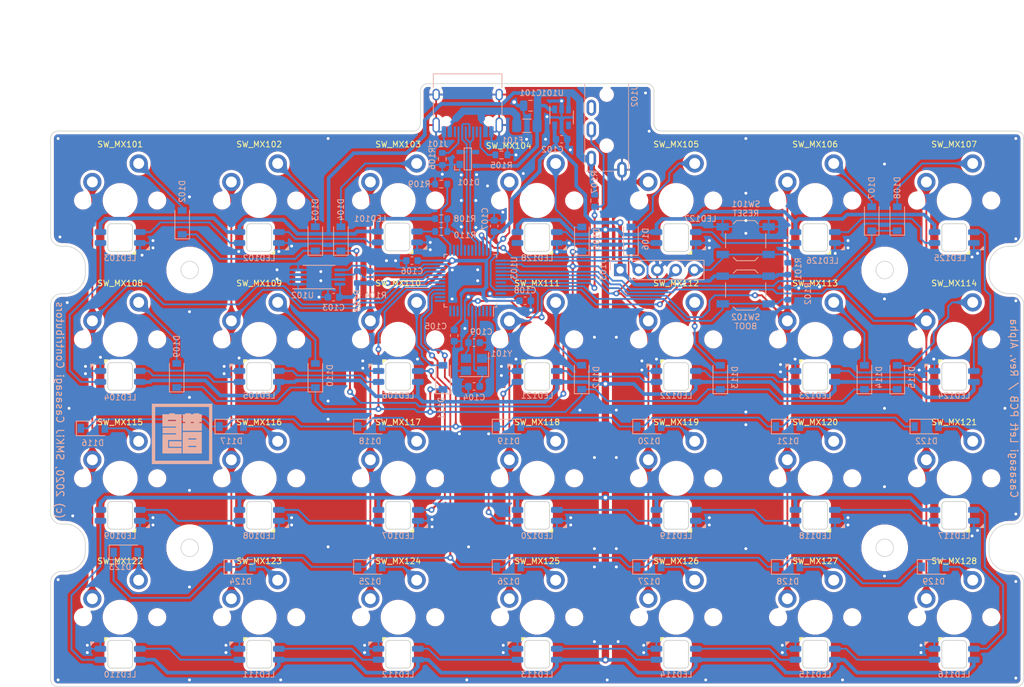
<source format=kicad_pcb>
(kicad_pcb (version 20171130) (host pcbnew "(5.1.9-0-10_14)")
  (layers (0 F.Cu signal) (31 B.Cu signal) (34 B.Paste user) (35 F.Paste user) (36 B.SilkS user) (37 F.SilkS user) (38 B.Mask user) (39 F.Mask user) (44 Edge.Cuts user))
  (net 0 "")
  (net 1 +5V)
  (net 2 GND)
  (net 3 +3V3)
  (net 4 /USB_D+)
  (net 5 /USB_D-)
  (net 6 /ROW0)
  (net 7 /ROW1)
  (net 8 /ROW2)
  (net 9 /ROW3)
  (net 10 /SPLIT_DATA)
  (net 11 /RESET)
  (net 12 /SWDIO)
  (net 13 /SWCLK)
  (net 14 /LED)
  (net 15 /COL0)
  (net 16 /COL1)
  (net 17 /COL2)
  (net 18 /COL3)
  (net 19 /COL4)
  (net 20 /COL5)
  (net 21 /COL6)
  (net 22 /I2C_SDA)
  (net 23 /I2C_SCL)
  (net 24 "Net-(C104-Pad1)")
  (net 25 "Net-(C109-Pad1)")
  (net 26 "Net-(D102-Pad2)")
  (net 27 "Net-(D103-Pad2)")
  (net 28 "Net-(D104-Pad2)")
  (net 29 "Net-(D105-Pad2)")
  (net 30 "Net-(D106-Pad2)")
  (net 31 "Net-(D107-Pad2)")
  (net 32 "Net-(D108-Pad2)")
  (net 33 "Net-(D109-Pad2)")
  (net 34 "Net-(D110-Pad2)")
  (net 35 "Net-(D111-Pad2)")
  (net 36 "Net-(D112-Pad2)")
  (net 37 "Net-(D113-Pad2)")
  (net 38 "Net-(D114-Pad2)")
  (net 39 "Net-(D115-Pad2)")
  (net 40 "Net-(D116-Pad2)")
  (net 41 "Net-(D117-Pad2)")
  (net 42 "Net-(D118-Pad2)")
  (net 43 "Net-(D119-Pad2)")
  (net 44 "Net-(D120-Pad2)")
  (net 45 "Net-(D121-Pad2)")
  (net 46 "Net-(D122-Pad2)")
  (net 47 "Net-(D123-Pad2)")
  (net 48 "Net-(D124-Pad2)")
  (net 49 "Net-(D125-Pad2)")
  (net 50 "Net-(D126-Pad2)")
  (net 51 "Net-(D127-Pad2)")
  (net 52 "Net-(D128-Pad2)")
  (net 53 "Net-(D129-Pad2)")
  (net 54 "Net-(F101-Pad2)")
  (net 55 "Net-(J101-PadA5)")
  (net 56 "Net-(J101-PadB5)")
  (net 57 "Net-(LED101-Pad2)")
  (net 58 "Net-(LED101-Pad4)")
  (net 59 "Net-(LED102-Pad2)")
  (net 60 "Net-(LED103-Pad2)")
  (net 61 "Net-(LED104-Pad2)")
  (net 62 "Net-(LED105-Pad2)")
  (net 63 "Net-(LED106-Pad2)")
  (net 64 "Net-(LED107-Pad2)")
  (net 65 "Net-(LED108-Pad2)")
  (net 66 "Net-(LED109-Pad2)")
  (net 67 "Net-(LED110-Pad2)")
  (net 68 "Net-(LED111-Pad2)")
  (net 69 "Net-(LED112-Pad2)")
  (net 70 "Net-(LED113-Pad2)")
  (net 71 "Net-(LED114-Pad2)")
  (net 72 "Net-(LED115-Pad2)")
  (net 73 "Net-(LED116-Pad2)")
  (net 74 "Net-(LED117-Pad2)")
  (net 75 "Net-(LED118-Pad2)")
  (net 76 "Net-(LED119-Pad2)")
  (net 77 "Net-(LED120-Pad2)")
  (net 78 "Net-(LED121-Pad2)")
  (net 79 "Net-(LED122-Pad2)")
  (net 80 "Net-(LED123-Pad2)")
  (net 81 "Net-(LED124-Pad2)")
  (net 82 "Net-(LED125-Pad2)")
  (net 83 "Net-(LED126-Pad2)")
  (net 84 "Net-(LED127-Pad2)")
  (net 85 "Net-(R102-Pad1)")
  (net 86 "Net-(R109-Pad1)")
  (module casasagi:logo (layer B.Cu) (at 58.5 82 180)
    (fp_text reference LOGO1 hide)
    (fp_text value Casasagi_logo hide)
  )
  (module Resistor_SMD:R_0603_1608Metric (layer B.Cu) (at 94 47.75 180)
    (fp_text reference R109 (at 3 0) (layer B.SilkS) (effects (font (size 0.8 0.8) (thickness 0.12)) (justify mirror)))
    (fp_text value DNP)
    (pad 1 smd roundrect (at -0.825 0 180) (size 0.8 0.95) (layers B.Cu B.Paste B.Mask) (net 86 "Net-(R109-Pad1)"))
    (pad 2 smd roundrect (at 0.825 0 180) (size 0.8 0.95) (layers B.Cu B.Paste B.Mask) (net 2 GND))
  )
  (module Package_QFP:LQFP-48_7x7mm_P0.5mm (layer B.Cu) (at 98 61 90)
    (fp_text reference U103 (at 1.75 6 90) (layer B.SilkS) (effects (font (size 0.8 0.8) (thickness 0.12)) (justify mirror)))
    (fp_text value STM32F072C8Tx)
    (pad 1 smd roundrect (at -4.1625 2.75 90) (size 1.475 0.3) (layers B.Cu B.Paste B.Mask))
    (pad 2 smd roundrect (at -4.1625 2.25 90) (size 1.475 0.3) (layers B.Cu B.Paste B.Mask))
    (pad 3 smd roundrect (at -4.1625 1.75 90) (size 1.475 0.3) (layers B.Cu B.Paste B.Mask))
    (pad 4 smd roundrect (at -4.1625 1.25 90) (size 1.475 0.3) (layers B.Cu B.Paste B.Mask))
    (pad 5 smd roundrect (at -4.1625 0.75 90) (size 1.475 0.3) (layers B.Cu B.Paste B.Mask) (net 24 "Net-(C104-Pad1)"))
    (pad 6 smd roundrect (at -4.1625 0.25 90) (size 1.475 0.3) (layers B.Cu B.Paste B.Mask) (net 25 "Net-(C109-Pad1)"))
    (pad 7 smd roundrect (at -4.1625 -0.25 90) (size 1.475 0.3) (layers B.Cu B.Paste B.Mask) (net 11 /RESET))
    (pad 8 smd roundrect (at -4.1625 -0.75 90) (size 1.475 0.3) (layers B.Cu B.Paste B.Mask) (net 2 GND))
    (pad 9 smd roundrect (at -4.1625 -1.25 90) (size 1.475 0.3) (layers B.Cu B.Paste B.Mask) (net 3 +3V3))
    (pad 10 smd roundrect (at -4.1625 -1.75 90) (size 1.475 0.3) (layers B.Cu B.Paste B.Mask))
    (pad 11 smd roundrect (at -4.1625 -2.25 90) (size 1.475 0.3) (layers B.Cu B.Paste B.Mask))
    (pad 12 smd roundrect (at -4.1625 -2.75 90) (size 1.475 0.3) (layers B.Cu B.Paste B.Mask))
    (pad 13 smd roundrect (at -2.75 -4.1625 90) (size 0.3 1.475) (layers B.Cu B.Paste B.Mask))
    (pad 14 smd roundrect (at -2.25 -4.1625 90) (size 0.3 1.475) (layers B.Cu B.Paste B.Mask))
    (pad 15 smd roundrect (at -1.75 -4.1625 90) (size 0.3 1.475) (layers B.Cu B.Paste B.Mask) (net 8 /ROW2))
    (pad 16 smd roundrect (at -1.25 -4.1625 90) (size 0.3 1.475) (layers B.Cu B.Paste B.Mask) (net 9 /ROW3))
    (pad 17 smd roundrect (at -0.75 -4.1625 90) (size 0.3 1.475) (layers B.Cu B.Paste B.Mask) (net 7 /ROW1))
    (pad 18 smd roundrect (at -0.25 -4.1625 90) (size 0.3 1.475) (layers B.Cu B.Paste B.Mask) (net 17 /COL2))
    (pad 19 smd roundrect (at 0.25 -4.1625 90) (size 0.3 1.475) (layers B.Cu B.Paste B.Mask) (net 16 /COL1))
    (pad 20 smd roundrect (at 0.75 -4.1625 90) (size 0.3 1.475) (layers B.Cu B.Paste B.Mask) (net 15 /COL0))
    (pad 21 smd roundrect (at 1.25 -4.1625 90) (size 0.3 1.475) (layers B.Cu B.Paste B.Mask) (net 23 /I2C_SCL))
    (pad 22 smd roundrect (at 1.75 -4.1625 90) (size 0.3 1.475) (layers B.Cu B.Paste B.Mask) (net 22 /I2C_SDA))
    (pad 23 smd roundrect (at 2.25 -4.1625 90) (size 0.3 1.475) (layers B.Cu B.Paste B.Mask) (net 2 GND))
    (pad 24 smd roundrect (at 2.75 -4.1625 90) (size 0.3 1.475) (layers B.Cu B.Paste B.Mask) (net 3 +3V3))
    (pad 25 smd roundrect (at 4.1625 -2.75 90) (size 1.475 0.3) (layers B.Cu B.Paste B.Mask) (net 86 "Net-(R109-Pad1)"))
    (pad 26 smd roundrect (at 4.1625 -2.25 90) (size 1.475 0.3) (layers B.Cu B.Paste B.Mask))
    (pad 27 smd roundrect (at 4.1625 -1.75 90) (size 1.475 0.3) (layers B.Cu B.Paste B.Mask))
    (pad 28 smd roundrect (at 4.1625 -1.25 90) (size 1.475 0.3) (layers B.Cu B.Paste B.Mask) (net 14 /LED))
    (pad 29 smd roundrect (at 4.1625 -0.75 90) (size 1.475 0.3) (layers B.Cu B.Paste B.Mask))
    (pad 30 smd roundrect (at 4.1625 -0.25 90) (size 1.475 0.3) (layers B.Cu B.Paste B.Mask))
    (pad 31 smd roundrect (at 4.1625 0.25 90) (size 1.475 0.3) (layers B.Cu B.Paste B.Mask))
    (pad 32 smd roundrect (at 4.1625 0.75 90) (size 1.475 0.3) (layers B.Cu B.Paste B.Mask) (net 5 /USB_D-))
    (pad 33 smd roundrect (at 4.1625 1.25 90) (size 1.475 0.3) (layers B.Cu B.Paste B.Mask) (net 4 /USB_D+))
    (pad 34 smd roundrect (at 4.1625 1.75 90) (size 1.475 0.3) (layers B.Cu B.Paste B.Mask) (net 12 /SWDIO))
    (pad 35 smd roundrect (at 4.1625 2.25 90) (size 1.475 0.3) (layers B.Cu B.Paste B.Mask) (net 2 GND))
    (pad 36 smd roundrect (at 4.1625 2.75 90) (size 1.475 0.3) (layers B.Cu B.Paste B.Mask) (net 3 +3V3))
    (pad 37 smd roundrect (at 2.75 4.1625 90) (size 0.3 1.475) (layers B.Cu B.Paste B.Mask) (net 13 /SWCLK))
    (pad 38 smd roundrect (at 2.25 4.1625 90) (size 0.3 1.475) (layers B.Cu B.Paste B.Mask) (net 6 /ROW0))
    (pad 39 smd roundrect (at 1.75 4.1625 90) (size 0.3 1.475) (layers B.Cu B.Paste B.Mask) (net 21 /COL6))
    (pad 40 smd roundrect (at 1.25 4.1625 90) (size 0.3 1.475) (layers B.Cu B.Paste B.Mask) (net 20 /COL5))
    (pad 41 smd roundrect (at 0.75 4.1625 90) (size 0.3 1.475) (layers B.Cu B.Paste B.Mask) (net 19 /COL4))
    (pad 42 smd roundrect (at 0.25 4.1625 90) (size 0.3 1.475) (layers B.Cu B.Paste B.Mask) (net 10 /SPLIT_DATA))
    (pad 43 smd roundrect (at -0.25 4.1625 90) (size 0.3 1.475) (layers B.Cu B.Paste B.Mask))
    (pad 44 smd roundrect (at -0.75 4.1625 90) (size 0.3 1.475) (layers B.Cu B.Paste B.Mask) (net 85 "Net-(R102-Pad1)"))
    (pad 45 smd roundrect (at -1.25 4.1625 90) (size 0.3 1.475) (layers B.Cu B.Paste B.Mask) (net 18 /COL3))
    (pad 46 smd roundrect (at -1.75 4.1625 90) (size 0.3 1.475) (layers B.Cu B.Paste B.Mask))
    (pad 47 smd roundrect (at -2.25 4.1625 90) (size 0.3 1.475) (layers B.Cu B.Paste B.Mask) (net 2 GND))
    (pad 48 smd roundrect (at -2.75 4.1625 90) (size 0.3 1.475) (layers B.Cu B.Paste B.Mask) (net 3 +3V3))
  )
  (module Diode_SMD:D_SOD-123 (layer B.Cu) (at 103.25 81)
    (fp_text reference D119 (at 0 2) (layer B.SilkS) (effects (font (size 0.8 0.8) (thickness 0.12)) (justify mirror)))
    (fp_text value 1N4148)
    (pad 1 smd rect (at -1.65 0) (size 0.9 1.2) (layers B.Cu B.Paste B.Mask) (net 8 /ROW2))
    (pad 2 smd rect (at 1.65 0) (size 0.9 1.2) (layers B.Cu B.Paste B.Mask) (net 43 "Net-(D119-Pad2)"))
  )
  (module SMKiJ_keyboard:LED_YS-SK6812MINI-E (layer B.Cu) (at 107.15 55.08 180)
    (fp_text reference LED128 (at 0 -2.8) (layer B.SilkS) (effects (font (size 0.8 0.8) (thickness 0.12)) (justify mirror)))
    (fp_text value SK6812-MINI-E hide)
    (fp_line (start -1.7 1.4) (end -1.7 -1.4) (layer Edge.Cuts) (width 0.12))
    (fp_line (start 1.7 -1.4) (end 1.7 1.4) (layer Edge.Cuts) (width 0.12))
    (fp_line (start -1.2 -1.9) (end 1.2 -1.9) (layer Edge.Cuts) (width 0.12))
    (fp_line (start -1.2 1.9) (end 1.2 1.9) (layer Edge.Cuts) (width 0.12))
    (fp_arc (start -1.2 1.4) (end -1.2 1.9) (angle 90) (layer Edge.Cuts) (width 0.12))
    (fp_arc (start 1.2 1.4) (end 1.7 1.4) (angle 90) (layer Edge.Cuts) (width 0.12))
    (fp_arc (start 1.2 -1.4) (end 1.2 -1.9) (angle 90) (layer Edge.Cuts) (width 0.12))
    (fp_arc (start -1.2 -1.4) (end -1.7 -1.4) (angle 90) (layer Edge.Cuts) (width 0.12))
    (pad 4 smd roundrect (at -2.7 0.75 180) (size 1.6 0.82) (layers B.Cu B.Paste B.Mask) (net 84 "Net-(LED127-Pad2)"))
    (pad 1 smd roundrect (at 2.7 0.75 180) (size 1.6 0.82) (layers B.Cu B.Paste B.Mask) (net 1 +5V))
    (pad 2 smd roundrect (at 2.7 -0.75 180) (size 1.6 0.82) (layers B.Cu B.Paste B.Mask))
    (pad 3 smd roundrect (at -2.7 -0.75 180) (size 1.6 0.82) (layers B.Cu B.Paste B.Mask) (net 2 GND))
  )
  (module SMKiJ_keyboard:LED_YS-SK6812MINI-E (layer B.Cu) (at 126.2 55.08 180)
    (fp_text reference LED127 (at -3.3 2.58) (layer B.SilkS) (effects (font (size 0.8 0.8) (thickness 0.12)) (justify mirror)))
    (fp_text value SK6812-MINI-E hide)
    (fp_line (start -1.7 1.4) (end -1.7 -1.4) (layer Edge.Cuts) (width 0.12))
    (fp_line (start 1.7 -1.4) (end 1.7 1.4) (layer Edge.Cuts) (width 0.12))
    (fp_line (start -1.2 -1.9) (end 1.2 -1.9) (layer Edge.Cuts) (width 0.12))
    (fp_line (start -1.2 1.9) (end 1.2 1.9) (layer Edge.Cuts) (width 0.12))
    (fp_arc (start -1.2 1.4) (end -1.2 1.9) (angle 90) (layer Edge.Cuts) (width 0.12))
    (fp_arc (start 1.2 1.4) (end 1.7 1.4) (angle 90) (layer Edge.Cuts) (width 0.12))
    (fp_arc (start 1.2 -1.4) (end 1.2 -1.9) (angle 90) (layer Edge.Cuts) (width 0.12))
    (fp_arc (start -1.2 -1.4) (end -1.7 -1.4) (angle 90) (layer Edge.Cuts) (width 0.12))
    (pad 4 smd roundrect (at -2.7 0.75 180) (size 1.6 0.82) (layers B.Cu B.Paste B.Mask) (net 83 "Net-(LED126-Pad2)"))
    (pad 1 smd roundrect (at 2.7 0.75 180) (size 1.6 0.82) (layers B.Cu B.Paste B.Mask) (net 1 +5V))
    (pad 2 smd roundrect (at 2.7 -0.75 180) (size 1.6 0.82) (layers B.Cu B.Paste B.Mask) (net 84 "Net-(LED127-Pad2)"))
    (pad 3 smd roundrect (at -2.7 -0.75 180) (size 1.6 0.82) (layers B.Cu B.Paste B.Mask) (net 2 GND))
  )
  (module SMKiJ_keyboard:LED_YS-SK6812MINI-E (layer B.Cu) (at 145.25 55.08 180)
    (fp_text reference LED126 (at -1 -3.17) (layer B.SilkS) (effects (font (size 0.8 0.8) (thickness 0.12)) (justify mirror)))
    (fp_text value SK6812-MINI-E hide)
    (fp_line (start -1.7 1.4) (end -1.7 -1.4) (layer Edge.Cuts) (width 0.12))
    (fp_line (start 1.7 -1.4) (end 1.7 1.4) (layer Edge.Cuts) (width 0.12))
    (fp_line (start -1.2 -1.9) (end 1.2 -1.9) (layer Edge.Cuts) (width 0.12))
    (fp_line (start -1.2 1.9) (end 1.2 1.9) (layer Edge.Cuts) (width 0.12))
    (fp_arc (start -1.2 1.4) (end -1.2 1.9) (angle 90) (layer Edge.Cuts) (width 0.12))
    (fp_arc (start 1.2 1.4) (end 1.7 1.4) (angle 90) (layer Edge.Cuts) (width 0.12))
    (fp_arc (start 1.2 -1.4) (end 1.2 -1.9) (angle 90) (layer Edge.Cuts) (width 0.12))
    (fp_arc (start -1.2 -1.4) (end -1.7 -1.4) (angle 90) (layer Edge.Cuts) (width 0.12))
    (pad 4 smd roundrect (at -2.7 0.75 180) (size 1.6 0.82) (layers B.Cu B.Paste B.Mask) (net 82 "Net-(LED125-Pad2)"))
    (pad 1 smd roundrect (at 2.7 0.75 180) (size 1.6 0.82) (layers B.Cu B.Paste B.Mask) (net 1 +5V))
    (pad 2 smd roundrect (at 2.7 -0.75 180) (size 1.6 0.82) (layers B.Cu B.Paste B.Mask) (net 83 "Net-(LED126-Pad2)"))
    (pad 3 smd roundrect (at -2.7 -0.75 180) (size 1.6 0.82) (layers B.Cu B.Paste B.Mask) (net 2 GND))
  )
  (module SMKiJ_keyboard:LED_YS-SK6812MINI-E (layer B.Cu) (at 164.3 55.08 180)
    (fp_text reference LED125 (at 0.55 -2.8) (layer B.SilkS) (effects (font (size 0.8 0.8) (thickness 0.12)) (justify mirror)))
    (fp_text value SK6812-MINI-E hide)
    (fp_line (start -1.7 1.4) (end -1.7 -1.4) (layer Edge.Cuts) (width 0.12))
    (fp_line (start 1.7 -1.4) (end 1.7 1.4) (layer Edge.Cuts) (width 0.12))
    (fp_line (start -1.2 -1.9) (end 1.2 -1.9) (layer Edge.Cuts) (width 0.12))
    (fp_line (start -1.2 1.9) (end 1.2 1.9) (layer Edge.Cuts) (width 0.12))
    (fp_arc (start -1.2 1.4) (end -1.2 1.9) (angle 90) (layer Edge.Cuts) (width 0.12))
    (fp_arc (start 1.2 1.4) (end 1.7 1.4) (angle 90) (layer Edge.Cuts) (width 0.12))
    (fp_arc (start 1.2 -1.4) (end 1.2 -1.9) (angle 90) (layer Edge.Cuts) (width 0.12))
    (fp_arc (start -1.2 -1.4) (end -1.7 -1.4) (angle 90) (layer Edge.Cuts) (width 0.12))
    (pad 4 smd roundrect (at -2.7 0.75 180) (size 1.6 0.82) (layers B.Cu B.Paste B.Mask) (net 81 "Net-(LED124-Pad2)"))
    (pad 1 smd roundrect (at 2.7 0.75 180) (size 1.6 0.82) (layers B.Cu B.Paste B.Mask) (net 1 +5V))
    (pad 2 smd roundrect (at 2.7 -0.75 180) (size 1.6 0.82) (layers B.Cu B.Paste B.Mask) (net 82 "Net-(LED125-Pad2)"))
    (pad 3 smd roundrect (at -2.7 -0.75 180) (size 1.6 0.82) (layers B.Cu B.Paste B.Mask) (net 2 GND))
  )
  (module SMKiJ_keyboard:LED_YS-SK6812MINI-E (layer B.Cu) (at 164.3 74.13)
    (fp_text reference LED124 (at 0 2.62) (layer B.SilkS) (effects (font (size 0.8 0.8) (thickness 0.12)) (justify mirror)))
    (fp_text value SK6812-MINI-E hide)
    (fp_line (start -1.7 1.4) (end -1.7 -1.4) (layer Edge.Cuts) (width 0.12))
    (fp_line (start 1.7 -1.4) (end 1.7 1.4) (layer Edge.Cuts) (width 0.12))
    (fp_line (start -1.2 -1.9) (end 1.2 -1.9) (layer Edge.Cuts) (width 0.12))
    (fp_line (start -1.2 1.9) (end 1.2 1.9) (layer Edge.Cuts) (width 0.12))
    (fp_arc (start -1.2 1.4) (end -1.2 1.9) (angle 90) (layer Edge.Cuts) (width 0.12))
    (fp_arc (start 1.2 1.4) (end 1.7 1.4) (angle 90) (layer Edge.Cuts) (width 0.12))
    (fp_arc (start 1.2 -1.4) (end 1.2 -1.9) (angle 90) (layer Edge.Cuts) (width 0.12))
    (fp_arc (start -1.2 -1.4) (end -1.7 -1.4) (angle 90) (layer Edge.Cuts) (width 0.12))
    (pad 4 smd roundrect (at -2.7 0.75) (size 1.6 0.82) (layers B.Cu B.Paste B.Mask) (net 80 "Net-(LED123-Pad2)"))
    (pad 1 smd roundrect (at 2.7 0.75) (size 1.6 0.82) (layers B.Cu B.Paste B.Mask) (net 1 +5V))
    (pad 2 smd roundrect (at 2.7 -0.75) (size 1.6 0.82) (layers B.Cu B.Paste B.Mask) (net 81 "Net-(LED124-Pad2)"))
    (pad 3 smd roundrect (at -2.7 -0.75) (size 1.6 0.82) (layers B.Cu B.Paste B.Mask) (net 2 GND))
  )
  (module SMKiJ_keyboard:LED_YS-SK6812MINI-E (layer B.Cu) (at 145.25 74.13)
    (fp_text reference LED123 (at 0 2.62) (layer B.SilkS) (effects (font (size 0.8 0.8) (thickness 0.12)) (justify mirror)))
    (fp_text value SK6812-MINI-E hide)
    (fp_line (start -1.7 1.4) (end -1.7 -1.4) (layer Edge.Cuts) (width 0.12))
    (fp_line (start 1.7 -1.4) (end 1.7 1.4) (layer Edge.Cuts) (width 0.12))
    (fp_line (start -1.2 -1.9) (end 1.2 -1.9) (layer Edge.Cuts) (width 0.12))
    (fp_line (start -1.2 1.9) (end 1.2 1.9) (layer Edge.Cuts) (width 0.12))
    (fp_arc (start -1.2 1.4) (end -1.2 1.9) (angle 90) (layer Edge.Cuts) (width 0.12))
    (fp_arc (start 1.2 1.4) (end 1.7 1.4) (angle 90) (layer Edge.Cuts) (width 0.12))
    (fp_arc (start 1.2 -1.4) (end 1.2 -1.9) (angle 90) (layer Edge.Cuts) (width 0.12))
    (fp_arc (start -1.2 -1.4) (end -1.7 -1.4) (angle 90) (layer Edge.Cuts) (width 0.12))
    (pad 4 smd roundrect (at -2.7 0.75) (size 1.6 0.82) (layers B.Cu B.Paste B.Mask) (net 79 "Net-(LED122-Pad2)"))
    (pad 1 smd roundrect (at 2.7 0.75) (size 1.6 0.82) (layers B.Cu B.Paste B.Mask) (net 1 +5V))
    (pad 2 smd roundrect (at 2.7 -0.75) (size 1.6 0.82) (layers B.Cu B.Paste B.Mask) (net 80 "Net-(LED123-Pad2)"))
    (pad 3 smd roundrect (at -2.7 -0.75) (size 1.6 0.82) (layers B.Cu B.Paste B.Mask) (net 2 GND))
  )
  (module SMKiJ_keyboard:LED_YS-SK6812MINI-E (layer B.Cu) (at 126.2 74.13)
    (fp_text reference LED122 (at 0 2.62) (layer B.SilkS) (effects (font (size 0.8 0.8) (thickness 0.12)) (justify mirror)))
    (fp_text value SK6812-MINI-E hide)
    (fp_line (start -1.7 1.4) (end -1.7 -1.4) (layer Edge.Cuts) (width 0.12))
    (fp_line (start 1.7 -1.4) (end 1.7 1.4) (layer Edge.Cuts) (width 0.12))
    (fp_line (start -1.2 -1.9) (end 1.2 -1.9) (layer Edge.Cuts) (width 0.12))
    (fp_line (start -1.2 1.9) (end 1.2 1.9) (layer Edge.Cuts) (width 0.12))
    (fp_arc (start -1.2 1.4) (end -1.2 1.9) (angle 90) (layer Edge.Cuts) (width 0.12))
    (fp_arc (start 1.2 1.4) (end 1.7 1.4) (angle 90) (layer Edge.Cuts) (width 0.12))
    (fp_arc (start 1.2 -1.4) (end 1.2 -1.9) (angle 90) (layer Edge.Cuts) (width 0.12))
    (fp_arc (start -1.2 -1.4) (end -1.7 -1.4) (angle 90) (layer Edge.Cuts) (width 0.12))
    (pad 4 smd roundrect (at -2.7 0.75) (size 1.6 0.82) (layers B.Cu B.Paste B.Mask) (net 78 "Net-(LED121-Pad2)"))
    (pad 1 smd roundrect (at 2.7 0.75) (size 1.6 0.82) (layers B.Cu B.Paste B.Mask) (net 1 +5V))
    (pad 2 smd roundrect (at 2.7 -0.75) (size 1.6 0.82) (layers B.Cu B.Paste B.Mask) (net 79 "Net-(LED122-Pad2)"))
    (pad 3 smd roundrect (at -2.7 -0.75) (size 1.6 0.82) (layers B.Cu B.Paste B.Mask) (net 2 GND))
  )
  (module SMKiJ_keyboard:LED_YS-SK6812MINI-E (layer B.Cu) (at 107.15 74.13)
    (fp_text reference LED121 (at 0 2.62) (layer B.SilkS) (effects (font (size 0.8 0.8) (thickness 0.12)) (justify mirror)))
    (fp_text value SK6812-MINI-E hide)
    (fp_line (start -1.7 1.4) (end -1.7 -1.4) (layer Edge.Cuts) (width 0.12))
    (fp_line (start 1.7 -1.4) (end 1.7 1.4) (layer Edge.Cuts) (width 0.12))
    (fp_line (start -1.2 -1.9) (end 1.2 -1.9) (layer Edge.Cuts) (width 0.12))
    (fp_line (start -1.2 1.9) (end 1.2 1.9) (layer Edge.Cuts) (width 0.12))
    (fp_arc (start -1.2 1.4) (end -1.2 1.9) (angle 90) (layer Edge.Cuts) (width 0.12))
    (fp_arc (start 1.2 1.4) (end 1.7 1.4) (angle 90) (layer Edge.Cuts) (width 0.12))
    (fp_arc (start 1.2 -1.4) (end 1.2 -1.9) (angle 90) (layer Edge.Cuts) (width 0.12))
    (fp_arc (start -1.2 -1.4) (end -1.7 -1.4) (angle 90) (layer Edge.Cuts) (width 0.12))
    (pad 4 smd roundrect (at -2.7 0.75) (size 1.6 0.82) (layers B.Cu B.Paste B.Mask) (net 77 "Net-(LED120-Pad2)"))
    (pad 1 smd roundrect (at 2.7 0.75) (size 1.6 0.82) (layers B.Cu B.Paste B.Mask) (net 1 +5V))
    (pad 2 smd roundrect (at 2.7 -0.75) (size 1.6 0.82) (layers B.Cu B.Paste B.Mask) (net 78 "Net-(LED121-Pad2)"))
    (pad 3 smd roundrect (at -2.7 -0.75) (size 1.6 0.82) (layers B.Cu B.Paste B.Mask) (net 2 GND))
  )
  (module SMKiJ_keyboard:LED_YS-SK6812MINI-E (layer B.Cu) (at 107.15 93.18 180)
    (fp_text reference LED120 (at 0 -2.8) (layer B.SilkS) (effects (font (size 0.8 0.8) (thickness 0.12)) (justify mirror)))
    (fp_text value SK6812-MINI-E hide)
    (fp_line (start -1.7 1.4) (end -1.7 -1.4) (layer Edge.Cuts) (width 0.12))
    (fp_line (start 1.7 -1.4) (end 1.7 1.4) (layer Edge.Cuts) (width 0.12))
    (fp_line (start -1.2 -1.9) (end 1.2 -1.9) (layer Edge.Cuts) (width 0.12))
    (fp_line (start -1.2 1.9) (end 1.2 1.9) (layer Edge.Cuts) (width 0.12))
    (fp_arc (start -1.2 1.4) (end -1.2 1.9) (angle 90) (layer Edge.Cuts) (width 0.12))
    (fp_arc (start 1.2 1.4) (end 1.7 1.4) (angle 90) (layer Edge.Cuts) (width 0.12))
    (fp_arc (start 1.2 -1.4) (end 1.2 -1.9) (angle 90) (layer Edge.Cuts) (width 0.12))
    (fp_arc (start -1.2 -1.4) (end -1.7 -1.4) (angle 90) (layer Edge.Cuts) (width 0.12))
    (pad 4 smd roundrect (at -2.7 0.75 180) (size 1.6 0.82) (layers B.Cu B.Paste B.Mask) (net 76 "Net-(LED119-Pad2)"))
    (pad 1 smd roundrect (at 2.7 0.75 180) (size 1.6 0.82) (layers B.Cu B.Paste B.Mask) (net 1 +5V))
    (pad 2 smd roundrect (at 2.7 -0.75 180) (size 1.6 0.82) (layers B.Cu B.Paste B.Mask) (net 77 "Net-(LED120-Pad2)"))
    (pad 3 smd roundrect (at -2.7 -0.75 180) (size 1.6 0.82) (layers B.Cu B.Paste B.Mask) (net 2 GND))
  )
  (module SMKiJ_keyboard:LED_YS-SK6812MINI-E (layer B.Cu) (at 126.2 93.18 180)
    (fp_text reference LED119 (at 0 -2.8) (layer B.SilkS) (effects (font (size 0.8 0.8) (thickness 0.12)) (justify mirror)))
    (fp_text value SK6812-MINI-E hide)
    (fp_line (start -1.7 1.4) (end -1.7 -1.4) (layer Edge.Cuts) (width 0.12))
    (fp_line (start 1.7 -1.4) (end 1.7 1.4) (layer Edge.Cuts) (width 0.12))
    (fp_line (start -1.2 -1.9) (end 1.2 -1.9) (layer Edge.Cuts) (width 0.12))
    (fp_line (start -1.2 1.9) (end 1.2 1.9) (layer Edge.Cuts) (width 0.12))
    (fp_arc (start -1.2 1.4) (end -1.2 1.9) (angle 90) (layer Edge.Cuts) (width 0.12))
    (fp_arc (start 1.2 1.4) (end 1.7 1.4) (angle 90) (layer Edge.Cuts) (width 0.12))
    (fp_arc (start 1.2 -1.4) (end 1.2 -1.9) (angle 90) (layer Edge.Cuts) (width 0.12))
    (fp_arc (start -1.2 -1.4) (end -1.7 -1.4) (angle 90) (layer Edge.Cuts) (width 0.12))
    (pad 4 smd roundrect (at -2.7 0.75 180) (size 1.6 0.82) (layers B.Cu B.Paste B.Mask) (net 75 "Net-(LED118-Pad2)"))
    (pad 1 smd roundrect (at 2.7 0.75 180) (size 1.6 0.82) (layers B.Cu B.Paste B.Mask) (net 1 +5V))
    (pad 2 smd roundrect (at 2.7 -0.75 180) (size 1.6 0.82) (layers B.Cu B.Paste B.Mask) (net 76 "Net-(LED119-Pad2)"))
    (pad 3 smd roundrect (at -2.7 -0.75 180) (size 1.6 0.82) (layers B.Cu B.Paste B.Mask) (net 2 GND))
  )
  (module SMKiJ_keyboard:LED_YS-SK6812MINI-E (layer B.Cu) (at 145.25 93.18 180)
    (fp_text reference LED118 (at 0 -2.8) (layer B.SilkS) (effects (font (size 0.8 0.8) (thickness 0.12)) (justify mirror)))
    (fp_text value SK6812-MINI-E hide)
    (fp_line (start -1.7 1.4) (end -1.7 -1.4) (layer Edge.Cuts) (width 0.12))
    (fp_line (start 1.7 -1.4) (end 1.7 1.4) (layer Edge.Cuts) (width 0.12))
    (fp_line (start -1.2 -1.9) (end 1.2 -1.9) (layer Edge.Cuts) (width 0.12))
    (fp_line (start -1.2 1.9) (end 1.2 1.9) (layer Edge.Cuts) (width 0.12))
    (fp_arc (start -1.2 1.4) (end -1.2 1.9) (angle 90) (layer Edge.Cuts) (width 0.12))
    (fp_arc (start 1.2 1.4) (end 1.7 1.4) (angle 90) (layer Edge.Cuts) (width 0.12))
    (fp_arc (start 1.2 -1.4) (end 1.2 -1.9) (angle 90) (layer Edge.Cuts) (width 0.12))
    (fp_arc (start -1.2 -1.4) (end -1.7 -1.4) (angle 90) (layer Edge.Cuts) (width 0.12))
    (pad 4 smd roundrect (at -2.7 0.75 180) (size 1.6 0.82) (layers B.Cu B.Paste B.Mask) (net 74 "Net-(LED117-Pad2)"))
    (pad 1 smd roundrect (at 2.7 0.75 180) (size 1.6 0.82) (layers B.Cu B.Paste B.Mask) (net 1 +5V))
    (pad 2 smd roundrect (at 2.7 -0.75 180) (size 1.6 0.82) (layers B.Cu B.Paste B.Mask) (net 75 "Net-(LED118-Pad2)"))
    (pad 3 smd roundrect (at -2.7 -0.75 180) (size 1.6 0.82) (layers B.Cu B.Paste B.Mask) (net 2 GND))
  )
  (module SMKiJ_keyboard:LED_YS-SK6812MINI-E (layer B.Cu) (at 164.3 93.18 180)
    (fp_text reference LED117 (at 0 -2.8) (layer B.SilkS) (effects (font (size 0.8 0.8) (thickness 0.12)) (justify mirror)))
    (fp_text value SK6812-MINI-E hide)
    (fp_line (start -1.7 1.4) (end -1.7 -1.4) (layer Edge.Cuts) (width 0.12))
    (fp_line (start 1.7 -1.4) (end 1.7 1.4) (layer Edge.Cuts) (width 0.12))
    (fp_line (start -1.2 -1.9) (end 1.2 -1.9) (layer Edge.Cuts) (width 0.12))
    (fp_line (start -1.2 1.9) (end 1.2 1.9) (layer Edge.Cuts) (width 0.12))
    (fp_arc (start -1.2 1.4) (end -1.2 1.9) (angle 90) (layer Edge.Cuts) (width 0.12))
    (fp_arc (start 1.2 1.4) (end 1.7 1.4) (angle 90) (layer Edge.Cuts) (width 0.12))
    (fp_arc (start 1.2 -1.4) (end 1.2 -1.9) (angle 90) (layer Edge.Cuts) (width 0.12))
    (fp_arc (start -1.2 -1.4) (end -1.7 -1.4) (angle 90) (layer Edge.Cuts) (width 0.12))
    (pad 4 smd roundrect (at -2.7 0.75 180) (size 1.6 0.82) (layers B.Cu B.Paste B.Mask) (net 73 "Net-(LED116-Pad2)"))
    (pad 1 smd roundrect (at 2.7 0.75 180) (size 1.6 0.82) (layers B.Cu B.Paste B.Mask) (net 1 +5V))
    (pad 2 smd roundrect (at 2.7 -0.75 180) (size 1.6 0.82) (layers B.Cu B.Paste B.Mask) (net 74 "Net-(LED117-Pad2)"))
    (pad 3 smd roundrect (at -2.7 -0.75 180) (size 1.6 0.82) (layers B.Cu B.Paste B.Mask) (net 2 GND))
  )
  (module SMKiJ_keyboard:LED_YS-SK6812MINI-E (layer B.Cu) (at 164.3 112.23)
    (fp_text reference LED116 (at 0 2.77) (layer B.SilkS) (effects (font (size 0.8 0.8) (thickness 0.12)) (justify mirror)))
    (fp_text value SK6812-MINI-E hide)
    (fp_line (start -1.7 1.4) (end -1.7 -1.4) (layer Edge.Cuts) (width 0.12))
    (fp_line (start 1.7 -1.4) (end 1.7 1.4) (layer Edge.Cuts) (width 0.12))
    (fp_line (start -1.2 -1.9) (end 1.2 -1.9) (layer Edge.Cuts) (width 0.12))
    (fp_line (start -1.2 1.9) (end 1.2 1.9) (layer Edge.Cuts) (width 0.12))
    (fp_arc (start -1.2 1.4) (end -1.2 1.9) (angle 90) (layer Edge.Cuts) (width 0.12))
    (fp_arc (start 1.2 1.4) (end 1.7 1.4) (angle 90) (layer Edge.Cuts) (width 0.12))
    (fp_arc (start 1.2 -1.4) (end 1.2 -1.9) (angle 90) (layer Edge.Cuts) (width 0.12))
    (fp_arc (start -1.2 -1.4) (end -1.7 -1.4) (angle 90) (layer Edge.Cuts) (width 0.12))
    (pad 4 smd roundrect (at -2.7 0.75) (size 1.6 0.82) (layers B.Cu B.Paste B.Mask) (net 72 "Net-(LED115-Pad2)"))
    (pad 1 smd roundrect (at 2.7 0.75) (size 1.6 0.82) (layers B.Cu B.Paste B.Mask) (net 1 +5V))
    (pad 2 smd roundrect (at 2.7 -0.75) (size 1.6 0.82) (layers B.Cu B.Paste B.Mask) (net 73 "Net-(LED116-Pad2)"))
    (pad 3 smd roundrect (at -2.7 -0.75) (size 1.6 0.82) (layers B.Cu B.Paste B.Mask) (net 2 GND))
  )
  (module SMKiJ_keyboard:LED_YS-SK6812MINI-E (layer B.Cu) (at 145.25 112.23)
    (fp_text reference LED115 (at 0 2.77) (layer B.SilkS) (effects (font (size 0.8 0.8) (thickness 0.12)) (justify mirror)))
    (fp_text value SK6812-MINI-E hide)
    (fp_line (start -1.7 1.4) (end -1.7 -1.4) (layer Edge.Cuts) (width 0.12))
    (fp_line (start 1.7 -1.4) (end 1.7 1.4) (layer Edge.Cuts) (width 0.12))
    (fp_line (start -1.2 -1.9) (end 1.2 -1.9) (layer Edge.Cuts) (width 0.12))
    (fp_line (start -1.2 1.9) (end 1.2 1.9) (layer Edge.Cuts) (width 0.12))
    (fp_arc (start -1.2 1.4) (end -1.2 1.9) (angle 90) (layer Edge.Cuts) (width 0.12))
    (fp_arc (start 1.2 1.4) (end 1.7 1.4) (angle 90) (layer Edge.Cuts) (width 0.12))
    (fp_arc (start 1.2 -1.4) (end 1.2 -1.9) (angle 90) (layer Edge.Cuts) (width 0.12))
    (fp_arc (start -1.2 -1.4) (end -1.7 -1.4) (angle 90) (layer Edge.Cuts) (width 0.12))
    (pad 4 smd roundrect (at -2.7 0.75) (size 1.6 0.82) (layers B.Cu B.Paste B.Mask) (net 71 "Net-(LED114-Pad2)"))
    (pad 1 smd roundrect (at 2.7 0.75) (size 1.6 0.82) (layers B.Cu B.Paste B.Mask) (net 1 +5V))
    (pad 2 smd roundrect (at 2.7 -0.75) (size 1.6 0.82) (layers B.Cu B.Paste B.Mask) (net 72 "Net-(LED115-Pad2)"))
    (pad 3 smd roundrect (at -2.7 -0.75) (size 1.6 0.82) (layers B.Cu B.Paste B.Mask) (net 2 GND))
  )
  (module SMKiJ_keyboard:LED_YS-SK6812MINI-E (layer B.Cu) (at 126.2 112.23)
    (fp_text reference LED114 (at 0 2.77) (layer B.SilkS) (effects (font (size 0.8 0.8) (thickness 0.12)) (justify mirror)))
    (fp_text value SK6812-MINI-E hide)
    (fp_line (start -1.7 1.4) (end -1.7 -1.4) (layer Edge.Cuts) (width 0.12))
    (fp_line (start 1.7 -1.4) (end 1.7 1.4) (layer Edge.Cuts) (width 0.12))
    (fp_line (start -1.2 -1.9) (end 1.2 -1.9) (layer Edge.Cuts) (width 0.12))
    (fp_line (start -1.2 1.9) (end 1.2 1.9) (layer Edge.Cuts) (width 0.12))
    (fp_arc (start -1.2 1.4) (end -1.2 1.9) (angle 90) (layer Edge.Cuts) (width 0.12))
    (fp_arc (start 1.2 1.4) (end 1.7 1.4) (angle 90) (layer Edge.Cuts) (width 0.12))
    (fp_arc (start 1.2 -1.4) (end 1.2 -1.9) (angle 90) (layer Edge.Cuts) (width 0.12))
    (fp_arc (start -1.2 -1.4) (end -1.7 -1.4) (angle 90) (layer Edge.Cuts) (width 0.12))
    (pad 4 smd roundrect (at -2.7 0.75) (size 1.6 0.82) (layers B.Cu B.Paste B.Mask) (net 70 "Net-(LED113-Pad2)"))
    (pad 1 smd roundrect (at 2.7 0.75) (size 1.6 0.82) (layers B.Cu B.Paste B.Mask) (net 1 +5V))
    (pad 2 smd roundrect (at 2.7 -0.75) (size 1.6 0.82) (layers B.Cu B.Paste B.Mask) (net 71 "Net-(LED114-Pad2)"))
    (pad 3 smd roundrect (at -2.7 -0.75) (size 1.6 0.82) (layers B.Cu B.Paste B.Mask) (net 2 GND))
  )
  (module SMKiJ_keyboard:LED_YS-SK6812MINI-E (layer B.Cu) (at 107.15 112.23)
    (fp_text reference LED113 (at 0 2.77) (layer B.SilkS) (effects (font (size 0.8 0.8) (thickness 0.12)) (justify mirror)))
    (fp_text value SK6812-MINI-E hide)
    (fp_line (start -1.7 1.4) (end -1.7 -1.4) (layer Edge.Cuts) (width 0.12))
    (fp_line (start 1.7 -1.4) (end 1.7 1.4) (layer Edge.Cuts) (width 0.12))
    (fp_line (start -1.2 -1.9) (end 1.2 -1.9) (layer Edge.Cuts) (width 0.12))
    (fp_line (start -1.2 1.9) (end 1.2 1.9) (layer Edge.Cuts) (width 0.12))
    (fp_arc (start -1.2 1.4) (end -1.2 1.9) (angle 90) (layer Edge.Cuts) (width 0.12))
    (fp_arc (start 1.2 1.4) (end 1.7 1.4) (angle 90) (layer Edge.Cuts) (width 0.12))
    (fp_arc (start 1.2 -1.4) (end 1.2 -1.9) (angle 90) (layer Edge.Cuts) (width 0.12))
    (fp_arc (start -1.2 -1.4) (end -1.7 -1.4) (angle 90) (layer Edge.Cuts) (width 0.12))
    (pad 4 smd roundrect (at -2.7 0.75) (size 1.6 0.82) (layers B.Cu B.Paste B.Mask) (net 69 "Net-(LED112-Pad2)"))
    (pad 1 smd roundrect (at 2.7 0.75) (size 1.6 0.82) (layers B.Cu B.Paste B.Mask) (net 1 +5V))
    (pad 2 smd roundrect (at 2.7 -0.75) (size 1.6 0.82) (layers B.Cu B.Paste B.Mask) (net 70 "Net-(LED113-Pad2)"))
    (pad 3 smd roundrect (at -2.7 -0.75) (size 1.6 0.82) (layers B.Cu B.Paste B.Mask) (net 2 GND))
  )
  (module SMKiJ_keyboard:LED_YS-SK6812MINI-E (layer B.Cu) (at 88.1 112.23)
    (fp_text reference LED112 (at 0 2.77) (layer B.SilkS) (effects (font (size 0.8 0.8) (thickness 0.12)) (justify mirror)))
    (fp_text value SK6812-MINI-E hide)
    (fp_line (start -1.7 1.4) (end -1.7 -1.4) (layer Edge.Cuts) (width 0.12))
    (fp_line (start 1.7 -1.4) (end 1.7 1.4) (layer Edge.Cuts) (width 0.12))
    (fp_line (start -1.2 -1.9) (end 1.2 -1.9) (layer Edge.Cuts) (width 0.12))
    (fp_line (start -1.2 1.9) (end 1.2 1.9) (layer Edge.Cuts) (width 0.12))
    (fp_arc (start -1.2 1.4) (end -1.2 1.9) (angle 90) (layer Edge.Cuts) (width 0.12))
    (fp_arc (start 1.2 1.4) (end 1.7 1.4) (angle 90) (layer Edge.Cuts) (width 0.12))
    (fp_arc (start 1.2 -1.4) (end 1.2 -1.9) (angle 90) (layer Edge.Cuts) (width 0.12))
    (fp_arc (start -1.2 -1.4) (end -1.7 -1.4) (angle 90) (layer Edge.Cuts) (width 0.12))
    (pad 4 smd roundrect (at -2.7 0.75) (size 1.6 0.82) (layers B.Cu B.Paste B.Mask) (net 68 "Net-(LED111-Pad2)"))
    (pad 1 smd roundrect (at 2.7 0.75) (size 1.6 0.82) (layers B.Cu B.Paste B.Mask) (net 1 +5V))
    (pad 2 smd roundrect (at 2.7 -0.75) (size 1.6 0.82) (layers B.Cu B.Paste B.Mask) (net 69 "Net-(LED112-Pad2)"))
    (pad 3 smd roundrect (at -2.7 -0.75) (size 1.6 0.82) (layers B.Cu B.Paste B.Mask) (net 2 GND))
  )
  (module SMKiJ_keyboard:LED_YS-SK6812MINI-E (layer B.Cu) (at 69.05 112.23)
    (fp_text reference LED111 (at -0.05 2.77) (layer B.SilkS) (effects (font (size 0.8 0.8) (thickness 0.12)) (justify mirror)))
    (fp_text value SK6812-MINI-E hide)
    (fp_line (start -1.7 1.4) (end -1.7 -1.4) (layer Edge.Cuts) (width 0.12))
    (fp_line (start 1.7 -1.4) (end 1.7 1.4) (layer Edge.Cuts) (width 0.12))
    (fp_line (start -1.2 -1.9) (end 1.2 -1.9) (layer Edge.Cuts) (width 0.12))
    (fp_line (start -1.2 1.9) (end 1.2 1.9) (layer Edge.Cuts) (width 0.12))
    (fp_arc (start -1.2 1.4) (end -1.2 1.9) (angle 90) (layer Edge.Cuts) (width 0.12))
    (fp_arc (start 1.2 1.4) (end 1.7 1.4) (angle 90) (layer Edge.Cuts) (width 0.12))
    (fp_arc (start 1.2 -1.4) (end 1.2 -1.9) (angle 90) (layer Edge.Cuts) (width 0.12))
    (fp_arc (start -1.2 -1.4) (end -1.7 -1.4) (angle 90) (layer Edge.Cuts) (width 0.12))
    (pad 4 smd roundrect (at -2.7 0.75) (size 1.6 0.82) (layers B.Cu B.Paste B.Mask) (net 67 "Net-(LED110-Pad2)"))
    (pad 1 smd roundrect (at 2.7 0.75) (size 1.6 0.82) (layers B.Cu B.Paste B.Mask) (net 1 +5V))
    (pad 2 smd roundrect (at 2.7 -0.75) (size 1.6 0.82) (layers B.Cu B.Paste B.Mask) (net 68 "Net-(LED111-Pad2)"))
    (pad 3 smd roundrect (at -2.7 -0.75) (size 1.6 0.82) (layers B.Cu B.Paste B.Mask) (net 2 GND))
  )
  (module SMKiJ_keyboard:LED_YS-SK6812MINI-E (layer B.Cu) (at 50 112.23)
    (fp_text reference LED110 (at 0 2.77) (layer B.SilkS) (effects (font (size 0.8 0.8) (thickness 0.12)) (justify mirror)))
    (fp_text value SK6812-MINI-E hide)
    (fp_line (start -1.7 1.4) (end -1.7 -1.4) (layer Edge.Cuts) (width 0.12))
    (fp_line (start 1.7 -1.4) (end 1.7 1.4) (layer Edge.Cuts) (width 0.12))
    (fp_line (start -1.2 -1.9) (end 1.2 -1.9) (layer Edge.Cuts) (width 0.12))
    (fp_line (start -1.2 1.9) (end 1.2 1.9) (layer Edge.Cuts) (width 0.12))
    (fp_arc (start -1.2 1.4) (end -1.2 1.9) (angle 90) (layer Edge.Cuts) (width 0.12))
    (fp_arc (start 1.2 1.4) (end 1.7 1.4) (angle 90) (layer Edge.Cuts) (width 0.12))
    (fp_arc (start 1.2 -1.4) (end 1.2 -1.9) (angle 90) (layer Edge.Cuts) (width 0.12))
    (fp_arc (start -1.2 -1.4) (end -1.7 -1.4) (angle 90) (layer Edge.Cuts) (width 0.12))
    (pad 4 smd roundrect (at -2.7 0.75) (size 1.6 0.82) (layers B.Cu B.Paste B.Mask) (net 66 "Net-(LED109-Pad2)"))
    (pad 1 smd roundrect (at 2.7 0.75) (size 1.6 0.82) (layers B.Cu B.Paste B.Mask) (net 1 +5V))
    (pad 2 smd roundrect (at 2.7 -0.75) (size 1.6 0.82) (layers B.Cu B.Paste B.Mask) (net 67 "Net-(LED110-Pad2)"))
    (pad 3 smd roundrect (at -2.7 -0.75) (size 1.6 0.82) (layers B.Cu B.Paste B.Mask) (net 2 GND))
  )
  (module SMKiJ_keyboard:LED_YS-SK6812MINI-E (layer B.Cu) (at 50 93.18 180)
    (fp_text reference LED109 (at 0 -2.8) (layer B.SilkS) (effects (font (size 0.8 0.8) (thickness 0.12)) (justify mirror)))
    (fp_text value SK6812-MINI-E hide)
    (fp_line (start -1.7 1.4) (end -1.7 -1.4) (layer Edge.Cuts) (width 0.12))
    (fp_line (start 1.7 -1.4) (end 1.7 1.4) (layer Edge.Cuts) (width 0.12))
    (fp_line (start -1.2 -1.9) (end 1.2 -1.9) (layer Edge.Cuts) (width 0.12))
    (fp_line (start -1.2 1.9) (end 1.2 1.9) (layer Edge.Cuts) (width 0.12))
    (fp_arc (start -1.2 1.4) (end -1.2 1.9) (angle 90) (layer Edge.Cuts) (width 0.12))
    (fp_arc (start 1.2 1.4) (end 1.7 1.4) (angle 90) (layer Edge.Cuts) (width 0.12))
    (fp_arc (start 1.2 -1.4) (end 1.2 -1.9) (angle 90) (layer Edge.Cuts) (width 0.12))
    (fp_arc (start -1.2 -1.4) (end -1.7 -1.4) (angle 90) (layer Edge.Cuts) (width 0.12))
    (pad 4 smd roundrect (at -2.7 0.75 180) (size 1.6 0.82) (layers B.Cu B.Paste B.Mask) (net 65 "Net-(LED108-Pad2)"))
    (pad 1 smd roundrect (at 2.7 0.75 180) (size 1.6 0.82) (layers B.Cu B.Paste B.Mask) (net 1 +5V))
    (pad 2 smd roundrect (at 2.7 -0.75 180) (size 1.6 0.82) (layers B.Cu B.Paste B.Mask) (net 66 "Net-(LED109-Pad2)"))
    (pad 3 smd roundrect (at -2.7 -0.75 180) (size 1.6 0.82) (layers B.Cu B.Paste B.Mask) (net 2 GND))
  )
  (module SMKiJ_keyboard:LED_YS-SK6812MINI-E (layer B.Cu) (at 69.05 93.18 180)
    (fp_text reference LED108 (at 0 -2.8) (layer B.SilkS) (effects (font (size 0.8 0.8) (thickness 0.12)) (justify mirror)))
    (fp_text value SK6812-MINI-E hide)
    (fp_line (start -1.7 1.4) (end -1.7 -1.4) (layer Edge.Cuts) (width 0.12))
    (fp_line (start 1.7 -1.4) (end 1.7 1.4) (layer Edge.Cuts) (width 0.12))
    (fp_line (start -1.2 -1.9) (end 1.2 -1.9) (layer Edge.Cuts) (width 0.12))
    (fp_line (start -1.2 1.9) (end 1.2 1.9) (layer Edge.Cuts) (width 0.12))
    (fp_arc (start -1.2 1.4) (end -1.2 1.9) (angle 90) (layer Edge.Cuts) (width 0.12))
    (fp_arc (start 1.2 1.4) (end 1.7 1.4) (angle 90) (layer Edge.Cuts) (width 0.12))
    (fp_arc (start 1.2 -1.4) (end 1.2 -1.9) (angle 90) (layer Edge.Cuts) (width 0.12))
    (fp_arc (start -1.2 -1.4) (end -1.7 -1.4) (angle 90) (layer Edge.Cuts) (width 0.12))
    (pad 4 smd roundrect (at -2.7 0.75 180) (size 1.6 0.82) (layers B.Cu B.Paste B.Mask) (net 64 "Net-(LED107-Pad2)"))
    (pad 1 smd roundrect (at 2.7 0.75 180) (size 1.6 0.82) (layers B.Cu B.Paste B.Mask) (net 1 +5V))
    (pad 2 smd roundrect (at 2.7 -0.75 180) (size 1.6 0.82) (layers B.Cu B.Paste B.Mask) (net 65 "Net-(LED108-Pad2)"))
    (pad 3 smd roundrect (at -2.7 -0.75 180) (size 1.6 0.82) (layers B.Cu B.Paste B.Mask) (net 2 GND))
  )
  (module SMKiJ_keyboard:LED_YS-SK6812MINI-E (layer B.Cu) (at 88.1 93.18 180)
    (fp_text reference LED107 (at 0 -2.8) (layer B.SilkS) (effects (font (size 0.8 0.8) (thickness 0.12)) (justify mirror)))
    (fp_text value SK6812-MINI-E hide)
    (fp_line (start -1.7 1.4) (end -1.7 -1.4) (layer Edge.Cuts) (width 0.12))
    (fp_line (start 1.7 -1.4) (end 1.7 1.4) (layer Edge.Cuts) (width 0.12))
    (fp_line (start -1.2 -1.9) (end 1.2 -1.9) (layer Edge.Cuts) (width 0.12))
    (fp_line (start -1.2 1.9) (end 1.2 1.9) (layer Edge.Cuts) (width 0.12))
    (fp_arc (start -1.2 1.4) (end -1.2 1.9) (angle 90) (layer Edge.Cuts) (width 0.12))
    (fp_arc (start 1.2 1.4) (end 1.7 1.4) (angle 90) (layer Edge.Cuts) (width 0.12))
    (fp_arc (start 1.2 -1.4) (end 1.2 -1.9) (angle 90) (layer Edge.Cuts) (width 0.12))
    (fp_arc (start -1.2 -1.4) (end -1.7 -1.4) (angle 90) (layer Edge.Cuts) (width 0.12))
    (pad 4 smd roundrect (at -2.7 0.75 180) (size 1.6 0.82) (layers B.Cu B.Paste B.Mask) (net 63 "Net-(LED106-Pad2)"))
    (pad 1 smd roundrect (at 2.7 0.75 180) (size 1.6 0.82) (layers B.Cu B.Paste B.Mask) (net 1 +5V))
    (pad 2 smd roundrect (at 2.7 -0.75 180) (size 1.6 0.82) (layers B.Cu B.Paste B.Mask) (net 64 "Net-(LED107-Pad2)"))
    (pad 3 smd roundrect (at -2.7 -0.75 180) (size 1.6 0.82) (layers B.Cu B.Paste B.Mask) (net 2 GND))
  )
  (module SMKiJ_keyboard:LED_YS-SK6812MINI-E (layer B.Cu) (at 88.1 74.13)
    (fp_text reference LED106 (at 0 2.62) (layer B.SilkS) (effects (font (size 0.8 0.8) (thickness 0.12)) (justify mirror)))
    (fp_text value SK6812-MINI-E hide)
    (fp_line (start -1.7 1.4) (end -1.7 -1.4) (layer Edge.Cuts) (width 0.12))
    (fp_line (start 1.7 -1.4) (end 1.7 1.4) (layer Edge.Cuts) (width 0.12))
    (fp_line (start -1.2 -1.9) (end 1.2 -1.9) (layer Edge.Cuts) (width 0.12))
    (fp_line (start -1.2 1.9) (end 1.2 1.9) (layer Edge.Cuts) (width 0.12))
    (fp_arc (start -1.2 1.4) (end -1.2 1.9) (angle 90) (layer Edge.Cuts) (width 0.12))
    (fp_arc (start 1.2 1.4) (end 1.7 1.4) (angle 90) (layer Edge.Cuts) (width 0.12))
    (fp_arc (start 1.2 -1.4) (end 1.2 -1.9) (angle 90) (layer Edge.Cuts) (width 0.12))
    (fp_arc (start -1.2 -1.4) (end -1.7 -1.4) (angle 90) (layer Edge.Cuts) (width 0.12))
    (pad 4 smd roundrect (at -2.7 0.75) (size 1.6 0.82) (layers B.Cu B.Paste B.Mask) (net 62 "Net-(LED105-Pad2)"))
    (pad 1 smd roundrect (at 2.7 0.75) (size 1.6 0.82) (layers B.Cu B.Paste B.Mask) (net 1 +5V))
    (pad 2 smd roundrect (at 2.7 -0.75) (size 1.6 0.82) (layers B.Cu B.Paste B.Mask) (net 63 "Net-(LED106-Pad2)"))
    (pad 3 smd roundrect (at -2.7 -0.75) (size 1.6 0.82) (layers B.Cu B.Paste B.Mask) (net 2 GND))
  )
  (module SMKiJ_keyboard:LED_YS-SK6812MINI-E (layer B.Cu) (at 69.05 74.13)
    (fp_text reference LED105 (at 0 2.62) (layer B.SilkS) (effects (font (size 0.8 0.8) (thickness 0.12)) (justify mirror)))
    (fp_text value SK6812-MINI-E hide)
    (fp_line (start -1.7 1.4) (end -1.7 -1.4) (layer Edge.Cuts) (width 0.12))
    (fp_line (start 1.7 -1.4) (end 1.7 1.4) (layer Edge.Cuts) (width 0.12))
    (fp_line (start -1.2 -1.9) (end 1.2 -1.9) (layer Edge.Cuts) (width 0.12))
    (fp_line (start -1.2 1.9) (end 1.2 1.9) (layer Edge.Cuts) (width 0.12))
    (fp_arc (start -1.2 1.4) (end -1.2 1.9) (angle 90) (layer Edge.Cuts) (width 0.12))
    (fp_arc (start 1.2 1.4) (end 1.7 1.4) (angle 90) (layer Edge.Cuts) (width 0.12))
    (fp_arc (start 1.2 -1.4) (end 1.2 -1.9) (angle 90) (layer Edge.Cuts) (width 0.12))
    (fp_arc (start -1.2 -1.4) (end -1.7 -1.4) (angle 90) (layer Edge.Cuts) (width 0.12))
    (pad 4 smd roundrect (at -2.7 0.75) (size 1.6 0.82) (layers B.Cu B.Paste B.Mask) (net 61 "Net-(LED104-Pad2)"))
    (pad 1 smd roundrect (at 2.7 0.75) (size 1.6 0.82) (layers B.Cu B.Paste B.Mask) (net 1 +5V))
    (pad 2 smd roundrect (at 2.7 -0.75) (size 1.6 0.82) (layers B.Cu B.Paste B.Mask) (net 62 "Net-(LED105-Pad2)"))
    (pad 3 smd roundrect (at -2.7 -0.75) (size 1.6 0.82) (layers B.Cu B.Paste B.Mask) (net 2 GND))
  )
  (module SMKiJ_keyboard:LED_YS-SK6812MINI-E (layer B.Cu) (at 50 74.13)
    (fp_text reference LED104 (at 0 2.87) (layer B.SilkS) (effects (font (size 0.8 0.8) (thickness 0.12)) (justify mirror)))
    (fp_text value SK6812-MINI-E hide)
    (fp_line (start -1.7 1.4) (end -1.7 -1.4) (layer Edge.Cuts) (width 0.12))
    (fp_line (start 1.7 -1.4) (end 1.7 1.4) (layer Edge.Cuts) (width 0.12))
    (fp_line (start -1.2 -1.9) (end 1.2 -1.9) (layer Edge.Cuts) (width 0.12))
    (fp_line (start -1.2 1.9) (end 1.2 1.9) (layer Edge.Cuts) (width 0.12))
    (fp_arc (start -1.2 1.4) (end -1.2 1.9) (angle 90) (layer Edge.Cuts) (width 0.12))
    (fp_arc (start 1.2 1.4) (end 1.7 1.4) (angle 90) (layer Edge.Cuts) (width 0.12))
    (fp_arc (start 1.2 -1.4) (end 1.2 -1.9) (angle 90) (layer Edge.Cuts) (width 0.12))
    (fp_arc (start -1.2 -1.4) (end -1.7 -1.4) (angle 90) (layer Edge.Cuts) (width 0.12))
    (pad 4 smd roundrect (at -2.7 0.75) (size 1.6 0.82) (layers B.Cu B.Paste B.Mask) (net 60 "Net-(LED103-Pad2)"))
    (pad 1 smd roundrect (at 2.7 0.75) (size 1.6 0.82) (layers B.Cu B.Paste B.Mask) (net 1 +5V))
    (pad 2 smd roundrect (at 2.7 -0.75) (size 1.6 0.82) (layers B.Cu B.Paste B.Mask) (net 61 "Net-(LED104-Pad2)"))
    (pad 3 smd roundrect (at -2.7 -0.75) (size 1.6 0.82) (layers B.Cu B.Paste B.Mask) (net 2 GND))
  )
  (module SMKiJ_keyboard:LED_YS-SK6812MINI-E (layer B.Cu) (at 50 55.08 180)
    (fp_text reference LED103 (at 0 -2.8) (layer B.SilkS) (effects (font (size 0.8 0.8) (thickness 0.12)) (justify mirror)))
    (fp_text value SK6812-MINI-E hide)
    (fp_line (start -1.7 1.4) (end -1.7 -1.4) (layer Edge.Cuts) (width 0.12))
    (fp_line (start 1.7 -1.4) (end 1.7 1.4) (layer Edge.Cuts) (width 0.12))
    (fp_line (start -1.2 -1.9) (end 1.2 -1.9) (layer Edge.Cuts) (width 0.12))
    (fp_line (start -1.2 1.9) (end 1.2 1.9) (layer Edge.Cuts) (width 0.12))
    (fp_arc (start -1.2 1.4) (end -1.2 1.9) (angle 90) (layer Edge.Cuts) (width 0.12))
    (fp_arc (start 1.2 1.4) (end 1.7 1.4) (angle 90) (layer Edge.Cuts) (width 0.12))
    (fp_arc (start 1.2 -1.4) (end 1.2 -1.9) (angle 90) (layer Edge.Cuts) (width 0.12))
    (fp_arc (start -1.2 -1.4) (end -1.7 -1.4) (angle 90) (layer Edge.Cuts) (width 0.12))
    (pad 4 smd roundrect (at -2.7 0.75 180) (size 1.6 0.82) (layers B.Cu B.Paste B.Mask) (net 59 "Net-(LED102-Pad2)"))
    (pad 1 smd roundrect (at 2.7 0.75 180) (size 1.6 0.82) (layers B.Cu B.Paste B.Mask) (net 1 +5V))
    (pad 2 smd roundrect (at 2.7 -0.75 180) (size 1.6 0.82) (layers B.Cu B.Paste B.Mask) (net 60 "Net-(LED103-Pad2)"))
    (pad 3 smd roundrect (at -2.7 -0.75 180) (size 1.6 0.82) (layers B.Cu B.Paste B.Mask) (net 2 GND))
  )
  (module SMKiJ_keyboard:LED_YS-SK6812MINI-E (layer B.Cu) (at 69.05 55.08 180)
    (fp_text reference LED102 (at 0 -2.8) (layer B.SilkS) (effects (font (size 0.8 0.8) (thickness 0.12)) (justify mirror)))
    (fp_text value SK6812-MINI-E hide)
    (fp_line (start -1.7 1.4) (end -1.7 -1.4) (layer Edge.Cuts) (width 0.12))
    (fp_line (start 1.7 -1.4) (end 1.7 1.4) (layer Edge.Cuts) (width 0.12))
    (fp_line (start -1.2 -1.9) (end 1.2 -1.9) (layer Edge.Cuts) (width 0.12))
    (fp_line (start -1.2 1.9) (end 1.2 1.9) (layer Edge.Cuts) (width 0.12))
    (fp_arc (start -1.2 1.4) (end -1.2 1.9) (angle 90) (layer Edge.Cuts) (width 0.12))
    (fp_arc (start 1.2 1.4) (end 1.7 1.4) (angle 90) (layer Edge.Cuts) (width 0.12))
    (fp_arc (start 1.2 -1.4) (end 1.2 -1.9) (angle 90) (layer Edge.Cuts) (width 0.12))
    (fp_arc (start -1.2 -1.4) (end -1.7 -1.4) (angle 90) (layer Edge.Cuts) (width 0.12))
    (pad 4 smd roundrect (at -2.7 0.75 180) (size 1.6 0.82) (layers B.Cu B.Paste B.Mask) (net 57 "Net-(LED101-Pad2)"))
    (pad 1 smd roundrect (at 2.7 0.75 180) (size 1.6 0.82) (layers B.Cu B.Paste B.Mask) (net 1 +5V))
    (pad 2 smd roundrect (at 2.7 -0.75 180) (size 1.6 0.82) (layers B.Cu B.Paste B.Mask) (net 59 "Net-(LED102-Pad2)"))
    (pad 3 smd roundrect (at -2.7 -0.75 180) (size 1.6 0.82) (layers B.Cu B.Paste B.Mask) (net 2 GND))
  )
  (module SMKiJ_keyboard:LED_YS-SK6812MINI-E (layer B.Cu) (at 88 55 180)
    (fp_text reference LED101 (at 3.75 2.5) (layer B.SilkS) (effects (font (size 0.8 0.8) (thickness 0.12)) (justify mirror)))
    (fp_text value SK6812-MINI-E hide)
    (fp_line (start -1.7 1.4) (end -1.7 -1.4) (layer Edge.Cuts) (width 0.12))
    (fp_line (start 1.7 -1.4) (end 1.7 1.4) (layer Edge.Cuts) (width 0.12))
    (fp_line (start -1.2 -1.9) (end 1.2 -1.9) (layer Edge.Cuts) (width 0.12))
    (fp_line (start -1.2 1.9) (end 1.2 1.9) (layer Edge.Cuts) (width 0.12))
    (fp_arc (start -1.2 1.4) (end -1.2 1.9) (angle 90) (layer Edge.Cuts) (width 0.12))
    (fp_arc (start 1.2 1.4) (end 1.7 1.4) (angle 90) (layer Edge.Cuts) (width 0.12))
    (fp_arc (start 1.2 -1.4) (end 1.2 -1.9) (angle 90) (layer Edge.Cuts) (width 0.12))
    (fp_arc (start -1.2 -1.4) (end -1.7 -1.4) (angle 90) (layer Edge.Cuts) (width 0.12))
    (pad 4 smd roundrect (at -2.7 0.75 180) (size 1.6 0.82) (layers B.Cu B.Paste B.Mask) (net 58 "Net-(LED101-Pad4)"))
    (pad 1 smd roundrect (at 2.7 0.75 180) (size 1.6 0.82) (layers B.Cu B.Paste B.Mask) (net 1 +5V))
    (pad 2 smd roundrect (at 2.7 -0.75 180) (size 1.6 0.82) (layers B.Cu B.Paste B.Mask) (net 57 "Net-(LED101-Pad2)"))
    (pad 3 smd roundrect (at -2.7 -0.75 180) (size 1.6 0.82) (layers B.Cu B.Paste B.Mask) (net 2 GND))
  )
  (module Diode_SMD:D_SOD-123 (layer B.Cu) (at 161.5 100.25)
    (fp_text reference D129 (at 0 2) (layer B.SilkS) (effects (font (size 0.8 0.8) (thickness 0.12)) (justify mirror)))
    (fp_text value 1N4148)
    (pad 1 smd rect (at -1.65 0) (size 0.9 1.2) (layers B.Cu B.Paste B.Mask) (net 9 /ROW3))
    (pad 2 smd rect (at 1.65 0) (size 0.9 1.2) (layers B.Cu B.Paste B.Mask) (net 53 "Net-(D129-Pad2)"))
  )
  (module Diode_SMD:D_SOD-123 (layer B.Cu) (at 141.5 100.25)
    (fp_text reference D128 (at 0 2) (layer B.SilkS) (effects (font (size 0.8 0.8) (thickness 0.12)) (justify mirror)))
    (fp_text value 1N4148)
    (pad 1 smd rect (at -1.65 0) (size 0.9 1.2) (layers B.Cu B.Paste B.Mask) (net 9 /ROW3))
    (pad 2 smd rect (at 1.65 0) (size 0.9 1.2) (layers B.Cu B.Paste B.Mask) (net 52 "Net-(D128-Pad2)"))
  )
  (module Diode_SMD:D_SOD-123 (layer B.Cu) (at 122.5 100.25)
    (fp_text reference D127 (at 0 2) (layer B.SilkS) (effects (font (size 0.8 0.8) (thickness 0.12)) (justify mirror)))
    (fp_text value 1N4148)
    (pad 1 smd rect (at -1.65 0) (size 0.9 1.2) (layers B.Cu B.Paste B.Mask) (net 9 /ROW3))
    (pad 2 smd rect (at 1.65 0) (size 0.9 1.2) (layers B.Cu B.Paste B.Mask) (net 51 "Net-(D127-Pad2)"))
  )
  (module Diode_SMD:D_SOD-123 (layer B.Cu) (at 103.25 100.25)
    (fp_text reference D126 (at 0 2) (layer B.SilkS) (effects (font (size 0.8 0.8) (thickness 0.12)) (justify mirror)))
    (fp_text value 1N4148)
    (pad 1 smd rect (at -1.65 0) (size 0.9 1.2) (layers B.Cu B.Paste B.Mask) (net 9 /ROW3))
    (pad 2 smd rect (at 1.65 0) (size 0.9 1.2) (layers B.Cu B.Paste B.Mask) (net 50 "Net-(D126-Pad2)"))
  )
  (module Diode_SMD:D_SOD-123 (layer B.Cu) (at 84.25 100.25)
    (fp_text reference D125 (at 0 2) (layer B.SilkS) (effects (font (size 0.8 0.8) (thickness 0.12)) (justify mirror)))
    (fp_text value 1N4148)
    (pad 1 smd rect (at -1.65 0) (size 0.9 1.2) (layers B.Cu B.Paste B.Mask) (net 9 /ROW3))
    (pad 2 smd rect (at 1.65 0) (size 0.9 1.2) (layers B.Cu B.Paste B.Mask) (net 49 "Net-(D125-Pad2)"))
  )
  (module Diode_SMD:D_SOD-123 (layer B.Cu) (at 66.5 100.25)
    (fp_text reference D124 (at 0 2) (layer B.SilkS) (effects (font (size 0.8 0.8) (thickness 0.12)) (justify mirror)))
    (fp_text value 1N4148)
    (pad 1 smd rect (at -1.65 0) (size 0.9 1.2) (layers B.Cu B.Paste B.Mask) (net 9 /ROW3))
    (pad 2 smd rect (at 1.65 0) (size 0.9 1.2) (layers B.Cu B.Paste B.Mask) (net 48 "Net-(D124-Pad2)"))
  )
  (module Diode_SMD:D_SOD-123 (layer B.Cu) (at 50.75 98.25)
    (fp_text reference D123 (at -0.75 2) (layer B.SilkS) (effects (font (size 0.8 0.8) (thickness 0.12)) (justify mirror)))
    (fp_text value 1N4148)
    (pad 1 smd rect (at -1.65 0) (size 0.9 1.2) (layers B.Cu B.Paste B.Mask) (net 9 /ROW3))
    (pad 2 smd rect (at 1.65 0) (size 0.9 1.2) (layers B.Cu B.Paste B.Mask) (net 47 "Net-(D123-Pad2)"))
  )
  (module Diode_SMD:D_SOD-123 (layer B.Cu) (at 160.5 81)
    (fp_text reference D122 (at 0 2) (layer B.SilkS) (effects (font (size 0.8 0.8) (thickness 0.12)) (justify mirror)))
    (fp_text value 1N4148)
    (pad 1 smd rect (at -1.65 0) (size 0.9 1.2) (layers B.Cu B.Paste B.Mask) (net 8 /ROW2))
    (pad 2 smd rect (at 1.65 0) (size 0.9 1.2) (layers B.Cu B.Paste B.Mask) (net 46 "Net-(D122-Pad2)"))
  )
  (module Diode_SMD:D_SOD-123 (layer B.Cu) (at 141.5 81)
    (fp_text reference D121 (at 0 2) (layer B.SilkS) (effects (font (size 0.8 0.8) (thickness 0.12)) (justify mirror)))
    (fp_text value 1N4148)
    (pad 1 smd rect (at -1.65 0) (size 0.9 1.2) (layers B.Cu B.Paste B.Mask) (net 8 /ROW2))
    (pad 2 smd rect (at 1.65 0) (size 0.9 1.2) (layers B.Cu B.Paste B.Mask) (net 45 "Net-(D121-Pad2)"))
  )
  (module Diode_SMD:D_SOD-123 (layer B.Cu) (at 122.5 81)
    (fp_text reference D120 (at 0 2) (layer B.SilkS) (effects (font (size 0.8 0.8) (thickness 0.12)) (justify mirror)))
    (fp_text value 1N4148)
    (pad 1 smd rect (at -1.65 0) (size 0.9 1.2) (layers B.Cu B.Paste B.Mask) (net 8 /ROW2))
    (pad 2 smd rect (at 1.65 0) (size 0.9 1.2) (layers B.Cu B.Paste B.Mask) (net 44 "Net-(D120-Pad2)"))
  )
  (module Diode_SMD:D_SOD-123 (layer B.Cu) (at 84.25 81)
    (fp_text reference D118 (at 0 2) (layer B.SilkS) (effects (font (size 0.8 0.8) (thickness 0.12)) (justify mirror)))
    (fp_text value 1N4148)
    (pad 1 smd rect (at -1.65 0) (size 0.9 1.2) (layers B.Cu B.Paste B.Mask) (net 8 /ROW2))
    (pad 2 smd rect (at 1.65 0) (size 0.9 1.2) (layers B.Cu B.Paste B.Mask) (net 42 "Net-(D118-Pad2)"))
  )
  (module Diode_SMD:D_SOD-123 (layer B.Cu) (at 65.25 81)
    (fp_text reference D117 (at 0 2) (layer B.SilkS) (effects (font (size 0.8 0.8) (thickness 0.12)) (justify mirror)))
    (fp_text value 1N4148)
    (pad 1 smd rect (at -1.65 0) (size 0.9 1.2) (layers B.Cu B.Paste B.Mask) (net 8 /ROW2))
    (pad 2 smd rect (at 1.65 0) (size 0.9 1.2) (layers B.Cu B.Paste B.Mask) (net 41 "Net-(D117-Pad2)"))
  )
  (module Diode_SMD:D_SOD-123 (layer B.Cu) (at 46.25 81.25)
    (fp_text reference D116 (at 0 2) (layer B.SilkS) (effects (font (size 0.8 0.8) (thickness 0.12)) (justify mirror)))
    (fp_text value 1N4148)
    (pad 1 smd rect (at -1.65 0) (size 0.9 1.2) (layers B.Cu B.Paste B.Mask) (net 8 /ROW2))
    (pad 2 smd rect (at 1.65 0) (size 0.9 1.2) (layers B.Cu B.Paste B.Mask) (net 40 "Net-(D116-Pad2)"))
  )
  (module Diode_SMD:D_SOD-123 (layer B.Cu) (at 156.5 74.25 90)
    (fp_text reference D115 (at 0 2 90) (layer B.SilkS) (effects (font (size 0.8 0.8) (thickness 0.12)) (justify mirror)))
    (fp_text value 1N4148)
    (pad 1 smd rect (at -1.65 0 90) (size 0.9 1.2) (layers B.Cu B.Paste B.Mask) (net 7 /ROW1))
    (pad 2 smd rect (at 1.65 0 90) (size 0.9 1.2) (layers B.Cu B.Paste B.Mask) (net 39 "Net-(D115-Pad2)"))
  )
  (module Diode_SMD:D_SOD-123 (layer B.Cu) (at 152 74.25 90)
    (fp_text reference D114 (at 0 2 90) (layer B.SilkS) (effects (font (size 0.8 0.8) (thickness 0.12)) (justify mirror)))
    (fp_text value 1N4148)
    (pad 1 smd rect (at -1.65 0 90) (size 0.9 1.2) (layers B.Cu B.Paste B.Mask) (net 7 /ROW1))
    (pad 2 smd rect (at 1.65 0 90) (size 0.9 1.2) (layers B.Cu B.Paste B.Mask) (net 38 "Net-(D114-Pad2)"))
  )
  (module Diode_SMD:D_SOD-123 (layer B.Cu) (at 132.25 74.25 90)
    (fp_text reference D113 (at 0 2 90) (layer B.SilkS) (effects (font (size 0.8 0.8) (thickness 0.12)) (justify mirror)))
    (fp_text value 1N4148)
    (pad 1 smd rect (at -1.65 0 90) (size 0.9 1.2) (layers B.Cu B.Paste B.Mask) (net 7 /ROW1))
    (pad 2 smd rect (at 1.65 0 90) (size 0.9 1.2) (layers B.Cu B.Paste B.Mask) (net 37 "Net-(D113-Pad2)"))
  )
  (module Diode_SMD:D_SOD-123 (layer B.Cu) (at 113.25 74.25 90)
    (fp_text reference D112 (at 0 2 90) (layer B.SilkS) (effects (font (size 0.8 0.8) (thickness 0.12)) (justify mirror)))
    (fp_text value 1N4148)
    (pad 1 smd rect (at -1.65 0 90) (size 0.9 1.2) (layers B.Cu B.Paste B.Mask) (net 7 /ROW1))
    (pad 2 smd rect (at 1.65 0 90) (size 0.9 1.2) (layers B.Cu B.Paste B.Mask) (net 36 "Net-(D112-Pad2)"))
  )
  (module Diode_SMD:D_SOD-123 (layer B.Cu) (at 94.25 74.25 90)
    (fp_text reference D111 (at -4.25 -0.25 90) (layer B.SilkS) (effects (font (size 0.8 0.8) (thickness 0.12)) (justify mirror)))
    (fp_text value 1N4148)
    (pad 1 smd rect (at -1.65 0 90) (size 0.9 1.2) (layers B.Cu B.Paste B.Mask) (net 7 /ROW1))
    (pad 2 smd rect (at 1.65 0 90) (size 0.9 1.2) (layers B.Cu B.Paste B.Mask) (net 35 "Net-(D111-Pad2)"))
  )
  (module Diode_SMD:D_SOD-123 (layer B.Cu) (at 76.75 74 90)
    (fp_text reference D110 (at 0 2 90) (layer B.SilkS) (effects (font (size 0.8 0.8) (thickness 0.12)) (justify mirror)))
    (fp_text value 1N4148)
    (pad 1 smd rect (at -1.65 0 90) (size 0.9 1.2) (layers B.Cu B.Paste B.Mask) (net 7 /ROW1))
    (pad 2 smd rect (at 1.65 0 90) (size 0.9 1.2) (layers B.Cu B.Paste B.Mask) (net 34 "Net-(D110-Pad2)"))
  )
  (module Diode_SMD:D_SOD-123 (layer B.Cu) (at 57.75 74 90)
    (fp_text reference D109 (at 4 0 90) (layer B.SilkS) (effects (font (size 0.8 0.8) (thickness 0.12)) (justify mirror)))
    (fp_text value 1N4148)
    (pad 1 smd rect (at -1.65 0 90) (size 0.9 1.2) (layers B.Cu B.Paste B.Mask) (net 7 /ROW1))
    (pad 2 smd rect (at 1.65 0 90) (size 0.9 1.2) (layers B.Cu B.Paste B.Mask) (net 33 "Net-(D109-Pad2)"))
  )
  (module Diode_SMD:D_SOD-123 (layer B.Cu) (at 156.5 52.5 90)
    (fp_text reference D108 (at 4.25 0 90) (layer B.SilkS) (effects (font (size 0.8 0.8) (thickness 0.12)) (justify mirror)))
    (fp_text value 1N4148)
    (pad 1 smd rect (at -1.65 0 90) (size 0.9 1.2) (layers B.Cu B.Paste B.Mask) (net 6 /ROW0))
    (pad 2 smd rect (at 1.65 0 90) (size 0.9 1.2) (layers B.Cu B.Paste B.Mask) (net 32 "Net-(D108-Pad2)"))
  )
  (module Diode_SMD:D_SOD-123 (layer B.Cu) (at 153 52.5 90)
    (fp_text reference D107 (at 4.25 0 90) (layer B.SilkS) (effects (font (size 0.8 0.8) (thickness 0.12)) (justify mirror)))
    (fp_text value 1N4148)
    (pad 1 smd rect (at -1.65 0 90) (size 0.9 1.2) (layers B.Cu B.Paste B.Mask) (net 6 /ROW0))
    (pad 2 smd rect (at 1.65 0 90) (size 0.9 1.2) (layers B.Cu B.Paste B.Mask) (net 31 "Net-(D107-Pad2)"))
  )
  (module Diode_SMD:D_SOD-123 (layer B.Cu) (at 120 55.275 90)
    (fp_text reference D106 (at 0 2 90) (layer B.SilkS) (effects (font (size 0.8 0.8) (thickness 0.12)) (justify mirror)))
    (fp_text value 1N4148)
    (pad 1 smd rect (at -1.65 0 90) (size 0.9 1.2) (layers B.Cu B.Paste B.Mask) (net 6 /ROW0))
    (pad 2 smd rect (at 1.65 0 90) (size 0.9 1.2) (layers B.Cu B.Paste B.Mask) (net 30 "Net-(D106-Pad2)"))
  )
  (module Diode_SMD:D_SOD-123 (layer B.Cu) (at 113.275 55.275 90)
    (fp_text reference D105 (at 0 2 90) (layer B.SilkS) (effects (font (size 0.8 0.8) (thickness 0.12)) (justify mirror)))
    (fp_text value 1N4148)
    (pad 1 smd rect (at -1.65 0 90) (size 0.9 1.2) (layers B.Cu B.Paste B.Mask) (net 6 /ROW0))
    (pad 2 smd rect (at 1.65 0 90) (size 0.9 1.2) (layers B.Cu B.Paste B.Mask) (net 29 "Net-(D105-Pad2)"))
  )
  (module Diode_SMD:D_SOD-123 (layer B.Cu) (at 80.25 55.25 90)
    (fp_text reference D104 (at 4 0 90) (layer B.SilkS) (effects (font (size 0.8 0.8) (thickness 0.12)) (justify mirror)))
    (fp_text value 1N4148)
    (pad 1 smd rect (at -1.65 0 90) (size 0.9 1.2) (layers B.Cu B.Paste B.Mask) (net 6 /ROW0))
    (pad 2 smd rect (at 1.65 0 90) (size 0.9 1.2) (layers B.Cu B.Paste B.Mask) (net 28 "Net-(D104-Pad2)"))
  )
  (module Diode_SMD:D_SOD-123 (layer B.Cu) (at 76.75 55.25 90)
    (fp_text reference D103 (at 4 0 90) (layer B.SilkS) (effects (font (size 0.8 0.8) (thickness 0.12)) (justify mirror)))
    (fp_text value 1N4148)
    (pad 1 smd rect (at -1.65 0 90) (size 0.9 1.2) (layers B.Cu B.Paste B.Mask) (net 6 /ROW0))
    (pad 2 smd rect (at 1.65 0 90) (size 0.9 1.2) (layers B.Cu B.Paste B.Mask) (net 27 "Net-(D103-Pad2)"))
  )
  (module Diode_SMD:D_SOD-123 (layer B.Cu) (at 58.5 53 90)
    (fp_text reference D102 (at 4.25 0 90) (layer B.SilkS) (effects (font (size 0.8 0.8) (thickness 0.12)) (justify mirror)))
    (fp_text value 1N4148)
    (pad 1 smd rect (at -1.65 0 90) (size 0.9 1.2) (layers B.Cu B.Paste B.Mask) (net 6 /ROW0))
    (pad 2 smd rect (at 1.65 0 90) (size 0.9 1.2) (layers B.Cu B.Paste B.Mask) (net 26 "Net-(D102-Pad2)"))
  )
  (module SMKiJ_keyboard:SW_Cherry_MX_1.00u_PCB (layer F.Cu) (at 164.3 107.15)
    (fp_text reference SW_MX128 (at 0 -7.7) (layer F.SilkS) (effects (font (size 0.8 0.8) (thickness 0.12))))
    (fp_text value SW_MX hide)
    (pad "" np_thru_hole circle (at 5.08 0) (size 1.7 1.7) (drill 1.7) (layers *.Cu *.Mask))
    (pad "" np_thru_hole circle (at -5.08 0) (size 1.7 1.7) (drill 1.7) (layers *.Cu *.Mask))
    (pad "" np_thru_hole circle (at 0 0) (size 4 4) (drill 4) (layers *.Cu *.Mask))
    (pad 1 thru_hole circle (at -3.81 -2.54) (size 2.5 2.5) (drill 1.5) (layers *.Cu *.Mask) (net 21 /COL6))
    (pad 2 thru_hole circle (at 2.54 -5.08) (size 2.5 2.5) (drill 1.5) (layers *.Cu *.Mask) (net 53 "Net-(D129-Pad2)"))
  )
  (module SMKiJ_keyboard:SW_Cherry_MX_1.00u_PCB (layer F.Cu) (at 145.25 107.15)
    (fp_text reference SW_MX127 (at 0 -7.7) (layer F.SilkS) (effects (font (size 0.8 0.8) (thickness 0.12))))
    (fp_text value SW_MX hide)
    (pad "" np_thru_hole circle (at 5.08 0) (size 1.7 1.7) (drill 1.7) (layers *.Cu *.Mask))
    (pad "" np_thru_hole circle (at -5.08 0) (size 1.7 1.7) (drill 1.7) (layers *.Cu *.Mask))
    (pad "" np_thru_hole circle (at 0 0) (size 4 4) (drill 4) (layers *.Cu *.Mask))
    (pad 1 thru_hole circle (at -3.81 -2.54) (size 2.5 2.5) (drill 1.5) (layers *.Cu *.Mask) (net 20 /COL5))
    (pad 2 thru_hole circle (at 2.54 -5.08) (size 2.5 2.5) (drill 1.5) (layers *.Cu *.Mask) (net 52 "Net-(D128-Pad2)"))
  )
  (module SMKiJ_keyboard:SW_Cherry_MX_1.00u_PCB (layer F.Cu) (at 126.2 107.15)
    (fp_text reference SW_MX126 (at 0 -7.7) (layer F.SilkS) (effects (font (size 0.8 0.8) (thickness 0.12))))
    (fp_text value SW_MX hide)
    (pad "" np_thru_hole circle (at 5.08 0) (size 1.7 1.7) (drill 1.7) (layers *.Cu *.Mask))
    (pad "" np_thru_hole circle (at -5.08 0) (size 1.7 1.7) (drill 1.7) (layers *.Cu *.Mask))
    (pad "" np_thru_hole circle (at 0 0) (size 4 4) (drill 4) (layers *.Cu *.Mask))
    (pad 1 thru_hole circle (at -3.81 -2.54) (size 2.5 2.5) (drill 1.5) (layers *.Cu *.Mask) (net 19 /COL4))
    (pad 2 thru_hole circle (at 2.54 -5.08) (size 2.5 2.5) (drill 1.5) (layers *.Cu *.Mask) (net 51 "Net-(D127-Pad2)"))
  )
  (module SMKiJ_keyboard:SW_Cherry_MX_1.00u_PCB (layer F.Cu) (at 107.15 107.15)
    (fp_text reference SW_MX125 (at 0 -7.7) (layer F.SilkS) (effects (font (size 0.8 0.8) (thickness 0.12))))
    (fp_text value SW_MX hide)
    (pad "" np_thru_hole circle (at 5.08 0) (size 1.7 1.7) (drill 1.7) (layers *.Cu *.Mask))
    (pad "" np_thru_hole circle (at -5.08 0) (size 1.7 1.7) (drill 1.7) (layers *.Cu *.Mask))
    (pad "" np_thru_hole circle (at 0 0) (size 4 4) (drill 4) (layers *.Cu *.Mask))
    (pad 1 thru_hole circle (at -3.81 -2.54) (size 2.5 2.5) (drill 1.5) (layers *.Cu *.Mask) (net 18 /COL3))
    (pad 2 thru_hole circle (at 2.54 -5.08) (size 2.5 2.5) (drill 1.5) (layers *.Cu *.Mask) (net 50 "Net-(D126-Pad2)"))
  )
  (module SMKiJ_keyboard:SW_Cherry_MX_1.00u_PCB (layer F.Cu) (at 88.1 107.15)
    (fp_text reference SW_MX124 (at 0 -7.7) (layer F.SilkS) (effects (font (size 0.8 0.8) (thickness 0.12))))
    (fp_text value SW_MX hide)
    (pad "" np_thru_hole circle (at 5.08 0) (size 1.7 1.7) (drill 1.7) (layers *.Cu *.Mask))
    (pad "" np_thru_hole circle (at -5.08 0) (size 1.7 1.7) (drill 1.7) (layers *.Cu *.Mask))
    (pad "" np_thru_hole circle (at 0 0) (size 4 4) (drill 4) (layers *.Cu *.Mask))
    (pad 1 thru_hole circle (at -3.81 -2.54) (size 2.5 2.5) (drill 1.5) (layers *.Cu *.Mask) (net 17 /COL2))
    (pad 2 thru_hole circle (at 2.54 -5.08) (size 2.5 2.5) (drill 1.5) (layers *.Cu *.Mask) (net 49 "Net-(D125-Pad2)"))
  )
  (module SMKiJ_keyboard:SW_Cherry_MX_1.00u_PCB (layer F.Cu) (at 69.05 107.15)
    (fp_text reference SW_MX123 (at 0 -7.7) (layer F.SilkS) (effects (font (size 0.8 0.8) (thickness 0.12))))
    (fp_text value SW_MX hide)
    (pad "" np_thru_hole circle (at 5.08 0) (size 1.7 1.7) (drill 1.7) (layers *.Cu *.Mask))
    (pad "" np_thru_hole circle (at -5.08 0) (size 1.7 1.7) (drill 1.7) (layers *.Cu *.Mask))
    (pad "" np_thru_hole circle (at 0 0) (size 4 4) (drill 4) (layers *.Cu *.Mask))
    (pad 1 thru_hole circle (at -3.81 -2.54) (size 2.5 2.5) (drill 1.5) (layers *.Cu *.Mask) (net 16 /COL1))
    (pad 2 thru_hole circle (at 2.54 -5.08) (size 2.5 2.5) (drill 1.5) (layers *.Cu *.Mask) (net 48 "Net-(D124-Pad2)"))
  )
  (module SMKiJ_keyboard:SW_Cherry_MX_1.00u_PCB (layer F.Cu) (at 50 107.15)
    (fp_text reference SW_MX122 (at 0 -7.7) (layer F.SilkS) (effects (font (size 0.8 0.8) (thickness 0.12))))
    (fp_text value SW_MX hide)
    (pad "" np_thru_hole circle (at 5.08 0) (size 1.7 1.7) (drill 1.7) (layers *.Cu *.Mask))
    (pad "" np_thru_hole circle (at -5.08 0) (size 1.7 1.7) (drill 1.7) (layers *.Cu *.Mask))
    (pad "" np_thru_hole circle (at 0 0) (size 4 4) (drill 4) (layers *.Cu *.Mask))
    (pad 1 thru_hole circle (at -3.81 -2.54) (size 2.5 2.5) (drill 1.5) (layers *.Cu *.Mask) (net 15 /COL0))
    (pad 2 thru_hole circle (at 2.54 -5.08) (size 2.5 2.5) (drill 1.5) (layers *.Cu *.Mask) (net 47 "Net-(D123-Pad2)"))
  )
  (module SMKiJ_keyboard:SW_Cherry_MX_1.00u_PCB (layer F.Cu) (at 164.3 88.1)
    (fp_text reference SW_MX121 (at 0 -7.7) (layer F.SilkS) (effects (font (size 0.8 0.8) (thickness 0.12))))
    (fp_text value SW_MX hide)
    (pad "" np_thru_hole circle (at 5.08 0) (size 1.7 1.7) (drill 1.7) (layers *.Cu *.Mask))
    (pad "" np_thru_hole circle (at -5.08 0) (size 1.7 1.7) (drill 1.7) (layers *.Cu *.Mask))
    (pad "" np_thru_hole circle (at 0 0) (size 4 4) (drill 4) (layers *.Cu *.Mask))
    (pad 1 thru_hole circle (at -3.81 -2.54) (size 2.5 2.5) (drill 1.5) (layers *.Cu *.Mask) (net 21 /COL6))
    (pad 2 thru_hole circle (at 2.54 -5.08) (size 2.5 2.5) (drill 1.5) (layers *.Cu *.Mask) (net 46 "Net-(D122-Pad2)"))
  )
  (module SMKiJ_keyboard:SW_Cherry_MX_1.00u_PCB (layer F.Cu) (at 145.25 88.1)
    (fp_text reference SW_MX120 (at 0 -7.7) (layer F.SilkS) (effects (font (size 0.8 0.8) (thickness 0.12))))
    (fp_text value SW_MX hide)
    (pad "" np_thru_hole circle (at 5.08 0) (size 1.7 1.7) (drill 1.7) (layers *.Cu *.Mask))
    (pad "" np_thru_hole circle (at -5.08 0) (size 1.7 1.7) (drill 1.7) (layers *.Cu *.Mask))
    (pad "" np_thru_hole circle (at 0 0) (size 4 4) (drill 4) (layers *.Cu *.Mask))
    (pad 1 thru_hole circle (at -3.81 -2.54) (size 2.5 2.5) (drill 1.5) (layers *.Cu *.Mask) (net 20 /COL5))
    (pad 2 thru_hole circle (at 2.54 -5.08) (size 2.5 2.5) (drill 1.5) (layers *.Cu *.Mask) (net 45 "Net-(D121-Pad2)"))
  )
  (module SMKiJ_keyboard:SW_Cherry_MX_1.00u_PCB (layer F.Cu) (at 126.2 88.1)
    (fp_text reference SW_MX119 (at 0 -7.7) (layer F.SilkS) (effects (font (size 0.8 0.8) (thickness 0.12))))
    (fp_text value SW_MX hide)
    (pad "" np_thru_hole circle (at 5.08 0) (size 1.7 1.7) (drill 1.7) (layers *.Cu *.Mask))
    (pad "" np_thru_hole circle (at -5.08 0) (size 1.7 1.7) (drill 1.7) (layers *.Cu *.Mask))
    (pad "" np_thru_hole circle (at 0 0) (size 4 4) (drill 4) (layers *.Cu *.Mask))
    (pad 1 thru_hole circle (at -3.81 -2.54) (size 2.5 2.5) (drill 1.5) (layers *.Cu *.Mask) (net 19 /COL4))
    (pad 2 thru_hole circle (at 2.54 -5.08) (size 2.5 2.5) (drill 1.5) (layers *.Cu *.Mask) (net 44 "Net-(D120-Pad2)"))
  )
  (module SMKiJ_keyboard:SW_Cherry_MX_1.00u_PCB (layer F.Cu) (at 107.15 88.1)
    (fp_text reference SW_MX118 (at 0 -7.7) (layer F.SilkS) (effects (font (size 0.8 0.8) (thickness 0.12))))
    (fp_text value SW_MX hide)
    (pad "" np_thru_hole circle (at 5.08 0) (size 1.7 1.7) (drill 1.7) (layers *.Cu *.Mask))
    (pad "" np_thru_hole circle (at -5.08 0) (size 1.7 1.7) (drill 1.7) (layers *.Cu *.Mask))
    (pad "" np_thru_hole circle (at 0 0) (size 4 4) (drill 4) (layers *.Cu *.Mask))
    (pad 1 thru_hole circle (at -3.81 -2.54) (size 2.5 2.5) (drill 1.5) (layers *.Cu *.Mask) (net 18 /COL3))
    (pad 2 thru_hole circle (at 2.54 -5.08) (size 2.5 2.5) (drill 1.5) (layers *.Cu *.Mask) (net 43 "Net-(D119-Pad2)"))
  )
  (module SMKiJ_keyboard:SW_Cherry_MX_1.00u_PCB (layer F.Cu) (at 88.1 88.1)
    (fp_text reference SW_MX117 (at 0 -7.7) (layer F.SilkS) (effects (font (size 0.8 0.8) (thickness 0.12))))
    (fp_text value SW_MX hide)
    (pad "" np_thru_hole circle (at 5.08 0) (size 1.7 1.7) (drill 1.7) (layers *.Cu *.Mask))
    (pad "" np_thru_hole circle (at -5.08 0) (size 1.7 1.7) (drill 1.7) (layers *.Cu *.Mask))
    (pad "" np_thru_hole circle (at 0 0) (size 4 4) (drill 4) (layers *.Cu *.Mask))
    (pad 1 thru_hole circle (at -3.81 -2.54) (size 2.5 2.5) (drill 1.5) (layers *.Cu *.Mask) (net 17 /COL2))
    (pad 2 thru_hole circle (at 2.54 -5.08) (size 2.5 2.5) (drill 1.5) (layers *.Cu *.Mask) (net 42 "Net-(D118-Pad2)"))
  )
  (module SMKiJ_keyboard:SW_Cherry_MX_1.00u_PCB (layer F.Cu) (at 69.05 88.1)
    (fp_text reference SW_MX116 (at 0 -7.7) (layer F.SilkS) (effects (font (size 0.8 0.8) (thickness 0.12))))
    (fp_text value SW_MX hide)
    (pad "" np_thru_hole circle (at 5.08 0) (size 1.7 1.7) (drill 1.7) (layers *.Cu *.Mask))
    (pad "" np_thru_hole circle (at -5.08 0) (size 1.7 1.7) (drill 1.7) (layers *.Cu *.Mask))
    (pad "" np_thru_hole circle (at 0 0) (size 4 4) (drill 4) (layers *.Cu *.Mask))
    (pad 1 thru_hole circle (at -3.81 -2.54) (size 2.5 2.5) (drill 1.5) (layers *.Cu *.Mask) (net 16 /COL1))
    (pad 2 thru_hole circle (at 2.54 -5.08) (size 2.5 2.5) (drill 1.5) (layers *.Cu *.Mask) (net 41 "Net-(D117-Pad2)"))
  )
  (module SMKiJ_keyboard:SW_Cherry_MX_1.00u_PCB (layer F.Cu) (at 50 88.1)
    (fp_text reference SW_MX115 (at 0 -7.7) (layer F.SilkS) (effects (font (size 0.8 0.8) (thickness 0.12))))
    (fp_text value SW_MX hide)
    (pad "" np_thru_hole circle (at 5.08 0) (size 1.7 1.7) (drill 1.7) (layers *.Cu *.Mask))
    (pad "" np_thru_hole circle (at -5.08 0) (size 1.7 1.7) (drill 1.7) (layers *.Cu *.Mask))
    (pad "" np_thru_hole circle (at 0 0) (size 4 4) (drill 4) (layers *.Cu *.Mask))
    (pad 1 thru_hole circle (at -3.81 -2.54) (size 2.5 2.5) (drill 1.5) (layers *.Cu *.Mask) (net 15 /COL0))
    (pad 2 thru_hole circle (at 2.54 -5.08) (size 2.5 2.5) (drill 1.5) (layers *.Cu *.Mask) (net 40 "Net-(D116-Pad2)"))
  )
  (module SMKiJ_keyboard:SW_Cherry_MX_1.00u_PCB (layer F.Cu) (at 164.3 69.05)
    (fp_text reference SW_MX114 (at 0 -7.7) (layer F.SilkS) (effects (font (size 0.8 0.8) (thickness 0.12))))
    (fp_text value SW_MX hide)
    (pad "" np_thru_hole circle (at 5.08 0) (size 1.7 1.7) (drill 1.7) (layers *.Cu *.Mask))
    (pad "" np_thru_hole circle (at -5.08 0) (size 1.7 1.7) (drill 1.7) (layers *.Cu *.Mask))
    (pad "" np_thru_hole circle (at 0 0) (size 4 4) (drill 4) (layers *.Cu *.Mask))
    (pad 1 thru_hole circle (at -3.81 -2.54) (size 2.5 2.5) (drill 1.5) (layers *.Cu *.Mask) (net 21 /COL6))
    (pad 2 thru_hole circle (at 2.54 -5.08) (size 2.5 2.5) (drill 1.5) (layers *.Cu *.Mask) (net 39 "Net-(D115-Pad2)"))
  )
  (module SMKiJ_keyboard:SW_Cherry_MX_1.00u_PCB (layer F.Cu) (at 145.25 69.05)
    (fp_text reference SW_MX113 (at 0 -7.7) (layer F.SilkS) (effects (font (size 0.8 0.8) (thickness 0.12))))
    (fp_text value SW_MX hide)
    (pad "" np_thru_hole circle (at 5.08 0) (size 1.7 1.7) (drill 1.7) (layers *.Cu *.Mask))
    (pad "" np_thru_hole circle (at -5.08 0) (size 1.7 1.7) (drill 1.7) (layers *.Cu *.Mask))
    (pad "" np_thru_hole circle (at 0 0) (size 4 4) (drill 4) (layers *.Cu *.Mask))
    (pad 1 thru_hole circle (at -3.81 -2.54) (size 2.5 2.5) (drill 1.5) (layers *.Cu *.Mask) (net 20 /COL5))
    (pad 2 thru_hole circle (at 2.54 -5.08) (size 2.5 2.5) (drill 1.5) (layers *.Cu *.Mask) (net 38 "Net-(D114-Pad2)"))
  )
  (module SMKiJ_keyboard:SW_Cherry_MX_1.00u_PCB (layer F.Cu) (at 126.2 69.05)
    (fp_text reference SW_MX112 (at 0 -7.7) (layer F.SilkS) (effects (font (size 0.8 0.8) (thickness 0.12))))
    (fp_text value SW_MX hide)
    (pad "" np_thru_hole circle (at 5.08 0) (size 1.7 1.7) (drill 1.7) (layers *.Cu *.Mask))
    (pad "" np_thru_hole circle (at -5.08 0) (size 1.7 1.7) (drill 1.7) (layers *.Cu *.Mask))
    (pad "" np_thru_hole circle (at 0 0) (size 4 4) (drill 4) (layers *.Cu *.Mask))
    (pad 1 thru_hole circle (at -3.81 -2.54) (size 2.5 2.5) (drill 1.5) (layers *.Cu *.Mask) (net 19 /COL4))
    (pad 2 thru_hole circle (at 2.54 -5.08) (size 2.5 2.5) (drill 1.5) (layers *.Cu *.Mask) (net 37 "Net-(D113-Pad2)"))
  )
  (module SMKiJ_keyboard:SW_Cherry_MX_1.00u_PCB (layer F.Cu) (at 107.15 69.05)
    (fp_text reference SW_MX111 (at 0 -7.7) (layer F.SilkS) (effects (font (size 0.8 0.8) (thickness 0.12))))
    (fp_text value SW_MX hide)
    (pad "" np_thru_hole circle (at 5.08 0) (size 1.7 1.7) (drill 1.7) (layers *.Cu *.Mask))
    (pad "" np_thru_hole circle (at -5.08 0) (size 1.7 1.7) (drill 1.7) (layers *.Cu *.Mask))
    (pad "" np_thru_hole circle (at 0 0) (size 4 4) (drill 4) (layers *.Cu *.Mask))
    (pad 1 thru_hole circle (at -3.81 -2.54) (size 2.5 2.5) (drill 1.5) (layers *.Cu *.Mask) (net 18 /COL3))
    (pad 2 thru_hole circle (at 2.54 -5.08) (size 2.5 2.5) (drill 1.5) (layers *.Cu *.Mask) (net 36 "Net-(D112-Pad2)"))
  )
  (module SMKiJ_keyboard:SW_Cherry_MX_1.00u_PCB (layer F.Cu) (at 88.1 69.05)
    (fp_text reference SW_MX110 (at 0 -7.7) (layer F.SilkS) (effects (font (size 0.8 0.8) (thickness 0.12))))
    (fp_text value SW_MX hide)
    (pad "" np_thru_hole circle (at 5.08 0) (size 1.7 1.7) (drill 1.7) (layers *.Cu *.Mask))
    (pad "" np_thru_hole circle (at -5.08 0) (size 1.7 1.7) (drill 1.7) (layers *.Cu *.Mask))
    (pad "" np_thru_hole circle (at 0 0) (size 4 4) (drill 4) (layers *.Cu *.Mask))
    (pad 1 thru_hole circle (at -3.81 -2.54) (size 2.5 2.5) (drill 1.5) (layers *.Cu *.Mask) (net 17 /COL2))
    (pad 2 thru_hole circle (at 2.54 -5.08) (size 2.5 2.5) (drill 1.5) (layers *.Cu *.Mask) (net 35 "Net-(D111-Pad2)"))
  )
  (module SMKiJ_keyboard:SW_Cherry_MX_1.00u_PCB (layer F.Cu) (at 69.05 69.05)
    (fp_text reference SW_MX109 (at 0 -7.7) (layer F.SilkS) (effects (font (size 0.8 0.8) (thickness 0.12))))
    (fp_text value SW_MX hide)
    (pad "" np_thru_hole circle (at 5.08 0) (size 1.7 1.7) (drill 1.7) (layers *.Cu *.Mask))
    (pad "" np_thru_hole circle (at -5.08 0) (size 1.7 1.7) (drill 1.7) (layers *.Cu *.Mask))
    (pad "" np_thru_hole circle (at 0 0) (size 4 4) (drill 4) (layers *.Cu *.Mask))
    (pad 1 thru_hole circle (at -3.81 -2.54) (size 2.5 2.5) (drill 1.5) (layers *.Cu *.Mask) (net 16 /COL1))
    (pad 2 thru_hole circle (at 2.54 -5.08) (size 2.5 2.5) (drill 1.5) (layers *.Cu *.Mask) (net 34 "Net-(D110-Pad2)"))
  )
  (module SMKiJ_keyboard:SW_Cherry_MX_1.00u_PCB (layer F.Cu) (at 50 69.05)
    (fp_text reference SW_MX108 (at 0 -7.7) (layer F.SilkS) (effects (font (size 0.8 0.8) (thickness 0.12))))
    (fp_text value SW_MX hide)
    (pad "" np_thru_hole circle (at 5.08 0) (size 1.7 1.7) (drill 1.7) (layers *.Cu *.Mask))
    (pad "" np_thru_hole circle (at -5.08 0) (size 1.7 1.7) (drill 1.7) (layers *.Cu *.Mask))
    (pad "" np_thru_hole circle (at 0 0) (size 4 4) (drill 4) (layers *.Cu *.Mask))
    (pad 1 thru_hole circle (at -3.81 -2.54) (size 2.5 2.5) (drill 1.5) (layers *.Cu *.Mask) (net 15 /COL0))
    (pad 2 thru_hole circle (at 2.54 -5.08) (size 2.5 2.5) (drill 1.5) (layers *.Cu *.Mask) (net 33 "Net-(D109-Pad2)"))
  )
  (module SMKiJ_keyboard:SW_Cherry_MX_1.00u_PCB (layer F.Cu) (at 164.3 50)
    (fp_text reference SW_MX107 (at 0 -7.7) (layer F.SilkS) (effects (font (size 0.8 0.8) (thickness 0.12))))
    (fp_text value SW_MX hide)
    (pad "" np_thru_hole circle (at 5.08 0) (size 1.7 1.7) (drill 1.7) (layers *.Cu *.Mask))
    (pad "" np_thru_hole circle (at -5.08 0) (size 1.7 1.7) (drill 1.7) (layers *.Cu *.Mask))
    (pad "" np_thru_hole circle (at 0 0) (size 4 4) (drill 4) (layers *.Cu *.Mask))
    (pad 1 thru_hole circle (at -3.81 -2.54) (size 2.5 2.5) (drill 1.5) (layers *.Cu *.Mask) (net 21 /COL6))
    (pad 2 thru_hole circle (at 2.54 -5.08) (size 2.5 2.5) (drill 1.5) (layers *.Cu *.Mask) (net 32 "Net-(D108-Pad2)"))
  )
  (module SMKiJ_keyboard:SW_Cherry_MX_1.00u_PCB (layer F.Cu) (at 145.25 50)
    (fp_text reference SW_MX106 (at 0 -7.7) (layer F.SilkS) (effects (font (size 0.8 0.8) (thickness 0.12))))
    (fp_text value SW_MX hide)
    (pad "" np_thru_hole circle (at 5.08 0) (size 1.7 1.7) (drill 1.7) (layers *.Cu *.Mask))
    (pad "" np_thru_hole circle (at -5.08 0) (size 1.7 1.7) (drill 1.7) (layers *.Cu *.Mask))
    (pad "" np_thru_hole circle (at 0 0) (size 4 4) (drill 4) (layers *.Cu *.Mask))
    (pad 1 thru_hole circle (at -3.81 -2.54) (size 2.5 2.5) (drill 1.5) (layers *.Cu *.Mask) (net 20 /COL5))
    (pad 2 thru_hole circle (at 2.54 -5.08) (size 2.5 2.5) (drill 1.5) (layers *.Cu *.Mask) (net 31 "Net-(D107-Pad2)"))
  )
  (module SMKiJ_keyboard:SW_Cherry_MX_1.00u_PCB (layer F.Cu) (at 126.2 50)
    (fp_text reference SW_MX105 (at 0 -7.7) (layer F.SilkS) (effects (font (size 0.8 0.8) (thickness 0.12))))
    (fp_text value SW_MX hide)
    (pad "" np_thru_hole circle (at 5.08 0) (size 1.7 1.7) (drill 1.7) (layers *.Cu *.Mask))
    (pad "" np_thru_hole circle (at -5.08 0) (size 1.7 1.7) (drill 1.7) (layers *.Cu *.Mask))
    (pad "" np_thru_hole circle (at 0 0) (size 4 4) (drill 4) (layers *.Cu *.Mask))
    (pad 1 thru_hole circle (at -3.81 -2.54) (size 2.5 2.5) (drill 1.5) (layers *.Cu *.Mask) (net 19 /COL4))
    (pad 2 thru_hole circle (at 2.54 -5.08) (size 2.5 2.5) (drill 1.5) (layers *.Cu *.Mask) (net 30 "Net-(D106-Pad2)"))
  )
  (module SMKiJ_keyboard:SW_Cherry_MX_1.00u_PCB (layer F.Cu) (at 107.15 50)
    (fp_text reference SW_MX104 (at -3.9 -7.5) (layer F.SilkS) (effects (font (size 0.8 0.8) (thickness 0.12))))
    (fp_text value SW_MX hide)
    (pad "" np_thru_hole circle (at 5.08 0) (size 1.7 1.7) (drill 1.7) (layers *.Cu *.Mask))
    (pad "" np_thru_hole circle (at -5.08 0) (size 1.7 1.7) (drill 1.7) (layers *.Cu *.Mask))
    (pad "" np_thru_hole circle (at 0 0) (size 4 4) (drill 4) (layers *.Cu *.Mask))
    (pad 1 thru_hole circle (at -3.81 -2.54) (size 2.5 2.5) (drill 1.5) (layers *.Cu *.Mask) (net 18 /COL3))
    (pad 2 thru_hole circle (at 2.54 -5.08) (size 2.5 2.5) (drill 1.5) (layers *.Cu *.Mask) (net 29 "Net-(D105-Pad2)"))
  )
  (module SMKiJ_keyboard:SW_Cherry_MX_1.00u_PCB (layer F.Cu) (at 88.1 50)
    (fp_text reference SW_MX103 (at 0 -7.7) (layer F.SilkS) (effects (font (size 0.8 0.8) (thickness 0.12))))
    (fp_text value SW_MX hide)
    (pad "" np_thru_hole circle (at 5.08 0) (size 1.7 1.7) (drill 1.7) (layers *.Cu *.Mask))
    (pad "" np_thru_hole circle (at -5.08 0) (size 1.7 1.7) (drill 1.7) (layers *.Cu *.Mask))
    (pad "" np_thru_hole circle (at 0 0) (size 4 4) (drill 4) (layers *.Cu *.Mask))
    (pad 1 thru_hole circle (at -3.81 -2.54) (size 2.5 2.5) (drill 1.5) (layers *.Cu *.Mask) (net 17 /COL2))
    (pad 2 thru_hole circle (at 2.54 -5.08) (size 2.5 2.5) (drill 1.5) (layers *.Cu *.Mask) (net 28 "Net-(D104-Pad2)"))
  )
  (module SMKiJ_keyboard:SW_Cherry_MX_1.00u_PCB (layer F.Cu) (at 69.05 50)
    (fp_text reference SW_MX102 (at 0 -7.7) (layer F.SilkS) (effects (font (size 0.8 0.8) (thickness 0.12))))
    (fp_text value SW_MX hide)
    (pad "" np_thru_hole circle (at 5.08 0) (size 1.7 1.7) (drill 1.7) (layers *.Cu *.Mask))
    (pad "" np_thru_hole circle (at -5.08 0) (size 1.7 1.7) (drill 1.7) (layers *.Cu *.Mask))
    (pad "" np_thru_hole circle (at 0 0) (size 4 4) (drill 4) (layers *.Cu *.Mask))
    (pad 1 thru_hole circle (at -3.81 -2.54) (size 2.5 2.5) (drill 1.5) (layers *.Cu *.Mask) (net 16 /COL1))
    (pad 2 thru_hole circle (at 2.54 -5.08) (size 2.5 2.5) (drill 1.5) (layers *.Cu *.Mask) (net 27 "Net-(D103-Pad2)"))
  )
  (module SMKiJ_keyboard:SW_Cherry_MX_1.00u_PCB (layer F.Cu) (at 50 50)
    (fp_text reference SW_MX101 (at 0 -7.7) (layer F.SilkS) (effects (font (size 0.8 0.8) (thickness 0.12))))
    (fp_text value SW_MX hide)
    (pad "" np_thru_hole circle (at 5.08 0) (size 1.7 1.7) (drill 1.7) (layers *.Cu *.Mask))
    (pad "" np_thru_hole circle (at -5.08 0) (size 1.7 1.7) (drill 1.7) (layers *.Cu *.Mask))
    (pad "" np_thru_hole circle (at 0 0) (size 4 4) (drill 4) (layers *.Cu *.Mask))
    (pad 1 thru_hole circle (at -3.81 -2.54) (size 2.5 2.5) (drill 1.5) (layers *.Cu *.Mask) (net 15 /COL0))
    (pad 2 thru_hole circle (at 2.54 -5.08) (size 2.5 2.5) (drill 1.5) (layers *.Cu *.Mask) (net 26 "Net-(D102-Pad2)"))
  )
  (module SMKiJ_keyboard:TRRS_MJ-4PP-9 (layer B.Cu) (at 116.675 33.975 270)
    (fp_text reference J102 (at 1.775 -3.825 90) (layer B.SilkS) (effects (font (size 0.8 0.8) (thickness 0.12)) (justify mirror)))
    (fp_text value AudioJack4)
    (pad S thru_hole oval (at 11.8 -2.1 270) (size 2.2 1.3) (drill oval 1.5 0.6) (layers *.Cu *.Mask) (net 2 GND))
    (pad T thru_hole oval (at 10.3 2.1 270) (size 2.2 1.3) (drill oval 1.5 0.6) (layers *.Cu *.Mask) (net 1 +5V))
    (pad R1 thru_hole oval (at 6.3 2.1 270) (size 2.2 1.3) (drill oval 1.5 0.6) (layers *.Cu *.Mask) (net 10 /SPLIT_DATA))
    (pad R2 thru_hole oval (at 3.3 2.1 270) (size 2.2 1.3) (drill oval 1.5 0.6) (layers *.Cu *.Mask))
    (pad "" np_thru_hole circle (at 8.5 0 270) (size 1.2 1.2) (drill 1.2) (layers *.Cu *.Mask))
    (pad "" np_thru_hole circle (at 1.5 0 270) (size 1.2 1.2) (drill 1.2) (layers *.Cu *.Mask))
  )
  (module SMKiJ_keyboard:IC_SOT-143 (layer B.Cu) (at 97.65 44.3 90)
    (fp_text reference D101 (at -3.2 0.1 180) (layer B.SilkS) (effects (font (size 0.8 0.8) (thickness 0.12)) (justify mirror)))
    (fp_text value PRTR5V0U2X)
    (pad 3 smd rect (at 0.95 1.1 90) (size 0.6 0.9) (layers B.Cu B.Paste B.Mask) (net 4 /USB_D+))
    (pad 2 smd rect (at 0.95 -1.1 90) (size 0.6 0.9) (layers B.Cu B.Paste B.Mask) (net 5 /USB_D-))
    (pad 4 smd rect (at -0.95 1.1 90) (size 0.6 0.9) (layers B.Cu B.Paste B.Mask) (net 1 +5V))
    (pad 1 smd rect (at -0.75 -1.1 90) (size 1 0.9) (layers B.Cu B.Paste B.Mask) (net 2 GND))
  )
  (module Connector_USB:USB_C_Receptacle_HRO_TYPE-C-31-M-12 (layer B.Cu) (at 97.625 36.525)
    (fp_text reference J101 (at -4.125 5.725) (layer B.SilkS) (effects (font (size 0.8 0.8) (thickness 0.12)) (justify mirror)))
    (fp_text value USB_C_Receptacle_USB2.0 hide)
    (pad S1 thru_hole oval (at 4.32 -1.05) (size 1 1.6) (drill oval 0.6 1.2) (layers *.Cu *.Mask) (net 2 GND))
    (pad "" np_thru_hole circle (at 2.89 2.6) (size 0.65 0.65) (drill 0.65) (layers *.Cu *.Mask))
    (pad S1 thru_hole oval (at -4.32 -1.05) (size 1 1.6) (drill oval 0.6 1.2) (layers *.Cu *.Mask) (net 2 GND))
    (pad "" np_thru_hole circle (at -2.89 2.6) (size 0.65 0.65) (drill 0.65) (layers *.Cu *.Mask))
    (pad S1 thru_hole oval (at -4.32 3.13) (size 1 2.1) (drill oval 0.6 1.7) (layers *.Cu *.Mask) (net 2 GND))
    (pad S1 thru_hole oval (at 4.32 3.13) (size 1 2.1) (drill oval 0.6 1.7) (layers *.Cu *.Mask) (net 2 GND))
    (pad A6 smd rect (at -0.25 4.045) (size 0.3 1.45) (layers B.Cu B.Paste B.Mask) (net 4 /USB_D+))
    (pad B5 smd rect (at 1.75 4.045) (size 0.3 1.45) (layers B.Cu B.Paste B.Mask) (net 56 "Net-(J101-PadB5)"))
    (pad A8 smd rect (at 1.25 4.045) (size 0.3 1.45) (layers B.Cu B.Paste B.Mask))
    (pad B6 smd rect (at 0.75 4.045) (size 0.3 1.45) (layers B.Cu B.Paste B.Mask) (net 4 /USB_D+))
    (pad A7 smd rect (at 0.25 4.045) (size 0.3 1.45) (layers B.Cu B.Paste B.Mask) (net 5 /USB_D-))
    (pad B7 smd rect (at -0.75 4.045) (size 0.3 1.45) (layers B.Cu B.Paste B.Mask) (net 5 /USB_D-))
    (pad A5 smd rect (at -1.25 4.045) (size 0.3 1.45) (layers B.Cu B.Paste B.Mask) (net 55 "Net-(J101-PadA5)"))
    (pad B8 smd rect (at -1.75 4.045) (size 0.3 1.45) (layers B.Cu B.Paste B.Mask))
    (pad A12 smd rect (at 3.25 4.045) (size 0.6 1.45) (layers B.Cu B.Paste B.Mask) (net 2 GND))
    (pad B4 smd rect (at 2.45 4.045) (size 0.6 1.45) (layers B.Cu B.Paste B.Mask) (net 54 "Net-(F101-Pad2)"))
    (pad A4 smd rect (at -2.45 4.045) (size 0.6 1.45) (layers B.Cu B.Paste B.Mask) (net 54 "Net-(F101-Pad2)"))
    (pad A1 smd rect (at -3.25 4.045) (size 0.6 1.45) (layers B.Cu B.Paste B.Mask) (net 2 GND))
    (pad B12 smd rect (at -3.25 4.045) (size 0.6 1.45) (layers B.Cu B.Paste B.Mask) (net 2 GND))
    (pad B9 smd rect (at -2.45 4.045) (size 0.6 1.45) (layers B.Cu B.Paste B.Mask) (net 54 "Net-(F101-Pad2)"))
    (pad A9 smd rect (at 2.45 4.045) (size 0.6 1.45) (layers B.Cu B.Paste B.Mask) (net 54 "Net-(F101-Pad2)"))
    (pad B1 smd rect (at 3.25 4.045) (size 0.6 1.45) (layers B.Cu B.Paste B.Mask) (net 2 GND))
  )
  (module Button_Switch_SMD:SW_SPST_TL3342 (layer B.Cu) (at 135.725 55.5 180)
    (fp_text reference SW101 (at -0.025 5) (layer B.SilkS) (effects (font (size 0.8 0.8) (thickness 0.12)) (justify mirror)))
    (fp_text value RESET (at -0.025 3.75) (layer B.SilkS) (effects (font (size 0.8 0.8) (thickness 0.12)) (justify mirror)))
    (pad 1 smd rect (at -3.15 1.9 180) (size 1.7 1) (layers B.Cu B.Paste B.Mask) (net 2 GND))
    (pad 1 smd rect (at 3.15 1.9 180) (size 1.7 1) (layers B.Cu B.Paste B.Mask) (net 2 GND))
    (pad 2 smd rect (at -3.15 -1.9 180) (size 1.7 1) (layers B.Cu B.Paste B.Mask) (net 11 /RESET))
    (pad 2 smd rect (at 3.15 -1.9 180) (size 1.7 1) (layers B.Cu B.Paste B.Mask) (net 11 /RESET))
  )
  (module Button_Switch_SMD:SW_SPST_TL3342 (layer B.Cu) (at 135.725 62.275 180)
    (fp_text reference SW102 (at 0 -3.725) (layer B.SilkS) (effects (font (size 0.8 0.8) (thickness 0.12)) (justify mirror)))
    (fp_text value BOOT (at -0.025 -4.975) (layer B.SilkS) (effects (font (size 0.8 0.8) (thickness 0.12)) (justify mirror)))
    (pad 1 smd rect (at -3.15 1.9 180) (size 1.7 1) (layers B.Cu B.Paste B.Mask) (net 3 +3V3))
    (pad 1 smd rect (at 3.15 1.9 180) (size 1.7 1) (layers B.Cu B.Paste B.Mask) (net 3 +3V3))
    (pad 2 smd rect (at -3.15 -1.9 180) (size 1.7 1) (layers B.Cu B.Paste B.Mask) (net 85 "Net-(R102-Pad1)"))
    (pad 2 smd rect (at 3.15 -1.9 180) (size 1.7 1) (layers B.Cu B.Paste B.Mask) (net 85 "Net-(R102-Pad1)"))
  )
  (module Resistor_SMD:R_0603_1608Metric (layer B.Cu) (at 141.5 62.775 90)
    (fp_text reference R102 (at 0 2.75 90) (layer B.SilkS) (effects (font (size 0.8 0.8) (thickness 0.12)) (justify mirror)))
    (fp_text value 5.11k)
    (pad 1 smd roundrect (at -0.825 0 90) (size 0.8 0.95) (layers B.Cu B.Paste B.Mask) (net 85 "Net-(R102-Pad1)"))
    (pad 2 smd roundrect (at 0.825 0 90) (size 0.8 0.95) (layers B.Cu B.Paste B.Mask) (net 2 GND))
  )
  (module Connector_PinHeader_2.54mm:PinHeader_1x05_P2.54mm_Vertical (layer B.Cu) (at 118.525 59.525 270)
    (fp_text reference J103 (at 0 2.33 270) (layer B.SilkS) (effects (font (size 0.8 0.8) (thickness 0.12)) (justify mirror)))
    (fp_text value Conn_01x05)
    (pad 1 thru_hole rect (at 0 0 270) (size 1.7 1.7) (drill 1) (layers *.Cu *.Mask) (net 3 +3V3))
    (pad 2 thru_hole oval (at 0 -2.54 270) (size 1.7 1.7) (drill 1) (layers *.Cu *.Mask) (net 13 /SWCLK))
    (pad 3 thru_hole oval (at 0 -5.08 270) (size 1.7 1.7) (drill 1) (layers *.Cu *.Mask) (net 2 GND))
    (pad 4 thru_hole oval (at 0 -7.62 270) (size 1.7 1.7) (drill 1) (layers *.Cu *.Mask) (net 12 /SWDIO))
    (pad 5 thru_hole oval (at 0 -10.16 270) (size 1.7 1.7) (drill 1) (layers *.Cu *.Mask) (net 11 /RESET))
  )
  (module Capacitor_SMD:C_0603_1608Metric (layer B.Cu) (at 90 58.25)
    (fp_text reference C106 (at 0 1.43) (layer B.SilkS) (effects (font (size 0.8 0.8) (thickness 0.12)) (justify mirror)))
    (fp_text value 0.1uF)
    (pad 1 smd roundrect (at -0.775 0) (size 0.9 0.95) (layers B.Cu B.Paste B.Mask) (net 2 GND))
    (pad 2 smd roundrect (at 0.775 0) (size 0.9 0.95) (layers B.Cu B.Paste B.Mask) (net 3 +3V3))
  )
  (module Capacitor_SMD:C_0603_1608Metric (layer B.Cu) (at 79.25 63.25)
    (fp_text reference C103 (at 0 1.43) (layer B.SilkS) (effects (font (size 0.8 0.8) (thickness 0.12)) (justify mirror)))
    (fp_text value 0.1uF)
    (pad 1 smd roundrect (at -0.775 0) (size 0.9 0.95) (layers B.Cu B.Paste B.Mask) (net 2 GND))
    (pad 2 smd roundrect (at 0.775 0) (size 0.9 0.95) (layers B.Cu B.Paste B.Mask) (net 3 +3V3))
  )
  (module Package_SO:TSSOP-8_4.4x3mm_P0.65mm (layer B.Cu) (at 77.25 60.5)
    (fp_text reference U102 (at -2.25 2.5) (layer B.SilkS) (effects (font (size 0.8 0.8) (thickness 0.12)) (justify mirror)))
    (fp_text value AT24CS32-XHM)
    (pad 1 smd roundrect (at -2.8625 0.975) (size 1.475 0.4) (layers B.Cu B.Paste B.Mask) (net 2 GND))
    (pad 2 smd roundrect (at -2.8625 0.325) (size 1.475 0.4) (layers B.Cu B.Paste B.Mask) (net 2 GND))
    (pad 3 smd roundrect (at -2.8625 -0.325) (size 1.475 0.4) (layers B.Cu B.Paste B.Mask) (net 2 GND))
    (pad 4 smd roundrect (at -2.8625 -0.975) (size 1.475 0.4) (layers B.Cu B.Paste B.Mask) (net 2 GND))
    (pad 5 smd roundrect (at 2.8625 -0.975) (size 1.475 0.4) (layers B.Cu B.Paste B.Mask) (net 22 /I2C_SDA))
    (pad 6 smd roundrect (at 2.8625 -0.325) (size 1.475 0.4) (layers B.Cu B.Paste B.Mask) (net 23 /I2C_SCL))
    (pad 7 smd roundrect (at 2.8625 0.325) (size 1.475 0.4) (layers B.Cu B.Paste B.Mask) (net 2 GND))
    (pad 8 smd roundrect (at 2.8625 0.975) (size 1.475 0.4) (layers B.Cu B.Paste B.Mask) (net 3 +3V3))
  )
  (module Resistor_SMD:R_0603_1608Metric (layer B.Cu) (at 84.25 60.5 90)
    (fp_text reference R104 (at -2.5 0.75) (layer B.SilkS) (effects (font (size 0.8 0.8) (thickness 0.12)) (justify mirror)))
    (fp_text value 5.11k)
    (pad 1 smd roundrect (at -0.825 0 90) (size 0.8 0.95) (layers B.Cu B.Paste B.Mask) (net 3 +3V3))
    (pad 2 smd roundrect (at 0.825 0 90) (size 0.8 0.95) (layers B.Cu B.Paste B.Mask) (net 22 /I2C_SDA))
  )
  (module Resistor_SMD:R_0603_1608Metric (layer B.Cu) (at 82.5 60.5 90)
    (fp_text reference R103 (at -3.25 0 90) (layer B.SilkS) (effects (font (size 0.8 0.8) (thickness 0.12)) (justify mirror)))
    (fp_text value 5.11k)
    (pad 1 smd roundrect (at -0.825 0 90) (size 0.8 0.95) (layers B.Cu B.Paste B.Mask) (net 3 +3V3))
    (pad 2 smd roundrect (at 0.825 0 90) (size 0.8 0.95) (layers B.Cu B.Paste B.Mask) (net 23 /I2C_SCL))
  )
  (module Crystal:Crystal_SMD_3225-4Pin_3.2x2.5mm (layer B.Cu) (at 98.5 72.5 180)
    (fp_text reference Y101 (at -3.75 1.5) (layer B.SilkS) (effects (font (size 0.8 0.8) (thickness 0.12)) (justify mirror)))
    (fp_text value 8MHz)
    (pad 1 smd rect (at -1.1 -0.85 180) (size 1.4 1.2) (layers B.Cu B.Paste B.Mask) (net 24 "Net-(C104-Pad1)"))
    (pad 2 smd rect (at 1.1 -0.85 180) (size 1.4 1.2) (layers B.Cu B.Paste B.Mask) (net 2 GND))
    (pad 3 smd rect (at 1.1 0.85 180) (size 1.4 1.2) (layers B.Cu B.Paste B.Mask) (net 25 "Net-(C109-Pad1)"))
    (pad 4 smd rect (at -1.1 0.85 180) (size 1.4 1.2) (layers B.Cu B.Paste B.Mask) (net 2 GND))
  )
  (module Package_TO_SOT_SMD:SOT-23-5 (layer B.Cu) (at 110.5 38.6 270)
    (fp_text reference U101 (at -3.35 1.25) (layer B.SilkS) (effects (font (size 0.8 0.8) (thickness 0.12)) (justify mirror)))
    (fp_text value TLV73333PDBV)
    (pad 1 smd rect (at -1.1 0.95 270) (size 1.06 0.65) (layers B.Cu B.Paste B.Mask) (net 1 +5V))
    (pad 2 smd rect (at -1.1 0 270) (size 1.06 0.65) (layers B.Cu B.Paste B.Mask) (net 2 GND))
    (pad 3 smd rect (at -1.1 -0.95 270) (size 1.06 0.65) (layers B.Cu B.Paste B.Mask) (net 1 +5V))
    (pad 4 smd rect (at 1.1 -0.95 270) (size 1.06 0.65) (layers B.Cu B.Paste B.Mask))
    (pad 5 smd rect (at 1.1 0.95 270) (size 1.06 0.65) (layers B.Cu B.Paste B.Mask) (net 3 +3V3))
  )
  (module Resistor_SMD:R_0603_1608Metric (layer B.Cu) (at 94 54.25 180)
    (fp_text reference R110 (at -3.25 -0.5) (layer B.SilkS) (effects (font (size 0.8 0.8) (thickness 0.12)) (justify mirror)))
    (fp_text value 470R)
    (pad 1 smd roundrect (at -0.825 0 180) (size 0.8 0.95) (layers B.Cu B.Paste B.Mask) (net 14 /LED))
    (pad 2 smd roundrect (at 0.825 0 180) (size 0.8 0.95) (layers B.Cu B.Paste B.Mask) (net 58 "Net-(LED101-Pad4)"))
  )
  (module Resistor_SMD:R_0603_1608Metric (layer B.Cu) (at 115.025 50.025 270)
    (fp_text reference R107 (at -2.525 0.025 90) (layer B.SilkS) (effects (font (size 0.8 0.8) (thickness 0.12)) (justify mirror)))
    (fp_text value 5.11k)
    (pad 1 smd roundrect (at -0.825 0 270) (size 0.8 0.95) (layers B.Cu B.Paste B.Mask) (net 1 +5V))
    (pad 2 smd roundrect (at 0.825 0 270) (size 0.8 0.95) (layers B.Cu B.Paste B.Mask) (net 10 /SPLIT_DATA))
  )
  (module Resistor_SMD:R_0603_1608Metric (layer B.Cu) (at 94 52.5)
    (fp_text reference R108 (at 3.25 0) (layer B.SilkS) (effects (font (size 0.8 0.8) (thickness 0.12)) (justify mirror)))
    (fp_text value 5.11k)
    (pad 1 smd roundrect (at -0.825 0) (size 0.8 0.95) (layers B.Cu B.Paste B.Mask) (net 1 +5V))
    (pad 2 smd roundrect (at 0.825 0) (size 0.8 0.95) (layers B.Cu B.Paste B.Mask) (net 14 /LED))
  )
  (module Resistor_SMD:R_0603_1608Metric (layer B.Cu) (at 94.15 44.3 270)
    (fp_text reference R106 (at -0.05 1.4 90) (layer B.SilkS) (effects (font (size 0.8 0.8) (thickness 0.12)) (justify mirror)))
    (fp_text value 5.11k)
    (pad 1 smd roundrect (at -0.825 0 270) (size 0.8 0.95) (layers B.Cu B.Paste B.Mask) (net 55 "Net-(J101-PadA5)"))
    (pad 2 smd roundrect (at 0.825 0 270) (size 0.8 0.95) (layers B.Cu B.Paste B.Mask) (net 2 GND))
  )
  (module Resistor_SMD:R_0603_1608Metric (layer B.Cu) (at 102.25 43.75)
    (fp_text reference R105 (at 0 1.43) (layer B.SilkS) (effects (font (size 0.8 0.8) (thickness 0.12)) (justify mirror)))
    (fp_text value 5.11k)
    (pad 1 smd roundrect (at -0.825 0) (size 0.8 0.95) (layers B.Cu B.Paste B.Mask) (net 56 "Net-(J101-PadB5)"))
    (pad 2 smd roundrect (at 0.825 0) (size 0.8 0.95) (layers B.Cu B.Paste B.Mask) (net 2 GND))
  )
  (module Resistor_SMD:R_0603_1608Metric (layer B.Cu) (at 141.5 59.35 90)
    (fp_text reference R101 (at 0 1.43 90) (layer B.SilkS) (effects (font (size 0.8 0.8) (thickness 0.12)) (justify mirror)))
    (fp_text value 5.11k)
    (pad 1 smd roundrect (at -0.825 0 90) (size 0.8 0.95) (layers B.Cu B.Paste B.Mask) (net 3 +3V3))
    (pad 2 smd roundrect (at 0.825 0 90) (size 0.8 0.95) (layers B.Cu B.Paste B.Mask) (net 11 /RESET))
  )
  (module Fuse:Fuse_1206_3216Metric (layer B.Cu) (at 105.75 39.75 180)
    (fp_text reference F101 (at 2 -2) (layer B.SilkS) (effects (font (size 0.8 0.8) (thickness 0.12)) (justify mirror)))
    (fp_text value 1A)
    (pad 1 smd roundrect (at -1.4 0 180) (size 1.25 1.75) (layers B.Cu B.Paste B.Mask) (roundrect_rratio 0.2) (net 1 +5V))
    (pad 2 smd roundrect (at 1.4 0 180) (size 1.25 1.75) (layers B.Cu B.Paste B.Mask) (roundrect_rratio 0.2) (net 54 "Net-(F101-Pad2)"))
  )
  (module Capacitor_SMD:C_0603_1608Metric (layer B.Cu) (at 98.5 69.5)
    (fp_text reference C109 (at 1 -1.5) (layer B.SilkS) (effects (font (size 0.8 0.8) (thickness 0.12)) (justify mirror)))
    (fp_text value 22pF)
    (pad 1 smd roundrect (at -0.775 0) (size 0.9 0.95) (layers B.Cu B.Paste B.Mask) (net 25 "Net-(C109-Pad1)"))
    (pad 2 smd roundrect (at 0.775 0) (size 0.9 0.95) (layers B.Cu B.Paste B.Mask) (net 2 GND))
  )
  (module Capacitor_SMD:C_0603_1608Metric (layer B.Cu) (at 98.5 75.5 180)
    (fp_text reference C104 (at 0 -1.5) (layer B.SilkS) (effects (font (size 0.8 0.8) (thickness 0.12)) (justify mirror)))
    (fp_text value 22pF)
    (pad 1 smd roundrect (at -0.775 0 180) (size 0.9 0.95) (layers B.Cu B.Paste B.Mask) (net 24 "Net-(C104-Pad1)"))
    (pad 2 smd roundrect (at 0.775 0 180) (size 0.9 0.95) (layers B.Cu B.Paste B.Mask) (net 2 GND))
  )
  (module Capacitor_SMD:C_0603_1608Metric (layer B.Cu) (at 105.5 63.75 180)
    (fp_text reference C108 (at 0 1.43) (layer B.SilkS) (effects (font (size 0.8 0.8) (thickness 0.12)) (justify mirror)))
    (fp_text value 0.1uF)
    (pad 1 smd roundrect (at -0.775 0 180) (size 0.9 0.95) (layers B.Cu B.Paste B.Mask) (net 2 GND))
    (pad 2 smd roundrect (at 0.775 0 180) (size 0.9 0.95) (layers B.Cu B.Paste B.Mask) (net 3 +3V3))
  )
  (module Capacitor_SMD:C_0603_1608Metric (layer B.Cu) (at 101.25 53.5 270)
    (fp_text reference C107 (at -1 1.25 90) (layer B.SilkS) (effects (font (size 0.8 0.8) (thickness 0.12)) (justify mirror)))
    (fp_text value 0.1uF)
    (pad 1 smd roundrect (at -0.775 0 270) (size 0.9 0.95) (layers B.Cu B.Paste B.Mask) (net 2 GND))
    (pad 2 smd roundrect (at 0.775 0 270) (size 0.9 0.95) (layers B.Cu B.Paste B.Mask) (net 3 +3V3))
  )
  (module Capacitor_SMD:C_0603_1608Metric (layer B.Cu) (at 95.775 68.525 90)
    (fp_text reference C105 (at 1.275 -2.525 180) (layer B.SilkS) (effects (font (size 0.8 0.8) (thickness 0.12)) (justify mirror)))
    (fp_text value 0.1uF)
    (pad 1 smd roundrect (at -0.775 0 90) (size 0.9 0.95) (layers B.Cu B.Paste B.Mask) (net 2 GND))
    (pad 2 smd roundrect (at 0.775 0 90) (size 0.9 0.95) (layers B.Cu B.Paste B.Mask) (net 3 +3V3))
  )
  (module Capacitor_SMD:C_0603_1608Metric (layer B.Cu) (at 110.5 41.6 180)
    (fp_text reference C102 (at 1.25 -1.4) (layer B.SilkS) (effects (font (size 0.8 0.8) (thickness 0.12)) (justify mirror)))
    (fp_text value 1uF)
    (pad 1 smd roundrect (at -0.775 0 180) (size 0.9 0.95) (layers B.Cu B.Paste B.Mask) (net 2 GND))
    (pad 2 smd roundrect (at 0.775 0 180) (size 0.9 0.95) (layers B.Cu B.Paste B.Mask) (net 3 +3V3))
  )
  (module Capacitor_SMD:C_0805_2012Metric (layer B.Cu) (at 106.25 37)
    (fp_text reference C101 (at 0 -1.75) (layer B.SilkS) (effects (font (size 0.8 0.8) (thickness 0.12)) (justify mirror)))
    (fp_text value 10uF)
    (pad 1 smd roundrect (at -0.95 0) (size 1 1.45) (layers B.Cu B.Paste B.Mask) (net 2 GND))
    (pad 2 smd roundrect (at 0.95 0) (size 1 1.45) (layers B.Cu B.Paste B.Mask) (net 1 +5V))
  )
  (gr_circle (center 154.78125 59.53125) (end 155.98125 59.53125) (layer Edge.Cuts) (width 0.1))
  (gr_circle (center 154.78125 97.63125) (end 155.98125 97.63125) (layer Edge.Cuts) (width 0.1))
  (gr_circle (center 59.53125 97.63125) (end 60.73125 97.63125) (layer Edge.Cuts) (width 0.1))
  (gr_circle (center 59.53125 59.53125) (end 60.73125 59.53125) (layer Edge.Cuts) (width 0.1))
  (gr_text "Casasagi Left PCB / Rev. Alpha" (at 172.5 78.5 270) (layer B.SilkS) (effects (font (size 1 1)) (justify mirror)))
  (gr_text "(c) 2020, SMKiJ Casasagi Contributors" (at 41.75 78.75 270) (layer B.SilkS) (effects (font (size 1 1)) (justify mirror)))
  (gr_arc (start 171.824998 60.025) (end 169.074998 60.024999) (angle -90) (layer Edge.Cuts) (width 0.1))
  (gr_arc (start 171.824998 59.025) (end 171.824999 56.275) (angle -90) (layer Edge.Cuts) (width 0.1))
  (gr_line (start 169.074998 60.024999) (end 169.074999 59.024999) (layer Edge.Cuts) (width 0.1))
  (gr_arc (start 171.824999 98.125) (end 169.074999 98.124999) (angle -90) (layer Edge.Cuts) (width 0.1))
  (gr_arc (start 171.824999 97.125) (end 171.825 94.375) (angle -90) (layer Edge.Cuts) (width 0.1))
  (gr_line (start 169.074999 98.124999) (end 169.075 97.124999) (layer Edge.Cuts) (width 0.1))
  (gr_arc (start 42.475001 97.125) (end 45.225001 97.125001) (angle -90) (layer Edge.Cuts) (width 0.1))
  (gr_arc (start 42.475001 98.125) (end 42.475 100.875) (angle -90) (layer Edge.Cuts) (width 0.1))
  (gr_line (start 45.225001 97.125001) (end 45.225001 98.125001) (layer Edge.Cuts) (width 0.1))
  (gr_line (start 45.225 59.025001) (end 45.225 60.025001) (layer Edge.Cuts) (width 0.1))
  (gr_arc (start 42.475 59.025) (end 45.225 59.025001) (angle -90) (layer Edge.Cuts) (width 0.1))
  (gr_arc (start 124.15 39.475) (end 123.15 39.475) (angle -90) (layer Edge.Cuts) (width 0.1))
  (gr_arc (start 122.15 34.975) (end 123.15 34.975) (angle -90) (layer Edge.Cuts) (width 0.1))
  (gr_arc (start 92.15 34.975) (end 92.15 33.975) (angle -90) (layer Edge.Cuts) (width 0.1))
  (gr_arc (start 90.15 39.475) (end 90.15 40.475) (angle -90) (layer Edge.Cuts) (width 0.1))
  (gr_line (start 172.825 40.475) (end 124.15 40.475) (layer Edge.Cuts) (width 0.1))
  (gr_line (start 92.15 33.975) (end 122.15 33.975) (layer Edge.Cuts) (width 0.1))
  (gr_line (start 123.15 39.475) (end 123.15 34.975) (layer Edge.Cuts) (width 0.1))
  (gr_line (start 91.15 39.475) (end 91.15 34.975) (layer Edge.Cuts) (width 0.1))
  (gr_arc (start 41.475 115.675) (end 40.475 115.675) (angle -90) (layer Edge.Cuts) (width 0.1))
  (gr_line (start 41.475 116.675) (end 172.825 116.675) (layer Edge.Cuts) (width 0.1))
  (gr_arc (start 172.825 115.675) (end 172.825 116.675) (angle -90) (layer Edge.Cuts) (width 0.1))
  (gr_arc (start 172.825 41.475) (end 173.825 41.475) (angle -90) (layer Edge.Cuts) (width 0.1))
  (gr_arc (start 41.475 41.475) (end 41.475 40.475) (angle -90) (layer Edge.Cuts) (width 0.1))
  (gr_line (start 90.15 40.475) (end 41.475 40.475) (layer Edge.Cuts) (width 0.1))
  (gr_arc (start 42.475 60.025) (end 42.474999 62.775) (angle -90) (layer Edge.Cuts) (width 0.1))
  (gr_line (start 40.475 64.275) (end 40.475 78.575) (layer Edge.Cuts) (width 0.1))
  (gr_line (start 41.975 62.775) (end 42.474999 62.775) (layer Edge.Cuts) (width 0.1))
  (gr_arc (start 41.975 64.275) (end 41.975 62.775) (angle -90) (layer Edge.Cuts) (width 0.1))
  (gr_line (start 40.475 41.475) (end 40.475 54.775) (layer Edge.Cuts) (width 0.1))
  (gr_line (start 41.975 56.275) (end 42.475 56.275) (layer Edge.Cuts) (width 0.1))
  (gr_arc (start 41.975 54.775) (end 40.475 54.775) (angle -90) (layer Edge.Cuts) (width 0.1))
  (gr_line (start 40.475 92.875) (end 40.475 78.575) (layer Edge.Cuts) (width 0.1))
  (gr_line (start 41.975 94.375) (end 42.474999 94.375) (layer Edge.Cuts) (width 0.1))
  (gr_arc (start 41.975 92.875) (end 40.475 92.875) (angle -90) (layer Edge.Cuts) (width 0.1))
  (gr_line (start 40.475 115.675) (end 40.475 102.375) (layer Edge.Cuts) (width 0.1))
  (gr_line (start 41.975 100.875) (end 42.475 100.875) (layer Edge.Cuts) (width 0.1))
  (gr_arc (start 41.975 102.375) (end 41.975 100.875) (angle -90) (layer Edge.Cuts) (width 0.1))
  (gr_line (start 173.825 64.275) (end 173.825 78.575) (layer Edge.Cuts) (width 0.1))
  (gr_line (start 172.325 62.775) (end 171.825 62.775) (layer Edge.Cuts) (width 0.1))
  (gr_arc (start 172.325 64.275) (end 173.825 64.275) (angle -90) (layer Edge.Cuts) (width 0.1))
  (gr_line (start 173.825 41.475) (end 173.825 54.775) (layer Edge.Cuts) (width 0.1))
  (gr_line (start 172.325 56.275) (end 171.824999 56.275) (layer Edge.Cuts) (width 0.1))
  (gr_arc (start 172.325 54.775) (end 172.325 56.275) (angle -90) (layer Edge.Cuts) (width 0.1))
  (gr_line (start 173.825 92.875) (end 173.825 78.575) (layer Edge.Cuts) (width 0.1))
  (gr_line (start 172.325 94.375) (end 171.825 94.375) (layer Edge.Cuts) (width 0.1))
  (gr_arc (start 172.325 92.875) (end 172.325 94.375) (angle -90) (layer Edge.Cuts) (width 0.1))
  (gr_line (start 173.825 115.675) (end 173.825 102.375) (layer Edge.Cuts) (width 0.1))
  (gr_line (start 172.325 100.875) (end 171.824999 100.875) (layer Edge.Cuts) (width 0.1))
  (gr_arc (start 172.325 102.375) (end 173.825 102.375) (angle -90) (layer Edge.Cuts) (width 0.1))
  (segment (start 98.75 45.25) (end 101.25 45.25) (width 0.5) (layer B.Cu) (net 1))
  (segment (start 107.2 39.7) (end 107.15 39.75) (width 1) (layer B.Cu) (net 1))
  (segment (start 107.2 37) (end 107.2 39.7) (width 1) (layer B.Cu) (net 1))
  (segment (start 107.3 36.9) (end 107.2 37) (width 0.5) (layer B.Cu) (net 1))
  (segment (start 107.2 37) (end 107.2 35.55) (width 0.5) (layer B.Cu) (net 1))
  (segment (start 101.25 45.25) (end 101.75 45.25) (width 0.5) (layer B.Cu) (net 1))
  (segment (start 121.797424 76.547424) (end 128.202576 76.547424) (width 0.5) (layer B.Cu) (net 1))
  (segment (start 128.9 75.85) (end 128.9 74.88) (width 0.5) (layer B.Cu) (net 1))
  (segment (start 128.202576 76.547424) (end 128.9 75.85) (width 0.5) (layer B.Cu) (net 1))
  (segment (start 74.5 90.75) (end 66.25 90.75) (width 0.5) (layer B.Cu) (net 1))
  (segment (start 47.3 91.45) (end 47.3 92.43) (width 0.5) (layer B.Cu) (net 1))
  (segment (start 48 90.75) (end 47.3 91.45) (width 0.5) (layer B.Cu) (net 1))
  (segment (start 66.35 92.43) (end 66.35 90.85) (width 0.5) (layer B.Cu) (net 1))
  (segment (start 66.35 90.85) (end 66.25 90.75) (width 0.5) (layer B.Cu) (net 1))
  (segment (start 66.25 90.75) (end 48 90.75) (width 0.5) (layer B.Cu) (net 1))
  (segment (start 93.175 52.5) (end 85.75 52.5) (width 0.5) (layer B.Cu) (net 1))
  (segment (start 85.3 52.95) (end 85.75 52.5) (width 0.5) (layer B.Cu) (net 1))
  (segment (start 85.3 54.25) (end 85.3 52.95) (width 0.5) (layer B.Cu) (net 1))
  (segment (start 74.15002 74.67499) (end 73.94501 74.88) (width 0.5) (layer B.Cu) (net 1))
  (segment (start 82.861804 74.67499) (end 74.15002 74.67499) (width 0.5) (layer B.Cu) (net 1))
  (segment (start 73.94501 74.88) (end 71.75 74.88) (width 0.5) (layer B.Cu) (net 1))
  (segment (start 90.8 74.88) (end 90.8 76.8) (width 0.5) (layer B.Cu) (net 1))
  (segment (start 90.8 76.8) (end 90.75 76.85) (width 0.5) (layer B.Cu) (net 1))
  (segment (start 85.036814 76.85) (end 82.861804 74.67499) (width 0.5) (layer B.Cu) (net 1))
  (segment (start 90.75 76.85) (end 85.036814 76.85) (width 0.5) (layer B.Cu) (net 1))
  (via (at 116.5 75.15) (size 0.9) (drill 0.5) (layers F.Cu B.Cu) (net 1))
  (segment (start 120.4 75.15) (end 121.797424 76.547424) (width 0.5) (layer B.Cu) (net 1))
  (segment (start 116.5 75.15) (end 120.4 75.15) (width 0.5) (layer B.Cu) (net 1))
  (segment (start 116.5 54) (end 116.5 75.15) (width 1) (layer F.Cu) (net 1))
  (via (at 116.5 54) (size 0.9) (drill 0.5) (layers F.Cu B.Cu) (net 1))
  (segment (start 121.52003 54.33) (end 121.175015 54.675015) (width 0.5) (layer B.Cu) (net 1))
  (segment (start 123.5 54.33) (end 121.52003 54.33) (width 0.5) (layer B.Cu) (net 1))
  (segment (start 104.45 53.42) (end 104.45 54.33) (width 0.5) (layer B.Cu) (net 1))
  (segment (start 105.20001 52.66999) (end 104.45 53.42) (width 0.5) (layer B.Cu) (net 1))
  (segment (start 110.233176 52.66999) (end 105.20001 52.66999) (width 0.5) (layer B.Cu) (net 1))
  (segment (start 112.238201 54.675015) (end 110.233176 52.66999) (width 0.5) (layer B.Cu) (net 1))
  (segment (start 118.14997 54) (end 118.824985 54.675015) (width 0.5) (layer B.Cu) (net 1))
  (segment (start 116.5 54) (end 118.14997 54) (width 0.5) (layer B.Cu) (net 1))
  (segment (start 121.175015 54.675015) (end 118.824985 54.675015) (width 0.5) (layer B.Cu) (net 1))
  (segment (start 114.85003 54) (end 114.175015 54.675015) (width 0.5) (layer B.Cu) (net 1))
  (segment (start 116.5 54) (end 114.85003 54) (width 0.5) (layer B.Cu) (net 1))
  (segment (start 114.175015 54.675015) (end 112.238201 54.675015) (width 0.5) (layer B.Cu) (net 1))
  (segment (start 114.39 75.15) (end 114.12 74.88) (width 0.5) (layer B.Cu) (net 1))
  (segment (start 116.5 75.15) (end 114.39 75.15) (width 0.5) (layer B.Cu) (net 1))
  (segment (start 109.85 74.88) (end 114.12 74.88) (width 0.5) (layer B.Cu) (net 1))
  (segment (start 159.93 92.43) (end 161.6 92.43) (width 0.5) (layer B.Cu) (net 1))
  (segment (start 158.26999 90.76999) (end 159.93 92.43) (width 0.5) (layer B.Cu) (net 1))
  (segment (start 142.55 90.95) (end 142.73001 90.76999) (width 0.5) (layer B.Cu) (net 1))
  (segment (start 142.73001 90.76999) (end 158.26999 90.76999) (width 0.5) (layer B.Cu) (net 1))
  (segment (start 142.55 92.43) (end 142.55 90.95) (width 0.5) (layer B.Cu) (net 1))
  (segment (start 123.5 91.25) (end 123.5 90.78998) (width 0.5) (layer B.Cu) (net 1))
  (segment (start 123.51999 90.76999) (end 142.73001 90.76999) (width 0.5) (layer B.Cu) (net 1))
  (segment (start 123.5 92.43) (end 123.5 91.25) (width 0.5) (layer B.Cu) (net 1))
  (segment (start 123.5 91.25) (end 123.5 91) (width 0.5) (layer B.Cu) (net 1))
  (segment (start 104.45 90.76999) (end 123.51999 90.76999) (width 0.5) (layer B.Cu) (net 1))
  (segment (start 104.45 92.43) (end 104.45 90.76999) (width 0.5) (layer B.Cu) (net 1))
  (segment (start 74.51999 90.76999) (end 74.5 90.75) (width 0.5) (layer B.Cu) (net 1))
  (segment (start 85.4 90.85) (end 85.48001 90.76999) (width 0.5) (layer B.Cu) (net 1))
  (segment (start 85.48001 90.76999) (end 74.51999 90.76999) (width 0.5) (layer B.Cu) (net 1))
  (segment (start 85.4 92.43) (end 85.4 90.85) (width 0.5) (layer B.Cu) (net 1))
  (segment (start 104.45 90.76999) (end 85.48001 90.76999) (width 0.5) (layer B.Cu) (net 1))
  (segment (start 167 113.787575) (end 167 112.98) (width 0.5) (layer B.Cu) (net 1))
  (segment (start 166.037575 114.75) (end 167 113.787575) (width 0.5) (layer B.Cu) (net 1))
  (segment (start 147.95 74.88) (end 158.38 74.88) (width 0.5) (layer B.Cu) (net 1))
  (segment (start 158.38 74.88) (end 160.5 77) (width 0.5) (layer B.Cu) (net 1))
  (segment (start 160.5 77) (end 166 77) (width 0.5) (layer B.Cu) (net 1))
  (segment (start 167 76) (end 167 74.88) (width 0.5) (layer B.Cu) (net 1))
  (segment (start 166 77) (end 167 76) (width 0.5) (layer B.Cu) (net 1))
  (segment (start 147.95 76.05) (end 147.95 74.88) (width 0.5) (layer B.Cu) (net 1))
  (segment (start 147.25 76.75) (end 147.95 76.05) (width 0.5) (layer B.Cu) (net 1))
  (segment (start 141 76.75) (end 147.25 76.75) (width 0.5) (layer B.Cu) (net 1))
  (segment (start 139.13 74.88) (end 141 76.75) (width 0.5) (layer B.Cu) (net 1))
  (segment (start 128.9 74.88) (end 139.13 74.88) (width 0.5) (layer B.Cu) (net 1))
  (segment (start 111.399999 37.449999) (end 111.45 37.5) (width 0.5) (layer B.Cu) (net 1))
  (segment (start 115.025 47.975) (end 114.574969 47.524969) (width 0.5) (layer B.Cu) (net 1))
  (segment (start 115.025 49.2) (end 115.025 47.975) (width 0.5) (layer B.Cu) (net 1))
  (segment (start 114.99999 47.94999) (end 114.574969 47.524969) (width 0.5) (layer B.Cu) (net 1))
  (segment (start 115.025 47.94999) (end 114.99999 47.94999) (width 0.5) (layer B.Cu) (net 1))
  (segment (start 123.5 90.78998) (end 123.51999 90.76999) (width 0.5) (layer B.Cu) (net 1))
  (segment (start 123.5 92.43) (end 123.5 90.78998) (width 0.5) (layer B.Cu) (net 1))
  (segment (start 116.53998 90.78998) (end 116.5 90.75) (width 0.5) (layer B.Cu) (net 1))
  (segment (start 123.5 90.78998) (end 116.53998 90.78998) (width 0.5) (layer B.Cu) (net 1))
  (segment (start 124.275 52.525) (end 123.5 53.3) (width 0.5) (layer B.Cu) (net 1))
  (segment (start 129.115002 52.525) (end 124.275 52.525) (width 0.5) (layer B.Cu) (net 1))
  (segment (start 130.115002 51.525) (end 129.115002 52.525) (width 0.5) (layer B.Cu) (net 1))
  (segment (start 141.025 51.525) (end 130.115002 51.525) (width 0.5) (layer B.Cu) (net 1))
  (segment (start 142.55 53.05) (end 141.025 51.525) (width 0.5) (layer B.Cu) (net 1))
  (segment (start 123.5 53.3) (end 123.5 54.33) (width 0.5) (layer B.Cu) (net 1))
  (segment (start 142.55 54.33) (end 142.55 53.05) (width 0.5) (layer B.Cu) (net 1))
  (segment (start 54.73 112.98) (end 52.7 112.98) (width 0.5) (layer B.Cu) (net 1))
  (segment (start 56.5 114.75) (end 54.73 112.98) (width 0.5) (layer B.Cu) (net 1))
  (segment (start 67.25132 52.64868) (end 66.35 53.55) (width 0.5) (layer B.Cu) (net 1))
  (segment (start 66.35 53.55) (end 66.35 54.33) (width 0.5) (layer B.Cu) (net 1))
  (segment (start 74.32501 54.57501) (end 72.39868 52.64868) (width 0.5) (layer B.Cu) (net 1))
  (segment (start 72.39868 52.64868) (end 67.25132 52.64868) (width 0.5) (layer B.Cu) (net 1))
  (segment (start 109.85 75.95) (end 109.85 74.88) (width 0.5) (layer B.Cu) (net 1))
  (segment (start 108.2 77.6) (end 109.85 75.95) (width 0.5) (layer B.Cu) (net 1))
  (segment (start 91.5 77.6) (end 108.2 77.6) (width 0.5) (layer B.Cu) (net 1))
  (segment (start 90.75 76.85) (end 91.5 77.6) (width 0.5) (layer B.Cu) (net 1))
  (segment (start 64.730022 54.33) (end 66.35 54.33) (width 0.5) (layer B.Cu) (net 1))
  (segment (start 62.825011 52.424989) (end 64.730022 54.33) (width 0.5) (layer B.Cu) (net 1))
  (segment (start 51.75 52.424989) (end 62.825011 52.424989) (width 0.5) (layer B.Cu) (net 1))
  (segment (start 51.674989 52.5) (end 51.75 52.424989) (width 0.5) (layer B.Cu) (net 1))
  (segment (start 48 52.5) (end 51.674989 52.5) (width 0.5) (layer B.Cu) (net 1))
  (segment (start 47.3 53.2) (end 48 52.5) (width 0.5) (layer B.Cu) (net 1))
  (segment (start 47.3 54.33) (end 47.3 53.2) (width 0.5) (layer B.Cu) (net 1))
  (segment (start 113.525 44.275) (end 114.575 44.275) (width 1) (layer B.Cu) (net 1))
  (segment (start 113 43.75) (end 113.525 44.275) (width 1) (layer B.Cu) (net 1))
  (segment (start 113 36.25) (end 113 43.75) (width 1) (layer B.Cu) (net 1))
  (segment (start 112 35.25) (end 113 36.25) (width 1) (layer B.Cu) (net 1))
  (segment (start 107.2 35.7) (end 107.65 35.25) (width 1) (layer B.Cu) (net 1))
  (segment (start 107.2 37) (end 107.2 35.7) (width 1) (layer B.Cu) (net 1))
  (segment (start 111.45 35.3) (end 111.5 35.25) (width 0.5) (layer B.Cu) (net 1))
  (segment (start 111.45 37.5) (end 111.45 35.3) (width 0.5) (layer B.Cu) (net 1))
  (segment (start 111.5 35.25) (end 112 35.25) (width 1) (layer B.Cu) (net 1))
  (segment (start 107.65 35.25) (end 111.5 35.25) (width 1) (layer B.Cu) (net 1))
  (segment (start 108.25 37) (end 107.2 37) (width 0.5) (layer B.Cu) (net 1))
  (segment (start 108.75 37.5) (end 108.25 37) (width 0.5) (layer B.Cu) (net 1))
  (segment (start 109.55 37.5) (end 108.75 37.5) (width 0.5) (layer B.Cu) (net 1))
  (segment (start 103.917998 35.25) (end 102.417998 36.75) (width 0.5) (layer B.Cu) (net 1))
  (segment (start 107.65 35.25) (end 103.917998 35.25) (width 0.5) (layer B.Cu) (net 1))
  (segment (start 102.417998 36.75) (end 94 36.75) (width 0.5) (layer B.Cu) (net 1))
  (segment (start 94 36.75) (end 91.75 39) (width 0.5) (layer B.Cu) (net 1))
  (segment (start 91.75 39) (end 91.75 41) (width 0.5) (layer B.Cu) (net 1))
  (segment (start 91.75 41) (end 89.25 43.5) (width 0.5) (layer B.Cu) (net 1))
  (segment (start 89.25 43.5) (end 82 43.5) (width 0.5) (layer B.Cu) (net 1))
  (segment (start 78.57501 46.92499) (end 78.57501 54.57501) (width 0.5) (layer B.Cu) (net 1))
  (segment (start 82 43.5) (end 78.57501 46.92499) (width 0.5) (layer B.Cu) (net 1))
  (segment (start 78.57501 54.57501) (end 74.32501 54.57501) (width 0.5) (layer B.Cu) (net 1))
  (segment (start 107.15 42.55) (end 107.15 39.75) (width 0.5) (layer B.Cu) (net 1))
  (segment (start 104.45 45.25) (end 107.15 42.55) (width 0.5) (layer B.Cu) (net 1))
  (segment (start 101.25 45.25) (end 104.45 45.25) (width 0.5) (layer B.Cu) (net 1))
  (segment (start 82.5 54.25) (end 82.17499 54.57501) (width 0.5) (layer B.Cu) (net 1))
  (segment (start 85.3 54.25) (end 82.5 54.25) (width 0.5) (layer B.Cu) (net 1))
  (segment (start 82.17499 54.57501) (end 78.57501 54.57501) (width 0.5) (layer B.Cu) (net 1))
  (segment (start 54.12 74.88) (end 52.7 74.88) (width 0.5) (layer B.Cu) (net 1))
  (segment (start 54.32501 74.67499) (end 54.12 74.88) (width 0.5) (layer B.Cu) (net 1))
  (segment (start 61.67499 74.67499) (end 54.32501 74.67499) (width 0.5) (layer B.Cu) (net 1))
  (segment (start 63.75 76.75) (end 61.67499 74.67499) (width 0.5) (layer B.Cu) (net 1))
  (segment (start 71 76.75) (end 63.75 76.75) (width 0.5) (layer B.Cu) (net 1))
  (segment (start 71.75 76) (end 71 76.75) (width 0.5) (layer B.Cu) (net 1))
  (segment (start 71.75 74.88) (end 71.75 76) (width 0.5) (layer B.Cu) (net 1))
  (segment (start 116.5 90.75) (end 116.5 90.75) (width 0.5) (layer B.Cu) (net 1))
  (via (at 116.5 90.75) (size 0.9) (drill 0.5) (layers F.Cu B.Cu) (net 1))
  (segment (start 116.5 75.15) (end 116.5 90.75) (width 1) (layer F.Cu) (net 1))
  (segment (start 114.574969 44.275031) (end 114.575 44.275) (width 1) (layer F.Cu) (net 1))
  (segment (start 114.574969 45.824969) (end 114.574969 44.275031) (width 1) (layer F.Cu) (net 1))
  (segment (start 116.5 47.75) (end 114.574969 45.824969) (width 1) (layer F.Cu) (net 1))
  (segment (start 116.5 54) (end 116.5 47.75) (width 1) (layer F.Cu) (net 1))
  (segment (start 114.574969 44.275031) (end 114.575 44.275) (width 0.5) (layer B.Cu) (net 1))
  (segment (start 114.574969 47.524969) (end 114.574969 44.275031) (width 0.5) (layer B.Cu) (net 1))
  (segment (start 142.55 53) (end 142.55 54.33) (width 0.5) (layer B.Cu) (net 1))
  (segment (start 143.02497 52.52503) (end 142.55 53) (width 0.5) (layer B.Cu) (net 1))
  (segment (start 149.02497 52.52503) (end 143.02497 52.52503) (width 0.5) (layer B.Cu) (net 1))
  (segment (start 149.625011 51.924989) (end 149.02497 52.52503) (width 0.5) (layer B.Cu) (net 1))
  (segment (start 160.174989 51.924989) (end 149.625011 51.924989) (width 0.5) (layer B.Cu) (net 1))
  (segment (start 161.6 53.35) (end 160.174989 51.924989) (width 0.5) (layer B.Cu) (net 1))
  (segment (start 161.6 54.33) (end 161.6 53.35) (width 0.5) (layer B.Cu) (net 1))
  (segment (start 71.75 113.75) (end 70.75 114.75) (width 0.5) (layer B.Cu) (net 1))
  (segment (start 71.75 112.98) (end 71.75 113.75) (width 0.5) (layer B.Cu) (net 1))
  (segment (start 70.75 114.75) (end 56.5 114.75) (width 0.5) (layer B.Cu) (net 1))
  (segment (start 92.23 112.98) (end 94 114.75) (width 0.5) (layer B.Cu) (net 1))
  (segment (start 90.8 112.98) (end 92.23 112.98) (width 0.5) (layer B.Cu) (net 1))
  (segment (start 71.75 112.98) (end 81.98 112.98) (width 0.5) (layer B.Cu) (net 1))
  (segment (start 81.98 112.98) (end 83.75 114.75) (width 0.5) (layer B.Cu) (net 1))
  (segment (start 90 114.75) (end 83.75 114.75) (width 0.5) (layer B.Cu) (net 1))
  (segment (start 90.8 113.95) (end 90 114.75) (width 0.5) (layer B.Cu) (net 1))
  (segment (start 90.8 112.98) (end 90.8 113.95) (width 0.5) (layer B.Cu) (net 1))
  (segment (start 109.85 112.98) (end 116.48 112.98) (width 0.5) (layer B.Cu) (net 1))
  (segment (start 116.5 90.75) (end 116.5 113) (width 1) (layer F.Cu) (net 1))
  (via (at 116.5 113) (size 0.9) (drill 0.5) (layers F.Cu B.Cu) (net 1))
  (segment (start 109.85 112.98) (end 109.85 113.9) (width 0.5) (layer B.Cu) (net 1))
  (segment (start 109 114.75) (end 94 114.75) (width 0.5) (layer B.Cu) (net 1))
  (segment (start 109.85 113.9) (end 109 114.75) (width 0.5) (layer B.Cu) (net 1))
  (segment (start 119.25 113) (end 121 114.75) (width 0.5) (layer B.Cu) (net 1))
  (segment (start 116.5 113) (end 119.25 113) (width 0.5) (layer B.Cu) (net 1))
  (segment (start 128.05 114.75) (end 128.9 113.9) (width 0.5) (layer B.Cu) (net 1))
  (segment (start 127.5 114.75) (end 128.05 114.75) (width 0.5) (layer B.Cu) (net 1))
  (segment (start 121 114.75) (end 127.5 114.75) (width 0.5) (layer B.Cu) (net 1))
  (segment (start 128.9 112.98) (end 128.9 113.9) (width 0.5) (layer B.Cu) (net 1))
  (segment (start 149.23 112.98) (end 151 114.75) (width 0.5) (layer B.Cu) (net 1))
  (segment (start 147.95 112.98) (end 149.23 112.98) (width 0.5) (layer B.Cu) (net 1))
  (segment (start 151 114.75) (end 166.037575 114.75) (width 0.5) (layer B.Cu) (net 1))
  (segment (start 147.95 113.95) (end 147.95 112.98) (width 0.5) (layer B.Cu) (net 1))
  (segment (start 147.15 114.75) (end 147.95 113.95) (width 0.5) (layer B.Cu) (net 1))
  (segment (start 141.25 114.75) (end 147.15 114.75) (width 0.5) (layer B.Cu) (net 1))
  (segment (start 139.48 112.98) (end 141.25 114.75) (width 0.5) (layer B.Cu) (net 1))
  (segment (start 128.9 112.98) (end 139.48 112.98) (width 0.5) (layer B.Cu) (net 1))
  (segment (start 93.8375 58.75) (end 91.590767 58.75) (width 0.25) (layer B.Cu) (net 2))
  (via (at 104.25 43.75) (size 0.8) (drill 0.4) (layers F.Cu B.Cu) (net 2))
  (segment (start 103.075 43.75) (end 104.25 43.75) (width 0.25) (layer B.Cu) (net 2))
  (segment (start 125.355 57.775) (end 123.605 59.525) (width 0.5) (layer B.Cu) (net 2))
  (segment (start 127.775 57.775) (end 125.355 57.775) (width 0.5) (layer B.Cu) (net 2))
  (segment (start 95.525 69.25) (end 95.5 69.275) (width 0.25) (layer B.Cu) (net 2))
  (segment (start 96.775 69.275) (end 96.75 69.3) (width 0.25) (layer B.Cu) (net 2))
  (segment (start 97.25 65.1625) (end 97.25 67.55) (width 0.25) (layer B.Cu) (net 2))
  (segment (start 101.15 63.25) (end 100.675 62.775) (width 0.25) (layer B.Cu) (net 2))
  (via (at 100.675 62.775) (size 0.8) (drill 0.4) (layers F.Cu B.Cu) (net 2))
  (segment (start 102.1625 63.25) (end 101.15 63.25) (width 0.25) (layer B.Cu) (net 2))
  (segment (start 97.25 65.1625) (end 97.25 63.703984) (width 0.25) (layer B.Cu) (net 2))
  (segment (start 97.25 63.703984) (end 97.726992 63.226992) (width 0.25) (layer B.Cu) (net 2))
  (segment (start 106.275 63.75) (end 106.275 65.025) (width 0.25) (layer B.Cu) (net 2))
  (segment (start 123.605 58.355) (end 121.08 55.83) (width 0.5) (layer B.Cu) (net 2))
  (segment (start 123.605 59.525) (end 123.605 58.355) (width 0.5) (layer B.Cu) (net 2))
  (via (at 97.25 67.55) (size 0.8) (drill 0.4) (layers F.Cu B.Cu) (net 2))
  (via (at 106.275 65.025) (size 0.8) (drill 0.4) (layers F.Cu B.Cu) (net 2))
  (via (at 95.525 59.525) (size 0.8) (drill 0.4) (layers F.Cu B.Cu) (net 2))
  (segment (start 93.8375 58.75) (end 94.75 58.75) (width 0.25) (layer B.Cu) (net 2))
  (segment (start 94.75 58.75) (end 95.525 59.525) (width 0.25) (layer B.Cu) (net 2))
  (via (at 110.5 36.35) (size 0.8) (drill 0.4) (layers F.Cu B.Cu) (net 2))
  (segment (start 110.5 37.5) (end 110.5 36.35) (width 0.5) (layer B.Cu) (net 2))
  (segment (start 80.1125 60.825) (end 78.925 60.825) (width 0.25) (layer B.Cu) (net 2))
  (segment (start 78.475 61.275) (end 78.475 63.25) (width 0.25) (layer B.Cu) (net 2))
  (segment (start 78.925 60.825) (end 78.475 61.275) (width 0.25) (layer B.Cu) (net 2))
  (segment (start 74.3875 60.825) (end 73.075 60.825) (width 0.25) (layer B.Cu) (net 2))
  (segment (start 74.3875 60.825) (end 76.425 60.825) (width 0.25) (layer B.Cu) (net 2))
  (segment (start 74.3875 60.175) (end 76.175 60.175) (width 0.25) (layer B.Cu) (net 2))
  (segment (start 74.3875 60.175) (end 72.575 60.175) (width 0.25) (layer B.Cu) (net 2))
  (segment (start 74.3875 59.525) (end 72.775 59.525) (width 0.25) (layer B.Cu) (net 2))
  (segment (start 74.3875 59.525) (end 76.025 59.525) (width 0.25) (layer B.Cu) (net 2))
  (segment (start 76.025 59.525) (end 76.25 59.75) (width 0.25) (layer B.Cu) (net 2))
  (segment (start 72.775 59.525) (end 72.775 58.975) (width 0.25) (layer B.Cu) (net 2))
  (segment (start 75.75 58.75) (end 76.25 59.25) (width 0.25) (layer B.Cu) (net 2))
  (segment (start 76.175 59.325) (end 76.175 60.175) (width 0.25) (layer B.Cu) (net 2))
  (segment (start 76.25 59.25) (end 76.175 59.325) (width 0.25) (layer B.Cu) (net 2))
  (segment (start 74.3875 61.475) (end 75.775 61.475) (width 0.25) (layer B.Cu) (net 2))
  (segment (start 75.775 61.475) (end 76 61.25) (width 0.25) (layer B.Cu) (net 2))
  (segment (start 73.225 61.475) (end 72.75 61) (width 0.25) (layer B.Cu) (net 2))
  (via (at 143 62) (size 0.8) (drill 0.4) (layers F.Cu B.Cu) (net 2))
  (via (at 145.85 61.85) (size 0.8) (drill 0.4) (layers F.Cu B.Cu) (net 2))
  (segment (start 111.52 55.83) (end 109.85 55.83) (width 0.5) (layer B.Cu) (net 2))
  (via (at 111.52 55.83) (size 0.8) (drill 0.4) (layers F.Cu B.Cu) (net 2))
  (via (at 109.85 57.05) (size 0.8) (drill 0.4) (layers F.Cu B.Cu) (net 2))
  (via (at 135.75 52.75) (size 0.8) (drill 0.4) (layers F.Cu B.Cu) (net 2))
  (segment (start 74.3875 61.475) (end 73.225 61.475) (width 0.25) (layer B.Cu) (net 2))
  (segment (start 103.902 63.25) (end 102.1625 63.25) (width 0.25) (layer B.Cu) (net 2))
  (segment (start 104.377 62.775) (end 103.902 63.25) (width 0.25) (layer B.Cu) (net 2))
  (segment (start 106.275 63.75) (end 106.275 62.775) (width 0.25) (layer B.Cu) (net 2))
  (segment (start 105.225 62.775) (end 105.25 62.75) (width 0.25) (layer B.Cu) (net 2))
  (segment (start 106.275 62.775) (end 105.225 62.775) (width 0.25) (layer B.Cu) (net 2))
  (segment (start 105.225 62.775) (end 104.377 62.775) (width 0.25) (layer B.Cu) (net 2))
  (segment (start 89.225 58.25) (end 89.225 59.175) (width 0.25) (layer B.Cu) (net 2))
  (segment (start 89.225 59.175) (end 89.2 59.2) (width 0.25) (layer B.Cu) (net 2))
  (segment (start 91.140768 59.2) (end 91.270384 59.070384) (width 0.25) (layer B.Cu) (net 2))
  (segment (start 89.2 59.2) (end 91.140768 59.2) (width 0.25) (layer B.Cu) (net 2))
  (segment (start 91.590767 58.75) (end 91.270384 59.070384) (width 0.25) (layer B.Cu) (net 2))
  (segment (start 100.25 56.8375) (end 100.25 53.725) (width 0.25) (layer B.Cu) (net 2))
  (segment (start 111.275 41.6) (end 111.275 41.375) (width 0.5) (layer B.Cu) (net 2))
  (segment (start 111.275 41.375) (end 110.5 40.6) (width 0.5) (layer B.Cu) (net 2))
  (segment (start 110.5 40.6) (end 110.5 39.1) (width 0.5) (layer B.Cu) (net 2))
  (via (at 96.75 53.6) (size 0.8) (drill 0.4) (layers F.Cu B.Cu) (net 2))
  (via (at 98.75 53.7) (size 0.8) (drill 0.4) (layers F.Cu B.Cu) (net 2))
  (via (at 102.45 51.6) (size 0.8) (drill 0.4) (layers F.Cu B.Cu) (net 2))
  (via (at 98.75 50) (size 0.8) (drill 0.4) (layers F.Cu B.Cu) (net 2))
  (via (at 98.85 46.45) (size 0.8) (drill 0.4) (layers F.Cu B.Cu) (net 2))
  (via (at 100.35 48) (size 0.8) (drill 0.4) (layers F.Cu B.Cu) (net 2))
  (via (at 94.15 46.4) (size 0.8) (drill 0.4) (layers F.Cu B.Cu) (net 2))
  (via (at 92.5 55.75) (size 0.8) (drill 0.4) (layers F.Cu B.Cu) (net 2))
  (via (at 105.7 41.6) (size 0.8) (drill 0.4) (layers F.Cu B.Cu) (net 2))
  (via (at 95.5 63.5) (size 0.8) (drill 0.4) (layers F.Cu B.Cu) (net 2))
  (via (at 99 61) (size 0.8) (drill 0.4) (layers F.Cu B.Cu) (net 2))
  (via (at 92.75 93.75) (size 0.8) (drill 0.4) (layers F.Cu B.Cu) (net 2))
  (via (at 92.75 94.75) (size 0.8) (drill 0.4) (layers F.Cu B.Cu) (net 2))
  (via (at 73.5 93.5) (size 0.8) (drill 0.4) (layers F.Cu B.Cu) (net 2))
  (via (at 73.5 94.5) (size 0.8) (drill 0.4) (layers F.Cu B.Cu) (net 2))
  (via (at 54.5 93.5) (size 0.8) (drill 0.4) (layers F.Cu B.Cu) (net 2))
  (via (at 54.5 94.5) (size 0.8) (drill 0.4) (layers F.Cu B.Cu) (net 2))
  (via (at 45.5 111) (size 0.8) (drill 0.4) (layers F.Cu B.Cu) (net 2))
  (via (at 45.5 112) (size 0.8) (drill 0.4) (layers F.Cu B.Cu) (net 2))
  (via (at 64.5 111) (size 0.8) (drill 0.4) (layers F.Cu B.Cu) (net 2))
  (via (at 64.5 112) (size 0.8) (drill 0.4) (layers F.Cu B.Cu) (net 2))
  (via (at 111.75 93.5) (size 0.8) (drill 0.4) (layers F.Cu B.Cu) (net 2))
  (via (at 111.75 94.5) (size 0.8) (drill 0.4) (layers F.Cu B.Cu) (net 2))
  (via (at 130.75 93.5) (size 0.8) (drill 0.4) (layers F.Cu B.Cu) (net 2))
  (via (at 130.75 94.5) (size 0.8) (drill 0.4) (layers F.Cu B.Cu) (net 2))
  (via (at 149.75 93.5) (size 0.8) (drill 0.4) (layers F.Cu B.Cu) (net 2))
  (via (at 149.75 94.5) (size 0.8) (drill 0.4) (layers F.Cu B.Cu) (net 2))
  (via (at 167.5 95.25) (size 0.8) (drill 0.4) (layers F.Cu B.Cu) (net 2))
  (via (at 166.75 96) (size 0.8) (drill 0.4) (layers F.Cu B.Cu) (net 2))
  (via (at 159.75 112) (size 0.8) (drill 0.4) (layers F.Cu B.Cu) (net 2))
  (via (at 159.75 111) (size 0.8) (drill 0.4) (layers F.Cu B.Cu) (net 2))
  (via (at 140.75 112) (size 0.8) (drill 0.4) (layers F.Cu B.Cu) (net 2))
  (via (at 140.75 111) (size 0.8) (drill 0.4) (layers F.Cu B.Cu) (net 2))
  (via (at 121.75 112) (size 0.8) (drill 0.4) (layers F.Cu B.Cu) (net 2))
  (via (at 121.75 111) (size 0.8) (drill 0.4) (layers F.Cu B.Cu) (net 2))
  (via (at 102.5 112) (size 0.8) (drill 0.4) (layers F.Cu B.Cu) (net 2))
  (via (at 102.5 111) (size 0.8) (drill 0.4) (layers F.Cu B.Cu) (net 2))
  (via (at 83.5 112) (size 0.8) (drill 0.4) (layers F.Cu B.Cu) (net 2))
  (via (at 83.5 111) (size 0.8) (drill 0.4) (layers F.Cu B.Cu) (net 2))
  (via (at 45.25 73.75) (size 0.8) (drill 0.4) (layers F.Cu B.Cu) (net 2))
  (via (at 45.25 72.75) (size 0.8) (drill 0.4) (layers F.Cu B.Cu) (net 2))
  (via (at 47.3 71.5) (size 0.8) (drill 0.4) (layers F.Cu B.Cu) (net 2))
  (via (at 64.25 73.75) (size 0.8) (drill 0.4) (layers F.Cu B.Cu) (net 2))
  (via (at 64.25 72.75) (size 0.8) (drill 0.4) (layers F.Cu B.Cu) (net 2))
  (via (at 66.3 71.6) (size 0.8) (drill 0.4) (layers F.Cu B.Cu) (net 2))
  (via (at 90.75 71.75) (size 0.8) (drill 0.4) (layers F.Cu B.Cu) (net 2))
  (via (at 83.25 73) (size 0.8) (drill 0.4) (layers F.Cu B.Cu) (net 2))
  (via (at 83.25 72) (size 0.8) (drill 0.4) (layers F.Cu B.Cu) (net 2))
  (via (at 102.25 74) (size 0.8) (drill 0.4) (layers F.Cu B.Cu) (net 2))
  (via (at 102.25 72.75) (size 0.8) (drill 0.4) (layers F.Cu B.Cu) (net 2))
  (via (at 104.25 71.75) (size 0.8) (drill 0.4) (layers F.Cu B.Cu) (net 2))
  (via (at 121.5 73.25) (size 0.8) (drill 0.4) (layers F.Cu B.Cu) (net 2))
  (via (at 121.5 72) (size 0.8) (drill 0.4) (layers F.Cu B.Cu) (net 2))
  (via (at 123.5 71.75) (size 0.8) (drill 0.4) (layers F.Cu B.Cu) (net 2))
  (via (at 140.5 73.5) (size 0.8) (drill 0.4) (layers F.Cu B.Cu) (net 2))
  (via (at 140.5 72.5) (size 0.8) (drill 0.4) (layers F.Cu B.Cu) (net 2))
  (via (at 142.5 71.75) (size 0.8) (drill 0.4) (layers F.Cu B.Cu) (net 2))
  (via (at 159.5 73.25) (size 0.8) (drill 0.4) (layers F.Cu B.Cu) (net 2))
  (via (at 161.5 71.75) (size 0.8) (drill 0.4) (layers F.Cu B.Cu) (net 2))
  (via (at 167.5 57.25) (size 0.8) (drill 0.4) (layers F.Cu B.Cu) (net 2))
  (via (at 149.75 55.5) (size 0.8) (drill 0.4) (layers F.Cu B.Cu) (net 2))
  (via (at 149.75 56.5) (size 0.8) (drill 0.4) (layers F.Cu B.Cu) (net 2))
  (via (at 130.75 55.5) (size 0.8) (drill 0.4) (layers F.Cu B.Cu) (net 2))
  (via (at 130.75 56.5) (size 0.8) (drill 0.4) (layers F.Cu B.Cu) (net 2))
  (via (at 87.75 58.25) (size 0.8) (drill 0.4) (layers F.Cu B.Cu) (net 2))
  (via (at 96.5 82) (size 0.8) (drill 0.4) (layers F.Cu B.Cu) (net 2))
  (via (at 100.5 82) (size 0.8) (drill 0.4) (layers F.Cu B.Cu) (net 2))
  (via (at 54.5 55.5) (size 0.8) (drill 0.4) (layers F.Cu B.Cu) (net 2))
  (via (at 54.5 56.5) (size 0.8) (drill 0.4) (layers F.Cu B.Cu) (net 2))
  (via (at 53 57.5) (size 0.8) (drill 0.4) (layers F.Cu B.Cu) (net 2))
  (via (at 71.75 57) (size 0.8) (drill 0.4) (layers F.Cu B.Cu) (net 2))
  (via (at 73.5 56.25) (size 0.8) (drill 0.4) (layers F.Cu B.Cu) (net 2))
  (via (at 148 57.25) (size 0.8) (drill 0.4) (layers F.Cu B.Cu) (net 2))
  (via (at 135.75 54.5) (size 0.8) (drill 0.4) (layers F.Cu B.Cu) (net 2))
  (via (at 166.75 57.75) (size 0.8) (drill 0.4) (layers F.Cu B.Cu) (net 2))
  (via (at 104 36.5) (size 0.9) (drill 0.5) (layers F.Cu B.Cu) (net 2))
  (segment (start 111.275 42.625) (end 111.7 43.05) (width 0.5) (layer B.Cu) (net 2))
  (segment (start 111.275 41.6) (end 111.275 42.625) (width 0.5) (layer B.Cu) (net 2))
  (via (at 111.7 43.05) (size 0.8) (drill 0.4) (layers F.Cu B.Cu) (net 2))
  (via (at 108.3 41.6) (size 0.8) (drill 0.4) (layers F.Cu B.Cu) (net 2))
  (via (at 105.25 46.3) (size 0.8) (drill 0.4) (layers F.Cu B.Cu) (net 2))
  (segment (start 94.375 40.57) (end 93.73 40.57) (width 0.25) (layer B.Cu) (net 2))
  (segment (start 93.305 40.145) (end 93.305 39.655) (width 0.25) (layer B.Cu) (net 2))
  (segment (start 93.73 40.57) (end 93.305 40.145) (width 0.25) (layer B.Cu) (net 2))
  (segment (start 100.875 40.57) (end 101.48 40.57) (width 0.25) (layer B.Cu) (net 2))
  (segment (start 101.945 40.105) (end 101.945 39.655) (width 0.25) (layer B.Cu) (net 2))
  (segment (start 101.48 40.57) (end 101.945 40.105) (width 0.25) (layer B.Cu) (net 2))
  (segment (start 104.5 37) (end 104 36.5) (width 0.5) (layer B.Cu) (net 2))
  (segment (start 105.3 37) (end 104.5 37) (width 0.5) (layer B.Cu) (net 2))
  (via (at 99 59.5) (size 0.8) (drill 0.4) (layers F.Cu B.Cu) (net 2))
  (via (at 41.5 41.5) (size 0.8) (drill 0.4) (layers F.Cu B.Cu) (net 2))
  (via (at 78.5 41.5) (size 0.8) (drill 0.4) (layers F.Cu B.Cu) (net 2))
  (via (at 122 35.25) (size 0.8) (drill 0.4) (layers F.Cu B.Cu) (net 2))
  (via (at 122.5 40.5) (size 0.8) (drill 0.4) (layers F.Cu B.Cu) (net 2))
  (via (at 135.75 41.5) (size 0.8) (drill 0.4) (layers F.Cu B.Cu) (net 2))
  (via (at 154.75 45) (size 0.8) (drill 0.4) (layers F.Cu B.Cu) (net 2))
  (via (at 172.75 41.5) (size 0.8) (drill 0.4) (layers F.Cu B.Cu) (net 2))
  (via (at 172.75 55.25) (size 0.8) (drill 0.4) (layers F.Cu B.Cu) (net 2))
  (via (at 172.75 63.75) (size 0.8) (drill 0.4) (layers F.Cu B.Cu) (net 2))
  (via (at 171.25 78.5) (size 0.8) (drill 0.4) (layers F.Cu B.Cu) (net 2))
  (via (at 172.75 93) (size 0.8) (drill 0.4) (layers F.Cu B.Cu) (net 2))
  (via (at 172.75 102.25) (size 0.8) (drill 0.4) (layers F.Cu B.Cu) (net 2))
  (via (at 172.75 115.5) (size 0.8) (drill 0.4) (layers F.Cu B.Cu) (net 2))
  (via (at 149 115.75) (size 0.8) (drill 0.4) (layers F.Cu B.Cu) (net 2))
  (via (at 130.25 115.75) (size 0.8) (drill 0.4) (layers F.Cu B.Cu) (net 2))
  (via (at 116.75 115.75) (size 0.8) (drill 0.4) (layers F.Cu B.Cu) (net 2))
  (via (at 97.5 115.75) (size 0.8) (drill 0.4) (layers F.Cu B.Cu) (net 2))
  (via (at 72 115.75) (size 0.8) (drill 0.4) (layers F.Cu B.Cu) (net 2))
  (via (at 59.5 115.75) (size 0.8) (drill 0.4) (layers F.Cu B.Cu) (net 2))
  (via (at 41.5 115.75) (size 0.8) (drill 0.4) (layers F.Cu B.Cu) (net 2))
  (via (at 41.5 102) (size 0.8) (drill 0.4) (layers F.Cu B.Cu) (net 2))
  (via (at 43.5 93.25) (size 0.8) (drill 0.4) (layers F.Cu B.Cu) (net 2))
  (via (at 43 78.5) (size 0.8) (drill 0.4) (layers F.Cu B.Cu) (net 2))
  (via (at 42.75 64) (size 0.8) (drill 0.4) (layers F.Cu B.Cu) (net 2))
  (via (at 41.75 55) (size 0.8) (drill 0.4) (layers F.Cu B.Cu) (net 2))
  (via (at 59.5 77) (size 0.8) (drill 0.4) (layers F.Cu B.Cu) (net 2))
  (via (at 78.5 97.5) (size 0.8) (drill 0.4) (layers F.Cu B.Cu) (net 2))
  (via (at 78.5 77.5) (size 0.8) (drill 0.4) (layers F.Cu B.Cu) (net 2))
  (via (at 78.5 80) (size 0.8) (drill 0.4) (layers F.Cu B.Cu) (net 2))
  (via (at 77.25 63.25) (size 0.8) (drill 0.4) (layers F.Cu B.Cu) (net 2))
  (via (at 71.5 59.5) (size 0.8) (drill 0.4) (layers F.Cu B.Cu) (net 2))
  (via (at 71.5 60.75) (size 0.8) (drill 0.4) (layers F.Cu B.Cu) (net 2))
  (via (at 86.5 58.25) (size 0.8) (drill 0.4) (layers F.Cu B.Cu) (net 2))
  (via (at 97.75 97.5) (size 0.8) (drill 0.4) (layers F.Cu B.Cu) (net 2))
  (via (at 115 97.75) (size 0.8) (drill 0.4) (layers F.Cu B.Cu) (net 2))
  (via (at 118 97.75) (size 0.8) (drill 0.4) (layers F.Cu B.Cu) (net 2))
  (via (at 135.75 97.75) (size 0.8) (drill 0.4) (layers F.Cu B.Cu) (net 2))
  (via (at 135.75 79) (size 0.8) (drill 0.4) (layers F.Cu B.Cu) (net 2))
  (via (at 135.75 80.75) (size 0.8) (drill 0.4) (layers F.Cu B.Cu) (net 2))
  (via (at 154.75 78.5) (size 0.8) (drill 0.4) (layers F.Cu B.Cu) (net 2))
  (via (at 154.75 63.5) (size 0.8) (drill 0.4) (layers F.Cu B.Cu) (net 2))
  (via (at 154.75 101.5) (size 0.8) (drill 0.4) (layers F.Cu B.Cu) (net 2))
  (via (at 154.75 89.25) (size 0.8) (drill 0.4) (layers F.Cu B.Cu) (net 2))
  (via (at 59.5 89.75) (size 0.8) (drill 0.4) (layers F.Cu B.Cu) (net 2))
  (via (at 59.5 103) (size 0.8) (drill 0.4) (layers F.Cu B.Cu) (net 2))
  (via (at 59.5 65.25) (size 0.8) (drill 0.4) (layers F.Cu B.Cu) (net 2))
  (via (at 59.5 49.5) (size 0.8) (drill 0.4) (layers F.Cu B.Cu) (net 2))
  (via (at 77.5 59.75) (size 0.8) (drill 0.4) (layers F.Cu B.Cu) (net 2))
  (via (at 77.5 61) (size 0.8) (drill 0.4) (layers F.Cu B.Cu) (net 2))
  (via (at 97.726992 63.226992) (size 0.8) (drill 0.4) (layers F.Cu B.Cu) (net 2))
  (via (at 96.75 50) (size 0.8) (drill 0.4) (layers F.Cu B.Cu) (net 2))
  (via (at 96.75 46.5) (size 0.8) (drill 0.4) (layers F.Cu B.Cu) (net 2))
  (via (at 115 110.5) (size 0.8) (drill 0.4) (layers F.Cu B.Cu) (net 2))
  (via (at 118.25 110.5) (size 0.8) (drill 0.4) (layers F.Cu B.Cu) (net 2))
  (via (at 115 100.25) (size 0.8) (drill 0.4) (layers F.Cu B.Cu) (net 2))
  (via (at 118 100.25) (size 0.8) (drill 0.4) (layers F.Cu B.Cu) (net 2))
  (via (at 115 85.25) (size 0.8) (drill 0.4) (layers F.Cu B.Cu) (net 2))
  (via (at 118 85.25) (size 0.8) (drill 0.4) (layers F.Cu B.Cu) (net 2))
  (via (at 113 78.75) (size 0.8) (drill 0.4) (layers F.Cu B.Cu) (net 2))
  (via (at 118 78.75) (size 0.8) (drill 0.4) (layers F.Cu B.Cu) (net 2))
  (via (at 115 68.75) (size 0.8) (drill 0.4) (layers F.Cu B.Cu) (net 2))
  (via (at 118 68.75) (size 0.8) (drill 0.4) (layers F.Cu B.Cu) (net 2))
  (segment (start 87.75 59) (end 87.75 58.25) (width 0.25) (layer B.Cu) (net 2))
  (segment (start 87.95 59.2) (end 87.75 59) (width 0.25) (layer B.Cu) (net 2))
  (segment (start 89.2 59.2) (end 87.95 59.2) (width 0.25) (layer B.Cu) (net 2))
  (via (at 92.5 56.75) (size 0.8) (drill 0.4) (layers F.Cu B.Cu) (net 2))
  (segment (start 105.3 37) (end 105.3 38.05) (width 0.25) (layer B.Cu) (net 2))
  (segment (start 105.3 38.05) (end 105.75 38.5) (width 0.25) (layer B.Cu) (net 2))
  (segment (start 105.75 41.55) (end 105.7 41.6) (width 0.25) (layer B.Cu) (net 2))
  (segment (start 105.75 38.5) (end 105.75 41.55) (width 0.25) (layer B.Cu) (net 2))
  (via (at 108.5 38.5) (size 0.8) (drill 0.4) (layers F.Cu B.Cu) (net 2))
  (segment (start 96.775 68.525) (end 96.775 69.275) (width 0.25) (layer B.Cu) (net 2))
  (segment (start 96.75 69.3) (end 95.775 69.3) (width 0.25) (layer B.Cu) (net 2))
  (segment (start 97.25 68.05) (end 96.775 68.525) (width 0.25) (layer B.Cu) (net 2))
  (segment (start 97.25 67.55) (end 97.25 68.05) (width 0.25) (layer B.Cu) (net 2))
  (segment (start 96.775 68.525) (end 96.775 70.225) (width 0.25) (layer B.Cu) (net 2))
  (segment (start 96.775 70.225) (end 96.75 70.25) (width 0.25) (layer B.Cu) (net 2))
  (segment (start 100.875 40.57) (end 100.875 41.875) (width 0.25) (layer B.Cu) (net 2))
  (segment (start 100.875 41.875) (end 101 42) (width 0.25) (layer B.Cu) (net 2))
  (segment (start 94.375 40.57) (end 94.375 41.875) (width 0.25) (layer B.Cu) (net 2))
  (segment (start 94.375 41.875) (end 94.25 42) (width 0.25) (layer B.Cu) (net 2))
  (via (at 66.25 57) (size 0.8) (drill 0.4) (layers F.Cu B.Cu) (net 2))
  (via (at 135.75 49) (size 0.8) (drill 0.4) (layers F.Cu B.Cu) (net 2))
  (segment (start 109.55 41.65) (end 109.725 41.825) (width 0.5) (layer B.Cu) (net 3))
  (segment (start 100.75 56.8375) (end 100.75 57.640702) (width 0.25) (layer B.Cu) (net 3))
  (segment (start 100.75 57.640702) (end 100.140702 58.25) (width 0.25) (layer B.Cu) (net 3))
  (segment (start 90.775 58.25) (end 93.8375 58.25) (width 0.25) (layer B.Cu) (net 3))
  (segment (start 102.1625 63.75) (end 104.725 63.75) (width 0.25) (layer B.Cu) (net 3))
  (segment (start 101.25 55) (end 101.25 54.275) (width 0.25) (layer B.Cu) (net 3))
  (segment (start 100.75 55.5) (end 101.25 55) (width 0.25) (layer B.Cu) (net 3))
  (segment (start 100.75 56.8375) (end 100.75 55.5) (width 0.25) (layer B.Cu) (net 3))
  (segment (start 102.1625 63.75) (end 100.25 63.75) (width 0.25) (layer B.Cu) (net 3))
  (segment (start 132.625 60.275) (end 132.725 60.375) (width 0.25) (layer B.Cu) (net 3))
  (segment (start 96.75 65.1625) (end 96.75 66.3) (width 0.25) (layer B.Cu) (net 3))
  (segment (start 95.775 67.275) (end 95.775 67.75) (width 0.25) (layer B.Cu) (net 3))
  (segment (start 96.75 66.3) (end 95.775 67.275) (width 0.25) (layer B.Cu) (net 3))
  (segment (start 99.775 63.275) (end 100.25 63.75) (width 0.5) (layer B.Cu) (net 3))
  (segment (start 99.775 62.525) (end 99.775 63.025) (width 0.5) (layer B.Cu) (net 3))
  (segment (start 99.775 63.025) (end 99.775 63.275) (width 0.5) (layer B.Cu) (net 3))
  (segment (start 96.75 65.1625) (end 96.75 63.025) (width 0.25) (layer B.Cu) (net 3))
  (segment (start 132.725 60.4) (end 138.725 60.4) (width 0.5) (layer B.Cu) (net 3))
  (segment (start 139.9 60.4) (end 138.725 60.4) (width 0.5) (layer B.Cu) (net 3))
  (segment (start 140.125 60.175) (end 139.9 60.4) (width 0.5) (layer B.Cu) (net 3))
  (via (at 118.525 53.024998) (size 0.9) (drill 0.5) (layers F.Cu B.Cu) (net 3))
  (segment (start 118.525 59.525) (end 118.525 53.024998) (width 0.5) (layer F.Cu) (net 3))
  (segment (start 131.4 60.4) (end 132.725 60.4) (width 0.5) (layer B.Cu) (net 3))
  (segment (start 130.775 61.025) (end 131.4 60.4) (width 0.5) (layer B.Cu) (net 3))
  (segment (start 125.525 61.025) (end 130.775 61.025) (width 0.5) (layer B.Cu) (net 3))
  (segment (start 125.025 61.525) (end 125.525 61.025) (width 0.5) (layer B.Cu) (net 3))
  (segment (start 120.525 61.525) (end 125.025 61.525) (width 0.5) (layer B.Cu) (net 3))
  (segment (start 118.525 59.525) (end 120.525 61.525) (width 0.5) (layer B.Cu) (net 3))
  (segment (start 93.8375 58.25) (end 95.25 58.25) (width 0.25) (layer B.Cu) (net 3))
  (segment (start 97.275 62.275) (end 96.75 62.8) (width 0.5) (layer B.Cu) (net 3))
  (segment (start 99.775 62.275) (end 97.275 62.275) (width 0.5) (layer B.Cu) (net 3))
  (segment (start 96.75 62.8) (end 96.75 63.025) (width 0.5) (layer B.Cu) (net 3))
  (segment (start 99.775 63.025) (end 99.775 62.275) (width 0.5) (layer B.Cu) (net 3))
  (segment (start 109.55 41.425) (end 109.725 41.6) (width 0.5) (layer B.Cu) (net 3))
  (segment (start 109.55 39.7) (end 109.55 41.425) (width 0.5) (layer B.Cu) (net 3))
  (segment (start 80.025 63.25) (end 81.75 63.25) (width 0.5) (layer B.Cu) (net 3))
  (segment (start 82.5 62.5) (end 82.5 61.325) (width 0.5) (layer B.Cu) (net 3))
  (segment (start 81.75 63.25) (end 82.5 62.5) (width 0.5) (layer B.Cu) (net 3))
  (segment (start 82.5 61.325) (end 84.25 61.325) (width 0.5) (layer B.Cu) (net 3))
  (segment (start 80.1125 63.1625) (end 80.025 63.25) (width 0.25) (layer B.Cu) (net 3))
  (segment (start 80.1125 61.475) (end 80.1125 63.1625) (width 0.25) (layer B.Cu) (net 3))
  (segment (start 114.774998 53.024998) (end 118.525 53.024998) (width 0.5) (layer B.Cu) (net 3))
  (segment (start 113.75 52) (end 114.774998 53.024998) (width 0.5) (layer B.Cu) (net 3))
  (segment (start 100.195351 61.854649) (end 99.775 62.275) (width 0.5) (layer B.Cu) (net 3))
  (segment (start 100.195351 58.25) (end 100.195351 61.854649) (width 0.5) (layer B.Cu) (net 3))
  (via (at 95.5 58.25) (size 0.9) (drill 0.5) (layers F.Cu B.Cu) (net 3))
  (segment (start 100.140702 58.25) (end 95.5 58.25) (width 0.5) (layer B.Cu) (net 3))
  (via (at 86.675014 61.325) (size 0.8) (drill 0.4) (layers F.Cu B.Cu) (net 3))
  (segment (start 84.25 61.325) (end 86.675014 61.325) (width 0.5) (layer B.Cu) (net 3))
  (segment (start 95.5 58.25) (end 92.425 61.325) (width 0.5) (layer F.Cu) (net 3))
  (segment (start 92.425 61.325) (end 86.675014 61.325) (width 0.5) (layer F.Cu) (net 3))
  (segment (start 113.75 49.25) (end 113.75 52) (width 0.5) (layer B.Cu) (net 3))
  (segment (start 112.5 48) (end 113.75 49.25) (width 0.5) (layer B.Cu) (net 3))
  (segment (start 140.575 60.175) (end 141.5 60.175) (width 0.5) (layer B.Cu) (net 3))
  (segment (start 141 60.175) (end 140.575 60.175) (width 0.5) (layer B.Cu) (net 3))
  (segment (start 140.575 60.175) (end 140.125 60.175) (width 0.5) (layer B.Cu) (net 3))
  (segment (start 109.725 41.6) (end 109.725 42.458002) (width 0.5) (layer B.Cu) (net 3))
  (segment (start 112.5 45.233002) (end 112.5 48) (width 0.5) (layer B.Cu) (net 3))
  (segment (start 109.725 42.458002) (end 112.5 45.233002) (width 0.5) (layer B.Cu) (net 3))
  (segment (start 102.225 54.275) (end 101.25 54.275) (width 0.5) (layer B.Cu) (net 3))
  (segment (start 103.65 49.849992) (end 103.65 52.85) (width 0.5) (layer B.Cu) (net 3))
  (segment (start 107.499992 46) (end 103.65 49.849992) (width 0.5) (layer B.Cu) (net 3))
  (segment (start 103.65 52.85) (end 102.225 54.275) (width 0.5) (layer B.Cu) (net 3))
  (segment (start 107.499992 44.500008) (end 107.499992 46) (width 0.5) (layer B.Cu) (net 3))
  (segment (start 109.5 42.5) (end 107.499992 44.500008) (width 0.5) (layer B.Cu) (net 3))
  (segment (start 109.75 42.5) (end 109.5 42.5) (width 0.5) (layer B.Cu) (net 3))
  (segment (start 99.22501 55.5886) (end 97.974999 54.338589) (width 0.25) (layer B.Cu) (net 4))
  (segment (start 99.22501 56.72501) (end 99.22501 55.5886) (width 0.25) (layer B.Cu) (net 4))
  (segment (start 99.25 56.75) (end 99.22501 56.72501) (width 0.25) (layer B.Cu) (net 4))
  (segment (start 99.25 56.8375) (end 99.25 56.75) (width 0.25) (layer B.Cu) (net 4))
  (segment (start 98.049998 43.35) (end 97.974999 43.275001) (width 0.25) (layer B.Cu) (net 4))
  (segment (start 98.75 43.35) (end 98.049998 43.35) (width 0.25) (layer B.Cu) (net 4))
  (segment (start 97.974999 54.338589) (end 97.974999 43.275001) (width 0.25) (layer B.Cu) (net 4))
  (segment (start 98.375 41.625) (end 98.375 40.57) (width 0.25) (layer B.Cu) (net 4))
  (segment (start 97.974999 42.025001) (end 98.375 41.625) (width 0.25) (layer B.Cu) (net 4))
  (segment (start 97.375 41.48859) (end 97.375 40.57) (width 0.25) (layer B.Cu) (net 4))
  (segment (start 97.950009 42.063599) (end 97.375 41.48859) (width 0.25) (layer B.Cu) (net 4))
  (segment (start 97.974999 43.275001) (end 97.974999 42.025001) (width 0.25) (layer B.Cu) (net 4))
  (segment (start 98.75 55.75) (end 98.75 56.8375) (width 0.25) (layer B.Cu) (net 5))
  (segment (start 97.5 54.5) (end 98.75 55.75) (width 0.25) (layer B.Cu) (net 5))
  (segment (start 97.5 43.25) (end 97.5 54.5) (width 0.25) (layer B.Cu) (net 5))
  (segment (start 97.4 43.35) (end 97.5 43.25) (width 0.25) (layer B.Cu) (net 5))
  (segment (start 96.55 43.35) (end 97.4 43.35) (width 0.25) (layer B.Cu) (net 5))
  (segment (start 97.5 43.25) (end 97.5 42.25) (width 0.25) (layer B.Cu) (net 5))
  (segment (start 96.875 41.625) (end 96.875 40.57) (width 0.25) (layer B.Cu) (net 5))
  (segment (start 97.5 42.25) (end 96.875 41.625) (width 0.25) (layer B.Cu) (net 5))
  (segment (start 96.875 39.609998) (end 96.875 40.57) (width 0.25) (layer B.Cu) (net 5))
  (segment (start 96.984998 39.5) (end 96.875 39.609998) (width 0.25) (layer B.Cu) (net 5))
  (segment (start 97.765002 39.5) (end 96.984998 39.5) (width 0.25) (layer B.Cu) (net 5))
  (segment (start 97.875 39.609998) (end 97.765002 39.5) (width 0.25) (layer B.Cu) (net 5))
  (segment (start 97.875 40.57) (end 97.875 39.609998) (width 0.25) (layer B.Cu) (net 5))
  (segment (start 58.5 54.65) (end 60.4 54.65) (width 0.25) (layer B.Cu) (net 6))
  (segment (start 60.4 54.65) (end 63.75 58) (width 0.25) (layer B.Cu) (net 6))
  (segment (start 113.275 56.85) (end 120 56.85) (width 0.25) (layer B.Cu) (net 6))
  (via (at 112.025 59.025) (size 0.8) (drill 0.4) (layers F.Cu B.Cu) (net 6))
  (via (at 112.025 57.025) (size 0.8) (drill 0.4) (layers F.Cu B.Cu) (net 6))
  (segment (start 112.025 57.025) (end 112.025 59.025) (width 0.25) (layer F.Cu) (net 6))
  (segment (start 113.1 57.025) (end 113.275 56.85) (width 0.25) (layer B.Cu) (net 6))
  (segment (start 112.025 57.025) (end 113.1 57.025) (width 0.25) (layer B.Cu) (net 6))
  (segment (start 115.525 59.025) (end 117.5 61) (width 0.25) (layer B.Cu) (net 6))
  (segment (start 117.5 61) (end 118.75 61) (width 0.25) (layer B.Cu) (net 6))
  (segment (start 112.025 59.025) (end 115.525 59.025) (width 0.25) (layer B.Cu) (net 6))
  (segment (start 125.85 61.7) (end 139.55 61.7) (width 0.25) (layer B.Cu) (net 6))
  (segment (start 118.75 61) (end 119.899967 62.149967) (width 0.25) (layer B.Cu) (net 6))
  (segment (start 139.55 61.7) (end 140.2 61.05) (width 0.25) (layer B.Cu) (net 6))
  (segment (start 119.899967 62.149967) (end 125.400033 62.149967) (width 0.25) (layer B.Cu) (net 6))
  (segment (start 125.400033 62.149967) (end 125.85 61.7) (width 0.25) (layer B.Cu) (net 6))
  (segment (start 153 54.15) (end 156.5 54.15) (width 0.25) (layer B.Cu) (net 6))
  (segment (start 153 54.15) (end 153 55.75) (width 0.25) (layer B.Cu) (net 6))
  (segment (start 147.7 61.05) (end 140.2 61.05) (width 0.25) (layer B.Cu) (net 6))
  (segment (start 153 55.75) (end 147.7 61.05) (width 0.25) (layer B.Cu) (net 6))
  (segment (start 105 58.75) (end 102.1625 58.75) (width 0.25) (layer B.Cu) (net 6))
  (segment (start 105.275 59.025) (end 105 58.75) (width 0.25) (layer B.Cu) (net 6))
  (segment (start 112.025 59.025) (end 105.275 59.025) (width 0.25) (layer B.Cu) (net 6))
  (segment (start 80.25 56.9) (end 76.75 56.9) (width 0.25) (layer B.Cu) (net 6))
  (segment (start 75.1 56.9) (end 74 58) (width 0.25) (layer B.Cu) (net 6))
  (segment (start 76.75 56.9) (end 75.1 56.9) (width 0.25) (layer B.Cu) (net 6))
  (segment (start 63.75 58) (end 74 58) (width 0.25) (layer B.Cu) (net 6))
  (segment (start 80.25 56.9) (end 82.4 56.9) (width 0.25) (layer B.Cu) (net 6))
  (via (at 82.4 56.9) (size 0.8) (drill 0.4) (layers F.Cu B.Cu) (net 6))
  (segment (start 82.4 56.9) (end 82.4 67.1) (width 0.25) (layer F.Cu) (net 6))
  (segment (start 82.4 67.1) (end 81.5 68) (width 0.25) (layer F.Cu) (net 6))
  (via (at 81.5 76.25) (size 0.8) (drill 0.4) (layers F.Cu B.Cu) (net 6))
  (segment (start 81.5 68) (end 81.5 76.25) (width 0.25) (layer F.Cu) (net 6))
  (segment (start 112.025 66.975) (end 112.025 59.025) (width 0.25) (layer F.Cu) (net 6))
  (segment (start 110.75 68.25) (end 112.025 66.975) (width 0.25) (layer F.Cu) (net 6))
  (segment (start 110.75 76.5) (end 110.75 68.25) (width 0.25) (layer F.Cu) (net 6))
  (via (at 110.75 76.5) (size 0.8) (drill 0.4) (layers F.Cu B.Cu) (net 6))
  (segment (start 90.5 77.75) (end 83 77.75) (width 0.25) (layer B.Cu) (net 6))
  (segment (start 83 77.75) (end 81.5 76.25) (width 0.25) (layer B.Cu) (net 6))
  (segment (start 91 78.25) (end 90.5 77.75) (width 0.25) (layer B.Cu) (net 6))
  (segment (start 109 78.25) (end 91 78.25) (width 0.25) (layer B.Cu) (net 6))
  (segment (start 110.75 76.5) (end 109 78.25) (width 0.25) (layer B.Cu) (net 6))
  (via (at 92.5 75.9) (size 0.8) (drill 0.4) (layers F.Cu B.Cu) (net 7))
  (segment (start 94.25 75.9) (end 92.5 75.9) (width 0.25) (layer B.Cu) (net 7))
  (segment (start 92.5 79) (end 92.5 75.9) (width 0.25) (layer F.Cu) (net 7))
  (via (at 92.5 79) (size 0.8) (drill 0.4) (layers F.Cu B.Cu) (net 7))
  (segment (start 85.4 78.6) (end 85.35 78.6) (width 0.25) (layer B.Cu) (net 7))
  (via (at 85.4 78.6) (size 0.8) (drill 0.4) (layers F.Cu B.Cu) (net 7))
  (segment (start 85.4 70.4) (end 85.4 78.6) (width 0.25) (layer F.Cu) (net 7))
  (via (at 85.4 70.4) (size 0.8) (drill 0.4) (layers F.Cu B.Cu) (net 7))
  (segment (start 92.75 61.75) (end 93.8375 61.75) (width 0.25) (layer B.Cu) (net 7))
  (segment (start 89.25 62.25) (end 92.25 62.25) (width 0.25) (layer B.Cu) (net 7))
  (segment (start 86.25 65.25) (end 89.25 62.25) (width 0.25) (layer B.Cu) (net 7))
  (segment (start 92.25 62.25) (end 92.75 61.75) (width 0.25) (layer B.Cu) (net 7))
  (segment (start 86.25 67.375) (end 86.25 65.25) (width 0.25) (layer B.Cu) (net 7))
  (segment (start 85.4 68.225) (end 86.25 67.375) (width 0.25) (layer B.Cu) (net 7))
  (segment (start 85.4 70.4) (end 85.4 68.225) (width 0.25) (layer B.Cu) (net 7))
  (segment (start 76.75 75.575) (end 76.75 77.5) (width 0.25) (layer B.Cu) (net 7))
  (segment (start 77.85 78.6) (end 85.4 78.6) (width 0.25) (layer B.Cu) (net 7))
  (segment (start 76.75 77.5) (end 77.85 78.6) (width 0.25) (layer B.Cu) (net 7))
  (segment (start 61.325 75.575) (end 57.75 75.575) (width 0.25) (layer B.Cu) (net 7))
  (segment (start 63.25 77.5) (end 61.325 75.575) (width 0.25) (layer B.Cu) (net 7))
  (segment (start 90.35 78.6) (end 85.4 78.6) (width 0.25) (layer B.Cu) (net 7))
  (segment (start 90.75 79) (end 90.35 78.6) (width 0.25) (layer B.Cu) (net 7))
  (segment (start 92.5 79) (end 90.75 79) (width 0.25) (layer B.Cu) (net 7))
  (segment (start 156.5 75.9) (end 152 75.9) (width 0.25) (layer B.Cu) (net 7))
  (segment (start 152 75.9) (end 150.6 75.9) (width 0.25) (layer B.Cu) (net 7))
  (segment (start 150.6 75.9) (end 149 77.5) (width 0.25) (layer B.Cu) (net 7))
  (segment (start 149 77.5) (end 140.5 77.5) (width 0.25) (layer B.Cu) (net 7))
  (segment (start 138.9 75.9) (end 132.25 75.9) (width 0.25) (layer B.Cu) (net 7))
  (segment (start 140.5 77.5) (end 138.9 75.9) (width 0.25) (layer B.Cu) (net 7))
  (segment (start 132.25 75.9) (end 130.6 75.9) (width 0.25) (layer B.Cu) (net 7))
  (segment (start 130.6 75.9) (end 129 77.5) (width 0.25) (layer B.Cu) (net 7))
  (segment (start 129 77.5) (end 116.75 77.5) (width 0.25) (layer B.Cu) (net 7))
  (segment (start 115.15 75.9) (end 113.25 75.9) (width 0.25) (layer B.Cu) (net 7))
  (segment (start 116.75 77.5) (end 115.15 75.9) (width 0.25) (layer B.Cu) (net 7))
  (segment (start 113.25 76.75) (end 113.25 75.825) (width 0.25) (layer B.Cu) (net 7))
  (segment (start 111 79) (end 113.25 76.75) (width 0.25) (layer B.Cu) (net 7))
  (segment (start 92.5 79) (end 111 79) (width 0.25) (layer B.Cu) (net 7))
  (segment (start 73.35 75.65) (end 71.5 77.5) (width 0.25) (layer B.Cu) (net 7))
  (segment (start 76.75 75.65) (end 73.35 75.65) (width 0.25) (layer B.Cu) (net 7))
  (segment (start 71.5 77.5) (end 63.25 77.5) (width 0.25) (layer B.Cu) (net 7))
  (segment (start 157.5 81) (end 158.925 81) (width 0.25) (layer B.Cu) (net 8))
  (segment (start 156.274981 79.774981) (end 157.5 81) (width 0.25) (layer B.Cu) (net 8))
  (segment (start 44.675 81.25) (end 45.5 81.25) (width 0.25) (layer B.Cu) (net 8))
  (segment (start 45.5 81.25) (end 46.75 80) (width 0.25) (layer B.Cu) (net 8))
  (segment (start 83.5 81) (end 74.75 81) (width 0.25) (layer B.Cu) (net 8))
  (segment (start 74.75 81) (end 73.75 80) (width 0.25) (layer B.Cu) (net 8))
  (via (at 96 81) (size 0.8) (drill 0.4) (layers F.Cu B.Cu) (net 8))
  (segment (start 104 79.75) (end 104.024981 79.774981) (width 0.25) (layer B.Cu) (net 8))
  (segment (start 101.675 81) (end 96 81) (width 0.25) (layer B.Cu) (net 8))
  (segment (start 84.7 79.8) (end 83.5 81) (width 0.25) (layer B.Cu) (net 8))
  (segment (start 101.675 81) (end 102.75 81) (width 0.25) (layer B.Cu) (net 8))
  (segment (start 102.75 81) (end 104 79.75) (width 0.25) (layer B.Cu) (net 8))
  (segment (start 89.9 81) (end 88.7 79.8) (width 0.25) (layer B.Cu) (net 8))
  (segment (start 96 81) (end 89.9 81) (width 0.25) (layer B.Cu) (net 8))
  (segment (start 88.7 79.8) (end 84.7 79.8) (width 0.25) (layer B.Cu) (net 8))
  (segment (start 113.524981 79.774981) (end 117.274981 79.774981) (width 0.25) (layer B.Cu) (net 8))
  (segment (start 104.024981 79.774981) (end 113.524981 79.774981) (width 0.25) (layer B.Cu) (net 8))
  (segment (start 118.5 81) (end 120.85 81) (width 0.25) (layer B.Cu) (net 8))
  (segment (start 117.274981 79.774981) (end 118.5 81) (width 0.25) (layer B.Cu) (net 8))
  (segment (start 121.75 81) (end 122.975019 79.774981) (width 0.25) (layer B.Cu) (net 8))
  (segment (start 120.85 81) (end 121.75 81) (width 0.25) (layer B.Cu) (net 8))
  (segment (start 136.725019 79.774981) (end 137.524981 79.774981) (width 0.25) (layer B.Cu) (net 8))
  (segment (start 122.975019 79.774981) (end 136.725019 79.774981) (width 0.25) (layer B.Cu) (net 8))
  (segment (start 138.75 81) (end 139.85 81) (width 0.25) (layer B.Cu) (net 8))
  (segment (start 137.524981 79.774981) (end 138.75 81) (width 0.25) (layer B.Cu) (net 8))
  (segment (start 140.799962 81) (end 142.024981 79.774981) (width 0.25) (layer B.Cu) (net 8))
  (segment (start 139.85 81) (end 140.799962 81) (width 0.25) (layer B.Cu) (net 8))
  (segment (start 142.024981 79.774981) (end 156.274981 79.774981) (width 0.25) (layer B.Cu) (net 8))
  (segment (start 60.25 80) (end 61.5 80) (width 0.25) (layer B.Cu) (net 8))
  (segment (start 46.75 80) (end 60.25 80) (width 0.25) (layer B.Cu) (net 8))
  (segment (start 62.5 81) (end 63.6 81) (width 0.25) (layer B.Cu) (net 8))
  (segment (start 61.5 80) (end 62.5 81) (width 0.25) (layer B.Cu) (net 8))
  (segment (start 64.5 81) (end 65.5 80) (width 0.25) (layer B.Cu) (net 8))
  (segment (start 63.6 81) (end 64.5 81) (width 0.25) (layer B.Cu) (net 8))
  (segment (start 73.75 80) (end 65.5 80) (width 0.25) (layer B.Cu) (net 8))
  (segment (start 94.5 74.25) (end 96 75.75) (width 0.25) (layer F.Cu) (net 8))
  (segment (start 94.5 71.25) (end 94.5 74.25) (width 0.25) (layer F.Cu) (net 8))
  (segment (start 96 75.75) (end 96 81) (width 0.25) (layer F.Cu) (net 8))
  (via (at 94.5 71.25) (size 0.8) (drill 0.4) (layers F.Cu B.Cu) (net 8))
  (segment (start 93.75 70.5) (end 94.5 71.25) (width 0.25) (layer B.Cu) (net 8))
  (segment (start 92.75 70.5) (end 93.75 70.5) (width 0.25) (layer B.Cu) (net 8))
  (segment (start 91.75 69.5) (end 92.75 70.5) (width 0.25) (layer B.Cu) (net 8))
  (segment (start 91.75 66.25) (end 91.75 69.5) (width 0.25) (layer B.Cu) (net 8))
  (segment (start 92.700009 65.299991) (end 91.75 66.25) (width 0.25) (layer B.Cu) (net 8))
  (segment (start 92.70001 63.084288) (end 92.700009 65.299991) (width 0.25) (layer B.Cu) (net 8))
  (segment (start 93.034298 62.75) (end 92.70001 63.084288) (width 0.25) (layer B.Cu) (net 8))
  (segment (start 93.8375 62.75) (end 93.034298 62.75) (width 0.25) (layer B.Cu) (net 8))
  (via (at 95.25 99) (size 0.8) (drill 0.4) (layers F.Cu B.Cu) (net 9))
  (segment (start 66.25 100.25) (end 67.5 99) (width 0.25) (layer B.Cu) (net 9))
  (segment (start 64.85 100.25) (end 66.25 100.25) (width 0.25) (layer B.Cu) (net 9))
  (segment (start 151.75 102.5) (end 148.25 99) (width 0.25) (layer B.Cu) (net 9))
  (segment (start 75 99) (end 67.5 99) (width 0.25) (layer B.Cu) (net 9))
  (segment (start 76.25 100.25) (end 82.6 100.25) (width 0.25) (layer B.Cu) (net 9))
  (segment (start 75 99) (end 76.25 100.25) (width 0.25) (layer B.Cu) (net 9))
  (segment (start 83.5 100.25) (end 84.75 99) (width 0.25) (layer B.Cu) (net 9))
  (segment (start 82.6 100.25) (end 83.5 100.25) (width 0.25) (layer B.Cu) (net 9))
  (segment (start 95.25 99) (end 84.75 99) (width 0.25) (layer B.Cu) (net 9))
  (segment (start 96.5 100.25) (end 95.25 99) (width 0.25) (layer B.Cu) (net 9))
  (segment (start 101.6 100.25) (end 96.5 100.25) (width 0.25) (layer B.Cu) (net 9))
  (segment (start 102.5 100.25) (end 103.75 99) (width 0.25) (layer B.Cu) (net 9))
  (segment (start 101.6 100.25) (end 102.5 100.25) (width 0.25) (layer B.Cu) (net 9))
  (segment (start 117.5 99) (end 118.5 99) (width 0.25) (layer B.Cu) (net 9))
  (segment (start 117.5 99) (end 103.75 99) (width 0.25) (layer B.Cu) (net 9))
  (segment (start 119.75 100.25) (end 120.85 100.25) (width 0.25) (layer B.Cu) (net 9))
  (segment (start 118.5 99) (end 119.75 100.25) (width 0.25) (layer B.Cu) (net 9))
  (segment (start 122 100.25) (end 123.25 99) (width 0.25) (layer B.Cu) (net 9))
  (segment (start 120.85 100.25) (end 122 100.25) (width 0.25) (layer B.Cu) (net 9))
  (segment (start 135.75 99) (end 137.5 99) (width 0.25) (layer B.Cu) (net 9))
  (segment (start 135.75 99) (end 123.25 99) (width 0.25) (layer B.Cu) (net 9))
  (segment (start 138.75 100.25) (end 139.85 100.25) (width 0.25) (layer B.Cu) (net 9))
  (segment (start 137.5 99) (end 138.75 100.25) (width 0.25) (layer B.Cu) (net 9))
  (segment (start 140.75 100.25) (end 142 99) (width 0.25) (layer B.Cu) (net 9))
  (segment (start 139.85 100.25) (end 140.75 100.25) (width 0.25) (layer B.Cu) (net 9))
  (segment (start 148.25 99) (end 142 99) (width 0.25) (layer B.Cu) (net 9))
  (segment (start 159 100.25) (end 156.75 102.5) (width 0.25) (layer B.Cu) (net 9))
  (segment (start 159.85 100.25) (end 159 100.25) (width 0.25) (layer B.Cu) (net 9))
  (segment (start 156.75 102.5) (end 151.75 102.5) (width 0.25) (layer B.Cu) (net 9))
  (segment (start 63.75 100.25) (end 64.85 100.25) (width 0.25) (layer B.Cu) (net 9))
  (segment (start 59.5 104.5) (end 63.75 100.25) (width 0.25) (layer B.Cu) (net 9))
  (segment (start 49.1 102.1) (end 51.5 104.5) (width 0.25) (layer B.Cu) (net 9))
  (segment (start 51.5 104.5) (end 59.5 104.5) (width 0.25) (layer B.Cu) (net 9))
  (segment (start 49.1 98.25) (end 49.1 102.1) (width 0.25) (layer B.Cu) (net 9))
  (segment (start 92.88641 62.25) (end 93.8375 62.25) (width 0.25) (layer B.Cu) (net 9))
  (segment (start 92.25 62.88641) (end 92.88641 62.25) (width 0.25) (layer B.Cu) (net 9))
  (segment (start 92.25 65) (end 92.25 62.88641) (width 0.25) (layer B.Cu) (net 9))
  (segment (start 91.25 66) (end 92.25 65) (width 0.25) (layer B.Cu) (net 9))
  (segment (start 95.25 76) (end 95.25 99) (width 0.25) (layer F.Cu) (net 9))
  (segment (start 93.5 74.25) (end 95.25 76) (width 0.25) (layer F.Cu) (net 9))
  (segment (start 92.75 71.25) (end 93.5 72) (width 0.25) (layer F.Cu) (net 9))
  (segment (start 91.25 69.75) (end 91.25 66) (width 0.25) (layer B.Cu) (net 9))
  (segment (start 93.5 72) (end 93.5 74.25) (width 0.25) (layer F.Cu) (net 9))
  (segment (start 92.75 71.25) (end 91.25 69.75) (width 0.25) (layer B.Cu) (net 9))
  (via (at 92.75 71.25) (size 0.8) (drill 0.4) (layers F.Cu B.Cu) (net 9))
  (via (at 115 62) (size 0.8) (drill 0.4) (layers F.Cu B.Cu) (net 10))
  (via (at 115.025 52.025002) (size 0.8) (drill 0.4) (layers F.Cu B.Cu) (net 10))
  (segment (start 115.025 52.025002) (end 115.025 61.975) (width 0.25) (layer F.Cu) (net 10))
  (segment (start 115.025 61.975) (end 115 62) (width 0.25) (layer F.Cu) (net 10))
  (segment (start 115.025 52.025002) (end 115.025 50.85) (width 0.25) (layer B.Cu) (net 10))
  (segment (start 114.575 42.075) (end 114.575 40.275) (width 0.25) (layer B.Cu) (net 10))
  (segment (start 116.25 43.75) (end 114.575 42.075) (width 0.25) (layer B.Cu) (net 10))
  (segment (start 116.25 50.5) (end 116.25 43.75) (width 0.25) (layer B.Cu) (net 10))
  (segment (start 115.9 50.85) (end 116.25 50.5) (width 0.25) (layer B.Cu) (net 10))
  (segment (start 115.025 50.85) (end 115.9 50.85) (width 0.25) (layer B.Cu) (net 10))
  (segment (start 114.299997 61.299997) (end 115 62) (width 0.25) (layer B.Cu) (net 10))
  (segment (start 104.049997 61.299997) (end 114.299997 61.299997) (width 0.25) (layer B.Cu) (net 10))
  (segment (start 103.5 60.75) (end 104.049997 61.299997) (width 0.25) (layer B.Cu) (net 10))
  (segment (start 102.1625 60.75) (end 103.5 60.75) (width 0.25) (layer B.Cu) (net 10))
  (via (at 99.025 63.775) (size 0.8) (drill 0.4) (layers F.Cu B.Cu) (net 11))
  (segment (start 98.275 63.775) (end 99.025 63.775) (width 0.25) (layer B.Cu) (net 11))
  (segment (start 97.75 64.3) (end 98.275 63.775) (width 0.25) (layer B.Cu) (net 11))
  (segment (start 97.75 65.1625) (end 97.75 64.3) (width 0.25) (layer B.Cu) (net 11))
  (segment (start 103.525 63.775) (end 99.025 63.775) (width 0.25) (layer F.Cu) (net 11))
  (segment (start 105.775 66.025) (end 103.525 63.775) (width 0.25) (layer F.Cu) (net 11))
  (segment (start 107.775 66.025) (end 105.775 66.025) (width 0.25) (layer F.Cu) (net 11))
  (via (at 107.775 66.025) (size 0.8) (drill 0.4) (layers F.Cu B.Cu) (net 11))
  (via (at 123.960048 64.25) (size 0.8) (drill 0.4) (layers F.Cu B.Cu) (net 11))
  (segment (start 128.685 59.525) (end 123.960048 64.249952) (width 0.25) (layer F.Cu) (net 11))
  (segment (start 123.960048 64.249952) (end 123.960048 64.25) (width 0.25) (layer F.Cu) (net 11))
  (segment (start 107.775 66.025) (end 107.775 63.225) (width 0.25) (layer B.Cu) (net 11))
  (segment (start 107.775 63.225) (end 108.75 62.25) (width 0.25) (layer B.Cu) (net 11))
  (segment (start 108.75 62.25) (end 113.223824 62.25) (width 0.25) (layer B.Cu) (net 11))
  (segment (start 113.223824 62.25) (end 115.223824 64.25) (width 0.25) (layer B.Cu) (net 11))
  (segment (start 115.223824 64.25) (end 123.960048 64.25) (width 0.25) (layer B.Cu) (net 11))
  (segment (start 141.275 58.525) (end 141.5 58.525) (width 0.25) (layer B.Cu) (net 11))
  (segment (start 141.125 58.375) (end 141.275 58.525) (width 0.25) (layer B.Cu) (net 11))
  (segment (start 128.685 59.525) (end 130.975 59.525) (width 0.25) (layer B.Cu) (net 11))
  (segment (start 132.575 57.925) (end 132.575 57.4) (width 0.25) (layer B.Cu) (net 11))
  (segment (start 130.975 59.525) (end 132.575 57.925) (width 0.25) (layer B.Cu) (net 11))
  (segment (start 132.575 57.4) (end 138.875 57.4) (width 0.25) (layer B.Cu) (net 11))
  (segment (start 138.875 57.4) (end 141.15 57.4) (width 0.25) (layer B.Cu) (net 11))
  (segment (start 141.5 57.75) (end 141.5 58.525) (width 0.25) (layer B.Cu) (net 11))
  (segment (start 141.15 57.4) (end 141.5 57.75) (width 0.25) (layer B.Cu) (net 11))
  (via (at 99.525 54.775) (size 0.8) (drill 0.4) (layers F.Cu B.Cu) (net 12))
  (segment (start 99.75 55) (end 99.75 56.8375) (width 0.25) (layer B.Cu) (net 12))
  (segment (start 99.525 54.775) (end 99.75 55) (width 0.25) (layer B.Cu) (net 12))
  (segment (start 101.249984 56.499984) (end 102.5 56.499984) (width 0.25) (layer F.Cu) (net 12))
  (segment (start 103.775016 57.775) (end 102.5 56.499984) (width 0.25) (layer B.Cu) (net 12))
  (segment (start 121.054002 57.775) (end 103.775016 57.775) (width 0.25) (layer B.Cu) (net 12))
  (segment (start 122.275 58.995998) (end 121.054002 57.775) (width 0.25) (layer B.Cu) (net 12))
  (segment (start 122.275 60.525) (end 122.275 58.995998) (width 0.25) (layer B.Cu) (net 12))
  (segment (start 122.525 60.775) (end 122.275 60.525) (width 0.25) (layer B.Cu) (net 12))
  (segment (start 126.145 59.525) (end 124.895 60.775) (width 0.25) (layer B.Cu) (net 12))
  (segment (start 99.525 54.775) (end 101.249984 56.499984) (width 0.25) (layer F.Cu) (net 12))
  (via (at 102.5 56.499984) (size 0.8) (drill 0.4) (layers F.Cu B.Cu) (net 12))
  (segment (start 124.895 60.775) (end 122.525 60.775) (width 0.25) (layer B.Cu) (net 12))
  (segment (start 119.79 58.25) (end 121.065 59.525) (width 0.25) (layer B.Cu) (net 13))
  (segment (start 102.1625 58.25) (end 119.79 58.25) (width 0.25) (layer B.Cu) (net 13))
  (segment (start 94.825 52.5) (end 94.825 54.25) (width 0.25) (layer B.Cu) (net 14))
  (segment (start 96.75 55.448501) (end 96.75 56.8375) (width 0.25) (layer B.Cu) (net 14))
  (segment (start 95.551499 54.25) (end 96.75 55.448501) (width 0.25) (layer B.Cu) (net 14))
  (segment (start 94.825 54.25) (end 95.551499 54.25) (width 0.25) (layer B.Cu) (net 14))
  (segment (start 46.19 85.56) (end 46.19 104.61) (width 0.25) (layer F.Cu) (net 15))
  (segment (start 46.19 66.51) (end 46.19 85.56) (width 0.25) (layer F.Cu) (net 15))
  (segment (start 46.19 47.46) (end 46.19 66.51) (width 0.25) (layer F.Cu) (net 15))
  (segment (start 46.19 66.51) (end 50.95 61.75) (width 0.25) (layer B.Cu) (net 15))
  (segment (start 91.5 60.806775) (end 92.056775 60.25) (width 0.25) (layer B.Cu) (net 15))
  (segment (start 50.95 61.75) (end 53.5 61.75) (width 0.25) (layer B.Cu) (net 15))
  (segment (start 82 64.25) (end 82.75 63.5) (width 0.25) (layer B.Cu) (net 15))
  (segment (start 68.75 61.75) (end 72.5 61.75) (width 0.25) (layer B.Cu) (net 15))
  (segment (start 56 64.25) (end 66.25 64.25) (width 0.25) (layer B.Cu) (net 15))
  (segment (start 66.25 64.25) (end 68.75 61.75) (width 0.25) (layer B.Cu) (net 15))
  (segment (start 85.75 63.5) (end 88.443225 60.806775) (width 0.25) (layer B.Cu) (net 15))
  (segment (start 53.5 61.75) (end 56 64.25) (width 0.25) (layer B.Cu) (net 15))
  (segment (start 72.5 61.75) (end 75 64.25) (width 0.25) (layer B.Cu) (net 15))
  (segment (start 92.056775 60.25) (end 93.8375 60.25) (width 0.25) (layer B.Cu) (net 15))
  (segment (start 75 64.25) (end 82 64.25) (width 0.25) (layer B.Cu) (net 15))
  (segment (start 82.75 63.5) (end 85.75 63.5) (width 0.25) (layer B.Cu) (net 15))
  (segment (start 88.443225 60.806775) (end 91.5 60.806775) (width 0.25) (layer B.Cu) (net 15))
  (segment (start 65.24 47.46) (end 65.24 66.51) (width 0.25) (layer F.Cu) (net 16))
  (segment (start 65.24 66.51) (end 65.24 85.56) (width 0.25) (layer F.Cu) (net 16))
  (segment (start 65.24 85.56) (end 65.24 104.61) (width 0.25) (layer F.Cu) (net 16))
  (segment (start 92.25 60.75) (end 93.8375 60.75) (width 0.25) (layer B.Cu) (net 16))
  (segment (start 91.67501 61.32499) (end 92.25 60.75) (width 0.25) (layer B.Cu) (net 16))
  (segment (start 86 64) (end 88.67501 61.32499) (width 0.25) (layer B.Cu) (net 16))
  (segment (start 83 64) (end 86 64) (width 0.25) (layer B.Cu) (net 16))
  (segment (start 82.25 64.75) (end 83 64) (width 0.25) (layer B.Cu) (net 16))
  (segment (start 74.75 64.75) (end 82.25 64.75) (width 0.25) (layer B.Cu) (net 16))
  (segment (start 88.67501 61.32499) (end 91.67501 61.32499) (width 0.25) (layer B.Cu) (net 16))
  (segment (start 72.25 62.25) (end 74.75 64.75) (width 0.25) (layer B.Cu) (net 16))
  (segment (start 69.5 62.25) (end 72.25 62.25) (width 0.25) (layer B.Cu) (net 16))
  (segment (start 65.24 66.51) (end 69.5 62.25) (width 0.25) (layer B.Cu) (net 16))
  (segment (start 84.29 85.56) (end 84.29 104.61) (width 0.25) (layer F.Cu) (net 17))
  (segment (start 84.29 47.46) (end 84.29 66.51) (width 0.25) (layer F.Cu) (net 17))
  (segment (start 84.29 66.51) (end 84.29 85.56) (width 0.25) (layer F.Cu) (net 17))
  (segment (start 89.024999 61.775001) (end 84.29 66.51) (width 0.25) (layer B.Cu) (net 17))
  (segment (start 91.974999 61.775001) (end 89.024999 61.775001) (width 0.25) (layer B.Cu) (net 17))
  (segment (start 92.5 61.25) (end 91.974999 61.775001) (width 0.25) (layer B.Cu) (net 17))
  (segment (start 93.8375 61.25) (end 92.5 61.25) (width 0.25) (layer B.Cu) (net 17))
  (segment (start 103.34 66.51) (end 103.34 85.56) (width 0.25) (layer F.Cu) (net 18))
  (segment (start 103.34 85.56) (end 103.34 104.61) (width 0.25) (layer F.Cu) (net 18))
  (segment (start 106.75 62.25) (end 102.1625 62.25) (width 0.25) (layer B.Cu) (net 18))
  (segment (start 107.25 62.75) (end 106.75 62.25) (width 0.25) (layer B.Cu) (net 18))
  (segment (start 107.25 65.3) (end 107.25 62.75) (width 0.25) (layer B.Cu) (net 18))
  (segment (start 106.04 66.51) (end 107.25 65.3) (width 0.25) (layer B.Cu) (net 18))
  (segment (start 103.34 66.51) (end 106.04 66.51) (width 0.25) (layer B.Cu) (net 18))
  (via (at 102.500016 55.25) (size 0.8) (drill 0.4) (layers F.Cu B.Cu) (net 18))
  (segment (start 103.34 47.46) (end 103.34 54.410016) (width 0.25) (layer F.Cu) (net 18))
  (segment (start 103.34 54.410016) (end 102.500016 55.25) (width 0.25) (layer F.Cu) (net 18))
  (segment (start 102.1625 62.25) (end 101.359298 62.25) (width 0.25) (layer B.Cu) (net 18))
  (segment (start 101.359298 62.25) (end 100.775 61.665702) (width 0.25) (layer B.Cu) (net 18))
  (segment (start 101.75 56.000016) (end 102.500016 55.25) (width 0.25) (layer B.Cu) (net 18))
  (segment (start 101.75 57.359298) (end 101.75 56.000016) (width 0.25) (layer B.Cu) (net 18))
  (segment (start 100.775 58.334298) (end 101.75 57.359298) (width 0.25) (layer B.Cu) (net 18))
  (segment (start 100.775 61.665702) (end 100.775 58.334298) (width 0.25) (layer B.Cu) (net 18))
  (segment (start 122.39 66.51) (end 122.39 85.56) (width 0.25) (layer F.Cu) (net 19))
  (segment (start 122.39 85.56) (end 122.39 104.61) (width 0.25) (layer F.Cu) (net 19))
  (via (at 118.00004 62.75) (size 0.8) (drill 0.4) (layers F.Cu B.Cu) (net 19))
  (segment (start 122.39 47.46) (end 120.29 47.46) (width 0.25) (layer F.Cu) (net 19))
  (segment (start 119.700001 48.049999) (end 120.29 47.46) (width 0.25) (layer F.Cu) (net 19))
  (segment (start 119.700001 61.050039) (end 119.700001 48.049999) (width 0.25) (layer F.Cu) (net 19))
  (segment (start 118.00004 62.75) (end 119.700001 61.050039) (width 0.25) (layer F.Cu) (net 19))
  (segment (start 118.63 62.75) (end 118.00004 62.75) (width 0.25) (layer F.Cu) (net 19))
  (segment (start 122.39 66.51) (end 118.63 62.75) (width 0.25) (layer F.Cu) (net 19))
  (segment (start 116.934315 62.75) (end 118.00004 62.75) (width 0.25) (layer B.Cu) (net 19))
  (segment (start 114.959315 60.775) (end 116.934315 62.75) (width 0.25) (layer B.Cu) (net 19))
  (segment (start 104.275 60.775) (end 114.959315 60.775) (width 0.25) (layer B.Cu) (net 19))
  (segment (start 103.75 60.25) (end 104.275 60.775) (width 0.25) (layer B.Cu) (net 19))
  (segment (start 102.1625 60.25) (end 103.75 60.25) (width 0.25) (layer B.Cu) (net 19))
  (segment (start 141.44 66.51) (end 141.44 85.56) (width 0.25) (layer F.Cu) (net 20))
  (segment (start 141.44 85.56) (end 141.44 104.61) (width 0.25) (layer F.Cu) (net 20))
  (segment (start 141.44 47.46) (end 141.44 66.51) (width 0.25) (layer F.Cu) (net 20))
  (via (at 136.999994 63) (size 0.8) (drill 0.4) (layers F.Cu B.Cu) (net 20))
  (segment (start 141.44 66.51) (end 137.93 63) (width 0.25) (layer F.Cu) (net 20))
  (segment (start 137.93 63) (end 136.999994 63) (width 0.25) (layer F.Cu) (net 20))
  (segment (start 131.5 63) (end 136.999994 63) (width 0.25) (layer B.Cu) (net 20))
  (segment (start 130.75 63.75) (end 131.5 63) (width 0.25) (layer B.Cu) (net 20))
  (segment (start 129.75 66) (end 130.75 65) (width 0.25) (layer B.Cu) (net 20))
  (segment (start 127.75 66) (end 129.75 66) (width 0.25) (layer B.Cu) (net 20))
  (segment (start 124.799989 63.049989) (end 127.75 66) (width 0.25) (layer B.Cu) (net 20))
  (segment (start 119.372991 63.049989) (end 124.799989 63.049989) (width 0.25) (layer B.Cu) (net 20))
  (segment (start 118.348001 62.024999) (end 119.372991 63.049989) (width 0.25) (layer B.Cu) (net 20))
  (segment (start 115.25 60.275) (end 116.999999 62.024999) (width 0.25) (layer B.Cu) (net 20))
  (segment (start 116.999999 62.024999) (end 118.348001 62.024999) (width 0.25) (layer B.Cu) (net 20))
  (segment (start 104.525 60.275) (end 115.25 60.275) (width 0.25) (layer B.Cu) (net 20))
  (segment (start 130.75 65) (end 130.75 63.75) (width 0.25) (layer B.Cu) (net 20))
  (segment (start 104 59.75) (end 104.525 60.275) (width 0.25) (layer B.Cu) (net 20))
  (segment (start 102.1625 59.75) (end 104 59.75) (width 0.25) (layer B.Cu) (net 20))
  (segment (start 160.49 47.46) (end 160.49 66.51) (width 0.25) (layer F.Cu) (net 21))
  (segment (start 160.49 66.51) (end 160.49 85.56) (width 0.25) (layer F.Cu) (net 21))
  (segment (start 160.49 85.56) (end 160.49 104.61) (width 0.25) (layer F.Cu) (net 21))
  (segment (start 153.26 66.51) (end 160.49 66.51) (width 0.25) (layer B.Cu) (net 21))
  (segment (start 146.85 62.15) (end 149.1 62.15) (width 0.25) (layer B.Cu) (net 21))
  (segment (start 102.1625 59.25) (end 104.25 59.25) (width 0.25) (layer B.Cu) (net 21))
  (segment (start 104.25 59.25) (end 104.775 59.775) (width 0.25) (layer B.Cu) (net 21))
  (segment (start 104.775 59.775) (end 113.179186 59.775) (width 0.25) (layer B.Cu) (net 21))
  (segment (start 113.179204 59.774982) (end 115.5 59.774982) (width 0.25) (layer B.Cu) (net 21))
  (segment (start 149.1 62.35) (end 153.26 66.51) (width 0.25) (layer B.Cu) (net 21))
  (segment (start 113.179186 59.775) (end 113.179204 59.774982) (width 0.25) (layer B.Cu) (net 21))
  (segment (start 115.5 59.774982) (end 117.225018 61.5) (width 0.25) (layer B.Cu) (net 21))
  (segment (start 117.225018 61.5) (end 118.5 61.5) (width 0.25) (layer B.Cu) (net 21))
  (segment (start 119.599978 62.599978) (end 125.700022 62.599978) (width 0.25) (layer B.Cu) (net 21))
  (segment (start 125.700022 62.599978) (end 126.1 62.2) (width 0.25) (layer B.Cu) (net 21))
  (segment (start 149.1 62.15) (end 149.1 62.35) (width 0.25) (layer B.Cu) (net 21))
  (segment (start 126.1 62.2) (end 139.45 62.2) (width 0.25) (layer B.Cu) (net 21))
  (segment (start 146.25 62.75) (end 146.85 62.15) (width 0.25) (layer B.Cu) (net 21))
  (segment (start 139.45 62.2) (end 140 62.75) (width 0.25) (layer B.Cu) (net 21))
  (segment (start 118.5 61.5) (end 119.599978 62.599978) (width 0.25) (layer B.Cu) (net 21))
  (segment (start 140 62.75) (end 146.25 62.75) (width 0.25) (layer B.Cu) (net 21))
  (segment (start 93.8375 59.25) (end 91.75 59.25) (width 0.25) (layer B.Cu) (net 22))
  (segment (start 84.27501 59.70001) (end 84.25 59.675) (width 0.25) (layer B.Cu) (net 22))
  (segment (start 91.29999 59.70001) (end 84.27501 59.70001) (width 0.25) (layer B.Cu) (net 22))
  (segment (start 91.75 59.25) (end 91.29999 59.70001) (width 0.25) (layer B.Cu) (net 22))
  (segment (start 80.1125 59.525) (end 81.225 59.525) (width 0.25) (layer B.Cu) (net 22))
  (segment (start 81.225 59.525) (end 81.80001 58.94999) (width 0.25) (layer B.Cu) (net 22))
  (segment (start 83.52499 58.94999) (end 84.25 59.675) (width 0.25) (layer B.Cu) (net 22))
  (segment (start 81.80001 58.94999) (end 83.52499 58.94999) (width 0.25) (layer B.Cu) (net 22))
  (segment (start 83.325 60.5) (end 82.5 59.675) (width 0.25) (layer B.Cu) (net 23))
  (segment (start 84.642478 60.5) (end 83.325 60.5) (width 0.25) (layer B.Cu) (net 23))
  (segment (start 84.892478 60.25) (end 84.642478 60.5) (width 0.25) (layer B.Cu) (net 23))
  (segment (start 91.420365 60.25) (end 84.892478 60.25) (width 0.25) (layer B.Cu) (net 23))
  (segment (start 91.920365 59.75) (end 91.420365 60.25) (width 0.25) (layer B.Cu) (net 23))
  (segment (start 93.8375 59.75) (end 91.920365 59.75) (width 0.25) (layer B.Cu) (net 23))
  (segment (start 82 60.175) (end 82.5 59.675) (width 0.25) (layer B.Cu) (net 23))
  (segment (start 80.1125 60.175) (end 82 60.175) (width 0.25) (layer B.Cu) (net 23))
  (segment (start 98.65 73.35) (end 99.6 73.35) (width 0.25) (layer B.Cu) (net 24))
  (segment (start 98.5 73.2) (end 98.65 73.35) (width 0.25) (layer B.Cu) (net 24))
  (segment (start 98.5 68.75) (end 98.5 73.2) (width 0.25) (layer B.Cu) (net 24))
  (segment (start 98.75 68.5) (end 98.5 68.75) (width 0.25) (layer B.Cu) (net 24))
  (segment (start 98.75 65.1625) (end 98.75 68.5) (width 0.25) (layer B.Cu) (net 24))
  (segment (start 99.6 73.35) (end 99.6 74.4) (width 0.25) (layer B.Cu) (net 24))
  (segment (start 99.275 74.725) (end 99.275 75.5) (width 0.25) (layer B.Cu) (net 24))
  (segment (start 99.6 74.4) (end 99.275 74.725) (width 0.25) (layer B.Cu) (net 24))
  (segment (start 98.25 65.1625) (end 98.25 68.25) (width 0.25) (layer B.Cu) (net 25))
  (segment (start 97.725 68.775) (end 97.725 69.5) (width 0.25) (layer B.Cu) (net 25))
  (segment (start 98.25 68.25) (end 97.725 68.775) (width 0.25) (layer B.Cu) (net 25))
  (segment (start 97.725 69.5) (end 97.725 70.525) (width 0.25) (layer B.Cu) (net 25))
  (segment (start 97.4 70.85) (end 97.4 71.65) (width 0.25) (layer B.Cu) (net 25))
  (segment (start 97.725 70.525) (end 97.4 70.85) (width 0.25) (layer B.Cu) (net 25))
  (segment (start 58.5 50.88) (end 52.54 44.92) (width 0.25) (layer B.Cu) (net 26))
  (segment (start 58.5 51.35) (end 58.5 50.88) (width 0.25) (layer B.Cu) (net 26))
  (segment (start 76.75 50.08) (end 71.59 44.92) (width 0.25) (layer B.Cu) (net 27))
  (segment (start 76.75 53.675) (end 76.75 50.08) (width 0.25) (layer B.Cu) (net 27))
  (segment (start 80.25 48.25) (end 80.25 53.675) (width 0.25) (layer B.Cu) (net 28))
  (segment (start 83.58 44.92) (end 80.25 48.25) (width 0.25) (layer B.Cu) (net 28))
  (segment (start 90.64 44.92) (end 83.58 44.92) (width 0.25) (layer B.Cu) (net 28))
  (segment (start 109.69 51.19) (end 109.69 44.92) (width 0.25) (layer B.Cu) (net 29))
  (segment (start 113.275 53.7) (end 112.2 53.7) (width 0.25) (layer B.Cu) (net 29))
  (segment (start 112.2 53.7) (end 109.69 51.19) (width 0.25) (layer B.Cu) (net 29))
  (segment (start 126.58 44.92) (end 128.74 44.92) (width 0.25) (layer B.Cu) (net 30))
  (segment (start 125.25 46.25) (end 126.58 44.92) (width 0.25) (layer B.Cu) (net 30))
  (segment (start 125.25 47.215501) (end 125.25 46.25) (width 0.25) (layer B.Cu) (net 30))
  (segment (start 123 49.465501) (end 125.25 47.215501) (width 0.25) (layer B.Cu) (net 30))
  (segment (start 123 51.5) (end 123 49.465501) (width 0.25) (layer B.Cu) (net 30))
  (segment (start 120.8 53.7) (end 123 51.5) (width 0.25) (layer B.Cu) (net 30))
  (segment (start 120 53.7) (end 120.8 53.7) (width 0.25) (layer B.Cu) (net 30))
  (segment (start 153 50.13) (end 147.79 44.92) (width 0.25) (layer B.Cu) (net 31))
  (segment (start 153 50.85) (end 153 50.13) (width 0.25) (layer B.Cu) (net 31))
  (segment (start 156.5 48.35) (end 159.93 44.92) (width 0.25) (layer B.Cu) (net 32))
  (segment (start 159.93 44.92) (end 166.84 44.92) (width 0.25) (layer B.Cu) (net 32))
  (segment (start 156.5 50.85) (end 156.5 48.35) (width 0.25) (layer B.Cu) (net 32))
  (segment (start 57.75 69.18) (end 52.54 63.97) (width 0.25) (layer B.Cu) (net 33))
  (segment (start 57.75 72.425) (end 57.75 69.18) (width 0.25) (layer B.Cu) (net 33))
  (segment (start 76.75 69.13) (end 71.59 63.97) (width 0.25) (layer B.Cu) (net 34))
  (segment (start 76.75 72.425) (end 76.75 69.13) (width 0.25) (layer B.Cu) (net 34))
  (segment (start 90.64 69.89) (end 90.64 63.97) (width 0.25) (layer B.Cu) (net 35))
  (segment (start 91.375 70.625) (end 90.64 69.89) (width 0.25) (layer B.Cu) (net 35))
  (segment (start 94.25 72.6) (end 92.6 72.6) (width 0.25) (layer B.Cu) (net 35))
  (segment (start 91.375 71.375) (end 91.375 70.625) (width 0.25) (layer B.Cu) (net 35))
  (segment (start 92.6 72.6) (end 91.375 71.375) (width 0.25) (layer B.Cu) (net 35))
  (segment (start 112.775 72.675) (end 113.25 72.675) (width 0.25) (layer B.Cu) (net 36))
  (segment (start 109.674993 69.574993) (end 112.775 72.675) (width 0.25) (layer B.Cu) (net 36))
  (segment (start 109.674993 67.552003) (end 109.674993 69.574993) (width 0.25) (layer B.Cu) (net 36))
  (segment (start 109.69 67.536996) (end 109.674993 67.552003) (width 0.25) (layer B.Cu) (net 36))
  (segment (start 109.69 63.97) (end 109.69 67.536996) (width 0.25) (layer B.Cu) (net 36))
  (segment (start 128.74 69.64) (end 128.74 67.239962) (width 0.25) (layer B.Cu) (net 37))
  (segment (start 131.775 72.675) (end 128.74 69.64) (width 0.25) (layer B.Cu) (net 37))
  (via (at 128.74 67.239962) (size 0.8) (drill 0.4) (layers F.Cu B.Cu) (net 37))
  (segment (start 132.25 72.675) (end 131.775 72.675) (width 0.25) (layer B.Cu) (net 37))
  (segment (start 128.74 63.97) (end 128.74 67.239962) (width 0.25) (layer F.Cu) (net 37))
  (segment (start 152 68.18) (end 147.79 63.97) (width 0.25) (layer B.Cu) (net 38))
  (segment (start 152 72.675) (end 152 68.18) (width 0.25) (layer B.Cu) (net 38))
  (segment (start 161.5 69.5) (end 161.5 68) (width 0.25) (layer B.Cu) (net 39))
  (segment (start 158.325 72.675) (end 161.5 69.5) (width 0.25) (layer B.Cu) (net 39))
  (segment (start 156.5 72.675) (end 158.325 72.675) (width 0.25) (layer B.Cu) (net 39))
  (segment (start 163.5 66) (end 163.5 64.5) (width 0.25) (layer B.Cu) (net 39))
  (segment (start 161.5 68) (end 163.5 66) (width 0.25) (layer B.Cu) (net 39))
  (segment (start 164.03 63.97) (end 166.84 63.97) (width 0.25) (layer B.Cu) (net 39))
  (segment (start 163.5 64.5) (end 164.03 63.97) (width 0.25) (layer B.Cu) (net 39))
  (segment (start 50.77 81.25) (end 52.54 83.02) (width 0.25) (layer B.Cu) (net 40))
  (segment (start 47.825 81.25) (end 50.77 81.25) (width 0.25) (layer B.Cu) (net 40))
  (segment (start 69.57 81) (end 71.59 83.02) (width 0.25) (layer B.Cu) (net 41))
  (segment (start 66.825 81) (end 69.57 81) (width 0.25) (layer B.Cu) (net 41))
  (segment (start 88.62 81) (end 90.64 83.02) (width 0.25) (layer B.Cu) (net 42))
  (segment (start 85.825 81) (end 88.62 81) (width 0.25) (layer B.Cu) (net 42))
  (segment (start 107.67 81) (end 109.69 83.02) (width 0.25) (layer B.Cu) (net 43))
  (segment (start 104.825 81) (end 107.67 81) (width 0.25) (layer B.Cu) (net 43))
  (segment (start 126.72 81) (end 128.74 83.02) (width 0.25) (layer B.Cu) (net 44))
  (segment (start 124.075 81) (end 126.72 81) (width 0.25) (layer B.Cu) (net 44))
  (segment (start 145.77 81) (end 147.79 83.02) (width 0.25) (layer B.Cu) (net 45))
  (segment (start 143.075 81) (end 145.77 81) (width 0.25) (layer B.Cu) (net 45))
  (segment (start 164.82 81) (end 166.84 83.02) (width 0.25) (layer B.Cu) (net 46))
  (segment (start 162.075 81) (end 164.82 81) (width 0.25) (layer B.Cu) (net 46))
  (segment (start 52.54 98.39) (end 52.4 98.25) (width 0.25) (layer B.Cu) (net 47))
  (segment (start 52.54 102.07) (end 52.54 98.39) (width 0.25) (layer B.Cu) (net 47))
  (segment (start 69.77 100.25) (end 71.59 102.07) (width 0.25) (layer B.Cu) (net 48))
  (segment (start 68.15 100.25) (end 69.77 100.25) (width 0.25) (layer B.Cu) (net 48))
  (segment (start 88.82 100.25) (end 90.64 102.07) (width 0.25) (layer B.Cu) (net 49))
  (segment (start 85.825 100.25) (end 88.82 100.25) (width 0.25) (layer B.Cu) (net 49))
  (segment (start 107.87 100.25) (end 109.69 102.07) (width 0.25) (layer B.Cu) (net 50))
  (segment (start 104.825 100.25) (end 107.87 100.25) (width 0.25) (layer B.Cu) (net 50))
  (segment (start 126.92 100.25) (end 128.74 102.07) (width 0.25) (layer B.Cu) (net 51))
  (segment (start 124.075 100.25) (end 126.92 100.25) (width 0.25) (layer B.Cu) (net 51))
  (segment (start 145.97 100.25) (end 147.79 102.07) (width 0.25) (layer B.Cu) (net 52))
  (segment (start 143.075 100.25) (end 145.97 100.25) (width 0.25) (layer B.Cu) (net 52))
  (segment (start 165.02 100.25) (end 166.84 102.07) (width 0.25) (layer B.Cu) (net 53))
  (segment (start 163.15 100.25) (end 165.02 100.25) (width 0.25) (layer B.Cu) (net 53))
  (segment (start 95.5 39.25) (end 96 38.75) (width 0.5) (layer B.Cu) (net 54))
  (segment (start 104.35 38.35) (end 104.35 39.75) (width 1) (layer B.Cu) (net 54))
  (segment (start 103.75 37.75) (end 104.35 38.35) (width 1) (layer B.Cu) (net 54))
  (segment (start 96 38.75) (end 97 37.75) (width 1) (layer B.Cu) (net 54))
  (segment (start 100.075 40.57) (end 100.075 39.825) (width 0.25) (layer B.Cu) (net 54))
  (segment (start 100.075 39.825) (end 99.5 39.25) (width 0.25) (layer B.Cu) (net 54))
  (segment (start 99.5 39.25) (end 99.5 38.75) (width 0.5) (layer B.Cu) (net 54))
  (segment (start 99.5 38) (end 99.75 37.75) (width 1) (layer B.Cu) (net 54))
  (segment (start 99.5 38.75) (end 99.5 38) (width 1) (layer B.Cu) (net 54))
  (segment (start 99.75 37.75) (end 103.75 37.75) (width 1) (layer B.Cu) (net 54))
  (segment (start 97 37.75) (end 99.75 37.75) (width 1) (layer B.Cu) (net 54))
  (segment (start 95.175 40.57) (end 95.175 39.825) (width 0.25) (layer B.Cu) (net 54))
  (segment (start 95.5 39.5) (end 95.5 39.25) (width 0.25) (layer B.Cu) (net 54))
  (segment (start 95.175 39.825) (end 95.5 39.5) (width 0.25) (layer B.Cu) (net 54))
  (segment (start 96.375 40.57) (end 96.375 42.125) (width 0.25) (layer B.Cu) (net 55))
  (segment (start 95.025 43.475) (end 94.15 43.475) (width 0.25) (layer B.Cu) (net 55))
  (segment (start 96.375 42.125) (end 95.025 43.475) (width 0.25) (layer B.Cu) (net 55))
  (segment (start 99.375 42.724999) (end 100.400001 43.75) (width 0.25) (layer B.Cu) (net 56))
  (segment (start 99.375 40.57) (end 99.375 42.724999) (width 0.25) (layer B.Cu) (net 56))
  (segment (start 100.400001 43.75) (end 101.425 43.75) (width 0.25) (layer B.Cu) (net 56))
  (segment (start 84.05 55.75) (end 85.3 55.75) (width 0.25) (layer B.Cu) (net 57))
  (segment (start 83.55 55.25) (end 84.05 55.75) (width 0.25) (layer B.Cu) (net 57))
  (segment (start 74 55.25) (end 83.55 55.25) (width 0.25) (layer B.Cu) (net 57))
  (segment (start 73.08 54.33) (end 74 55.25) (width 0.25) (layer B.Cu) (net 57))
  (segment (start 71.75 54.33) (end 73.08 54.33) (width 0.25) (layer B.Cu) (net 57))
  (segment (start 90.7 54.25) (end 93.175 54.25) (width 0.25) (layer B.Cu) (net 58))
  (segment (start 54.17 54.33) (end 52.7 54.33) (width 0.25) (layer B.Cu) (net 59))
  (segment (start 62.25 53) (end 55.5 53) (width 0.25) (layer B.Cu) (net 59))
  (segment (start 65.08 55.83) (end 62.25 53) (width 0.25) (layer B.Cu) (net 59))
  (segment (start 66.35 55.83) (end 65.08 55.83) (width 0.25) (layer B.Cu) (net 59))
  (segment (start 55.5 53) (end 54.17 54.33) (width 0.25) (layer B.Cu) (net 59))
  (segment (start 43.075011 73.325011) (end 44.63 74.88) (width 0.25) (layer B.Cu) (net 60))
  (segment (start 44.63 74.88) (end 47.3 74.88) (width 0.25) (layer B.Cu) (net 60))
  (segment (start 47.3 61.45) (end 43.075011 65.674989) (width 0.25) (layer B.Cu) (net 60))
  (segment (start 47.3 55.83) (end 47.3 61.45) (width 0.25) (layer B.Cu) (net 60))
  (segment (start 43.075011 65.674989) (end 43.075011 73.325011) (width 0.25) (layer B.Cu) (net 60))
  (segment (start 62.88 74.88) (end 66.35 74.88) (width 0.25) (layer B.Cu) (net 61))
  (segment (start 52.7 73.38) (end 53.88 73.38) (width 0.25) (layer B.Cu) (net 61))
  (segment (start 54.5 74) (end 62 74) (width 0.25) (layer B.Cu) (net 61))
  (segment (start 53.88 73.38) (end 54.5 74) (width 0.25) (layer B.Cu) (net 61))
  (segment (start 62 74) (end 62.88 74.88) (width 0.25) (layer B.Cu) (net 61))
  (segment (start 71.75 73.38) (end 73.63 73.38) (width 0.25) (layer B.Cu) (net 62))
  (segment (start 73.63 73.38) (end 74.25 74) (width 0.25) (layer B.Cu) (net 62))
  (segment (start 74.25 74) (end 83 74) (width 0.25) (layer B.Cu) (net 62))
  (segment (start 83.88 74.88) (end 85.4 74.88) (width 0.25) (layer B.Cu) (net 62))
  (segment (start 83 74) (end 83.88 74.88) (width 0.25) (layer B.Cu) (net 62))
  (segment (start 90.8 92.43) (end 92.68 92.43) (width 0.25) (layer B.Cu) (net 63))
  (via (at 92.68 92.43) (size 0.8) (drill 0.4) (layers F.Cu B.Cu) (net 63))
  (segment (start 90.8 73.38) (end 92.62 73.38) (width 0.25) (layer B.Cu) (net 63))
  (via (at 92.62 73.38) (size 0.8) (drill 0.4) (layers F.Cu B.Cu) (net 63))
  (segment (start 94.5 90.61) (end 92.68 92.43) (width 0.25) (layer F.Cu) (net 63))
  (segment (start 94.5 76) (end 94.5 90.61) (width 0.25) (layer F.Cu) (net 63))
  (segment (start 92.62 74.12) (end 94.5 76) (width 0.25) (layer F.Cu) (net 63))
  (segment (start 92.62 73.38) (end 92.62 74.12) (width 0.25) (layer F.Cu) (net 63))
  (segment (start 85.4 93.93) (end 75.93 93.93) (width 0.25) (layer B.Cu) (net 64))
  (segment (start 74.43 92.43) (end 71.75 92.43) (width 0.25) (layer B.Cu) (net 64))
  (segment (start 75.93 93.93) (end 74.43 92.43) (width 0.25) (layer B.Cu) (net 64))
  (segment (start 66.35 93.93) (end 57.93 93.93) (width 0.25) (layer B.Cu) (net 65))
  (segment (start 56.43 92.43) (end 52.7 92.43) (width 0.25) (layer B.Cu) (net 65))
  (segment (start 57.93 93.93) (end 56.43 92.43) (width 0.25) (layer B.Cu) (net 65))
  (segment (start 44.73 112.98) (end 47.3 112.98) (width 0.25) (layer B.Cu) (net 66))
  (segment (start 43.325011 111.575011) (end 44.73 112.98) (width 0.25) (layer B.Cu) (net 66))
  (segment (start 47.3 100.2) (end 43.325011 104.174989) (width 0.25) (layer B.Cu) (net 66))
  (segment (start 47.3 93.93) (end 47.3 100.2) (width 0.25) (layer B.Cu) (net 66))
  (segment (start 43.325011 104.174989) (end 43.325011 111.575011) (width 0.25) (layer B.Cu) (net 66))
  (segment (start 52.7 111.48) (end 56.73 111.48) (width 0.25) (layer B.Cu) (net 67))
  (segment (start 58.23 112.98) (end 66.35 112.98) (width 0.25) (layer B.Cu) (net 67))
  (segment (start 56.73 111.48) (end 58.23 112.98) (width 0.25) (layer B.Cu) (net 67))
  (segment (start 83.23 112.98) (end 85.4 112.98) (width 0.25) (layer B.Cu) (net 68))
  (segment (start 81.73 111.48) (end 83.23 112.98) (width 0.25) (layer B.Cu) (net 68))
  (segment (start 71.75 111.48) (end 81.73 111.48) (width 0.25) (layer B.Cu) (net 68))
  (segment (start 93.73 112.98) (end 104.45 112.98) (width 0.25) (layer B.Cu) (net 69))
  (segment (start 92.23 111.48) (end 93.73 112.98) (width 0.25) (layer B.Cu) (net 69))
  (segment (start 90.8 111.48) (end 92.23 111.48) (width 0.25) (layer B.Cu) (net 69))
  (segment (start 109.85 111.48) (end 119.23 111.48) (width 0.25) (layer B.Cu) (net 70))
  (segment (start 119.23 111.48) (end 120.73 112.98) (width 0.25) (layer B.Cu) (net 70))
  (segment (start 120.73 112.98) (end 123.5 112.98) (width 0.25) (layer B.Cu) (net 70))
  (segment (start 140.48 112.98) (end 142.55 112.98) (width 0.25) (layer B.Cu) (net 71))
  (segment (start 138.98 111.48) (end 140.48 112.98) (width 0.25) (layer B.Cu) (net 71))
  (segment (start 128.9 111.48) (end 138.98 111.48) (width 0.25) (layer B.Cu) (net 71))
  (segment (start 147.95 111.48) (end 149.48 111.48) (width 0.25) (layer B.Cu) (net 72))
  (segment (start 150.98 112.98) (end 161.6 112.98) (width 0.25) (layer B.Cu) (net 72))
  (segment (start 149.48 111.48) (end 150.98 112.98) (width 0.25) (layer B.Cu) (net 72))
  (segment (start 167.93 92.43) (end 167 92.43) (width 0.25) (layer B.Cu) (net 73))
  (segment (start 168.5 93) (end 167.93 92.43) (width 0.25) (layer B.Cu) (net 73))
  (segment (start 168.5 100.25) (end 168.5 93) (width 0.25) (layer B.Cu) (net 73))
  (segment (start 171 102.75) (end 168.5 100.25) (width 0.25) (layer B.Cu) (net 73))
  (segment (start 171 109.25) (end 171 102.75) (width 0.25) (layer B.Cu) (net 73))
  (segment (start 168.77 111.48) (end 171 109.25) (width 0.25) (layer B.Cu) (net 73))
  (segment (start 167 111.48) (end 168.77 111.48) (width 0.25) (layer B.Cu) (net 73))
  (segment (start 159.93 93.93) (end 161.6 93.93) (width 0.25) (layer B.Cu) (net 74))
  (segment (start 158.43 92.43) (end 159.93 93.93) (width 0.25) (layer B.Cu) (net 74))
  (segment (start 147.95 92.43) (end 158.43 92.43) (width 0.25) (layer B.Cu) (net 74))
  (segment (start 128.9 92.43) (end 136.93 92.43) (width 0.25) (layer B.Cu) (net 75))
  (segment (start 138.43 93.93) (end 142.55 93.93) (width 0.25) (layer B.Cu) (net 75))
  (segment (start 136.93 92.43) (end 138.43 93.93) (width 0.25) (layer B.Cu) (net 75))
  (segment (start 109.85 92.43) (end 119.43 92.43) (width 0.25) (layer B.Cu) (net 76))
  (segment (start 120.93 93.93) (end 123.5 93.93) (width 0.25) (layer B.Cu) (net 76))
  (segment (start 119.43 92.43) (end 120.93 93.93) (width 0.25) (layer B.Cu) (net 76))
  (via (at 100.5 92.75) (size 0.8) (drill 0.4) (layers F.Cu B.Cu) (net 77))
  (segment (start 101.68 93.93) (end 100.5 92.75) (width 0.25) (layer B.Cu) (net 77))
  (segment (start 104.45 93.93) (end 101.68 93.93) (width 0.25) (layer B.Cu) (net 77))
  (segment (start 100.5 85.5) (end 100.5 92.75) (width 0.25) (layer F.Cu) (net 77))
  (segment (start 102 84) (end 100.5 85.5) (width 0.25) (layer F.Cu) (net 77))
  (segment (start 102.12 83.88) (end 102 84) (width 0.25) (layer F.Cu) (net 77))
  (segment (start 102.5 76.5) (end 102.5 83.5) (width 0.25) (layer F.Cu) (net 77))
  (segment (start 102.5 83.5) (end 102 84) (width 0.25) (layer F.Cu) (net 77))
  (segment (start 104.12 74.88) (end 104.45 74.88) (width 0.25) (layer B.Cu) (net 77))
  (segment (start 102.5 76.5) (end 104.12 74.88) (width 0.25) (layer B.Cu) (net 77))
  (via (at 102.5 76.5) (size 0.8) (drill 0.4) (layers F.Cu B.Cu) (net 77))
  (segment (start 121.15 74.15) (end 121.88 74.88) (width 0.25) (layer B.Cu) (net 78))
  (segment (start 111.9 74.15) (end 121.15 74.15) (width 0.25) (layer B.Cu) (net 78))
  (segment (start 111.13 73.38) (end 111.9 74.15) (width 0.25) (layer B.Cu) (net 78))
  (segment (start 121.88 74.88) (end 123.5 74.88) (width 0.25) (layer B.Cu) (net 78))
  (segment (start 109.85 73.38) (end 111.13 73.38) (width 0.25) (layer B.Cu) (net 78))
  (segment (start 130.13 73.38) (end 128.9 73.38) (width 0.25) (layer B.Cu) (net 79))
  (segment (start 131 74.25) (end 130.13 73.38) (width 0.25) (layer B.Cu) (net 79))
  (segment (start 139.5 74.25) (end 131 74.25) (width 0.25) (layer B.Cu) (net 79))
  (segment (start 140.13 74.88) (end 139.5 74.25) (width 0.25) (layer B.Cu) (net 79))
  (segment (start 142.55 74.88) (end 140.13 74.88) (width 0.25) (layer B.Cu) (net 79))
  (segment (start 147.95 73.38) (end 149.88 73.38) (width 0.25) (layer B.Cu) (net 80))
  (segment (start 149.88 73.38) (end 150.75 74.25) (width 0.25) (layer B.Cu) (net 80))
  (segment (start 150.75 74.25) (end 159 74.25) (width 0.25) (layer B.Cu) (net 80))
  (segment (start 159.63 74.88) (end 161.6 74.88) (width 0.25) (layer B.Cu) (net 80))
  (segment (start 159 74.25) (end 159.63 74.88) (width 0.25) (layer B.Cu) (net 80))
  (segment (start 167 68.75) (end 167 73.38) (width 0.25) (layer B.Cu) (net 81))
  (segment (start 169.25 66.5) (end 167 68.75) (width 0.25) (layer B.Cu) (net 81))
  (segment (start 169.25 63) (end 169.25 66.5) (width 0.25) (layer B.Cu) (net 81))
  (segment (start 168.5 54.765) (end 168.5 62.25) (width 0.25) (layer B.Cu) (net 81))
  (segment (start 168.5 62.25) (end 169.25 63) (width 0.25) (layer B.Cu) (net 81))
  (segment (start 168.065 54.33) (end 168.5 54.765) (width 0.25) (layer B.Cu) (net 81))
  (segment (start 167 54.33) (end 168.065 54.33) (width 0.25) (layer B.Cu) (net 81))
  (segment (start 160.33 55.83) (end 161.6 55.83) (width 0.25) (layer B.Cu) (net 82))
  (segment (start 159.75 55.25) (end 160.33 55.83) (width 0.25) (layer B.Cu) (net 82))
  (segment (start 159.75 53.75) (end 159.75 55.25) (width 0.25) (layer B.Cu) (net 82))
  (segment (start 158.5 52.5) (end 159.75 53.75) (width 0.25) (layer B.Cu) (net 82))
  (segment (start 151.61 52.5) (end 158.5 52.5) (width 0.25) (layer B.Cu) (net 82))
  (segment (start 149.78 54.33) (end 151.61 52.5) (width 0.25) (layer B.Cu) (net 82))
  (segment (start 147.95 54.33) (end 149.78 54.33) (width 0.25) (layer B.Cu) (net 82))
  (segment (start 131.08 54.33) (end 128.9 54.33) (width 0.25) (layer B.Cu) (net 83))
  (segment (start 132.58 55.83) (end 131.08 54.33) (width 0.25) (layer B.Cu) (net 83))
  (segment (start 142.55 55.83) (end 132.58 55.83) (width 0.25) (layer B.Cu) (net 83))
  (segment (start 111.079998 54.33) (end 109.85 54.33) (width 0.25) (layer B.Cu) (net 84))
  (segment (start 112.000018 55.25002) (end 111.079998 54.33) (width 0.25) (layer B.Cu) (net 84))
  (segment (start 121.50002 55.25002) (end 112.000018 55.25002) (width 0.25) (layer B.Cu) (net 84))
  (segment (start 122.08 55.83) (end 121.50002 55.25002) (width 0.25) (layer B.Cu) (net 84))
  (segment (start 123.5 55.83) (end 122.08 55.83) (width 0.25) (layer B.Cu) (net 84))
  (segment (start 140.65 63.6) (end 141.5 63.6) (width 0.25) (layer B.Cu) (net 85))
  (segment (start 140.1 64.15) (end 140.65 63.6) (width 0.25) (layer B.Cu) (net 85))
  (segment (start 131.85 64.15) (end 140.1 64.15) (width 0.25) (layer B.Cu) (net 85))
  (segment (start 127.5 66.5) (end 131 66.5) (width 0.25) (layer B.Cu) (net 85))
  (segment (start 124.5 63.5) (end 127.5 66.5) (width 0.25) (layer B.Cu) (net 85))
  (segment (start 115.278374 63.5) (end 124.5 63.5) (width 0.25) (layer B.Cu) (net 85))
  (segment (start 113.528374 61.75) (end 115.278374 63.5) (width 0.25) (layer B.Cu) (net 85))
  (segment (start 102.1625 61.75) (end 113.528374 61.75) (width 0.25) (layer B.Cu) (net 85))
  (segment (start 132.575 64.925) (end 132.575 64.175) (width 0.25) (layer B.Cu) (net 85))
  (segment (start 131 66.5) (end 132.575 64.925) (width 0.25) (layer B.Cu) (net 85))
  (segment (start 94.825 50.425) (end 94.825 47.75) (width 0.25) (layer B.Cu) (net 86))
  (segment (start 94 51.25) (end 94.825 50.425) (width 0.25) (layer B.Cu) (net 86))
  (segment (start 94 54.8) (end 94 51.25) (width 0.25) (layer B.Cu) (net 86))
  (segment (start 95.25 56.05) (end 94 54.8) (width 0.25) (layer B.Cu) (net 86))
  (segment (start 95.25 56.8375) (end 95.25 56.05) (width 0.25) (layer B.Cu) (net 86))
  (zone (net 2) (net_name GND) (layer B.Cu) (connect_pads (clearance 0.4)) (min_thickness 0.25) (fill yes (arc_segments 32) (thermal_gap 0.45) (thermal_bridge_width 0.251) (smoothing fillet) (radius 1))
    (polygon (pts (xy 123.15 39.475) (xy 124.15 40.475) (xy 173.825 40.475) (xy 173.825 116.675) (xy 40.475 116.675) (xy 40.5 40.475) (xy 90.15 40.475) (xy 91.15 39.45) (xy 91.15 33.975) (xy 123.175 34)))
    (polygon (pts (xy 95.25 66) (xy 95.25 77.25) (xy 101.5 77.25) (xy 101.5 66.25) (xy 99 66.25) (xy 99 66.5) (xy 101.25 66.5) (xy 101.25 77) (xy 95.5 77) (xy 95.5 73.5) (xy 95.5 66)))
    (polygon (pts (xy 73.75 59.5) (xy 73.75 61.5) (xy 74.5 61.5) (xy 74.5 59.5)))
  )
  (zone (net 2) (net_name GND) (layer F.Cu) (connect_pads (clearance 0.4)) (min_thickness 0.25) (fill yes (arc_segments 32) (thermal_gap 0.45) (thermal_bridge_width 0.251) (smoothing fillet) (radius 1))
    (polygon (pts (xy 123.15 39.475) (xy 124.15 40.475) (xy 148.575 40.3625) (xy 173.825 40.475) (xy 173.825 116.675) (xy 40.475 116.675) (xy 40.5 40.475) (xy 90.15 40.475) (xy 91.15 39.45) (xy 91.15 33.975) (xy 123.175 34)))
    (polygon (pts (xy 74 59.5) (xy 74 61.5) (xy 74.75 61.5) (xy 74.75 59.5)))
  )
  (zone (net 1) (net_name +5V) (layer B.Cu) (priority 16962) (connect_pads yes (clearance 0.2)) (min_thickness 0.0254) (fill yes (arc_segments 32) (thermal_gap 0.508) (thermal_bridge_width 0.508))
    (polygon (pts (xy 117.085 74.9) (xy 117.046377 74.89935) (xy 117.010479 74.8974) (xy 116.977305 74.89415) (xy 116.946855 74.8896) (xy 116.919129 74.88375) (xy 116.894128 74.8766) (xy 116.87185 74.86815) (xy 116.852297 74.8584) (xy 116.835468 74.84735) (xy 116.821364 74.835) (xy 116.275 75.15) (xy 116.821364 75.465) (xy 116.835468 75.45265) (xy 116.852297 75.4416) (xy 116.87185 75.43185) (xy 116.894128 75.4234) (xy 116.919129 75.41625) (xy 116.946855 75.4104) (xy 116.977305 75.40585) (xy 117.010479 75.4026) (xy 117.046377 75.40065) (xy 117.085 75.4)))
  )
  (zone (net 1) (net_name +5V) (layer B.Cu) (priority 16962) (connect_pads yes (clearance 0.2)) (min_thickness 0.0254) (fill yes (arc_segments 32) (thermal_gap 0.508) (thermal_bridge_width 0.508))
    (polygon (pts (xy 117.085 53.75) (xy 117.046377 53.74935) (xy 117.010479 53.7474) (xy 116.977305 53.74415) (xy 116.946855 53.7396) (xy 116.919129 53.73375) (xy 116.894128 53.7266) (xy 116.87185 53.71815) (xy 116.852297 53.7084) (xy 116.835468 53.69735) (xy 116.821364 53.685) (xy 116.275 54) (xy 116.821364 54.315) (xy 116.835468 54.30265) (xy 116.852297 54.2916) (xy 116.87185 54.28185) (xy 116.894128 54.2734) (xy 116.919129 54.26625) (xy 116.946855 54.2604) (xy 116.977305 54.25585) (xy 117.010479 54.2526) (xy 117.046377 54.25065) (xy 117.085 54.25)))
  )
  (zone (net 1) (net_name +5V) (layer B.Cu) (priority 16962) (connect_pads yes (clearance 0.2)) (min_thickness 0.0254) (fill yes (arc_segments 32) (thermal_gap 0.508) (thermal_bridge_width 0.508))
    (polygon (pts (xy 115.915 54.25) (xy 115.953622 54.25065) (xy 115.98952 54.2526) (xy 116.022694 54.25585) (xy 116.053144 54.2604) (xy 116.08087 54.26625) (xy 116.105872 54.2734) (xy 116.128149 54.28185) (xy 116.147702 54.2916) (xy 116.164531 54.30265) (xy 116.178636 54.315) (xy 116.725 54) (xy 116.178636 53.685) (xy 116.164531 53.69735) (xy 116.147702 53.7084) (xy 116.128149 53.71815) (xy 116.105872 53.7266) (xy 116.08087 53.73375) (xy 116.053144 53.7396) (xy 116.022694 53.74415) (xy 115.98952 53.7474) (xy 115.953622 53.74935) (xy 115.915 53.75)))
  )
  (zone (net 1) (net_name +5V) (layer B.Cu) (priority 16962) (connect_pads yes (clearance 0.2)) (min_thickness 0.0254) (fill yes (arc_segments 32) (thermal_gap 0.508) (thermal_bridge_width 0.508))
    (polygon (pts (xy 115.915 75.4) (xy 115.953622 75.40065) (xy 115.98952 75.4026) (xy 116.022694 75.40585) (xy 116.053144 75.4104) (xy 116.08087 75.41625) (xy 116.105872 75.4234) (xy 116.128149 75.43185) (xy 116.147702 75.4416) (xy 116.164531 75.45265) (xy 116.178636 75.465) (xy 116.725 75.15) (xy 116.178636 74.835) (xy 116.164531 74.84735) (xy 116.147702 74.8584) (xy 116.128149 74.86815) (xy 116.105872 74.8766) (xy 116.08087 74.88375) (xy 116.053144 74.8896) (xy 116.022694 74.89415) (xy 115.98952 74.8974) (xy 115.953622 74.89935) (xy 115.915 74.9)))
  )
  (zone (net 1) (net_name +5V) (layer B.Cu) (priority 16962) (connect_pads yes (clearance 0.2)) (min_thickness 0.0254) (fill yes (arc_segments 32) (thermal_gap 0.508) (thermal_bridge_width 0.508))
    (polygon (pts (xy 117.12498 90.53998) (xy 117.078761 90.531733) (xy 117.036066 90.522987) (xy 116.996895 90.51374) (xy 116.961248 90.503992) (xy 116.929124 90.493745) (xy 116.900524 90.482996) (xy 116.875448 90.471748) (xy 116.853896 90.459999) (xy 116.835868 90.447749) (xy 116.821364 90.435) (xy 116.275 90.75) (xy 116.821364 91.065) (xy 116.835868 91.053049) (xy 116.853896 91.043199) (xy 116.875448 91.035448) (xy 116.900524 91.029796) (xy 116.929124 91.026245) (xy 116.961248 91.024792) (xy 116.996895 91.02544) (xy 117.036066 91.028187) (xy 117.078761 91.033033) (xy 117.12498 91.03998)))
  )
  (zone (net 1) (net_name +5V) (layer B.Cu) (priority 16962) (connect_pads yes (clearance 0.2)) (min_thickness 0.0254) (fill yes (arc_segments 32) (thermal_gap 0.508) (thermal_bridge_width 0.508))
    (polygon (pts (xy 114.824969 45.240711) (xy 114.827024 45.181591) (xy 114.833179 45.124465) (xy 114.843434 45.069331) (xy 114.857788 45.01619) (xy 114.876241 44.965042) (xy 114.898794 44.915886) (xy 114.925446 44.868723) (xy 114.956198 44.823553) (xy 114.991049 44.780376) (xy 115.03 44.739192) (xy 114.575 43.95) (xy 114.12 44.739192) (xy 114.158949 44.780376) (xy 114.193799 44.823553) (xy 114.224547 44.868723) (xy 114.251195 44.915886) (xy 114.273742 44.965042) (xy 114.292189 45.01619) (xy 114.306535 45.069331) (xy 114.31678 45.124465) (xy 114.322925 45.181591) (xy 114.324969 45.240711)))
  )
  (zone (net 1) (net_name +5V) (layer B.Cu) (priority 16962) (connect_pads yes (clearance 0.2)) (min_thickness 0.0254) (fill yes (arc_segments 32) (thermal_gap 0.508) (thermal_bridge_width 0.508))
    (polygon (pts (xy 115.895 113.23) (xy 115.937422 113.23445) (xy 115.97672 113.2398) (xy 116.012894 113.24605) (xy 116.045944 113.2532) (xy 116.07587 113.26125) (xy 116.102672 113.2702) (xy 116.126349 113.28005) (xy 116.146902 113.2908) (xy 116.164331 113.30245) (xy 116.178636 113.315) (xy 116.725 113) (xy 116.178636 112.685) (xy 116.164331 112.69715) (xy 116.146902 112.7076) (xy 116.126349 112.71635) (xy 116.102672 112.7234) (xy 116.07587 112.72875) (xy 116.045944 112.7324) (xy 116.012894 112.73435) (xy 115.97672 112.7346) (xy 115.937422 112.73315) (xy 115.895 112.73)))
  )
  (zone (net 1) (net_name +5V) (layer B.Cu) (priority 16962) (connect_pads yes (clearance 0.2)) (min_thickness 0.0254) (fill yes (arc_segments 32) (thermal_gap 0.508) (thermal_bridge_width 0.508))
    (polygon (pts (xy 117.085 112.75) (xy 117.046377 112.74935) (xy 117.010479 112.7474) (xy 116.977305 112.74415) (xy 116.946855 112.7396) (xy 116.919129 112.73375) (xy 116.894128 112.7266) (xy 116.87185 112.71815) (xy 116.852297 112.7084) (xy 116.835468 112.69735) (xy 116.821364 112.685) (xy 116.275 113) (xy 116.821364 113.315) (xy 116.835468 113.30265) (xy 116.852297 113.2916) (xy 116.87185 113.28185) (xy 116.894128 113.2734) (xy 116.919129 113.26625) (xy 116.946855 113.2604) (xy 116.977305 113.25585) (xy 117.010479 113.2526) (xy 117.046377 113.25065) (xy 117.085 113.25)))
  )
  (zone (net 3) (net_name +3V3) (layer F.Cu) (priority 16962) (connect_pads yes (clearance 0.2)) (min_thickness 0.0254) (fill yes (arc_segments 32) (thermal_gap 0.508) (thermal_bridge_width 0.508))
    (polygon (pts (xy 118.775 53.609998) (xy 118.77565 53.571375) (xy 118.7776 53.535477) (xy 118.78085 53.502303) (xy 118.7854 53.471853) (xy 118.79125 53.444127) (xy 118.7984 53.419126) (xy 118.80685 53.396848) (xy 118.8166 53.377295) (xy 118.82765 53.360466) (xy 118.84 53.346362) (xy 118.525 52.799998) (xy 118.21 53.346362) (xy 118.22235 53.360466) (xy 118.2334 53.377295) (xy 118.24315 53.396848) (xy 118.2516 53.419126) (xy 118.25875 53.444127) (xy 118.2646 53.471853) (xy 118.26915 53.502303) (xy 118.2724 53.535477) (xy 118.27435 53.571375) (xy 118.275 53.609998)))
  )
  (zone (net 3) (net_name +3V3) (layer F.Cu) (priority 16962) (connect_pads yes (clearance 0.2)) (min_thickness 0.0254) (fill yes (arc_segments 32) (thermal_gap 0.508) (thermal_bridge_width 0.508))
    (polygon (pts (xy 118.275 58.07648) (xy 118.27155 58.175494) (xy 118.2612 58.271205) (xy 118.24395 58.363613) (xy 118.2198 58.452718) (xy 118.18875 58.53852) (xy 118.1508 58.621018) (xy 118.10595 58.700213) (xy 118.0542 58.776105) (xy 117.99555 58.848693) (xy 117.93 58.917979) (xy 118.525 59.95) (xy 119.12 58.917979) (xy 119.05445 58.848693) (xy 118.9958 58.776105) (xy 118.94405 58.700213) (xy 118.8992 58.621018) (xy 118.86125 58.53852) (xy 118.8302 58.452718) (xy 118.80605 58.363613) (xy 118.7888 58.271205) (xy 118.77845 58.175494) (xy 118.775 58.07648)))
  )
  (zone (net 3) (net_name +3V3) (layer B.Cu) (priority 16962) (connect_pads yes (clearance 0.2)) (min_thickness 0.0254) (fill yes (arc_segments 32) (thermal_gap 0.508) (thermal_bridge_width 0.508))
    (polygon (pts (xy 119.726035 60.372481) (xy 119.65846 60.300027) (xy 119.598101 60.22503) (xy 119.544956 60.14749) (xy 119.499026 60.067407) (xy 119.460311 59.984781) (xy 119.42881 59.899611) (xy 119.404525 59.811898) (xy 119.387454 59.721642) (xy 119.377598 59.628842) (xy 119.374957 59.5335) (xy 118.22448 59.22448) (xy 118.5335 60.374957) (xy 118.628842 60.377598) (xy 118.721642 60.387454) (xy 118.811898 60.404524) (xy 118.899611 60.42881) (xy 118.984781 60.460311) (xy 119.067407 60.499026) (xy 119.14749 60.544956) (xy 119.22503 60.598101) (xy 119.300027 60.65846) (xy 119.372481 60.726035)))
  )
  (zone (net 3) (net_name +3V3) (layer B.Cu) (priority 16962) (connect_pads yes (clearance 0.2)) (min_thickness 0.0254) (fill yes (arc_segments 32) (thermal_gap 0.508) (thermal_bridge_width 0.508))
    (polygon (pts (xy 94.465385 58.375) (xy 94.56738 58.3769) (xy 94.662559 58.3826) (xy 94.750923 58.3921) (xy 94.832471 58.4054) (xy 94.907204 58.4225) (xy 94.975122 58.4434) (xy 95.036223 58.4681) (xy 95.09051 58.4966) (xy 95.13798 58.5289) (xy 95.178636 58.565) (xy 95.725 58.25) (xy 95.178636 57.935) (xy 95.13798 57.9711) (xy 95.09051 58.0034) (xy 95.036223 58.0319) (xy 94.975122 58.0566) (xy 94.907204 58.0775) (xy 94.832471 58.0946) (xy 94.750923 58.1079) (xy 94.662559 58.1174) (xy 94.56738 58.1231) (xy 94.465385 58.125)))
  )
  (zone (net 3) (net_name +3V3) (layer B.Cu) (priority 16962) (connect_pads yes (clearance 0.2)) (min_thickness 0.0254) (fill yes (arc_segments 32) (thermal_gap 0.508) (thermal_bridge_width 0.508))
    (polygon (pts (xy 117.94 53.274998) (xy 117.978622 53.275648) (xy 118.01452 53.277598) (xy 118.047694 53.280847) (xy 118.078144 53.285397) (xy 118.10587 53.291248) (xy 118.130872 53.298398) (xy 118.153149 53.306848) (xy 118.172702 53.316598) (xy 118.189531 53.327648) (xy 118.203636 53.339998) (xy 118.75 53.024998) (xy 118.203636 52.709998) (xy 118.189531 52.722348) (xy 118.172702 52.733398) (xy 118.153149 52.743147) (xy 118.130872 52.751597) (xy 118.10587 52.758748) (xy 118.078144 52.764598) (xy 118.047694 52.769148) (xy 118.01452 52.772398) (xy 117.978622 52.774348) (xy 117.94 52.774998)))
  )
  (zone (net 3) (net_name +3V3) (layer B.Cu) (priority 16962) (connect_pads yes (clearance 0.2)) (min_thickness 0.0254) (fill yes (arc_segments 32) (thermal_gap 0.508) (thermal_bridge_width 0.508))
    (polygon (pts (xy 96.085 58) (xy 96.046377 57.99935) (xy 96.010479 57.9974) (xy 95.977305 57.99415) (xy 95.946855 57.9896) (xy 95.919129 57.98375) (xy 95.894128 57.9766) (xy 95.87185 57.96815) (xy 95.852297 57.9584) (xy 95.835468 57.94735) (xy 95.821364 57.935) (xy 95.275 58.25) (xy 95.821364 58.565) (xy 95.835468 58.55265) (xy 95.852297 58.5416) (xy 95.87185 58.53185) (xy 95.894128 58.5234) (xy 95.919129 58.51625) (xy 95.946855 58.5104) (xy 95.977305 58.50585) (xy 96.010479 58.5026) (xy 96.046377 58.50065) (xy 96.085 58.5)))
  )
  (zone (net 3) (net_name +3V3) (layer B.Cu) (priority 16962) (connect_pads yes (clearance 0.2)) (min_thickness 0.0254) (fill yes (arc_segments 32) (thermal_gap 0.508) (thermal_bridge_width 0.508))
    (polygon (pts (xy 86.155014 61.575) (xy 86.194246 61.5753) (xy 86.229967 61.5762) (xy 86.262178 61.5777) (xy 86.290878 61.5798) (xy 86.316068 61.5825) (xy 86.337747 61.5858) (xy 86.355915 61.5897) (xy 86.370573 61.5942) (xy 86.38172 61.5993) (xy 86.389357 61.605) (xy 86.875014 61.325) (xy 86.389357 61.045) (xy 86.38172 61.0507) (xy 86.370573 61.0558) (xy 86.355915 61.0603) (xy 86.337747 61.0642) (xy 86.316068 61.0675) (xy 86.290878 61.0702) (xy 86.262178 61.0723) (xy 86.229967 61.0738) (xy 86.194246 61.0747) (xy 86.155014 61.075)))
  )
  (zone (net 3) (net_name +3V3) (layer F.Cu) (priority 16962) (connect_pads yes (clearance 0.2)) (min_thickness 0.0254) (fill yes (arc_segments 32) (thermal_gap 0.508) (thermal_bridge_width 0.508))
    (polygon (pts (xy 95.26312 58.840434) (xy 95.290889 58.813583) (xy 95.317652 58.789578) (xy 95.343408 58.768418) (xy 95.368156 58.750104) (xy 95.391898 58.734636) (xy 95.414632 58.722013) (xy 95.43636 58.712235) (xy 95.45708 58.705304) (xy 95.476793 58.701217) (xy 95.4955 58.699977) (xy 95.659099 58.090901) (xy 95.050023 58.2545) (xy 95.048782 58.273206) (xy 95.044695 58.292919) (xy 95.037764 58.313639) (xy 95.027986 58.335367) (xy 95.015363 58.358101) (xy 94.999895 58.381843) (xy 94.981581 58.406591) (xy 94.960421 58.432347) (xy 94.936416 58.45911) (xy 94.909566 58.48688)))
  )
  (zone (net 3) (net_name +3V3) (layer F.Cu) (priority 16962) (connect_pads yes (clearance 0.2)) (min_thickness 0.0254) (fill yes (arc_segments 32) (thermal_gap 0.508) (thermal_bridge_width 0.508))
    (polygon (pts (xy 87.195014 61.075) (xy 87.155781 61.0747) (xy 87.12006 61.0738) (xy 87.087849 61.0723) (xy 87.059149 61.0702) (xy 87.033959 61.0675) (xy 87.01228 61.0642) (xy 86.994112 61.0603) (xy 86.979454 61.0558) (xy 86.968307 61.0507) (xy 86.960671 61.045) (xy 86.475014 61.325) (xy 86.960671 61.605) (xy 86.968307 61.5993) (xy 86.979454 61.5942) (xy 86.994112 61.5897) (xy 87.01228 61.5858) (xy 87.033959 61.5825) (xy 87.059149 61.5798) (xy 87.087849 61.5777) (xy 87.12006 61.5762) (xy 87.155781 61.5753) (xy 87.195014 61.575)))
  )
  (zone (net 6) (net_name /ROW0) (layer F.Cu) (priority 16962) (connect_pads yes (clearance 0.2)) (min_thickness 0.0254) (fill yes (arc_segments 32) (thermal_gap 0.508) (thermal_bridge_width 0.508))
    (polygon (pts (xy 111.9 58.361096) (xy 111.89845 58.405615) (xy 111.8938 58.448647) (xy 111.88605 58.490191) (xy 111.8752 58.530247) (xy 111.86125 58.568816) (xy 111.8442 58.605897) (xy 111.82405 58.64149) (xy 111.8008 58.675595) (xy 111.77445 58.708213) (xy 111.745 58.739343) (xy 112.025 59.225) (xy 112.305 58.739343) (xy 112.275549 58.708213) (xy 112.249199 58.675595) (xy 112.225949 58.64149) (xy 112.205799 58.605897) (xy 112.188749 58.568816) (xy 112.174799 58.530247) (xy 112.163949 58.490191) (xy 112.156199 58.448647) (xy 112.151549 58.405615) (xy 112.15 58.361096)))
  )
  (zone (net 6) (net_name /ROW0) (layer F.Cu) (priority 16962) (connect_pads yes (clearance 0.2)) (min_thickness 0.0254) (fill yes (arc_segments 32) (thermal_gap 0.508) (thermal_bridge_width 0.508))
    (polygon (pts (xy 112.15 57.688904) (xy 112.151549 57.644384) (xy 112.156199 57.601352) (xy 112.163949 57.559808) (xy 112.174799 57.519752) (xy 112.188749 57.481183) (xy 112.205799 57.444102) (xy 112.225949 57.408509) (xy 112.249199 57.374404) (xy 112.275549 57.341786) (xy 112.305 57.310657) (xy 112.025 56.825) (xy 111.745 57.310657) (xy 111.77445 57.341786) (xy 111.8008 57.374404) (xy 111.82405 57.408509) (xy 111.8442 57.444102) (xy 111.86125 57.481183) (xy 111.8752 57.519752) (xy 111.88605 57.559808) (xy 111.8938 57.601352) (xy 111.89845 57.644384) (xy 111.9 57.688904)))
  )
  (zone (net 6) (net_name /ROW0) (layer B.Cu) (priority 16962) (connect_pads yes (clearance 0.2)) (min_thickness 0.0254) (fill yes (arc_segments 32) (thermal_gap 0.508) (thermal_bridge_width 0.508))
    (polygon (pts (xy 112.688904 56.9) (xy 112.644384 56.89845) (xy 112.601352 56.8938) (xy 112.559808 56.88605) (xy 112.519752 56.8752) (xy 112.481183 56.86125) (xy 112.444102 56.8442) (xy 112.408509 56.82405) (xy 112.374404 56.8008) (xy 112.341786 56.77445) (xy 112.310657 56.745) (xy 111.825 57.025) (xy 112.310657 57.305) (xy 112.341786 57.275549) (xy 112.374404 57.249199) (xy 112.408509 57.225949) (xy 112.444102 57.205799) (xy 112.481183 57.188749) (xy 112.519752 57.174799) (xy 112.559808 57.163949) (xy 112.601352 57.156199) (xy 112.644384 57.151549) (xy 112.688904 57.15)))
  )
  (zone (net 6) (net_name /ROW0) (layer B.Cu) (priority 16962) (connect_pads yes (clearance 0.2)) (min_thickness 0.0254) (fill yes (arc_segments 32) (thermal_gap 0.508) (thermal_bridge_width 0.508))
    (polygon (pts (xy 112.688904 58.9) (xy 112.644384 58.89845) (xy 112.601352 58.8938) (xy 112.559808 58.88605) (xy 112.519752 58.8752) (xy 112.481183 58.86125) (xy 112.444102 58.8442) (xy 112.408509 58.82405) (xy 112.374404 58.8008) (xy 112.341786 58.77445) (xy 112.310657 58.745) (xy 111.825 59.025) (xy 112.310657 59.305) (xy 112.341786 59.275549) (xy 112.374404 59.249199) (xy 112.408509 59.225949) (xy 112.444102 59.205799) (xy 112.481183 59.188749) (xy 112.519752 59.174799) (xy 112.559808 59.163949) (xy 112.601352 59.156199) (xy 112.644384 59.151549) (xy 112.688904 59.15)))
  )
  (zone (net 6) (net_name /ROW0) (layer B.Cu) (priority 16962) (connect_pads yes (clearance 0.2)) (min_thickness 0.0254) (fill yes (arc_segments 32) (thermal_gap 0.508) (thermal_bridge_width 0.508))
    (polygon (pts (xy 111.361096 59.15) (xy 111.405615 59.151549) (xy 111.448647 59.156199) (xy 111.490191 59.163949) (xy 111.530247 59.174799) (xy 111.568816 59.188749) (xy 111.605897 59.205799) (xy 111.64149 59.225949) (xy 111.675595 59.249199) (xy 111.708213 59.275549) (xy 111.739343 59.305) (xy 112.225 59.025) (xy 111.739343 58.745) (xy 111.708213 58.77445) (xy 111.675595 58.8008) (xy 111.64149 58.82405) (xy 111.605897 58.8442) (xy 111.568816 58.86125) (xy 111.530247 58.8752) (xy 111.490191 58.88605) (xy 111.448647 58.8938) (xy 111.405615 58.89845) (xy 111.361096 58.9)))
  )
  (zone (net 6) (net_name /ROW0) (layer B.Cu) (priority 16962) (connect_pads yes (clearance 0.2)) (min_thickness 0.0254) (fill yes (arc_segments 32) (thermal_gap 0.508) (thermal_bridge_width 0.508))
    (polygon (pts (xy 81.736096 57.025) (xy 81.780615 57.026549) (xy 81.823647 57.031199) (xy 81.865191 57.038949) (xy 81.905247 57.049799) (xy 81.943816 57.063749) (xy 81.980897 57.080799) (xy 82.01649 57.100949) (xy 82.050595 57.124199) (xy 82.083213 57.150549) (xy 82.114343 57.18) (xy 82.6 56.9) (xy 82.114343 56.62) (xy 82.083213 56.64945) (xy 82.050595 56.6758) (xy 82.01649 56.69905) (xy 81.980897 56.7192) (xy 81.943816 56.73625) (xy 81.905247 56.7502) (xy 81.865191 56.76105) (xy 81.823647 56.7688) (xy 81.780615 56.77345) (xy 81.736096 56.775)))
  )
  (zone (net 6) (net_name /ROW0) (layer F.Cu) (priority 16962) (connect_pads yes (clearance 0.2)) (min_thickness 0.0254) (fill yes (arc_segments 32) (thermal_gap 0.508) (thermal_bridge_width 0.508))
    (polygon (pts (xy 82.525 57.563904) (xy 82.526549 57.519384) (xy 82.531199 57.476352) (xy 82.538949 57.434808) (xy 82.549799 57.394752) (xy 82.563749 57.356183) (xy 82.580799 57.319102) (xy 82.600949 57.283509) (xy 82.624199 57.249404) (xy 82.650549 57.216786) (xy 82.68 57.185657) (xy 82.4 56.7) (xy 82.12 57.185657) (xy 82.14945 57.216786) (xy 82.1758 57.249404) (xy 82.19905 57.283509) (xy 82.2192 57.319102) (xy 82.23625 57.356183) (xy 82.2502 57.394752) (xy 82.26105 57.434808) (xy 82.2688 57.476352) (xy 82.27345 57.519384) (xy 82.275 57.563904)))
  )
  (zone (net 6) (net_name /ROW0) (layer F.Cu) (priority 16962) (connect_pads yes (clearance 0.2)) (min_thickness 0.0254) (fill yes (arc_segments 32) (thermal_gap 0.508) (thermal_bridge_width 0.508))
    (polygon (pts (xy 81.375 75.586096) (xy 81.37345 75.630615) (xy 81.3688 75.673647) (xy 81.36105 75.715191) (xy 81.3502 75.755247) (xy 81.33625 75.793816) (xy 81.3192 75.830897) (xy 81.29905 75.86649) (xy 81.2758 75.900595) (xy 81.24945 75.933213) (xy 81.22 75.964343) (xy 81.5 76.45) (xy 81.78 75.964343) (xy 81.750549 75.933213) (xy 81.724199 75.900595) (xy 81.700949 75.86649) (xy 81.680799 75.830897) (xy 81.663749 75.793816) (xy 81.649799 75.755247) (xy 81.638949 75.715191) (xy 81.631199 75.673647) (xy 81.626549 75.630615) (xy 81.625 75.586096)))
  )
  (zone (net 6) (net_name /ROW0) (layer F.Cu) (priority 16962) (connect_pads yes (clearance 0.2)) (min_thickness 0.0254) (fill yes (arc_segments 32) (thermal_gap 0.508) (thermal_bridge_width 0.508))
    (polygon (pts (xy 112.15 59.688904) (xy 112.151549 59.644384) (xy 112.156199 59.601352) (xy 112.163949 59.559808) (xy 112.174799 59.519752) (xy 112.188749 59.481183) (xy 112.205799 59.444102) (xy 112.225949 59.408509) (xy 112.249199 59.374404) (xy 112.275549 59.341786) (xy 112.305 59.310657) (xy 112.025 58.825) (xy 111.745 59.310657) (xy 111.77445 59.341786) (xy 111.8008 59.374404) (xy 111.82405 59.408509) (xy 111.8442 59.444102) (xy 111.86125 59.481183) (xy 111.8752 59.519752) (xy 111.88605 59.559808) (xy 111.8938 59.601352) (xy 111.89845 59.644384) (xy 111.9 59.688904)))
  )
  (zone (net 6) (net_name /ROW0) (layer F.Cu) (priority 16962) (connect_pads yes (clearance 0.2)) (min_thickness 0.0254) (fill yes (arc_segments 32) (thermal_gap 0.508) (thermal_bridge_width 0.508))
    (polygon (pts (xy 110.625 75.836096) (xy 110.62345 75.880615) (xy 110.6188 75.923647) (xy 110.61105 75.965191) (xy 110.6002 76.005247) (xy 110.58625 76.043816) (xy 110.5692 76.080897) (xy 110.54905 76.11649) (xy 110.5258 76.150595) (xy 110.49945 76.183213) (xy 110.47 76.214343) (xy 110.75 76.7) (xy 111.03 76.214343) (xy 111.000549 76.183213) (xy 110.974199 76.150595) (xy 110.950949 76.11649) (xy 110.930799 76.080897) (xy 110.913749 76.043816) (xy 110.899799 76.005247) (xy 110.888949 75.965191) (xy 110.881199 75.923647) (xy 110.876549 75.880615) (xy 110.875 75.836096)))
  )
  (zone (net 6) (net_name /ROW0) (layer B.Cu) (priority 16962) (connect_pads yes (clearance 0.2)) (min_thickness 0.0254) (fill yes (arc_segments 32) (thermal_gap 0.508) (thermal_bridge_width 0.508))
    (polygon (pts (xy 82.05784 76.631063) (xy 82.027455 76.598486) (xy 82.000315 76.56477) (xy 81.976419 76.529914) (xy 81.955767 76.493918) (xy 81.938359 76.456781) (xy 81.924195 76.418505) (xy 81.913275 76.379089) (xy 81.905599 76.338532) (xy 81.901167 76.296836) (xy 81.899979 76.254) (xy 81.358579 76.108579) (xy 81.504 76.649979) (xy 81.546836 76.651167) (xy 81.588532 76.655599) (xy 81.629089 76.663275) (xy 81.668505 76.674195) (xy 81.706781 76.688359) (xy 81.743918 76.705767) (xy 81.779914 76.726419) (xy 81.81477 76.750315) (xy 81.848486 76.777455) (xy 81.881063 76.80784)))
  )
  (zone (net 6) (net_name /ROW0) (layer B.Cu) (priority 16962) (connect_pads yes (clearance 0.2)) (min_thickness 0.0254) (fill yes (arc_segments 32) (thermal_gap 0.508) (thermal_bridge_width 0.508))
    (polygon (pts (xy 110.368937 77.05784) (xy 110.401513 77.027455) (xy 110.435229 77.000315) (xy 110.470085 76.976419) (xy 110.506081 76.955767) (xy 110.543218 76.938359) (xy 110.581494 76.924195) (xy 110.62091 76.913275) (xy 110.661467 76.905599) (xy 110.703163 76.901167) (xy 110.746 76.899979) (xy 110.891421 76.358579) (xy 110.350021 76.504) (xy 110.348832 76.546836) (xy 110.3444 76.588532) (xy 110.336724 76.629089) (xy 110.325804 76.668505) (xy 110.31164 76.706781) (xy 110.294232 76.743918) (xy 110.27358 76.779914) (xy 110.249684 76.81477) (xy 110.222544 76.848486) (xy 110.19216 76.881063)))
  )
  (zone (net 7) (net_name /ROW1) (layer B.Cu) (priority 16962) (connect_pads yes (clearance 0.2)) (min_thickness 0.0254) (fill yes (arc_segments 32) (thermal_gap 0.508) (thermal_bridge_width 0.508))
    (polygon (pts (xy 93.163904 75.775) (xy 93.119384 75.77345) (xy 93.076352 75.7688) (xy 93.034808 75.76105) (xy 92.994752 75.7502) (xy 92.956183 75.73625) (xy 92.919102 75.7192) (xy 92.883509 75.69905) (xy 92.849404 75.6758) (xy 92.816786 75.64945) (xy 92.785657 75.62) (xy 92.3 75.9) (xy 92.785657 76.18) (xy 92.816786 76.150549) (xy 92.849404 76.124199) (xy 92.883509 76.100949) (xy 92.919102 76.080799) (xy 92.956183 76.063749) (xy 92.994752 76.049799) (xy 93.034808 76.038949) (xy 93.076352 76.031199) (xy 93.119384 76.026549) (xy 93.163904 76.025)))
  )
  (zone (net 7) (net_name /ROW1) (layer F.Cu) (priority 16962) (connect_pads yes (clearance 0.2)) (min_thickness 0.0254) (fill yes (arc_segments 32) (thermal_gap 0.508) (thermal_bridge_width 0.508))
    (polygon (pts (xy 92.625 76.563904) (xy 92.626549 76.519384) (xy 92.631199 76.476352) (xy 92.638949 76.434808) (xy 92.649799 76.394752) (xy 92.663749 76.356183) (xy 92.680799 76.319102) (xy 92.700949 76.283509) (xy 92.724199 76.249404) (xy 92.750549 76.216786) (xy 92.78 76.185657) (xy 92.5 75.7) (xy 92.22 76.185657) (xy 92.24945 76.216786) (xy 92.2758 76.249404) (xy 92.29905 76.283509) (xy 92.3192 76.319102) (xy 92.33625 76.356183) (xy 92.3502 76.394752) (xy 92.36105 76.434808) (xy 92.3688 76.476352) (xy 92.37345 76.519384) (xy 92.375 76.563904)))
  )
  (zone (net 7) (net_name /ROW1) (layer F.Cu) (priority 16962) (connect_pads yes (clearance 0.2)) (min_thickness 0.0254) (fill yes (arc_segments 32) (thermal_gap 0.508) (thermal_bridge_width 0.508))
    (polygon (pts (xy 92.375 78.336096) (xy 92.37345 78.380615) (xy 92.3688 78.423647) (xy 92.36105 78.465191) (xy 92.3502 78.505247) (xy 92.33625 78.543816) (xy 92.3192 78.580897) (xy 92.29905 78.61649) (xy 92.2758 78.650595) (xy 92.24945 78.683213) (xy 92.22 78.714343) (xy 92.5 79.2) (xy 92.78 78.714343) (xy 92.750549 78.683213) (xy 92.724199 78.650595) (xy 92.700949 78.61649) (xy 92.680799 78.580897) (xy 92.663749 78.543816) (xy 92.649799 78.505247) (xy 92.638949 78.465191) (xy 92.631199 78.423647) (xy 92.626549 78.380615) (xy 92.625 78.336096)))
  )
  (zone (net 7) (net_name /ROW1) (layer F.Cu) (priority 16962) (connect_pads yes (clearance 0.2)) (min_thickness 0.0254) (fill yes (arc_segments 32) (thermal_gap 0.508) (thermal_bridge_width 0.508))
    (polygon (pts (xy 85.275 77.936096) (xy 85.27345 77.980615) (xy 85.2688 78.023647) (xy 85.26105 78.065191) (xy 85.2502 78.105247) (xy 85.23625 78.143816) (xy 85.2192 78.180897) (xy 85.19905 78.21649) (xy 85.1758 78.250595) (xy 85.14945 78.283213) (xy 85.12 78.314343) (xy 85.4 78.8) (xy 85.68 78.314343) (xy 85.650549 78.283213) (xy 85.624199 78.250595) (xy 85.600949 78.21649) (xy 85.580799 78.180897) (xy 85.563749 78.143816) (xy 85.549799 78.105247) (xy 85.538949 78.065191) (xy 85.531199 78.023647) (xy 85.526549 77.980615) (xy 85.525 77.936096)))
  )
  (zone (net 7) (net_name /ROW1) (layer F.Cu) (priority 16962) (connect_pads yes (clearance 0.2)) (min_thickness 0.0254) (fill yes (arc_segments 32) (thermal_gap 0.508) (thermal_bridge_width 0.508))
    (polygon (pts (xy 85.525 71.063904) (xy 85.526549 71.019384) (xy 85.531199 70.976352) (xy 85.538949 70.934808) (xy 85.549799 70.894752) (xy 85.563749 70.856183) (xy 85.580799 70.819102) (xy 85.600949 70.783509) (xy 85.624199 70.749404) (xy 85.650549 70.716786) (xy 85.68 70.685657) (xy 85.4 70.2) (xy 85.12 70.685657) (xy 85.14945 70.716786) (xy 85.1758 70.749404) (xy 85.19905 70.783509) (xy 85.2192 70.819102) (xy 85.23625 70.856183) (xy 85.2502 70.894752) (xy 85.26105 70.934808) (xy 85.2688 70.976352) (xy 85.27345 71.019384) (xy 85.275 71.063904)))
  )
  (zone (net 7) (net_name /ROW1) (layer B.Cu) (priority 16962) (connect_pads yes (clearance 0.2)) (min_thickness 0.0254) (fill yes (arc_segments 32) (thermal_gap 0.508) (thermal_bridge_width 0.508))
    (polygon (pts (xy 85.275 69.736096) (xy 85.27345 69.780615) (xy 85.2688 69.823647) (xy 85.26105 69.865191) (xy 85.2502 69.905247) (xy 85.23625 69.943816) (xy 85.2192 69.980897) (xy 85.19905 70.01649) (xy 85.1758 70.050595) (xy 85.14945 70.083213) (xy 85.12 70.114343) (xy 85.4 70.6) (xy 85.68 70.114343) (xy 85.650549 70.083213) (xy 85.624199 70.050595) (xy 85.600949 70.01649) (xy 85.580799 69.980897) (xy 85.563749 69.943816) (xy 85.549799 69.905247) (xy 85.538949 69.865191) (xy 85.531199 69.823647) (xy 85.526549 69.780615) (xy 85.525 69.736096)))
  )
  (zone (net 7) (net_name /ROW1) (layer B.Cu) (priority 16962) (connect_pads yes (clearance 0.2)) (min_thickness 0.0254) (fill yes (arc_segments 32) (thermal_gap 0.508) (thermal_bridge_width 0.508))
    (polygon (pts (xy 84.736096 78.725) (xy 84.780615 78.726549) (xy 84.823647 78.731199) (xy 84.865191 78.738949) (xy 84.905247 78.749799) (xy 84.943816 78.763749) (xy 84.980897 78.780799) (xy 85.01649 78.800949) (xy 85.050595 78.824199) (xy 85.083213 78.850549) (xy 85.114343 78.88) (xy 85.6 78.6) (xy 85.114343 78.32) (xy 85.083213 78.34945) (xy 85.050595 78.3758) (xy 85.01649 78.39905) (xy 84.980897 78.4192) (xy 84.943816 78.43625) (xy 84.905247 78.4502) (xy 84.865191 78.46105) (xy 84.823647 78.4688) (xy 84.780615 78.47345) (xy 84.736096 78.475)))
  )
  (zone (net 7) (net_name /ROW1) (layer B.Cu) (priority 16962) (connect_pads yes (clearance 0.2)) (min_thickness 0.0254) (fill yes (arc_segments 32) (thermal_gap 0.508) (thermal_bridge_width 0.508))
    (polygon (pts (xy 86.063904 78.475) (xy 86.019384 78.47345) (xy 85.976352 78.4688) (xy 85.934808 78.46105) (xy 85.894752 78.4502) (xy 85.856183 78.43625) (xy 85.819102 78.4192) (xy 85.783509 78.39905) (xy 85.749404 78.3758) (xy 85.716786 78.34945) (xy 85.685657 78.32) (xy 85.2 78.6) (xy 85.685657 78.88) (xy 85.716786 78.850549) (xy 85.749404 78.824199) (xy 85.783509 78.800949) (xy 85.819102 78.780799) (xy 85.856183 78.763749) (xy 85.894752 78.749799) (xy 85.934808 78.738949) (xy 85.976352 78.731199) (xy 86.019384 78.726549) (xy 86.063904 78.725)))
  )
  (zone (net 7) (net_name /ROW1) (layer B.Cu) (priority 16962) (connect_pads yes (clearance 0.2)) (min_thickness 0.0254) (fill yes (arc_segments 32) (thermal_gap 0.508) (thermal_bridge_width 0.508))
    (polygon (pts (xy 91.836096 79.125) (xy 91.880615 79.126549) (xy 91.923647 79.131199) (xy 91.965191 79.138949) (xy 92.005247 79.149799) (xy 92.043816 79.163749) (xy 92.080897 79.180799) (xy 92.11649 79.200949) (xy 92.150595 79.224199) (xy 92.183213 79.250549) (xy 92.214343 79.28) (xy 92.7 79) (xy 92.214343 78.72) (xy 92.183213 78.74945) (xy 92.150595 78.7758) (xy 92.11649 78.79905) (xy 92.080897 78.8192) (xy 92.043816 78.83625) (xy 92.005247 78.8502) (xy 91.965191 78.86105) (xy 91.923647 78.8688) (xy 91.880615 78.87345) (xy 91.836096 78.875)))
  )
  (zone (net 7) (net_name /ROW1) (layer B.Cu) (priority 16962) (connect_pads yes (clearance 0.2)) (min_thickness 0.0254) (fill yes (arc_segments 32) (thermal_gap 0.508) (thermal_bridge_width 0.508))
    (polygon (pts (xy 93.163904 78.875) (xy 93.119384 78.87345) (xy 93.076352 78.8688) (xy 93.034808 78.86105) (xy 92.994752 78.8502) (xy 92.956183 78.83625) (xy 92.919102 78.8192) (xy 92.883509 78.79905) (xy 92.849404 78.7758) (xy 92.816786 78.74945) (xy 92.785657 78.72) (xy 92.3 79) (xy 92.785657 79.28) (xy 92.816786 79.250549) (xy 92.849404 79.224199) (xy 92.883509 79.200949) (xy 92.919102 79.180799) (xy 92.956183 79.163749) (xy 92.994752 79.149799) (xy 93.034808 79.138949) (xy 93.076352 79.131199) (xy 93.119384 79.126549) (xy 93.163904 79.125)))
  )
  (zone (net 8) (net_name /ROW2) (layer B.Cu) (priority 16962) (connect_pads yes (clearance 0.2)) (min_thickness 0.0254) (fill yes (arc_segments 32) (thermal_gap 0.508) (thermal_bridge_width 0.508))
    (polygon (pts (xy 96.663904 80.875) (xy 96.619384 80.87345) (xy 96.576352 80.8688) (xy 96.534808 80.86105) (xy 96.494752 80.8502) (xy 96.456183 80.83625) (xy 96.419102 80.8192) (xy 96.383509 80.79905) (xy 96.349404 80.7758) (xy 96.316786 80.74945) (xy 96.285657 80.72) (xy 95.8 81) (xy 96.285657 81.28) (xy 96.316786 81.250549) (xy 96.349404 81.224199) (xy 96.383509 81.200949) (xy 96.419102 81.180799) (xy 96.456183 81.163749) (xy 96.494752 81.149799) (xy 96.534808 81.138949) (xy 96.576352 81.131199) (xy 96.619384 81.126549) (xy 96.663904 81.125)))
  )
  (zone (net 8) (net_name /ROW2) (layer B.Cu) (priority 16962) (connect_pads yes (clearance 0.2)) (min_thickness 0.0254) (fill yes (arc_segments 32) (thermal_gap 0.508) (thermal_bridge_width 0.508))
    (polygon (pts (xy 95.336096 81.125) (xy 95.380615 81.126549) (xy 95.423647 81.131199) (xy 95.465191 81.138949) (xy 95.505247 81.149799) (xy 95.543816 81.163749) (xy 95.580897 81.180799) (xy 95.61649 81.200949) (xy 95.650595 81.224199) (xy 95.683213 81.250549) (xy 95.714343 81.28) (xy 96.2 81) (xy 95.714343 80.72) (xy 95.683213 80.74945) (xy 95.650595 80.7758) (xy 95.61649 80.79905) (xy 95.580897 80.8192) (xy 95.543816 80.83625) (xy 95.505247 80.8502) (xy 95.465191 80.86105) (xy 95.423647 80.8688) (xy 95.380615 80.87345) (xy 95.336096 80.875)))
  )
  (zone (net 8) (net_name /ROW2) (layer F.Cu) (priority 16962) (connect_pads yes (clearance 0.2)) (min_thickness 0.0254) (fill yes (arc_segments 32) (thermal_gap 0.508) (thermal_bridge_width 0.508))
    (polygon (pts (xy 94.625 71.913904) (xy 94.626549 71.869384) (xy 94.631199 71.826352) (xy 94.638949 71.784808) (xy 94.649799 71.744752) (xy 94.663749 71.706183) (xy 94.680799 71.669102) (xy 94.700949 71.633509) (xy 94.724199 71.599404) (xy 94.750549 71.566786) (xy 94.78 71.535657) (xy 94.5 71.05) (xy 94.22 71.535657) (xy 94.24945 71.566786) (xy 94.2758 71.599404) (xy 94.29905 71.633509) (xy 94.3192 71.669102) (xy 94.33625 71.706183) (xy 94.3502 71.744752) (xy 94.36105 71.784808) (xy 94.3688 71.826352) (xy 94.37345 71.869384) (xy 94.375 71.913904)))
  )
  (zone (net 8) (net_name /ROW2) (layer F.Cu) (priority 16962) (connect_pads yes (clearance 0.2)) (min_thickness 0.0254) (fill yes (arc_segments 32) (thermal_gap 0.508) (thermal_bridge_width 0.508))
    (polygon (pts (xy 95.875 80.336096) (xy 95.87345 80.380615) (xy 95.8688 80.423647) (xy 95.86105 80.465191) (xy 95.8502 80.505247) (xy 95.83625 80.543816) (xy 95.8192 80.580897) (xy 95.79905 80.61649) (xy 95.7758 80.650595) (xy 95.74945 80.683213) (xy 95.72 80.714343) (xy 96 81.2) (xy 96.28 80.714343) (xy 96.250549 80.683213) (xy 96.224199 80.650595) (xy 96.200949 80.61649) (xy 96.180799 80.580897) (xy 96.163749 80.543816) (xy 96.149799 80.505247) (xy 96.138949 80.465191) (xy 96.131199 80.423647) (xy 96.126549 80.380615) (xy 96.125 80.336096)))
  )
  (zone (net 8) (net_name /ROW2) (layer B.Cu) (priority 16962) (connect_pads yes (clearance 0.2)) (min_thickness 0.0254) (fill yes (arc_segments 32) (thermal_gap 0.508) (thermal_bridge_width 0.508))
    (polygon (pts (xy 93.94216 70.868937) (xy 93.972544 70.901513) (xy 93.999684 70.935229) (xy 94.02358 70.970085) (xy 94.044232 71.006081) (xy 94.06164 71.043218) (xy 94.075804 71.081494) (xy 94.086724 71.12091) (xy 94.0944 71.161467) (xy 94.098832 71.203163) (xy 94.100021 71.246) (xy 94.641421 71.391421) (xy 94.496 70.850021) (xy 94.453163 70.848832) (xy 94.411467 70.8444) (xy 94.37091 70.836724) (xy 94.331494 70.825804) (xy 94.293218 70.81164) (xy 94.256081 70.794232) (xy 94.220085 70.77358) (xy 94.185229 70.749684) (xy 94.151513 70.722544) (xy 94.118937 70.69216)))
  )
  (zone (net 9) (net_name /ROW3) (layer B.Cu) (priority 16962) (connect_pads yes (clearance 0.2)) (min_thickness 0.0254) (fill yes (arc_segments 32) (thermal_gap 0.508) (thermal_bridge_width 0.508))
    (polygon (pts (xy 94.586096 99.125) (xy 94.630615 99.126549) (xy 94.673647 99.131199) (xy 94.715191 99.138949) (xy 94.755247 99.149799) (xy 94.793816 99.163749) (xy 94.830897 99.180799) (xy 94.86649 99.200949) (xy 94.900595 99.224199) (xy 94.933213 99.250549) (xy 94.964343 99.28) (xy 95.45 99) (xy 94.964343 98.72) (xy 94.933213 98.74945) (xy 94.900595 98.7758) (xy 94.86649 98.79905) (xy 94.830897 98.8192) (xy 94.793816 98.83625) (xy 94.755247 98.8502) (xy 94.715191 98.86105) (xy 94.673647 98.8688) (xy 94.630615 98.87345) (xy 94.586096 98.875)))
  )
  (zone (net 9) (net_name /ROW3) (layer B.Cu) (priority 16962) (connect_pads yes (clearance 0.2)) (min_thickness 0.0254) (fill yes (arc_segments 32) (thermal_gap 0.508) (thermal_bridge_width 0.508))
    (polygon (pts (xy 95.80784 99.381063) (xy 95.777455 99.348486) (xy 95.750315 99.31477) (xy 95.726419 99.279914) (xy 95.705767 99.243918) (xy 95.688359 99.206781) (xy 95.674195 99.168505) (xy 95.663275 99.129089) (xy 95.655599 99.088532) (xy 95.651167 99.046836) (xy 95.649979 99.004) (xy 95.108579 98.858579) (xy 95.254 99.399979) (xy 95.296836 99.401167) (xy 95.338532 99.405599) (xy 95.379089 99.413275) (xy 95.418505 99.424195) (xy 95.456781 99.438359) (xy 95.493918 99.455767) (xy 95.529914 99.476419) (xy 95.56477 99.500315) (xy 95.598486 99.527455) (xy 95.631063 99.55784)))
  )
  (zone (net 9) (net_name /ROW3) (layer F.Cu) (priority 16962) (connect_pads yes (clearance 0.2)) (min_thickness 0.0254) (fill yes (arc_segments 32) (thermal_gap 0.508) (thermal_bridge_width 0.508))
    (polygon (pts (xy 95.125 98.336096) (xy 95.12345 98.380615) (xy 95.1188 98.423647) (xy 95.11105 98.465191) (xy 95.1002 98.505247) (xy 95.08625 98.543816) (xy 95.0692 98.580897) (xy 95.04905 98.61649) (xy 95.0258 98.650595) (xy 94.99945 98.683213) (xy 94.97 98.714343) (xy 95.25 99.2) (xy 95.53 98.714343) (xy 95.500549 98.683213) (xy 95.474199 98.650595) (xy 95.450949 98.61649) (xy 95.430799 98.580897) (xy 95.413749 98.543816) (xy 95.399799 98.505247) (xy 95.388949 98.465191) (xy 95.381199 98.423647) (xy 95.376549 98.380615) (xy 95.375 98.336096)))
  )
  (zone (net 9) (net_name /ROW3) (layer F.Cu) (priority 16962) (connect_pads yes (clearance 0.2)) (min_thickness 0.0254) (fill yes (arc_segments 32) (thermal_gap 0.508) (thermal_bridge_width 0.508))
    (polygon (pts (xy 93.30784 71.631063) (xy 93.277455 71.598486) (xy 93.250315 71.56477) (xy 93.226419 71.529914) (xy 93.205767 71.493918) (xy 93.188359 71.456781) (xy 93.174195 71.418505) (xy 93.163275 71.379089) (xy 93.155599 71.338532) (xy 93.151167 71.296836) (xy 93.149979 71.254) (xy 92.608579 71.108579) (xy 92.754 71.649979) (xy 92.796836 71.651167) (xy 92.838532 71.655599) (xy 92.879089 71.663275) (xy 92.918505 71.674195) (xy 92.956781 71.688359) (xy 92.993918 71.705767) (xy 93.029914 71.726419) (xy 93.06477 71.750315) (xy 93.098486 71.777455) (xy 93.131063 71.80784)))
  )
  (zone (net 9) (net_name /ROW3) (layer B.Cu) (priority 16962) (connect_pads yes (clearance 0.2)) (min_thickness 0.0254) (fill yes (arc_segments 32) (thermal_gap 0.508) (thermal_bridge_width 0.508))
    (polygon (pts (xy 92.19216 70.868937) (xy 92.222544 70.901513) (xy 92.249684 70.935229) (xy 92.27358 70.970085) (xy 92.294232 71.006081) (xy 92.31164 71.043218) (xy 92.325804 71.081494) (xy 92.336724 71.12091) (xy 92.3444 71.161467) (xy 92.348832 71.203163) (xy 92.350021 71.246) (xy 92.891421 71.391421) (xy 92.746 70.850021) (xy 92.703163 70.848832) (xy 92.661467 70.8444) (xy 92.62091 70.836724) (xy 92.581494 70.825804) (xy 92.543218 70.81164) (xy 92.506081 70.794232) (xy 92.470085 70.77358) (xy 92.435229 70.749684) (xy 92.401513 70.722544) (xy 92.368937 70.69216)))
  )
  (zone (net 10) (net_name /SPLIT_DATA) (layer F.Cu) (priority 16962) (connect_pads yes (clearance 0.2)) (min_thickness 0.0254) (fill yes (arc_segments 32) (thermal_gap 0.508) (thermal_bridge_width 0.508))
    (polygon (pts (xy 114.9 61.311096) (xy 114.8937 61.360365) (xy 114.8848 61.407647) (xy 114.8733 61.452941) (xy 114.8592 61.496247) (xy 114.8425 61.537566) (xy 114.8232 61.576897) (xy 114.8013 61.61424) (xy 114.7768 61.649595) (xy 114.7497 61.682963) (xy 114.72 61.714343) (xy 115 62.2) (xy 115.28 61.714343) (xy 115.250799 61.682963) (xy 115.225199 61.649595) (xy 115.203199 61.61424) (xy 115.184799 61.576897) (xy 115.169999 61.537566) (xy 115.158799 61.496247) (xy 115.151199 61.452941) (xy 115.147199 61.407647) (xy 115.146799 61.360365) (xy 115.15 61.311096)))
  )
  (zone (net 10) (net_name /SPLIT_DATA) (layer F.Cu) (priority 16962) (connect_pads yes (clearance 0.2)) (min_thickness 0.0254) (fill yes (arc_segments 32) (thermal_gap 0.508) (thermal_bridge_width 0.508))
    (polygon (pts (xy 115.15 52.688906) (xy 115.151549 52.644386) (xy 115.156199 52.601354) (xy 115.163949 52.55981) (xy 115.174799 52.519754) (xy 115.188749 52.481185) (xy 115.205799 52.444104) (xy 115.225949 52.408511) (xy 115.249199 52.374406) (xy 115.275549 52.341788) (xy 115.305 52.310659) (xy 115.025 51.825002) (xy 114.745 52.310659) (xy 114.77445 52.341788) (xy 114.8008 52.374406) (xy 114.82405 52.408511) (xy 114.8442 52.444104) (xy 114.86125 52.481185) (xy 114.8752 52.519754) (xy 114.88605 52.55981) (xy 114.8938 52.601354) (xy 114.89845 52.644386) (xy 114.9 52.688906)))
  )
  (zone (net 10) (net_name /SPLIT_DATA) (layer B.Cu) (priority 16962) (connect_pads yes (clearance 0.2)) (min_thickness 0.0254) (fill yes (arc_segments 32) (thermal_gap 0.508) (thermal_bridge_width 0.508))
    (polygon (pts (xy 114.9 51.361098) (xy 114.89845 51.405617) (xy 114.8938 51.448649) (xy 114.88605 51.490193) (xy 114.8752 51.530249) (xy 114.86125 51.568818) (xy 114.8442 51.605899) (xy 114.82405 51.641492) (xy 114.8008 51.675597) (xy 114.77445 51.708215) (xy 114.745 51.739345) (xy 115.025 52.225002) (xy 115.305 51.739345) (xy 115.275549 51.708215) (xy 115.249199 51.675597) (xy 115.225949 51.641492) (xy 115.205799 51.605899) (xy 115.188749 51.568818) (xy 115.174799 51.530249) (xy 115.163949 51.490193) (xy 115.156199 51.448649) (xy 115.151549 51.405617) (xy 115.15 51.361098)))
  )
  (zone (net 10) (net_name /SPLIT_DATA) (layer B.Cu) (priority 16962) (connect_pads yes (clearance 0.2)) (min_thickness 0.0254) (fill yes (arc_segments 32) (thermal_gap 0.508) (thermal_bridge_width 0.508))
    (polygon (pts (xy 114.699999 41.542454) (xy 114.703299 41.448057) (xy 114.713199 41.356788) (xy 114.729699 41.268645) (xy 114.752799 41.183629) (xy 114.782499 41.10174) (xy 114.818799 41.022977) (xy 114.861699 40.94734) (xy 114.911199 40.874831) (xy 114.967299 40.805448) (xy 115.03 40.739192) (xy 114.575 39.95) (xy 114.12 40.739192) (xy 114.1827 40.805448) (xy 114.2388 40.874831) (xy 114.2883 40.94734) (xy 114.3312 41.022977) (xy 114.3675 41.10174) (xy 114.3972 41.183629) (xy 114.4203 41.268645) (xy 114.4368 41.356788) (xy 114.4467 41.448057) (xy 114.450001 41.542454)))
  )
  (zone (net 10) (net_name /SPLIT_DATA) (layer B.Cu) (priority 16962) (connect_pads yes (clearance 0.2)) (min_thickness 0.0254) (fill yes (arc_segments 32) (thermal_gap 0.508) (thermal_bridge_width 0.508))
    (polygon (pts (xy 114.44216 61.618937) (xy 114.472544 61.651513) (xy 114.499684 61.685229) (xy 114.52358 61.720085) (xy 114.544232 61.756081) (xy 114.56164 61.793218) (xy 114.575804 61.831494) (xy 114.586724 61.87091) (xy 114.5944 61.911467) (xy 114.598832 61.953163) (xy 114.600021 61.996) (xy 115.141421 62.141421) (xy 114.996 61.600021) (xy 114.953163 61.598832) (xy 114.911467 61.5944) (xy 114.87091 61.586724) (xy 114.831494 61.575804) (xy 114.793218 61.56164) (xy 114.756081 61.544232) (xy 114.720085 61.52358) (xy 114.685229 61.499684) (xy 114.651513 61.472544) (xy 114.618937 61.44216)))
  )
  (zone (net 11) (net_name /RESET) (layer B.Cu) (priority 16962) (connect_pads yes (clearance 0.2)) (min_thickness 0.0254) (fill yes (arc_segments 32) (thermal_gap 0.508) (thermal_bridge_width 0.508))
    (polygon (pts (xy 98.361096 63.9) (xy 98.405615 63.901549) (xy 98.448647 63.906199) (xy 98.490191 63.913949) (xy 98.530247 63.924799) (xy 98.568816 63.938749) (xy 98.605897 63.955799) (xy 98.64149 63.975949) (xy 98.675595 63.999199) (xy 98.708213 64.025549) (xy 98.739343 64.055) (xy 99.225 63.775) (xy 98.739343 63.495) (xy 98.708213 63.52445) (xy 98.675595 63.5508) (xy 98.64149 63.57405) (xy 98.605897 63.5942) (xy 98.568816 63.61125) (xy 98.530247 63.6252) (xy 98.490191 63.63605) (xy 98.448647 63.6438) (xy 98.405615 63.64845) (xy 98.361096 63.65)))
  )
  (zone (net 11) (net_name /RESET) (layer F.Cu) (priority 16962) (connect_pads yes (clearance 0.2)) (min_thickness 0.0254) (fill yes (arc_segments 32) (thermal_gap 0.508) (thermal_bridge_width 0.508))
    (polygon (pts (xy 99.688904 63.65) (xy 99.644384 63.64845) (xy 99.601352 63.6438) (xy 99.559808 63.63605) (xy 99.519752 63.6252) (xy 99.481183 63.61125) (xy 99.444102 63.5942) (xy 99.408509 63.57405) (xy 99.374404 63.5508) (xy 99.341786 63.52445) (xy 99.310657 63.495) (xy 98.825 63.775) (xy 99.310657 64.055) (xy 99.341786 64.025549) (xy 99.374404 63.999199) (xy 99.408509 63.975949) (xy 99.444102 63.955799) (xy 99.481183 63.938749) (xy 99.519752 63.924799) (xy 99.559808 63.913949) (xy 99.601352 63.906199) (xy 99.644384 63.901549) (xy 99.688904 63.9)))
  )
  (zone (net 11) (net_name /RESET) (layer F.Cu) (priority 16962) (connect_pads yes (clearance 0.2)) (min_thickness 0.0254) (fill yes (arc_segments 32) (thermal_gap 0.508) (thermal_bridge_width 0.508))
    (polygon (pts (xy 107.111096 66.15) (xy 107.155615 66.151549) (xy 107.198647 66.156199) (xy 107.240191 66.163949) (xy 107.280247 66.174799) (xy 107.318816 66.188749) (xy 107.355897 66.205799) (xy 107.39149 66.225949) (xy 107.425595 66.249199) (xy 107.458213 66.275549) (xy 107.489343 66.305) (xy 107.975 66.025) (xy 107.489343 65.745) (xy 107.458213 65.77445) (xy 107.425595 65.8008) (xy 107.39149 65.82405) (xy 107.355897 65.8442) (xy 107.318816 65.86125) (xy 107.280247 65.8752) (xy 107.240191 65.88605) (xy 107.198647 65.8938) (xy 107.155615 65.89845) (xy 107.111096 65.9)))
  )
  (zone (net 11) (net_name /RESET) (layer F.Cu) (priority 16962) (connect_pads yes (clearance 0.2)) (min_thickness 0.0254) (fill yes (arc_segments 32) (thermal_gap 0.508) (thermal_bridge_width 0.508))
    (polygon (pts (xy 124.341111 63.692112) (xy 124.308534 63.722505) (xy 124.274818 63.749653) (xy 124.239962 63.773556) (xy 124.203966 63.794215) (xy 124.166829 63.811628) (xy 124.128553 63.825797) (xy 124.089137 63.83672) (xy 124.04858 63.844399) (xy 124.006884 63.848832) (xy 123.964048 63.850021) (xy 123.818627 64.391421) (xy 124.360027 64.246) (xy 124.361215 64.203163) (xy 124.365647 64.161465) (xy 124.373323 64.120906) (xy 124.384243 64.081486) (xy 124.398407 64.043206) (xy 124.415815 64.006064) (xy 124.436467 63.970062) (xy 124.460363 63.935198) (xy 124.487503 63.901474) (xy 124.517888 63.868889)))
  )
  (zone (net 11) (net_name /RESET) (layer F.Cu) (priority 16962) (connect_pads yes (clearance 0.2)) (min_thickness 0.0254) (fill yes (arc_segments 32) (thermal_gap 0.508) (thermal_bridge_width 0.508))
    (polygon (pts (xy 127.535743 60.851033) (xy 127.634029 60.759393) (xy 127.735823 60.677539) (xy 127.841127 60.605469) (xy 127.949939 60.543185) (xy 128.062261 60.490685) (xy 128.178091 60.447969) (xy 128.29743 60.415039) (xy 128.420278 60.391893) (xy 128.546634 60.378533) (xy 128.6765 60.374957) (xy 128.98552 59.22448) (xy 127.835043 59.5335) (xy 127.831467 59.663365) (xy 127.818106 59.789721) (xy 127.79496 59.912569) (xy 127.76203 60.031908) (xy 127.719315 60.147738) (xy 127.666815 60.26006) (xy 127.60453 60.368872) (xy 127.53246 60.474176) (xy 127.450606 60.57597) (xy 127.358967 60.674257)))
  )
  (zone (net 11) (net_name /RESET) (layer B.Cu) (priority 16962) (connect_pads yes (clearance 0.2)) (min_thickness 0.0254) (fill yes (arc_segments 32) (thermal_gap 0.508) (thermal_bridge_width 0.508))
    (polygon (pts (xy 107.65 65.361096) (xy 107.64845 65.405615) (xy 107.6438 65.448647) (xy 107.63605 65.490191) (xy 107.6252 65.530247) (xy 107.61125 65.568816) (xy 107.5942 65.605897) (xy 107.57405 65.64149) (xy 107.5508 65.675595) (xy 107.52445 65.708213) (xy 107.495 65.739343) (xy 107.775 66.225) (xy 108.055 65.739343) (xy 108.025549 65.708213) (xy 107.999199 65.675595) (xy 107.975949 65.64149) (xy 107.955799 65.605897) (xy 107.938749 65.568816) (xy 107.924799 65.530247) (xy 107.913949 65.490191) (xy 107.906199 65.448647) (xy 107.901549 65.405615) (xy 107.9 65.361096)))
  )
  (zone (net 11) (net_name /RESET) (layer B.Cu) (priority 16962) (connect_pads yes (clearance 0.2)) (min_thickness 0.0254) (fill yes (arc_segments 32) (thermal_gap 0.508) (thermal_bridge_width 0.508))
    (polygon (pts (xy 123.296144 64.375) (xy 123.340663 64.376549) (xy 123.383695 64.381199) (xy 123.425239 64.388949) (xy 123.465295 64.399799) (xy 123.503864 64.413749) (xy 123.540945 64.430799) (xy 123.576538 64.450949) (xy 123.610643 64.474199) (xy 123.643261 64.500549) (xy 123.674391 64.53) (xy 124.160048 64.25) (xy 123.674391 63.97) (xy 123.643261 63.99945) (xy 123.610643 64.0258) (xy 123.576538 64.04905) (xy 123.540945 64.0692) (xy 123.503864 64.08625) (xy 123.465295 64.1002) (xy 123.425239 64.11105) (xy 123.383695 64.1188) (xy 123.340663 64.12345) (xy 123.296144 64.125)))
  )
  (zone (net 11) (net_name /RESET) (layer B.Cu) (priority 16962) (connect_pads yes (clearance 0.2)) (min_thickness 0.0254) (fill yes (arc_segments 32) (thermal_gap 0.508) (thermal_bridge_width 0.508))
    (polygon (pts (xy 130.435295 59.4) (xy 130.300997 59.3953) (xy 130.171137 59.3812) (xy 130.045715 59.3577) (xy 129.924731 59.3248) (xy 129.808185 59.2825) (xy 129.696077 59.2308) (xy 129.588406 59.1697) (xy 129.485173 59.0992) (xy 129.386378 59.0193) (xy 129.292021 58.93) (xy 128.26 59.525) (xy 129.292021 60.12) (xy 129.386378 60.0307) (xy 129.485173 59.9508) (xy 129.588406 59.8803) (xy 129.696076 59.8192) (xy 129.808185 59.7675) (xy 129.924731 59.7252) (xy 130.045715 59.6923) (xy 130.171137 59.6688) (xy 130.300997 59.6547) (xy 130.435295 59.65)))
  )
  (zone (net 12) (net_name /SWDIO) (layer B.Cu) (priority 16962) (connect_pads yes (clearance 0.2)) (min_thickness 0.0254) (fill yes (arc_segments 32) (thermal_gap 0.508) (thermal_bridge_width 0.508))
    (polygon (pts (xy 99.875 55.663904) (xy 99.833799 55.576634) (xy 99.800199 55.495352) (xy 99.774199 55.420058) (xy 99.755799 55.350752) (xy 99.744999 55.287433) (xy 99.741799 55.230102) (xy 99.746199 55.178759) (xy 99.758199 55.133404) (xy 99.777799 55.094036) (xy 99.805 55.060657) (xy 99.525 54.575) (xy 99.245 55.060657) (xy 99.2767 55.094036) (xy 99.3098 55.133404) (xy 99.3443 55.178759) (xy 99.3802 55.230102) (xy 99.4175 55.287433) (xy 99.4562 55.350752) (xy 99.4963 55.420058) (xy 99.5378 55.495352) (xy 99.5807 55.576634) (xy 99.625 55.663904)))
  )
  (zone (net 12) (net_name /SWDIO) (layer F.Cu) (priority 16962) (connect_pads yes (clearance 0.2)) (min_thickness 0.0254) (fill yes (arc_segments 32) (thermal_gap 0.508) (thermal_bridge_width 0.508))
    (polygon (pts (xy 101.836096 56.624984) (xy 101.880615 56.626533) (xy 101.923647 56.631183) (xy 101.965191 56.638933) (xy 102.005247 56.649783) (xy 102.043816 56.663733) (xy 102.080897 56.680783) (xy 102.11649 56.700933) (xy 102.150595 56.724183) (xy 102.183213 56.750533) (xy 102.214343 56.779984) (xy 102.7 56.499984) (xy 102.214343 56.219984) (xy 102.183213 56.249434) (xy 102.150595 56.275784) (xy 102.11649 56.299034) (xy 102.080897 56.319184) (xy 102.043816 56.336234) (xy 102.005247 56.350184) (xy 101.965191 56.361034) (xy 101.923647 56.368784) (xy 101.880615 56.373434) (xy 101.836096 56.374984)))
  )
  (zone (net 12) (net_name /SWDIO) (layer B.Cu) (priority 16962) (connect_pads yes (clearance 0.2)) (min_thickness 0.0254) (fill yes (arc_segments 32) (thermal_gap 0.508) (thermal_bridge_width 0.508))
    (polygon (pts (xy 103.05784 56.881047) (xy 103.027455 56.84847) (xy 103.000315 56.814754) (xy 102.976419 56.779898) (xy 102.955767 56.743902) (xy 102.938359 56.706765) (xy 102.924195 56.668489) (xy 102.913275 56.629073) (xy 102.905599 56.588516) (xy 102.901167 56.54682) (xy 102.899979 56.503984) (xy 102.358579 56.358563) (xy 102.504 56.899963) (xy 102.546836 56.901151) (xy 102.588532 56.905583) (xy 102.629089 56.913259) (xy 102.668505 56.924179) (xy 102.706781 56.938343) (xy 102.743918 56.955751) (xy 102.779914 56.976403) (xy 102.81477 57.000299) (xy 102.848486 57.027439) (xy 102.881063 57.057824)))
  )
  (zone (net 12) (net_name /SWDIO) (layer B.Cu) (priority 16962) (connect_pads yes (clearance 0.2)) (min_thickness 0.0254) (fill yes (arc_segments 32) (thermal_gap 0.508) (thermal_bridge_width 0.508))
    (polygon (pts (xy 124.995743 60.851033) (xy 125.094029 60.759393) (xy 125.195823 60.677539) (xy 125.301127 60.605469) (xy 125.409939 60.543185) (xy 125.522261 60.490685) (xy 125.638091 60.447969) (xy 125.75743 60.415039) (xy 125.880278 60.391893) (xy 126.006634 60.378533) (xy 126.1365 60.374957) (xy 126.44552 59.22448) (xy 125.295043 59.5335) (xy 125.291467 59.663365) (xy 125.278106 59.789721) (xy 125.25496 59.912569) (xy 125.22203 60.031908) (xy 125.179315 60.147738) (xy 125.126815 60.26006) (xy 125.06453 60.368872) (xy 124.99246 60.474176) (xy 124.910606 60.57597) (xy 124.818967 60.674257)))
  )
  (zone (net 12) (net_name /SWDIO) (layer F.Cu) (priority 16962) (connect_pads yes (clearance 0.2)) (min_thickness 0.0254) (fill yes (arc_segments 32) (thermal_gap 0.508) (thermal_bridge_width 0.508))
    (polygon (pts (xy 100.08284 55.156063) (xy 100.052455 55.123486) (xy 100.025315 55.08977) (xy 100.001419 55.054914) (xy 99.980767 55.018918) (xy 99.963359 54.981781) (xy 99.949195 54.943505) (xy 99.938275 54.904089) (xy 99.930599 54.863532) (xy 99.926167 54.821836) (xy 99.924979 54.779) (xy 99.383579 54.633579) (xy 99.529 55.174979) (xy 99.571836 55.176167) (xy 99.613532 55.180599) (xy 99.654089 55.188275) (xy 99.693505 55.199195) (xy 99.731781 55.213359) (xy 99.768918 55.230767) (xy 99.804914 55.251419) (xy 99.83977 55.275315) (xy 99.873486 55.302455) (xy 99.906063 55.33284)))
  )
  (zone (net 13) (net_name /SWCLK) (layer B.Cu) (priority 16962) (connect_pads yes (clearance 0.2)) (min_thickness 0.0254) (fill yes (arc_segments 32) (thermal_gap 0.508) (thermal_bridge_width 0.508))
    (polygon (pts (xy 119.738967 58.375743) (xy 119.830606 58.474029) (xy 119.91246 58.575823) (xy 119.98453 58.681127) (xy 120.046815 58.789939) (xy 120.099315 58.902261) (xy 120.14203 59.018091) (xy 120.17496 59.13743) (xy 120.198106 59.260278) (xy 120.211467 59.386634) (xy 120.215043 59.5165) (xy 121.36552 59.82552) (xy 121.0565 58.675043) (xy 120.926634 58.671467) (xy 120.800278 58.658106) (xy 120.67743 58.63496) (xy 120.558091 58.60203) (xy 120.442261 58.559315) (xy 120.329939 58.506815) (xy 120.221127 58.44453) (xy 120.115823 58.37246) (xy 120.014029 58.290606) (xy 119.915743 58.198967)))
  )
  (zone (net 15) (net_name /COL0) (layer F.Cu) (priority 16962) (connect_pads yes (clearance 0.2)) (min_thickness 0.0254) (fill yes (arc_segments 32) (thermal_gap 0.508) (thermal_bridge_width 0.508))
    (polygon (pts (xy 46.065 101.894025) (xy 46.0575 102.108124) (xy 46.035 102.315164) (xy 45.9975 102.515144) (xy 45.945 102.708064) (xy 45.8775 102.893924) (xy 45.795 103.072723) (xy 45.6975 103.244463) (xy 45.585 103.409143) (xy 45.4575 103.566762) (xy 45.315 103.717322) (xy 46.19 105.235) (xy 47.065 103.717322) (xy 46.9225 103.566762) (xy 46.795 103.409143) (xy 46.6825 103.244463) (xy 46.585 103.072723) (xy 46.5025 102.893924) (xy 46.435 102.708064) (xy 46.3825 102.515144) (xy 46.345 102.315164) (xy 46.3225 102.108124) (xy 46.315 101.894025)))
  )
  (zone (net 15) (net_name /COL0) (layer F.Cu) (priority 16962) (connect_pads yes (clearance 0.2)) (min_thickness 0.0254) (fill yes (arc_segments 32) (thermal_gap 0.508) (thermal_bridge_width 0.508))
    (polygon (pts (xy 46.315 88.275975) (xy 46.3225 88.061875) (xy 46.345 87.854835) (xy 46.3825 87.654855) (xy 46.435 87.461935) (xy 46.5025 87.276075) (xy 46.585 87.097276) (xy 46.6825 86.925536) (xy 46.795 86.760856) (xy 46.9225 86.603237) (xy 47.065 86.452678) (xy 46.19 84.935) (xy 45.315 86.452678) (xy 45.4575 86.603237) (xy 45.585 86.760856) (xy 45.6975 86.925536) (xy 45.795 87.097276) (xy 45.8775 87.276075) (xy 45.945 87.461935) (xy 45.9975 87.654855) (xy 46.035 87.854835) (xy 46.0575 88.061875) (xy 46.065 88.275975)))
  )
  (zone (net 15) (net_name /COL0) (layer F.Cu) (priority 16962) (connect_pads yes (clearance 0.2)) (min_thickness 0.0254) (fill yes (arc_segments 32) (thermal_gap 0.508) (thermal_bridge_width 0.508))
    (polygon (pts (xy 46.065 82.844025) (xy 46.0575 83.058124) (xy 46.035 83.265164) (xy 45.9975 83.465144) (xy 45.945 83.658064) (xy 45.8775 83.843924) (xy 45.795 84.022723) (xy 45.6975 84.194463) (xy 45.585 84.359143) (xy 45.4575 84.516762) (xy 45.315 84.667322) (xy 46.19 86.185) (xy 47.065 84.667322) (xy 46.9225 84.516762) (xy 46.795 84.359143) (xy 46.6825 84.194463) (xy 46.585 84.022723) (xy 46.5025 83.843924) (xy 46.435 83.658064) (xy 46.3825 83.465144) (xy 46.345 83.265164) (xy 46.3225 83.058124) (xy 46.315 82.844025)))
  )
  (zone (net 15) (net_name /COL0) (layer F.Cu) (priority 16962) (connect_pads yes (clearance 0.2)) (min_thickness 0.0254) (fill yes (arc_segments 32) (thermal_gap 0.508) (thermal_bridge_width 0.508))
    (polygon (pts (xy 46.315 69.225975) (xy 46.3225 69.011875) (xy 46.345 68.804835) (xy 46.3825 68.604855) (xy 46.435 68.411935) (xy 46.5025 68.226075) (xy 46.585 68.047276) (xy 46.6825 67.875536) (xy 46.795 67.710856) (xy 46.9225 67.553237) (xy 47.065 67.402678) (xy 46.19 65.885) (xy 45.315 67.402678) (xy 45.4575 67.553237) (xy 45.585 67.710856) (xy 45.6975 67.875536) (xy 45.795 68.047276) (xy 45.8775 68.226075) (xy 45.945 68.411935) (xy 45.9975 68.604855) (xy 46.035 68.804835) (xy 46.0575 69.011875) (xy 46.065 69.225975)))
  )
  (zone (net 15) (net_name /COL0) (layer F.Cu) (priority 16962) (connect_pads yes (clearance 0.2)) (min_thickness 0.0254) (fill yes (arc_segments 32) (thermal_gap 0.508) (thermal_bridge_width 0.508))
    (polygon (pts (xy 46.065 63.794025) (xy 46.0575 64.008124) (xy 46.035 64.215164) (xy 45.9975 64.415144) (xy 45.945 64.608064) (xy 45.8775 64.793924) (xy 45.795 64.972723) (xy 45.6975 65.144463) (xy 45.585 65.309143) (xy 45.4575 65.466762) (xy 45.315 65.617322) (xy 46.19 67.135) (xy 47.065 65.617322) (xy 46.9225 65.466762) (xy 46.795 65.309143) (xy 46.6825 65.144463) (xy 46.585 64.972723) (xy 46.5025 64.793924) (xy 46.435 64.608064) (xy 46.3825 64.415144) (xy 46.345 64.215164) (xy 46.3225 64.008124) (xy 46.315 63.794025)))
  )
  (zone (net 15) (net_name /COL0) (layer F.Cu) (priority 16962) (connect_pads yes (clearance 0.2)) (min_thickness 0.0254) (fill yes (arc_segments 32) (thermal_gap 0.508) (thermal_bridge_width 0.508))
    (polygon (pts (xy 46.315 50.175975) (xy 46.3225 49.961875) (xy 46.345 49.754835) (xy 46.3825 49.554855) (xy 46.435 49.361935) (xy 46.5025 49.176075) (xy 46.585 48.997276) (xy 46.6825 48.825536) (xy 46.795 48.660856) (xy 46.9225 48.503237) (xy 47.065 48.352678) (xy 46.19 46.835) (xy 45.315 48.352678) (xy 45.4575 48.503237) (xy 45.585 48.660856) (xy 45.6975 48.825536) (xy 45.795 48.997276) (xy 45.8775 49.176075) (xy 45.945 49.361935) (xy 45.9975 49.554855) (xy 46.035 49.754835) (xy 46.0575 49.961875) (xy 46.065 50.175975)))
  )
  (zone (net 15) (net_name /COL0) (layer B.Cu) (priority 16962) (connect_pads yes (clearance 0.2)) (min_thickness 0.0254) (fill yes (arc_segments 32) (thermal_gap 0.508) (thermal_bridge_width 0.508))
    (polygon (pts (xy 48.022095 64.501128) (xy 47.8654 64.647216) (xy 47.703091 64.777705) (xy 47.535167 64.892596) (xy 47.36163 64.991887) (xy 47.182477 65.07558) (xy 46.997711 65.143674) (xy 46.807329 65.19617) (xy 46.611334 65.233066) (xy 46.409724 65.254364) (xy 46.2025 65.260063) (xy 45.748059 66.951941) (xy 47.439937 66.4975) (xy 47.445635 66.290275) (xy 47.466933 66.088665) (xy 47.503829 65.89267) (xy 47.556325 65.702288) (xy 47.624419 65.517522) (xy 47.708112 65.338369) (xy 47.807403 65.164832) (xy 47.922294 64.996908) (xy 48.052783 64.834599) (xy 48.198872 64.677905)))
  )
  (zone (net 16) (net_name /COL1) (layer F.Cu) (priority 16962) (connect_pads yes (clearance 0.2)) (min_thickness 0.0254) (fill yes (arc_segments 32) (thermal_gap 0.508) (thermal_bridge_width 0.508))
    (polygon (pts (xy 65.115 63.794025) (xy 65.1075 64.008124) (xy 65.085 64.215164) (xy 65.0475 64.415144) (xy 64.995 64.608064) (xy 64.9275 64.793924) (xy 64.845 64.972723) (xy 64.7475 65.144463) (xy 64.635 65.309143) (xy 64.5075 65.466762) (xy 64.365 65.617322) (xy 65.24 67.135) (xy 66.115 65.617322) (xy 65.9725 65.466762) (xy 65.845 65.309143) (xy 65.7325 65.144463) (xy 65.635 64.972723) (xy 65.5525 64.793924) (xy 65.485 64.608064) (xy 65.4325 64.415144) (xy 65.395 64.215164) (xy 65.3725 64.008124) (xy 65.365 63.794025)))
  )
  (zone (net 16) (net_name /COL1) (layer F.Cu) (priority 16962) (connect_pads yes (clearance 0.2)) (min_thickness 0.0254) (fill yes (arc_segments 32) (thermal_gap 0.508) (thermal_bridge_width 0.508))
    (polygon (pts (xy 65.365 50.175975) (xy 65.3725 49.961875) (xy 65.395 49.754835) (xy 65.4325 49.554855) (xy 65.485 49.361935) (xy 65.5525 49.176075) (xy 65.635 48.997276) (xy 65.7325 48.825536) (xy 65.845 48.660856) (xy 65.9725 48.503237) (xy 66.115 48.352678) (xy 65.24 46.835) (xy 64.365 48.352678) (xy 64.5075 48.503237) (xy 64.635 48.660856) (xy 64.7475 48.825536) (xy 64.845 48.997276) (xy 64.9275 49.176075) (xy 64.995 49.361935) (xy 65.0475 49.554855) (xy 65.085 49.754835) (xy 65.1075 49.961875) (xy 65.115 50.175975)))
  )
  (zone (net 16) (net_name /COL1) (layer F.Cu) (priority 16962) (connect_pads yes (clearance 0.2)) (min_thickness 0.0254) (fill yes (arc_segments 32) (thermal_gap 0.508) (thermal_bridge_width 0.508))
    (polygon (pts (xy 65.115 82.844025) (xy 65.1075 83.058124) (xy 65.085 83.265164) (xy 65.0475 83.465144) (xy 64.995 83.658064) (xy 64.9275 83.843924) (xy 64.845 84.022723) (xy 64.7475 84.194463) (xy 64.635 84.359143) (xy 64.5075 84.516762) (xy 64.365 84.667322) (xy 65.24 86.185) (xy 66.115 84.667322) (xy 65.9725 84.516762) (xy 65.845 84.359143) (xy 65.7325 84.194463) (xy 65.635 84.022723) (xy 65.5525 83.843924) (xy 65.485 83.658064) (xy 65.4325 83.465144) (xy 65.395 83.265164) (xy 65.3725 83.058124) (xy 65.365 82.844025)))
  )
  (zone (net 16) (net_name /COL1) (layer F.Cu) (priority 16962) (connect_pads yes (clearance 0.2)) (min_thickness 0.0254) (fill yes (arc_segments 32) (thermal_gap 0.508) (thermal_bridge_width 0.508))
    (polygon (pts (xy 65.365 69.225975) (xy 65.3725 69.011875) (xy 65.395 68.804835) (xy 65.4325 68.604855) (xy 65.485 68.411935) (xy 65.5525 68.226075) (xy 65.635 68.047276) (xy 65.7325 67.875536) (xy 65.845 67.710856) (xy 65.9725 67.553237) (xy 66.115 67.402678) (xy 65.24 65.885) (xy 64.365 67.402678) (xy 64.5075 67.553237) (xy 64.635 67.710856) (xy 64.7475 67.875536) (xy 64.845 68.047276) (xy 64.9275 68.226075) (xy 64.995 68.411935) (xy 65.0475 68.604855) (xy 65.085 68.804835) (xy 65.1075 69.011875) (xy 65.115 69.225975)))
  )
  (zone (net 16) (net_name /COL1) (layer F.Cu) (priority 16962) (connect_pads yes (clearance 0.2)) (min_thickness 0.0254) (fill yes (arc_segments 32) (thermal_gap 0.508) (thermal_bridge_width 0.508))
    (polygon (pts (xy 65.115 101.894025) (xy 65.1075 102.108124) (xy 65.085 102.315164) (xy 65.0475 102.515144) (xy 64.995 102.708064) (xy 64.9275 102.893924) (xy 64.845 103.072723) (xy 64.7475 103.244463) (xy 64.635 103.409143) (xy 64.5075 103.566762) (xy 64.365 103.717322) (xy 65.24 105.235) (xy 66.115 103.717322) (xy 65.9725 103.566762) (xy 65.845 103.409143) (xy 65.7325 103.244463) (xy 65.635 103.072723) (xy 65.5525 102.893924) (xy 65.485 102.708064) (xy 65.4325 102.515144) (xy 65.395 102.315164) (xy 65.3725 102.108124) (xy 65.365 101.894025)))
  )
  (zone (net 16) (net_name /COL1) (layer F.Cu) (priority 16962) (connect_pads yes (clearance 0.2)) (min_thickness 0.0254) (fill yes (arc_segments 32) (thermal_gap 0.508) (thermal_bridge_width 0.508))
    (polygon (pts (xy 65.365 88.275975) (xy 65.3725 88.061875) (xy 65.395 87.854835) (xy 65.4325 87.654855) (xy 65.485 87.461935) (xy 65.5525 87.276075) (xy 65.635 87.097276) (xy 65.7325 86.925536) (xy 65.845 86.760856) (xy 65.9725 86.603237) (xy 66.115 86.452678) (xy 65.24 84.935) (xy 64.365 86.452678) (xy 64.5075 86.603237) (xy 64.635 86.760856) (xy 64.7475 86.925536) (xy 64.845 87.097276) (xy 64.9275 87.276075) (xy 64.995 87.461935) (xy 65.0475 87.654855) (xy 65.085 87.854835) (xy 65.1075 88.061875) (xy 65.115 88.275975)))
  )
  (zone (net 16) (net_name /COL1) (layer B.Cu) (priority 16962) (connect_pads yes (clearance 0.2)) (min_thickness 0.0254) (fill yes (arc_segments 32) (thermal_gap 0.508) (thermal_bridge_width 0.508))
    (polygon (pts (xy 67.072095 64.501128) (xy 66.9154 64.647216) (xy 66.753091 64.777705) (xy 66.585167 64.892596) (xy 66.41163 64.991887) (xy 66.232477 65.07558) (xy 66.047711 65.143674) (xy 65.857329 65.19617) (xy 65.661334 65.233066) (xy 65.459724 65.254364) (xy 65.2525 65.260063) (xy 64.798059 66.951941) (xy 66.489937 66.4975) (xy 66.495635 66.290275) (xy 66.516933 66.088665) (xy 66.553829 65.89267) (xy 66.606325 65.702288) (xy 66.674419 65.517522) (xy 66.758112 65.338369) (xy 66.857403 65.164832) (xy 66.972294 64.996908) (xy 67.102783 64.834599) (xy 67.248872 64.677905)))
  )
  (zone (net 17) (net_name /COL2) (layer F.Cu) (priority 16962) (connect_pads yes (clearance 0.2)) (min_thickness 0.0254) (fill yes (arc_segments 32) (thermal_gap 0.508) (thermal_bridge_width 0.508))
    (polygon (pts (xy 84.165 101.894025) (xy 84.1575 102.108124) (xy 84.135 102.315164) (xy 84.0975 102.515144) (xy 84.045 102.708064) (xy 83.9775 102.893924) (xy 83.895 103.072723) (xy 83.7975 103.244463) (xy 83.685 103.409143) (xy 83.5575 103.566762) (xy 83.415 103.717322) (xy 84.29 105.235) (xy 85.165 103.717322) (xy 85.0225 103.566762) (xy 84.895 103.409143) (xy 84.7825 103.244463) (xy 84.685 103.072723) (xy 84.6025 102.893924) (xy 84.535 102.708064) (xy 84.4825 102.515144) (xy 84.445 102.315164) (xy 84.4225 102.108124) (xy 84.415 101.894025)))
  )
  (zone (net 17) (net_name /COL2) (layer F.Cu) (priority 16962) (connect_pads yes (clearance 0.2)) (min_thickness 0.0254) (fill yes (arc_segments 32) (thermal_gap 0.508) (thermal_bridge_width 0.508))
    (polygon (pts (xy 84.415 88.275975) (xy 84.4225 88.061875) (xy 84.445 87.854835) (xy 84.4825 87.654855) (xy 84.535 87.461935) (xy 84.6025 87.276075) (xy 84.685 87.097276) (xy 84.7825 86.925536) (xy 84.895 86.760856) (xy 85.0225 86.603237) (xy 85.165 86.452678) (xy 84.29 84.935) (xy 83.415 86.452678) (xy 83.5575 86.603237) (xy 83.685 86.760856) (xy 83.7975 86.925536) (xy 83.895 87.097276) (xy 83.9775 87.276075) (xy 84.045 87.461935) (xy 84.0975 87.654855) (xy 84.135 87.854835) (xy 84.1575 88.061875) (xy 84.165 88.275975)))
  )
  (zone (net 17) (net_name /COL2) (layer F.Cu) (priority 16962) (connect_pads yes (clearance 0.2)) (min_thickness 0.0254) (fill yes (arc_segments 32) (thermal_gap 0.508) (thermal_bridge_width 0.508))
    (polygon (pts (xy 84.165 63.794025) (xy 84.1575 64.008124) (xy 84.135 64.215164) (xy 84.0975 64.415144) (xy 84.045 64.608064) (xy 83.9775 64.793924) (xy 83.895 64.972723) (xy 83.7975 65.144463) (xy 83.685 65.309143) (xy 83.5575 65.466762) (xy 83.415 65.617322) (xy 84.29 67.135) (xy 85.165 65.617322) (xy 85.0225 65.466762) (xy 84.895 65.309143) (xy 84.7825 65.144463) (xy 84.685 64.972723) (xy 84.6025 64.793924) (xy 84.535 64.608064) (xy 84.4825 64.415144) (xy 84.445 64.215164) (xy 84.4225 64.008124) (xy 84.415 63.794025)))
  )
  (zone (net 17) (net_name /COL2) (layer F.Cu) (priority 16962) (connect_pads yes (clearance 0.2)) (min_thickness 0.0254) (fill yes (arc_segments 32) (thermal_gap 0.508) (thermal_bridge_width 0.508))
    (polygon (pts (xy 84.415 50.175975) (xy 84.4225 49.961875) (xy 84.445 49.754835) (xy 84.4825 49.554855) (xy 84.535 49.361935) (xy 84.6025 49.176075) (xy 84.685 48.997276) (xy 84.7825 48.825536) (xy 84.895 48.660856) (xy 85.0225 48.503237) (xy 85.165 48.352678) (xy 84.29 46.835) (xy 83.415 48.352678) (xy 83.5575 48.503237) (xy 83.685 48.660856) (xy 83.7975 48.825536) (xy 83.895 48.997276) (xy 83.9775 49.176075) (xy 84.045 49.361935) (xy 84.0975 49.554855) (xy 84.135 49.754835) (xy 84.1575 49.961875) (xy 84.165 50.175975)))
  )
  (zone (net 17) (net_name /COL2) (layer F.Cu) (priority 16962) (connect_pads yes (clearance 0.2)) (min_thickness 0.0254) (fill yes (arc_segments 32) (thermal_gap 0.508) (thermal_bridge_width 0.508))
    (polygon (pts (xy 84.165 82.844025) (xy 84.1575 83.058124) (xy 84.135 83.265164) (xy 84.0975 83.465144) (xy 84.045 83.658064) (xy 83.9775 83.843924) (xy 83.895 84.022723) (xy 83.7975 84.194463) (xy 83.685 84.359143) (xy 83.5575 84.516762) (xy 83.415 84.667322) (xy 84.29 86.185) (xy 85.165 84.667322) (xy 85.0225 84.516762) (xy 84.895 84.359143) (xy 84.7825 84.194463) (xy 84.685 84.022723) (xy 84.6025 83.843924) (xy 84.535 83.658064) (xy 84.4825 83.465144) (xy 84.445 83.265164) (xy 84.4225 83.058124) (xy 84.415 82.844025)))
  )
  (zone (net 17) (net_name /COL2) (layer F.Cu) (priority 16962) (connect_pads yes (clearance 0.2)) (min_thickness 0.0254) (fill yes (arc_segments 32) (thermal_gap 0.508) (thermal_bridge_width 0.508))
    (polygon (pts (xy 84.415 69.225975) (xy 84.4225 69.011875) (xy 84.445 68.804835) (xy 84.4825 68.604855) (xy 84.535 68.411935) (xy 84.6025 68.226075) (xy 84.685 68.047276) (xy 84.7825 67.875536) (xy 84.895 67.710856) (xy 85.0225 67.553237) (xy 85.165 67.402678) (xy 84.29 65.885) (xy 83.415 67.402678) (xy 83.5575 67.553237) (xy 83.685 67.710856) (xy 83.7975 67.875536) (xy 83.895 68.047276) (xy 83.9775 68.226075) (xy 84.045 68.411935) (xy 84.0975 68.604855) (xy 84.135 68.804835) (xy 84.1575 69.011875) (xy 84.165 69.225975)))
  )
  (zone (net 17) (net_name /COL2) (layer B.Cu) (priority 16962) (connect_pads yes (clearance 0.2)) (min_thickness 0.0254) (fill yes (arc_segments 32) (thermal_gap 0.508) (thermal_bridge_width 0.508))
    (polygon (pts (xy 86.122095 64.501128) (xy 85.9654 64.647216) (xy 85.803091 64.777705) (xy 85.635167 64.892596) (xy 85.46163 64.991887) (xy 85.282477 65.07558) (xy 85.097711 65.143674) (xy 84.907329 65.19617) (xy 84.711334 65.233066) (xy 84.509724 65.254364) (xy 84.3025 65.260063) (xy 83.848059 66.951941) (xy 85.539937 66.4975) (xy 85.545635 66.290275) (xy 85.566933 66.088665) (xy 85.603829 65.89267) (xy 85.656325 65.702288) (xy 85.724419 65.517522) (xy 85.808112 65.338369) (xy 85.907403 65.164832) (xy 86.022294 64.996908) (xy 86.152783 64.834599) (xy 86.298872 64.677905)))
  )
  (zone (net 18) (net_name /COL3) (layer F.Cu) (priority 16962) (connect_pads yes (clearance 0.2)) (min_thickness 0.0254) (fill yes (arc_segments 32) (thermal_gap 0.508) (thermal_bridge_width 0.508))
    (polygon (pts (xy 103.215 82.844025) (xy 103.2075 83.058124) (xy 103.185 83.265164) (xy 103.1475 83.465144) (xy 103.095 83.658064) (xy 103.0275 83.843924) (xy 102.945 84.022723) (xy 102.8475 84.194463) (xy 102.735 84.359143) (xy 102.6075 84.516762) (xy 102.465 84.667322) (xy 103.34 86.185) (xy 104.215 84.667322) (xy 104.0725 84.516762) (xy 103.945 84.359143) (xy 103.8325 84.194463) (xy 103.735 84.022723) (xy 103.6525 83.843924) (xy 103.585 83.658064) (xy 103.5325 83.465144) (xy 103.495 83.265164) (xy 103.4725 83.058124) (xy 103.465 82.844025)))
  )
  (zone (net 18) (net_name /COL3) (layer F.Cu) (priority 16962) (connect_pads yes (clearance 0.2)) (min_thickness 0.0254) (fill yes (arc_segments 32) (thermal_gap 0.508) (thermal_bridge_width 0.508))
    (polygon (pts (xy 103.465 69.225975) (xy 103.4725 69.011875) (xy 103.495 68.804835) (xy 103.5325 68.604855) (xy 103.585 68.411935) (xy 103.6525 68.226075) (xy 103.735 68.047276) (xy 103.8325 67.875536) (xy 103.945 67.710856) (xy 104.0725 67.553237) (xy 104.215 67.402678) (xy 103.34 65.885) (xy 102.465 67.402678) (xy 102.6075 67.553237) (xy 102.735 67.710856) (xy 102.8475 67.875536) (xy 102.945 68.047276) (xy 103.0275 68.226075) (xy 103.095 68.411935) (xy 103.1475 68.604855) (xy 103.185 68.804835) (xy 103.2075 69.011875) (xy 103.215 69.225975)))
  )
  (zone (net 18) (net_name /COL3) (layer F.Cu) (priority 16962) (connect_pads yes (clearance 0.2)) (min_thickness 0.0254) (fill yes (arc_segments 32) (thermal_gap 0.508) (thermal_bridge_width 0.508))
    (polygon (pts (xy 103.215 101.894025) (xy 103.2075 102.108124) (xy 103.185 102.315164) (xy 103.1475 102.515144) (xy 103.095 102.708064) (xy 103.0275 102.893924) (xy 102.945 103.072723) (xy 102.8475 103.244463) (xy 102.735 103.409143) (xy 102.6075 103.566762) (xy 102.465 103.717322) (xy 103.34 105.235) (xy 104.215 103.717322) (xy 104.0725 103.566762) (xy 103.945 103.409143) (xy 103.8325 103.244463) (xy 103.735 103.072723) (xy 103.6525 102.893924) (xy 103.585 102.708064) (xy 103.5325 102.515144) (xy 103.495 102.315164) (xy 103.4725 102.108124) (xy 103.465 101.894025)))
  )
  (zone (net 18) (net_name /COL3) (layer F.Cu) (priority 16962) (connect_pads yes (clearance 0.2)) (min_thickness 0.0254) (fill yes (arc_segments 32) (thermal_gap 0.508) (thermal_bridge_width 0.508))
    (polygon (pts (xy 103.465 88.275975) (xy 103.4725 88.061875) (xy 103.495 87.854835) (xy 103.5325 87.654855) (xy 103.585 87.461935) (xy 103.6525 87.276075) (xy 103.735 87.097276) (xy 103.8325 86.925536) (xy 103.945 86.760856) (xy 104.0725 86.603237) (xy 104.215 86.452678) (xy 103.34 84.935) (xy 102.465 86.452678) (xy 102.6075 86.603237) (xy 102.735 86.760856) (xy 102.8475 86.925536) (xy 102.945 87.097276) (xy 103.0275 87.276075) (xy 103.095 87.461935) (xy 103.1475 87.654855) (xy 103.185 87.854835) (xy 103.2075 88.061875) (xy 103.215 88.275975)))
  )
  (zone (net 18) (net_name /COL3) (layer B.Cu) (priority 16962) (connect_pads yes (clearance 0.2)) (min_thickness 0.0254) (fill yes (arc_segments 32) (thermal_gap 0.508) (thermal_bridge_width 0.508))
    (polygon (pts (xy 106.04 66.385) (xy 105.828935 66.3775) (xy 105.624611 66.355) (xy 105.427027 66.3175) (xy 105.236184 66.265) (xy 105.052082 66.1975) (xy 104.87472 66.115) (xy 104.704098 66.0175) (xy 104.540217 65.905) (xy 104.383077 65.7775) (xy 104.232678 65.635) (xy 102.715 66.51) (xy 104.232678 67.385) (xy 104.383077 67.2425) (xy 104.540217 67.115) (xy 104.704098 67.0025) (xy 104.87472 66.905) (xy 105.052082 66.8225) (xy 105.236184 66.755) (xy 105.427027 66.7025) (xy 105.624611 66.665) (xy 105.828935 66.6425) (xy 106.04 66.635)))
  )
  (zone (net 18) (net_name /COL3) (layer F.Cu) (priority 16962) (connect_pads yes (clearance 0.2)) (min_thickness 0.0254) (fill yes (arc_segments 32) (thermal_gap 0.508) (thermal_bridge_width 0.508))
    (polygon (pts (xy 103.465 50.175975) (xy 103.4725 49.961875) (xy 103.495 49.754835) (xy 103.5325 49.554855) (xy 103.585 49.361935) (xy 103.6525 49.176075) (xy 103.735 48.997276) (xy 103.8325 48.825536) (xy 103.945 48.660856) (xy 104.0725 48.503237) (xy 104.215 48.352678) (xy 103.34 46.835) (xy 102.465 48.352678) (xy 102.6075 48.503237) (xy 102.735 48.660856) (xy 102.8475 48.825536) (xy 102.945 48.997276) (xy 103.0275 49.176075) (xy 103.095 49.361935) (xy 103.1475 49.554855) (xy 103.185 49.754835) (xy 103.2075 49.961875) (xy 103.215 50.175975)))
  )
  (zone (net 18) (net_name /COL3) (layer F.Cu) (priority 16962) (connect_pads yes (clearance 0.2)) (min_thickness 0.0254) (fill yes (arc_segments 32) (thermal_gap 0.508) (thermal_bridge_width 0.508))
    (polygon (pts (xy 102.881079 54.69216) (xy 102.848502 54.722544) (xy 102.814786 54.749684) (xy 102.77993 54.77358) (xy 102.743934 54.794232) (xy 102.706797 54.81164) (xy 102.668521 54.825804) (xy 102.629105 54.836724) (xy 102.588548 54.8444) (xy 102.546852 54.848832) (xy 102.504016 54.850021) (xy 102.358595 55.391421) (xy 102.899995 55.246) (xy 102.901183 55.203163) (xy 102.905615 55.161467) (xy 102.913291 55.12091) (xy 102.924211 55.081494) (xy 102.938375 55.043218) (xy 102.955783 55.006081) (xy 102.976435 54.970085) (xy 103.000331 54.935229) (xy 103.027471 54.901513) (xy 103.057856 54.868937)))
  )
  (zone (net 18) (net_name /COL3) (layer B.Cu) (priority 16962) (connect_pads yes (clearance 0.2)) (min_thickness 0.0254) (fill yes (arc_segments 32) (thermal_gap 0.508) (thermal_bridge_width 0.508))
    (polygon (pts (xy 102.118953 55.80784) (xy 102.151529 55.777455) (xy 102.185245 55.750315) (xy 102.220101 55.726419) (xy 102.256097 55.705767) (xy 102.293234 55.688359) (xy 102.33151 55.674195) (xy 102.370926 55.663275) (xy 102.411483 55.655599) (xy 102.453179 55.651167) (xy 102.496016 55.649979) (xy 102.641437 55.108579) (xy 102.100037 55.254) (xy 102.098848 55.296836) (xy 102.094416 55.338532) (xy 102.08674 55.379089) (xy 102.07582 55.418505) (xy 102.061656 55.456781) (xy 102.044248 55.493918) (xy 102.023596 55.529914) (xy 101.9997 55.56477) (xy 101.97256 55.598486) (xy 101.942176 55.631063)))
  )
  (zone (net 19) (net_name /COL4) (layer F.Cu) (priority 16962) (connect_pads yes (clearance 0.2)) (min_thickness 0.0254) (fill yes (arc_segments 32) (thermal_gap 0.508) (thermal_bridge_width 0.508))
    (polygon (pts (xy 122.265 82.844025) (xy 122.2575 83.058124) (xy 122.235 83.265164) (xy 122.1975 83.465144) (xy 122.145 83.658064) (xy 122.0775 83.843924) (xy 121.995 84.022723) (xy 121.8975 84.194463) (xy 121.785 84.359143) (xy 121.6575 84.516762) (xy 121.515 84.667322) (xy 122.39 86.185) (xy 123.265 84.667322) (xy 123.1225 84.516762) (xy 122.995 84.359143) (xy 122.8825 84.194463) (xy 122.785 84.022723) (xy 122.7025 83.843924) (xy 122.635 83.658064) (xy 122.5825 83.465144) (xy 122.545 83.265164) (xy 122.5225 83.058124) (xy 122.515 82.844025)))
  )
  (zone (net 19) (net_name /COL4) (layer F.Cu) (priority 16962) (connect_pads yes (clearance 0.2)) (min_thickness 0.0254) (fill yes (arc_segments 32) (thermal_gap 0.508) (thermal_bridge_width 0.508))
    (polygon (pts (xy 122.515 69.225975) (xy 122.5225 69.011875) (xy 122.545 68.804835) (xy 122.5825 68.604855) (xy 122.635 68.411935) (xy 122.7025 68.226075) (xy 122.785 68.047276) (xy 122.8825 67.875536) (xy 122.995 67.710856) (xy 123.1225 67.553237) (xy 123.265 67.402678) (xy 122.39 65.885) (xy 121.515 67.402678) (xy 121.6575 67.553237) (xy 121.785 67.710856) (xy 121.8975 67.875536) (xy 121.995 68.047276) (xy 122.0775 68.226075) (xy 122.145 68.411935) (xy 122.1975 68.604855) (xy 122.235 68.804835) (xy 122.2575 69.011875) (xy 122.265 69.225975)))
  )
  (zone (net 19) (net_name /COL4) (layer F.Cu) (priority 16962) (connect_pads yes (clearance 0.2)) (min_thickness 0.0254) (fill yes (arc_segments 32) (thermal_gap 0.508) (thermal_bridge_width 0.508))
    (polygon (pts (xy 122.265 101.894025) (xy 122.2575 102.108124) (xy 122.235 102.315164) (xy 122.1975 102.515144) (xy 122.145 102.708064) (xy 122.0775 102.893924) (xy 121.995 103.072723) (xy 121.8975 103.244463) (xy 121.785 103.409143) (xy 121.6575 103.566762) (xy 121.515 103.717322) (xy 122.39 105.235) (xy 123.265 103.717322) (xy 123.1225 103.566762) (xy 122.995 103.409143) (xy 122.8825 103.244463) (xy 122.785 103.072723) (xy 122.7025 102.893924) (xy 122.635 102.708064) (xy 122.5825 102.515144) (xy 122.545 102.315164) (xy 122.5225 102.108124) (xy 122.515 101.894025)))
  )
  (zone (net 19) (net_name /COL4) (layer F.Cu) (priority 16962) (connect_pads yes (clearance 0.2)) (min_thickness 0.0254) (fill yes (arc_segments 32) (thermal_gap 0.508) (thermal_bridge_width 0.508))
    (polygon (pts (xy 122.515 88.275975) (xy 122.5225 88.061875) (xy 122.545 87.854835) (xy 122.5825 87.654855) (xy 122.635 87.461935) (xy 122.7025 87.276075) (xy 122.785 87.097276) (xy 122.8825 86.925536) (xy 122.995 86.760856) (xy 123.1225 86.603237) (xy 123.265 86.452678) (xy 122.39 84.935) (xy 121.515 86.452678) (xy 121.6575 86.603237) (xy 121.785 86.760856) (xy 121.8975 86.925536) (xy 121.995 87.097276) (xy 122.0775 87.276075) (xy 122.145 87.461935) (xy 122.1975 87.654855) (xy 122.235 87.854835) (xy 122.2575 88.061875) (xy 122.265 88.275975)))
  )
  (zone (net 19) (net_name /COL4) (layer F.Cu) (priority 16962) (connect_pads yes (clearance 0.2)) (min_thickness 0.0254) (fill yes (arc_segments 32) (thermal_gap 0.508) (thermal_bridge_width 0.508))
    (polygon (pts (xy 120.29 47.585) (xy 120.387064 47.5925) (xy 120.489388 47.615) (xy 120.596972 47.6525) (xy 120.709815 47.705) (xy 120.827918 47.7725) (xy 120.951279 47.855) (xy 121.079901 47.9525) (xy 121.213782 48.065) (xy 121.352922 48.1925) (xy 121.497322 48.335) (xy 123.015 47.46) (xy 121.497322 46.585) (xy 121.352922 46.7275) (xy 121.213782 46.855) (xy 121.079901 46.9675) (xy 120.951279 47.065) (xy 120.827918 47.1475) (xy 120.709815 47.215) (xy 120.596972 47.2675) (xy 120.489388 47.305) (xy 120.387064 47.3275) (xy 120.29 47.335)))
  )
  (zone (net 19) (net_name /COL4) (layer F.Cu) (priority 16962) (connect_pads yes (clearance 0.2)) (min_thickness 0.0254) (fill yes (arc_segments 32) (thermal_gap 0.508) (thermal_bridge_width 0.508))
    (polygon (pts (xy 118.381103 62.19216) (xy 118.348526 62.222544) (xy 118.31481 62.249684) (xy 118.279954 62.27358) (xy 118.243958 62.294232) (xy 118.206821 62.31164) (xy 118.168545 62.325804) (xy 118.129129 62.336724) (xy 118.088572 62.3444) (xy 118.046876 62.348832) (xy 118.00404 62.350021) (xy 117.858619 62.891421) (xy 118.400019 62.746) (xy 118.401207 62.703163) (xy 118.405639 62.661467) (xy 118.413315 62.62091) (xy 118.424235 62.581494) (xy 118.438399 62.543218) (xy 118.455807 62.506081) (xy 118.476459 62.470085) (xy 118.500355 62.435229) (xy 118.527495 62.401513) (xy 118.55788 62.368937)))
  )
  (zone (net 19) (net_name /COL4) (layer F.Cu) (priority 16962) (connect_pads yes (clearance 0.2)) (min_thickness 0.0254) (fill yes (arc_segments 32) (thermal_gap 0.508) (thermal_bridge_width 0.508))
    (polygon (pts (xy 118.63 62.625) (xy 118.591929 62.62345) (xy 118.554668 62.6188) (xy 118.518216 62.61105) (xy 118.482572 62.6002) (xy 118.447737 62.58625) (xy 118.413711 62.5692) (xy 118.380494 62.54905) (xy 118.348086 62.5258) (xy 118.316487 62.49945) (xy 118.285697 62.47) (xy 117.80004 62.75) (xy 118.285697 63.03) (xy 118.316487 63.000549) (xy 118.348086 62.974199) (xy 118.380494 62.950949) (xy 118.413711 62.930799) (xy 118.447737 62.913749) (xy 118.482572 62.899799) (xy 118.518216 62.888949) (xy 118.554668 62.881199) (xy 118.591929 62.876549) (xy 118.63 62.875)))
  )
  (zone (net 19) (net_name /COL4) (layer F.Cu) (priority 16962) (connect_pads yes (clearance 0.2)) (min_thickness 0.0254) (fill yes (arc_segments 32) (thermal_gap 0.508) (thermal_bridge_width 0.508))
    (polygon (pts (xy 120.381128 64.677905) (xy 120.527216 64.834599) (xy 120.657705 64.996908) (xy 120.772596 65.164832) (xy 120.871887 65.338369) (xy 120.95558 65.517522) (xy 121.023674 65.702288) (xy 121.07617 65.89267) (xy 121.113066 66.088665) (xy 121.134364 66.290275) (xy 121.140063 66.4975) (xy 122.831941 66.951941) (xy 122.3775 65.260063) (xy 122.170275 65.254364) (xy 121.968665 65.233066) (xy 121.77267 65.19617) (xy 121.582288 65.143674) (xy 121.397522 65.07558) (xy 121.218369 64.991887) (xy 121.044832 64.892596) (xy 120.876908 64.777705) (xy 120.714599 64.647216) (xy 120.557905 64.501128)))
  )
  (zone (net 19) (net_name /COL4) (layer B.Cu) (priority 16962) (connect_pads yes (clearance 0.2)) (min_thickness 0.0254) (fill yes (arc_segments 32) (thermal_gap 0.508) (thermal_bridge_width 0.508))
    (polygon (pts (xy 117.336136 62.875) (xy 117.380655 62.876549) (xy 117.423687 62.881199) (xy 117.465231 62.888949) (xy 117.505287 62.899799) (xy 117.543856 62.913749) (xy 117.580937 62.930799) (xy 117.61653 62.950949) (xy 117.650635 62.974199) (xy 117.683253 63.000549) (xy 117.714383 63.03) (xy 118.20004 62.75) (xy 117.714383 62.47) (xy 117.683253 62.49945) (xy 117.650635 62.5258) (xy 117.61653 62.54905) (xy 117.580937 62.5692) (xy 117.543856 62.58625) (xy 117.505287 62.6002) (xy 117.465231 62.61105) (xy 117.423687 62.6188) (xy 117.380655 62.62345) (xy 117.336136 62.625)))
  )
  (zone (net 20) (net_name /COL5) (layer F.Cu) (priority 16962) (connect_pads yes (clearance 0.2)) (min_thickness 0.0254) (fill yes (arc_segments 32) (thermal_gap 0.508) (thermal_bridge_width 0.508))
    (polygon (pts (xy 141.315 82.844025) (xy 141.3075 83.058124) (xy 141.285 83.265164) (xy 141.2475 83.465144) (xy 141.195 83.658064) (xy 141.1275 83.843924) (xy 141.045 84.022723) (xy 140.9475 84.194463) (xy 140.835 84.359143) (xy 140.7075 84.516762) (xy 140.565 84.667322) (xy 141.44 86.185) (xy 142.315 84.667322) (xy 142.1725 84.516762) (xy 142.045 84.359143) (xy 141.9325 84.194463) (xy 141.835 84.022723) (xy 141.7525 83.843924) (xy 141.685 83.658064) (xy 141.6325 83.465144) (xy 141.595 83.265164) (xy 141.5725 83.058124) (xy 141.565 82.844025)))
  )
  (zone (net 20) (net_name /COL5) (layer F.Cu) (priority 16962) (connect_pads yes (clearance 0.2)) (min_thickness 0.0254) (fill yes (arc_segments 32) (thermal_gap 0.508) (thermal_bridge_width 0.508))
    (polygon (pts (xy 141.565 69.225975) (xy 141.5725 69.011875) (xy 141.595 68.804835) (xy 141.6325 68.604855) (xy 141.685 68.411935) (xy 141.7525 68.226075) (xy 141.835 68.047276) (xy 141.9325 67.875536) (xy 142.045 67.710856) (xy 142.1725 67.553237) (xy 142.315 67.402678) (xy 141.44 65.885) (xy 140.565 67.402678) (xy 140.7075 67.553237) (xy 140.835 67.710856) (xy 140.9475 67.875536) (xy 141.045 68.047276) (xy 141.1275 68.226075) (xy 141.195 68.411935) (xy 141.2475 68.604855) (xy 141.285 68.804835) (xy 141.3075 69.011875) (xy 141.315 69.225975)))
  )
  (zone (net 20) (net_name /COL5) (layer F.Cu) (priority 16962) (connect_pads yes (clearance 0.2)) (min_thickness 0.0254) (fill yes (arc_segments 32) (thermal_gap 0.508) (thermal_bridge_width 0.508))
    (polygon (pts (xy 141.315 101.894025) (xy 141.3075 102.108124) (xy 141.285 102.315164) (xy 141.2475 102.515144) (xy 141.195 102.708064) (xy 141.1275 102.893924) (xy 141.045 103.072723) (xy 140.9475 103.244463) (xy 140.835 103.409143) (xy 140.7075 103.566762) (xy 140.565 103.717322) (xy 141.44 105.235) (xy 142.315 103.717322) (xy 142.1725 103.566762) (xy 142.045 103.409143) (xy 141.9325 103.244463) (xy 141.835 103.072723) (xy 141.7525 102.893924) (xy 141.685 102.708064) (xy 141.6325 102.515144) (xy 141.595 102.315164) (xy 141.5725 102.108124) (xy 141.565 101.894025)))
  )
  (zone (net 20) (net_name /COL5) (layer F.Cu) (priority 16962) (connect_pads yes (clearance 0.2)) (min_thickness 0.0254) (fill yes (arc_segments 32) (thermal_gap 0.508) (thermal_bridge_width 0.508))
    (polygon (pts (xy 141.565 88.275975) (xy 141.5725 88.061875) (xy 141.595 87.854835) (xy 141.6325 87.654855) (xy 141.685 87.461935) (xy 141.7525 87.276075) (xy 141.835 87.097276) (xy 141.9325 86.925536) (xy 142.045 86.760856) (xy 142.1725 86.603237) (xy 142.315 86.452678) (xy 141.44 84.935) (xy 140.565 86.452678) (xy 140.7075 86.603237) (xy 140.835 86.760856) (xy 140.9475 86.925536) (xy 141.045 87.097276) (xy 141.1275 87.276075) (xy 141.195 87.461935) (xy 141.2475 87.654855) (xy 141.285 87.854835) (xy 141.3075 88.061875) (xy 141.315 88.275975)))
  )
  (zone (net 20) (net_name /COL5) (layer F.Cu) (priority 16962) (connect_pads yes (clearance 0.2)) (min_thickness 0.0254) (fill yes (arc_segments 32) (thermal_gap 0.508) (thermal_bridge_width 0.508))
    (polygon (pts (xy 141.315 63.794025) (xy 141.3075 64.008124) (xy 141.285 64.215164) (xy 141.2475 64.415144) (xy 141.195 64.608064) (xy 141.1275 64.793924) (xy 141.045 64.972723) (xy 140.9475 65.144463) (xy 140.835 65.309143) (xy 140.7075 65.466762) (xy 140.565 65.617322) (xy 141.44 67.135) (xy 142.315 65.617322) (xy 142.1725 65.466762) (xy 142.045 65.309143) (xy 141.9325 65.144463) (xy 141.835 64.972723) (xy 141.7525 64.793924) (xy 141.685 64.608064) (xy 141.6325 64.415144) (xy 141.595 64.215164) (xy 141.5725 64.008124) (xy 141.565 63.794025)))
  )
  (zone (net 20) (net_name /COL5) (layer F.Cu) (priority 16962) (connect_pads yes (clearance 0.2)) (min_thickness 0.0254) (fill yes (arc_segments 32) (thermal_gap 0.508) (thermal_bridge_width 0.508))
    (polygon (pts (xy 141.565 50.175975) (xy 141.5725 49.961875) (xy 141.595 49.754835) (xy 141.6325 49.554855) (xy 141.685 49.361935) (xy 141.7525 49.176075) (xy 141.835 48.997276) (xy 141.9325 48.825536) (xy 142.045 48.660856) (xy 142.1725 48.503237) (xy 142.315 48.352678) (xy 141.44 46.835) (xy 140.565 48.352678) (xy 140.7075 48.503237) (xy 140.835 48.660856) (xy 140.9475 48.825536) (xy 141.045 48.997276) (xy 141.1275 49.176075) (xy 141.195 49.361935) (xy 141.2475 49.554855) (xy 141.285 49.754835) (xy 141.3075 49.961875) (xy 141.315 50.175975)))
  )
  (zone (net 20) (net_name /COL5) (layer F.Cu) (priority 16962) (connect_pads yes (clearance 0.2)) (min_thickness 0.0254) (fill yes (arc_segments 32) (thermal_gap 0.508) (thermal_bridge_width 0.508))
    (polygon (pts (xy 139.431128 64.677905) (xy 139.577216 64.834599) (xy 139.707705 64.996908) (xy 139.822596 65.164832) (xy 139.921887 65.338369) (xy 140.00558 65.517522) (xy 140.073674 65.702288) (xy 140.12617 65.89267) (xy 140.163066 66.088665) (xy 140.184364 66.290275) (xy 140.190063 66.4975) (xy 141.881941 66.951941) (xy 141.4275 65.260063) (xy 141.220275 65.254364) (xy 141.018665 65.233066) (xy 140.82267 65.19617) (xy 140.632288 65.143674) (xy 140.447522 65.07558) (xy 140.268369 64.991887) (xy 140.094832 64.892596) (xy 139.926908 64.777705) (xy 139.764599 64.647216) (xy 139.607905 64.501128)))
  )
  (zone (net 20) (net_name /COL5) (layer F.Cu) (priority 16962) (connect_pads yes (clearance 0.2)) (min_thickness 0.0254) (fill yes (arc_segments 32) (thermal_gap 0.508) (thermal_bridge_width 0.508))
    (polygon (pts (xy 137.663898 62.875) (xy 137.619378 62.87345) (xy 137.576346 62.8688) (xy 137.534802 62.86105) (xy 137.494746 62.8502) (xy 137.456177 62.83625) (xy 137.419096 62.8192) (xy 137.383503 62.79905) (xy 137.349398 62.7758) (xy 137.31678 62.74945) (xy 137.285651 62.72) (xy 136.799994 63) (xy 137.285651 63.28) (xy 137.31678 63.250549) (xy 137.349398 63.224199) (xy 137.383503 63.200949) (xy 137.419096 63.180799) (xy 137.456177 63.163749) (xy 137.494746 63.149799) (xy 137.534802 63.138949) (xy 137.576346 63.131199) (xy 137.619378 63.126549) (xy 137.663898 63.125)))
  )
  (zone (net 20) (net_name /COL5) (layer B.Cu) (priority 16962) (connect_pads yes (clearance 0.2)) (min_thickness 0.0254) (fill yes (arc_segments 32) (thermal_gap 0.508) (thermal_bridge_width 0.508))
    (polygon (pts (xy 136.33609 63.125) (xy 136.380609 63.126549) (xy 136.423641 63.131199) (xy 136.465185 63.138949) (xy 136.505241 63.149799) (xy 136.54381 63.163749) (xy 136.580891 63.180799) (xy 136.616484 63.200949) (xy 136.650589 63.224199) (xy 136.683207 63.250549) (xy 136.714337 63.28) (xy 137.199994 63) (xy 136.714337 62.72) (xy 136.683207 62.74945) (xy 136.650589 62.7758) (xy 136.616484 62.79905) (xy 136.580891 62.8192) (xy 136.54381 62.83625) (xy 136.505241 62.8502) (xy 136.465185 62.86105) (xy 136.423641 62.8688) (xy 136.380609 62.87345) (xy 136.33609 62.875)))
  )
  (zone (net 21) (net_name /COL6) (layer F.Cu) (priority 16962) (connect_pads yes (clearance 0.2)) (min_thickness 0.0254) (fill yes (arc_segments 32) (thermal_gap 0.508) (thermal_bridge_width 0.508))
    (polygon (pts (xy 160.365 63.794025) (xy 160.3575 64.008124) (xy 160.335 64.215164) (xy 160.2975 64.415144) (xy 160.245 64.608064) (xy 160.1775 64.793924) (xy 160.095 64.972723) (xy 159.9975 65.144463) (xy 159.885 65.309143) (xy 159.7575 65.466762) (xy 159.615 65.617322) (xy 160.49 67.135) (xy 161.365 65.617322) (xy 161.2225 65.466762) (xy 161.095 65.309143) (xy 160.9825 65.144463) (xy 160.885 64.972723) (xy 160.8025 64.793924) (xy 160.735 64.608064) (xy 160.6825 64.415144) (xy 160.645 64.215164) (xy 160.6225 64.008124) (xy 160.615 63.794025)))
  )
  (zone (net 21) (net_name /COL6) (layer F.Cu) (priority 16962) (connect_pads yes (clearance 0.2)) (min_thickness 0.0254) (fill yes (arc_segments 32) (thermal_gap 0.508) (thermal_bridge_width 0.508))
    (polygon (pts (xy 160.615 50.175975) (xy 160.6225 49.961875) (xy 160.645 49.754835) (xy 160.6825 49.554855) (xy 160.735 49.361935) (xy 160.8025 49.176075) (xy 160.885 48.997276) (xy 160.9825 48.825536) (xy 161.095 48.660856) (xy 161.2225 48.503237) (xy 161.365 48.352678) (xy 160.49 46.835) (xy 159.615 48.352678) (xy 159.7575 48.503237) (xy 159.885 48.660856) (xy 159.9975 48.825536) (xy 160.095 48.997276) (xy 160.1775 49.176075) (xy 160.245 49.361935) (xy 160.2975 49.554855) (xy 160.335 49.754835) (xy 160.3575 49.961875) (xy 160.365 50.175975)))
  )
  (zone (net 21) (net_name /COL6) (layer F.Cu) (priority 16962) (connect_pads yes (clearance 0.2)) (min_thickness 0.0254) (fill yes (arc_segments 32) (thermal_gap 0.508) (thermal_bridge_width 0.508))
    (polygon (pts (xy 160.365 82.844025) (xy 160.3575 83.058124) (xy 160.335 83.265164) (xy 160.2975 83.465144) (xy 160.245 83.658064) (xy 160.1775 83.843924) (xy 160.095 84.022723) (xy 159.9975 84.194463) (xy 159.885 84.359143) (xy 159.7575 84.516762) (xy 159.615 84.667322) (xy 160.49 86.185) (xy 161.365 84.667322) (xy 161.2225 84.516762) (xy 161.095 84.359143) (xy 160.9825 84.194463) (xy 160.885 84.022723) (xy 160.8025 83.843924) (xy 160.735 83.658064) (xy 160.6825 83.465144) (xy 160.645 83.265164) (xy 160.6225 83.058124) (xy 160.615 82.844025)))
  )
  (zone (net 21) (net_name /COL6) (layer F.Cu) (priority 16962) (connect_pads yes (clearance 0.2)) (min_thickness 0.0254) (fill yes (arc_segments 32) (thermal_gap 0.508) (thermal_bridge_width 0.508))
    (polygon (pts (xy 160.615 69.225975) (xy 160.6225 69.011875) (xy 160.645 68.804835) (xy 160.6825 68.604855) (xy 160.735 68.411935) (xy 160.8025 68.226075) (xy 160.885 68.047276) (xy 160.9825 67.875536) (xy 161.095 67.710856) (xy 161.2225 67.553237) (xy 161.365 67.402678) (xy 160.49 65.885) (xy 159.615 67.402678) (xy 159.7575 67.553237) (xy 159.885 67.710856) (xy 159.9975 67.875536) (xy 160.095 68.047276) (xy 160.1775 68.226075) (xy 160.245 68.411935) (xy 160.2975 68.604855) (xy 160.335 68.804835) (xy 160.3575 69.011875) (xy 160.365 69.225975)))
  )
  (zone (net 21) (net_name /COL6) (layer F.Cu) (priority 16962) (connect_pads yes (clearance 0.2)) (min_thickness 0.0254) (fill yes (arc_segments 32) (thermal_gap 0.508) (thermal_bridge_width 0.508))
    (polygon (pts (xy 160.365 101.894025) (xy 160.3575 102.108124) (xy 160.335 102.315164) (xy 160.2975 102.515144) (xy 160.245 102.708064) (xy 160.1775 102.893924) (xy 160.095 103.072723) (xy 159.9975 103.244463) (xy 159.885 103.409143) (xy 159.7575 103.566762) (xy 159.615 103.717322) (xy 160.49 105.235) (xy 161.365 103.717322) (xy 161.2225 103.566762) (xy 161.095 103.409143) (xy 160.9825 103.244463) (xy 160.885 103.072723) (xy 160.8025 102.893924) (xy 160.735 102.708064) (xy 160.6825 102.515144) (xy 160.645 102.315164) (xy 160.6225 102.108124) (xy 160.615 101.894025)))
  )
  (zone (net 21) (net_name /COL6) (layer F.Cu) (priority 16962) (connect_pads yes (clearance 0.2)) (min_thickness 0.0254) (fill yes (arc_segments 32) (thermal_gap 0.508) (thermal_bridge_width 0.508))
    (polygon (pts (xy 160.615 88.275975) (xy 160.6225 88.061875) (xy 160.645 87.854835) (xy 160.6825 87.654855) (xy 160.735 87.461935) (xy 160.8025 87.276075) (xy 160.885 87.097276) (xy 160.9825 86.925536) (xy 161.095 86.760856) (xy 161.2225 86.603237) (xy 161.365 86.452678) (xy 160.49 84.935) (xy 159.615 86.452678) (xy 159.7575 86.603237) (xy 159.885 86.760856) (xy 159.9975 86.925536) (xy 160.095 87.097276) (xy 160.1775 87.276075) (xy 160.245 87.461935) (xy 160.2975 87.654855) (xy 160.335 87.854835) (xy 160.3575 88.061875) (xy 160.365 88.275975)))
  )
  (zone (net 21) (net_name /COL6) (layer B.Cu) (priority 16962) (connect_pads yes (clearance 0.2)) (min_thickness 0.0254) (fill yes (arc_segments 32) (thermal_gap 0.508) (thermal_bridge_width 0.508))
    (polygon (pts (xy 157.774025 66.635) (xy 157.988124 66.6425) (xy 158.195164 66.665) (xy 158.395144 66.7025) (xy 158.588064 66.755) (xy 158.773924 66.8225) (xy 158.952723 66.905) (xy 159.124463 67.0025) (xy 159.289143 67.115) (xy 159.446762 67.2425) (xy 159.597322 67.385) (xy 161.115 66.51) (xy 159.597322 65.635) (xy 159.446762 65.7775) (xy 159.289143 65.905) (xy 159.124463 66.0175) (xy 158.952723 66.115) (xy 158.773924 66.1975) (xy 158.588064 66.265) (xy 158.395144 66.3175) (xy 158.195164 66.355) (xy 157.988124 66.3775) (xy 157.774025 66.385)))
  )
  (zone (net 26) (net_name "Net-(D102-Pad2)") (layer B.Cu) (priority 16962) (connect_pads yes (clearance 0.2)) (min_thickness 0.0254) (fill yes (arc_segments 32) (thermal_gap 0.508) (thermal_bridge_width 0.508))
    (polygon (pts (xy 54.548872 46.752095) (xy 54.402783 46.5954) (xy 54.272294 46.433091) (xy 54.157403 46.265167) (xy 54.058112 46.09163) (xy 53.974419 45.912477) (xy 53.906325 45.727711) (xy 53.853829 45.537329) (xy 53.816933 45.341334) (xy 53.795635 45.139724) (xy 53.789937 44.9325) (xy 52.098059 44.478059) (xy 52.5525 46.169937) (xy 52.759724 46.175635) (xy 52.961334 46.196933) (xy 53.157329 46.233829) (xy 53.347711 46.286325) (xy 53.532477 46.354419) (xy 53.71163 46.438112) (xy 53.885167 46.537403) (xy 54.053091 46.652294) (xy 54.2154 46.782783) (xy 54.372095 46.928872)))
  )
  (zone (net 27) (net_name "Net-(D103-Pad2)") (layer B.Cu) (priority 16962) (connect_pads yes (clearance 0.2)) (min_thickness 0.0254) (fill yes (arc_segments 32) (thermal_gap 0.508) (thermal_bridge_width 0.508))
    (polygon (pts (xy 73.598872 46.752095) (xy 73.452783 46.5954) (xy 73.322294 46.433091) (xy 73.207403 46.265167) (xy 73.108112 46.09163) (xy 73.024419 45.912477) (xy 72.956325 45.727711) (xy 72.903829 45.537329) (xy 72.866933 45.341334) (xy 72.845635 45.139724) (xy 72.839937 44.9325) (xy 71.148059 44.478059) (xy 71.6025 46.169937) (xy 71.809724 46.175635) (xy 72.011334 46.196933) (xy 72.207329 46.233829) (xy 72.397711 46.286325) (xy 72.582477 46.354419) (xy 72.76163 46.438112) (xy 72.935167 46.537403) (xy 73.103091 46.652294) (xy 73.2654 46.782783) (xy 73.422095 46.928872)))
  )
  (zone (net 28) (net_name "Net-(D104-Pad2)") (layer B.Cu) (priority 16962) (connect_pads yes (clearance 0.2)) (min_thickness 0.0254) (fill yes (arc_segments 32) (thermal_gap 0.508) (thermal_bridge_width 0.508))
    (polygon (pts (xy 87.924025 45.045) (xy 88.138124 45.0525) (xy 88.345164 45.075) (xy 88.545144 45.1125) (xy 88.738064 45.165) (xy 88.923924 45.2325) (xy 89.102723 45.315) (xy 89.274463 45.4125) (xy 89.439143 45.525) (xy 89.596762 45.6525) (xy 89.747322 45.795) (xy 91.265 44.92) (xy 89.747322 44.045) (xy 89.596762 44.1875) (xy 89.439143 44.315) (xy 89.274463 44.4275) (xy 89.102723 44.525) (xy 88.923924 44.6075) (xy 88.738064 44.675) (xy 88.545144 44.7275) (xy 88.345164 44.765) (xy 88.138124 44.7875) (xy 87.924025 44.795)))
  )
  (zone (net 29) (net_name "Net-(D105-Pad2)") (layer B.Cu) (priority 16962) (connect_pads yes (clearance 0.2)) (min_thickness 0.0254) (fill yes (arc_segments 32) (thermal_gap 0.508) (thermal_bridge_width 0.508))
    (polygon (pts (xy 109.815 47.635975) (xy 109.8225 47.421875) (xy 109.845 47.214835) (xy 109.8825 47.014855) (xy 109.935 46.821935) (xy 110.0025 46.636075) (xy 110.085 46.457276) (xy 110.1825 46.285536) (xy 110.295 46.120856) (xy 110.4225 45.963237) (xy 110.565 45.812678) (xy 109.69 44.295) (xy 108.815 45.812678) (xy 108.9575 45.963237) (xy 109.085 46.120856) (xy 109.1975 46.285536) (xy 109.295 46.457276) (xy 109.3775 46.636075) (xy 109.445 46.821935) (xy 109.4975 47.014855) (xy 109.535 47.214835) (xy 109.5575 47.421875) (xy 109.565 47.635975)))
  )
  (zone (net 30) (net_name "Net-(D106-Pad2)") (layer B.Cu) (priority 16962) (connect_pads yes (clearance 0.2)) (min_thickness 0.0254) (fill yes (arc_segments 32) (thermal_gap 0.508) (thermal_bridge_width 0.508))
    (polygon (pts (xy 126.58 45.045) (xy 126.688464 45.0525) (xy 126.800988 45.075) (xy 126.917572 45.1125) (xy 127.038215 45.165) (xy 127.162918 45.2325) (xy 127.291679 45.315) (xy 127.424501 45.4125) (xy 127.561382 45.525) (xy 127.702322 45.6525) (xy 127.847322 45.795) (xy 129.365 44.92) (xy 127.847322 44.045) (xy 127.702322 44.1875) (xy 127.561382 44.315) (xy 127.424501 44.4275) (xy 127.291679 44.525) (xy 127.162918 44.6075) (xy 127.038215 44.675) (xy 126.917572 44.7275) (xy 126.800988 44.765) (xy 126.688464 44.7875) (xy 126.58 44.795)))
  )
  (zone (net 31) (net_name "Net-(D107-Pad2)") (layer B.Cu) (priority 16962) (connect_pads yes (clearance 0.2)) (min_thickness 0.0254) (fill yes (arc_segments 32) (thermal_gap 0.508) (thermal_bridge_width 0.508))
    (polygon (pts (xy 149.798872 46.752095) (xy 149.652783 46.5954) (xy 149.522294 46.433091) (xy 149.407403 46.265167) (xy 149.308112 46.09163) (xy 149.224419 45.912477) (xy 149.156325 45.727711) (xy 149.103829 45.537329) (xy 149.066933 45.341334) (xy 149.045635 45.139724) (xy 149.039937 44.9325) (xy 147.348059 44.478059) (xy 147.8025 46.169937) (xy 148.009724 46.175635) (xy 148.211334 46.196933) (xy 148.407329 46.233829) (xy 148.597711 46.286325) (xy 148.782477 46.354419) (xy 148.96163 46.438112) (xy 149.135167 46.537403) (xy 149.303091 46.652294) (xy 149.4654 46.782783) (xy 149.622095 46.928872)))
  )
  (zone (net 32) (net_name "Net-(D108-Pad2)") (layer B.Cu) (priority 16962) (connect_pads yes (clearance 0.2)) (min_thickness 0.0254) (fill yes (arc_segments 32) (thermal_gap 0.508) (thermal_bridge_width 0.508))
    (polygon (pts (xy 164.124025 45.045) (xy 164.338124 45.0525) (xy 164.545164 45.075) (xy 164.745144 45.1125) (xy 164.938064 45.165) (xy 165.123924 45.2325) (xy 165.302723 45.315) (xy 165.474463 45.4125) (xy 165.639143 45.525) (xy 165.796762 45.6525) (xy 165.947322 45.795) (xy 167.465 44.92) (xy 165.947322 44.045) (xy 165.796762 44.1875) (xy 165.639143 44.315) (xy 165.474463 44.4275) (xy 165.302723 44.525) (xy 165.123924 44.6075) (xy 164.938064 44.675) (xy 164.745144 44.7275) (xy 164.545164 44.765) (xy 164.338124 44.7875) (xy 164.124025 44.795)))
  )
  (zone (net 33) (net_name "Net-(D109-Pad2)") (layer B.Cu) (priority 16962) (connect_pads yes (clearance 0.2)) (min_thickness 0.0254) (fill yes (arc_segments 32) (thermal_gap 0.508) (thermal_bridge_width 0.508))
    (polygon (pts (xy 54.548872 65.802095) (xy 54.402783 65.6454) (xy 54.272294 65.483091) (xy 54.157403 65.315167) (xy 54.058112 65.14163) (xy 53.974419 64.962477) (xy 53.906325 64.777711) (xy 53.853829 64.587329) (xy 53.816933 64.391334) (xy 53.795635 64.189724) (xy 53.789937 63.9825) (xy 52.098059 63.528059) (xy 52.5525 65.219937) (xy 52.759724 65.225635) (xy 52.961334 65.246933) (xy 53.157329 65.283829) (xy 53.347711 65.336325) (xy 53.532477 65.404419) (xy 53.71163 65.488112) (xy 53.885167 65.587403) (xy 54.053091 65.702294) (xy 54.2154 65.832783) (xy 54.372095 65.978872)))
  )
  (zone (net 34) (net_name "Net-(D110-Pad2)") (layer B.Cu) (priority 16962) (connect_pads yes (clearance 0.2)) (min_thickness 0.0254) (fill yes (arc_segments 32) (thermal_gap 0.508) (thermal_bridge_width 0.508))
    (polygon (pts (xy 73.598872 65.802095) (xy 73.452783 65.6454) (xy 73.322294 65.483091) (xy 73.207403 65.315167) (xy 73.108112 65.14163) (xy 73.024419 64.962477) (xy 72.956325 64.777711) (xy 72.903829 64.587329) (xy 72.866933 64.391334) (xy 72.845635 64.189724) (xy 72.839937 63.9825) (xy 71.148059 63.528059) (xy 71.6025 65.219937) (xy 71.809724 65.225635) (xy 72.011334 65.246933) (xy 72.207329 65.283829) (xy 72.397711 65.336325) (xy 72.582477 65.404419) (xy 72.76163 65.488112) (xy 72.935167 65.587403) (xy 73.103091 65.702294) (xy 73.2654 65.832783) (xy 73.422095 65.978872)))
  )
  (zone (net 35) (net_name "Net-(D111-Pad2)") (layer B.Cu) (priority 16962) (connect_pads yes (clearance 0.2)) (min_thickness 0.0254) (fill yes (arc_segments 32) (thermal_gap 0.508) (thermal_bridge_width 0.508))
    (polygon (pts (xy 90.765 66.685975) (xy 90.7725 66.471875) (xy 90.795 66.264835) (xy 90.8325 66.064855) (xy 90.885 65.871935) (xy 90.9525 65.686075) (xy 91.035 65.507276) (xy 91.1325 65.335536) (xy 91.245 65.170856) (xy 91.3725 65.013237) (xy 91.515 64.862678) (xy 90.64 63.345) (xy 89.765 64.862678) (xy 89.9075 65.013237) (xy 90.035 65.170856) (xy 90.1475 65.335536) (xy 90.245 65.507276) (xy 90.3275 65.686075) (xy 90.395 65.871935) (xy 90.4475 66.064855) (xy 90.485 66.264835) (xy 90.5075 66.471875) (xy 90.515 66.685975)))
  )
  (zone (net 36) (net_name "Net-(D112-Pad2)") (layer B.Cu) (priority 16962) (connect_pads yes (clearance 0.2)) (min_thickness 0.0254) (fill yes (arc_segments 32) (thermal_gap 0.508) (thermal_bridge_width 0.508))
    (polygon (pts (xy 109.815 66.685975) (xy 109.8225 66.471875) (xy 109.845 66.264835) (xy 109.8825 66.064855) (xy 109.935 65.871935) (xy 110.0025 65.686075) (xy 110.085 65.507276) (xy 110.1825 65.335536) (xy 110.295 65.170856) (xy 110.4225 65.013237) (xy 110.565 64.862678) (xy 109.69 63.345) (xy 108.815 64.862678) (xy 108.9575 65.013237) (xy 109.085 65.170856) (xy 109.1975 65.335536) (xy 109.295 65.507276) (xy 109.3775 65.686075) (xy 109.445 65.871935) (xy 109.4975 66.064855) (xy 109.535 66.264835) (xy 109.5575 66.471875) (xy 109.565 66.685975)))
  )
  (zone (net 37) (net_name "Net-(D113-Pad2)") (layer B.Cu) (priority 16962) (connect_pads yes (clearance 0.2)) (min_thickness 0.0254) (fill yes (arc_segments 32) (thermal_gap 0.508) (thermal_bridge_width 0.508))
    (polygon (pts (xy 128.865 67.903866) (xy 128.866549 67.859346) (xy 128.871199 67.816314) (xy 128.878949 67.77477) (xy 128.889799 67.734714) (xy 128.903749 67.696145) (xy 128.920799 67.659064) (xy 128.940949 67.623471) (xy 128.964199 67.589366) (xy 128.990549 67.556748) (xy 129.02 67.525619) (xy 128.74 67.039962) (xy 128.46 67.525619) (xy 128.48945 67.556748) (xy 128.5158 67.589366) (xy 128.53905 67.623471) (xy 128.5592 67.659064) (xy 128.57625 67.696145) (xy 128.5902 67.734714) (xy 128.60105 67.77477) (xy 128.6088 67.816314) (xy 128.61345 67.859346) (xy 128.615 67.903866)))
  )
  (zone (net 37) (net_name "Net-(D113-Pad2)") (layer F.Cu) (priority 16962) (connect_pads yes (clearance 0.2)) (min_thickness 0.0254) (fill yes (arc_segments 32) (thermal_gap 0.508) (thermal_bridge_width 0.508))
    (polygon (pts (xy 128.615 66.576058) (xy 128.61345 66.620577) (xy 128.6088 66.663609) (xy 128.60105 66.705153) (xy 128.5902 66.745209) (xy 128.57625 66.783778) (xy 128.5592 66.820859) (xy 128.53905 66.856452) (xy 128.5158 66.890557) (xy 128.48945 66.923175) (xy 128.46 66.954305) (xy 128.74 67.439962) (xy 129.02 66.954305) (xy 128.990549 66.923175) (xy 128.964199 66.890557) (xy 128.940949 66.856452) (xy 128.920799 66.820859) (xy 128.903749 66.783778) (xy 128.889799 66.745209) (xy 128.878949 66.705153) (xy 128.871199 66.663609) (xy 128.866549 66.620577) (xy 128.865 66.576058)))
  )
  (zone (net 37) (net_name "Net-(D113-Pad2)") (layer F.Cu) (priority 16962) (connect_pads yes (clearance 0.2)) (min_thickness 0.0254) (fill yes (arc_segments 32) (thermal_gap 0.508) (thermal_bridge_width 0.508))
    (polygon (pts (xy 128.865 66.685975) (xy 128.8725 66.471875) (xy 128.895 66.264835) (xy 128.9325 66.064855) (xy 128.985 65.871935) (xy 129.0525 65.686075) (xy 129.135 65.507276) (xy 129.2325 65.335536) (xy 129.345 65.170856) (xy 129.4725 65.013237) (xy 129.615 64.862678) (xy 128.74 63.345) (xy 127.865 64.862678) (xy 128.0075 65.013237) (xy 128.135 65.170856) (xy 128.2475 65.335536) (xy 128.345 65.507276) (xy 128.4275 65.686075) (xy 128.495 65.871935) (xy 128.5475 66.064855) (xy 128.585 66.264835) (xy 128.6075 66.471875) (xy 128.615 66.685975)))
  )
  (zone (net 38) (net_name "Net-(D114-Pad2)") (layer B.Cu) (priority 16962) (connect_pads yes (clearance 0.2)) (min_thickness 0.0254) (fill yes (arc_segments 32) (thermal_gap 0.508) (thermal_bridge_width 0.508))
    (polygon (pts (xy 149.798872 65.802095) (xy 149.652783 65.6454) (xy 149.522294 65.483091) (xy 149.407403 65.315167) (xy 149.308112 65.14163) (xy 149.224419 64.962477) (xy 149.156325 64.777711) (xy 149.103829 64.587329) (xy 149.066933 64.391334) (xy 149.045635 64.189724) (xy 149.039937 63.9825) (xy 147.348059 63.528059) (xy 147.8025 65.219937) (xy 148.009724 65.225635) (xy 148.211334 65.246933) (xy 148.407329 65.283829) (xy 148.597711 65.336325) (xy 148.782477 65.404419) (xy 148.96163 65.488112) (xy 149.135167 65.587403) (xy 149.303091 65.702294) (xy 149.4654 65.832783) (xy 149.622095 65.978872)))
  )
  (zone (net 39) (net_name "Net-(D115-Pad2)") (layer B.Cu) (priority 16962) (connect_pads yes (clearance 0.2)) (min_thickness 0.0254) (fill yes (arc_segments 32) (thermal_gap 0.508) (thermal_bridge_width 0.508))
    (polygon (pts (xy 164.124025 64.095) (xy 164.338124 64.1025) (xy 164.545164 64.125) (xy 164.745144 64.1625) (xy 164.938064 64.215) (xy 165.123924 64.2825) (xy 165.302723 64.365) (xy 165.474463 64.4625) (xy 165.639143 64.575) (xy 165.796762 64.7025) (xy 165.947322 64.845) (xy 167.465 63.97) (xy 165.947322 63.095) (xy 165.796762 63.2375) (xy 165.639143 63.365) (xy 165.474463 63.4775) (xy 165.302723 63.575) (xy 165.123924 63.6575) (xy 164.938064 63.725) (xy 164.745144 63.7775) (xy 164.545164 63.815) (xy 164.338124 63.8375) (xy 164.124025 63.845)))
  )
  (zone (net 40) (net_name "Net-(D116-Pad2)") (layer B.Cu) (priority 16962) (connect_pads yes (clearance 0.2)) (min_thickness 0.0254) (fill yes (arc_segments 32) (thermal_gap 0.508) (thermal_bridge_width 0.508))
    (polygon (pts (xy 50.681612 81.338389) (xy 50.799108 81.466491) (xy 50.904015 81.603218) (xy 50.996333 81.748569) (xy 51.076062 81.902544) (xy 51.143201 82.065143) (xy 51.197752 82.236366) (xy 51.239713 82.416213) (xy 51.269085 82.604685) (xy 51.285869 82.80178) (xy 51.290063 83.0075) (xy 52.981941 83.461941) (xy 52.5275 81.770063) (xy 52.32178 81.765869) (xy 52.124685 81.749085) (xy 51.936213 81.719713) (xy 51.756366 81.677752) (xy 51.585143 81.623201) (xy 51.422544 81.556062) (xy 51.268569 81.476333) (xy 51.123218 81.384015) (xy 50.986491 81.279108) (xy 50.858389 81.161612)))
  )
  (zone (net 41) (net_name "Net-(D117-Pad2)") (layer B.Cu) (priority 16962) (connect_pads yes (clearance 0.2)) (min_thickness 0.0254) (fill yes (arc_segments 32) (thermal_gap 0.508) (thermal_bridge_width 0.508))
    (polygon (pts (xy 69.581128 81.187905) (xy 69.727216 81.344599) (xy 69.857705 81.506908) (xy 69.972596 81.674832) (xy 70.071887 81.848369) (xy 70.15558 82.027522) (xy 70.223674 82.212288) (xy 70.27617 82.40267) (xy 70.313066 82.598665) (xy 70.334364 82.800275) (xy 70.340063 83.0075) (xy 72.031941 83.461941) (xy 71.5775 81.770063) (xy 71.370275 81.764364) (xy 71.168665 81.743066) (xy 70.97267 81.70617) (xy 70.782288 81.653674) (xy 70.597522 81.58558) (xy 70.418369 81.501887) (xy 70.244832 81.402596) (xy 70.076908 81.287705) (xy 69.914599 81.157216) (xy 69.757905 81.011128)))
  )
  (zone (net 42) (net_name "Net-(D118-Pad2)") (layer B.Cu) (priority 16962) (connect_pads yes (clearance 0.2)) (min_thickness 0.0254) (fill yes (arc_segments 32) (thermal_gap 0.508) (thermal_bridge_width 0.508))
    (polygon (pts (xy 88.631128 81.187905) (xy 88.777216 81.344599) (xy 88.907705 81.506908) (xy 89.022596 81.674832) (xy 89.121887 81.848369) (xy 89.20558 82.027522) (xy 89.273674 82.212288) (xy 89.32617 82.40267) (xy 89.363066 82.598665) (xy 89.384364 82.800275) (xy 89.390063 83.0075) (xy 91.081941 83.461941) (xy 90.6275 81.770063) (xy 90.420275 81.764364) (xy 90.218665 81.743066) (xy 90.02267 81.70617) (xy 89.832288 81.653674) (xy 89.647522 81.58558) (xy 89.468369 81.501887) (xy 89.294832 81.402596) (xy 89.126908 81.287705) (xy 88.964599 81.157216) (xy 88.807905 81.011128)))
  )
  (zone (net 43) (net_name "Net-(D119-Pad2)") (layer B.Cu) (priority 16962) (connect_pads yes (clearance 0.2)) (min_thickness 0.0254) (fill yes (arc_segments 32) (thermal_gap 0.508) (thermal_bridge_width 0.508))
    (polygon (pts (xy 107.681128 81.187905) (xy 107.827216 81.344599) (xy 107.957705 81.506908) (xy 108.072596 81.674832) (xy 108.171887 81.848369) (xy 108.25558 82.027522) (xy 108.323674 82.212288) (xy 108.37617 82.40267) (xy 108.413066 82.598665) (xy 108.434364 82.800275) (xy 108.440063 83.0075) (xy 110.131941 83.461941) (xy 109.6775 81.770063) (xy 109.470275 81.764364) (xy 109.268665 81.743066) (xy 109.07267 81.70617) (xy 108.882288 81.653674) (xy 108.697522 81.58558) (xy 108.518369 81.501887) (xy 108.344832 81.402596) (xy 108.176908 81.287705) (xy 108.014599 81.157216) (xy 107.857905 81.011128)))
  )
  (zone (net 44) (net_name "Net-(D120-Pad2)") (layer B.Cu) (priority 16962) (connect_pads yes (clearance 0.2)) (min_thickness 0.0254) (fill yes (arc_segments 32) (thermal_gap 0.508) (thermal_bridge_width 0.508))
    (polygon (pts (xy 126.731128 81.187905) (xy 126.877216 81.344599) (xy 127.007705 81.506908) (xy 127.122596 81.674832) (xy 127.221887 81.848369) (xy 127.30558 82.027522) (xy 127.373674 82.212288) (xy 127.42617 82.40267) (xy 127.463066 82.598665) (xy 127.484364 82.800275) (xy 127.490063 83.0075) (xy 129.181941 83.461941) (xy 128.7275 81.770063) (xy 128.520275 81.764364) (xy 128.318665 81.743066) (xy 128.12267 81.70617) (xy 127.932288 81.653674) (xy 127.747522 81.58558) (xy 127.568369 81.501887) (xy 127.394832 81.402596) (xy 127.226908 81.287705) (xy 127.064599 81.157216) (xy 126.907905 81.011128)))
  )
  (zone (net 45) (net_name "Net-(D121-Pad2)") (layer B.Cu) (priority 16962) (connect_pads yes (clearance 0.2)) (min_thickness 0.0254) (fill yes (arc_segments 32) (thermal_gap 0.508) (thermal_bridge_width 0.508))
    (polygon (pts (xy 145.781128 81.187905) (xy 145.927216 81.344599) (xy 146.057705 81.506908) (xy 146.172596 81.674832) (xy 146.271887 81.848369) (xy 146.35558 82.027522) (xy 146.423674 82.212288) (xy 146.47617 82.40267) (xy 146.513066 82.598665) (xy 146.534364 82.800275) (xy 146.540063 83.0075) (xy 148.231941 83.461941) (xy 147.7775 81.770063) (xy 147.570275 81.764364) (xy 147.368665 81.743066) (xy 147.17267 81.70617) (xy 146.982288 81.653674) (xy 146.797522 81.58558) (xy 146.618369 81.501887) (xy 146.444832 81.402596) (xy 146.276908 81.287705) (xy 146.114599 81.157216) (xy 145.957905 81.011128)))
  )
  (zone (net 46) (net_name "Net-(D122-Pad2)") (layer B.Cu) (priority 16962) (connect_pads yes (clearance 0.2)) (min_thickness 0.0254) (fill yes (arc_segments 32) (thermal_gap 0.508) (thermal_bridge_width 0.508))
    (polygon (pts (xy 164.831128 81.187905) (xy 164.977216 81.344599) (xy 165.107705 81.506908) (xy 165.222596 81.674832) (xy 165.321887 81.848369) (xy 165.40558 82.027522) (xy 165.473674 82.212288) (xy 165.52617 82.40267) (xy 165.563066 82.598665) (xy 165.584364 82.800275) (xy 165.590063 83.0075) (xy 167.281941 83.461941) (xy 166.8275 81.770063) (xy 166.620275 81.764364) (xy 166.418665 81.743066) (xy 166.22267 81.70617) (xy 166.032288 81.653674) (xy 165.847522 81.58558) (xy 165.668369 81.501887) (xy 165.494832 81.402596) (xy 165.326908 81.287705) (xy 165.164599 81.157216) (xy 165.007905 81.011128)))
  )
  (zone (net 47) (net_name "Net-(D123-Pad2)") (layer B.Cu) (priority 16962) (connect_pads yes (clearance 0.2)) (min_thickness 0.0254) (fill yes (arc_segments 32) (thermal_gap 0.508) (thermal_bridge_width 0.508))
    (polygon (pts (xy 52.415 99.354025) (xy 52.4075 99.568124) (xy 52.385 99.775164) (xy 52.3475 99.975144) (xy 52.295 100.168064) (xy 52.2275 100.353924) (xy 52.145 100.532723) (xy 52.0475 100.704463) (xy 51.935 100.869143) (xy 51.8075 101.026762) (xy 51.665 101.177322) (xy 52.54 102.695) (xy 53.415 101.177322) (xy 53.2725 101.026762) (xy 53.145 100.869143) (xy 53.0325 100.704463) (xy 52.935 100.532723) (xy 52.8525 100.353924) (xy 52.785 100.168064) (xy 52.7325 99.975144) (xy 52.695 99.775164) (xy 52.6725 99.568124) (xy 52.665 99.354025)))
  )
  (zone (net 48) (net_name "Net-(D124-Pad2)") (layer B.Cu) (priority 16962) (connect_pads yes (clearance 0.2)) (min_thickness 0.0254) (fill yes (arc_segments 32) (thermal_gap 0.508) (thermal_bridge_width 0.508))
    (polygon (pts (xy 69.681612 100.338389) (xy 69.808608 100.475991) (xy 69.922015 100.621218) (xy 70.021833 100.774069) (xy 70.108062 100.934544) (xy 70.180701 101.102643) (xy 70.239752 101.278366) (xy 70.285213 101.461713) (xy 70.317085 101.652685) (xy 70.335369 101.85128) (xy 70.340063 102.0575) (xy 72.031941 102.511941) (xy 71.5775 100.820063) (xy 71.37128 100.815369) (xy 71.172685 100.797085) (xy 70.981713 100.765213) (xy 70.798366 100.719752) (xy 70.622643 100.660701) (xy 70.454544 100.588062) (xy 70.294069 100.501833) (xy 70.141218 100.402015) (xy 69.995991 100.288608) (xy 69.858389 100.161612)))
  )
  (zone (net 49) (net_name "Net-(D125-Pad2)") (layer B.Cu) (priority 16962) (connect_pads yes (clearance 0.2)) (min_thickness 0.0254) (fill yes (arc_segments 32) (thermal_gap 0.508) (thermal_bridge_width 0.508))
    (polygon (pts (xy 88.731612 100.338389) (xy 88.858608 100.475991) (xy 88.972015 100.621218) (xy 89.071833 100.774069) (xy 89.158062 100.934544) (xy 89.230701 101.102643) (xy 89.289752 101.278366) (xy 89.335213 101.461713) (xy 89.367085 101.652685) (xy 89.385369 101.85128) (xy 89.390063 102.0575) (xy 91.081941 102.511941) (xy 90.6275 100.820063) (xy 90.42128 100.815369) (xy 90.222685 100.797085) (xy 90.031713 100.765213) (xy 89.848366 100.719752) (xy 89.672643 100.660701) (xy 89.504544 100.588062) (xy 89.344069 100.501833) (xy 89.191218 100.402015) (xy 89.045991 100.288608) (xy 88.908389 100.161612)))
  )
  (zone (net 50) (net_name "Net-(D126-Pad2)") (layer B.Cu) (priority 16962) (connect_pads yes (clearance 0.2)) (min_thickness 0.0254) (fill yes (arc_segments 32) (thermal_gap 0.508) (thermal_bridge_width 0.508))
    (polygon (pts (xy 107.781612 100.338389) (xy 107.908608 100.475991) (xy 108.022015 100.621218) (xy 108.121833 100.774069) (xy 108.208062 100.934544) (xy 108.280701 101.102643) (xy 108.339752 101.278366) (xy 108.385213 101.461713) (xy 108.417085 101.652685) (xy 108.435369 101.85128) (xy 108.440063 102.0575) (xy 110.131941 102.511941) (xy 109.6775 100.820063) (xy 109.47128 100.815369) (xy 109.272685 100.797085) (xy 109.081713 100.765213) (xy 108.898366 100.719752) (xy 108.722643 100.660701) (xy 108.554544 100.588062) (xy 108.394069 100.501833) (xy 108.241218 100.402015) (xy 108.095991 100.288608) (xy 107.958389 100.161612)))
  )
  (zone (net 51) (net_name "Net-(D127-Pad2)") (layer B.Cu) (priority 16962) (connect_pads yes (clearance 0.2)) (min_thickness 0.0254) (fill yes (arc_segments 32) (thermal_gap 0.508) (thermal_bridge_width 0.508))
    (polygon (pts (xy 126.831612 100.338389) (xy 126.958608 100.475991) (xy 127.072015 100.621218) (xy 127.171833 100.774069) (xy 127.258062 100.934544) (xy 127.330701 101.102643) (xy 127.389752 101.278366) (xy 127.435213 101.461713) (xy 127.467085 101.652685) (xy 127.485369 101.85128) (xy 127.490063 102.0575) (xy 129.181941 102.511941) (xy 128.7275 100.820063) (xy 128.52128 100.815369) (xy 128.322685 100.797085) (xy 128.131713 100.765213) (xy 127.948366 100.719752) (xy 127.772643 100.660701) (xy 127.604544 100.588062) (xy 127.444069 100.501833) (xy 127.291218 100.402015) (xy 127.145991 100.288608) (xy 127.008389 100.161612)))
  )
  (zone (net 52) (net_name "Net-(D128-Pad2)") (layer B.Cu) (priority 16962) (connect_pads yes (clearance 0.2)) (min_thickness 0.0254) (fill yes (arc_segments 32) (thermal_gap 0.508) (thermal_bridge_width 0.508))
    (polygon (pts (xy 145.881612 100.338389) (xy 146.008608 100.475991) (xy 146.122015 100.621218) (xy 146.221833 100.774069) (xy 146.308062 100.934544) (xy 146.380701 101.102643) (xy 146.439752 101.278366) (xy 146.485213 101.461713) (xy 146.517085 101.652685) (xy 146.535369 101.85128) (xy 146.540063 102.0575) (xy 148.231941 102.511941) (xy 147.7775 100.820063) (xy 147.57128 100.815369) (xy 147.372685 100.797085) (xy 147.181713 100.765213) (xy 146.998366 100.719752) (xy 146.822643 100.660701) (xy 146.654544 100.588062) (xy 146.494069 100.501833) (xy 146.341218 100.402015) (xy 146.195991 100.288608) (xy 146.058389 100.161612)))
  )
  (zone (net 53) (net_name "Net-(D129-Pad2)") (layer B.Cu) (priority 16962) (connect_pads yes (clearance 0.2)) (min_thickness 0.0254) (fill yes (arc_segments 32) (thermal_gap 0.508) (thermal_bridge_width 0.508))
    (polygon (pts (xy 164.931612 100.338389) (xy 165.058608 100.475991) (xy 165.172015 100.621218) (xy 165.271833 100.774069) (xy 165.358062 100.934544) (xy 165.430701 101.102643) (xy 165.489752 101.278366) (xy 165.535213 101.461713) (xy 165.567085 101.652685) (xy 165.585369 101.85128) (xy 165.590063 102.0575) (xy 167.281941 102.511941) (xy 166.8275 100.820063) (xy 166.62128 100.815369) (xy 166.422685 100.797085) (xy 166.231713 100.765213) (xy 166.048366 100.719752) (xy 165.872643 100.660701) (xy 165.704544 100.588062) (xy 165.544069 100.501833) (xy 165.391218 100.402015) (xy 165.245991 100.288608) (xy 165.108389 100.161612)))
  )
  (zone (net 63) (net_name "Net-(LED106-Pad2)") (layer B.Cu) (priority 16962) (connect_pads yes (clearance 0.2)) (min_thickness 0.0254) (fill yes (arc_segments 32) (thermal_gap 0.508) (thermal_bridge_width 0.508))
    (polygon (pts (xy 92.016096 92.555) (xy 92.060615 92.556549) (xy 92.103647 92.561199) (xy 92.145191 92.568949) (xy 92.185247 92.579799) (xy 92.223816 92.593749) (xy 92.260897 92.610799) (xy 92.29649 92.630949) (xy 92.330595 92.654199) (xy 92.363213 92.680549) (xy 92.394343 92.71) (xy 92.88 92.43) (xy 92.394343 92.15) (xy 92.363213 92.17945) (xy 92.330595 92.2058) (xy 92.29649 92.22905) (xy 92.260897 92.2492) (xy 92.223816 92.26625) (xy 92.185247 92.2802) (xy 92.145191 92.29105) (xy 92.103647 92.2988) (xy 92.060615 92.30345) (xy 92.016096 92.305)))
  )
  (zone (net 63) (net_name "Net-(LED106-Pad2)") (layer B.Cu) (priority 16962) (connect_pads yes (clearance 0.2)) (min_thickness 0.0254) (fill yes (arc_segments 32) (thermal_gap 0.508) (thermal_bridge_width 0.508))
    (polygon (pts (xy 91.956096 73.505) (xy 92.000615 73.506549) (xy 92.043647 73.511199) (xy 92.085191 73.518949) (xy 92.125247 73.529799) (xy 92.163816 73.543749) (xy 92.200897 73.560799) (xy 92.23649 73.580949) (xy 92.270595 73.604199) (xy 92.303213 73.630549) (xy 92.334343 73.66) (xy 92.82 73.38) (xy 92.334343 73.1) (xy 92.303213 73.12945) (xy 92.270595 73.1558) (xy 92.23649 73.17905) (xy 92.200897 73.1992) (xy 92.163816 73.21625) (xy 92.125247 73.2302) (xy 92.085191 73.24105) (xy 92.043647 73.2488) (xy 92.000615 73.25345) (xy 91.956096 73.255)))
  )
  (zone (net 63) (net_name "Net-(LED106-Pad2)") (layer F.Cu) (priority 16962) (connect_pads yes (clearance 0.2)) (min_thickness 0.0254) (fill yes (arc_segments 32) (thermal_gap 0.508) (thermal_bridge_width 0.508))
    (polygon (pts (xy 93.061063 91.87216) (xy 93.028486 91.902544) (xy 92.99477 91.929684) (xy 92.959914 91.95358) (xy 92.923918 91.974232) (xy 92.886781 91.99164) (xy 92.848505 92.005804) (xy 92.809089 92.016724) (xy 92.768532 92.0244) (xy 92.726836 92.028832) (xy 92.684 92.030021) (xy 92.538579 92.571421) (xy 93.079979 92.426) (xy 93.081167 92.383163) (xy 93.085599 92.341467) (xy 93.093275 92.30091) (xy 93.104195 92.261494) (xy 93.118359 92.223218) (xy 93.135767 92.186081) (xy 93.156419 92.150085) (xy 93.180315 92.115229) (xy 93.207455 92.081513) (xy 93.23784 92.048937)))
  )
  (zone (net 63) (net_name "Net-(LED106-Pad2)") (layer F.Cu) (priority 16962) (connect_pads yes (clearance 0.2)) (min_thickness 0.0254) (fill yes (arc_segments 32) (thermal_gap 0.508) (thermal_bridge_width 0.508))
    (polygon (pts (xy 92.745 74.043904) (xy 92.746549 73.999384) (xy 92.751199 73.956352) (xy 92.758949 73.914808) (xy 92.769799 73.874752) (xy 92.783749 73.836183) (xy 92.800799 73.799102) (xy 92.820949 73.763509) (xy 92.844199 73.729404) (xy 92.870549 73.696786) (xy 92.9 73.665657) (xy 92.62 73.18) (xy 92.34 73.665657) (xy 92.36945 73.696786) (xy 92.3958 73.729404) (xy 92.41905 73.763509) (xy 92.4392 73.799102) (xy 92.45625 73.836183) (xy 92.4702 73.874752) (xy 92.48105 73.914808) (xy 92.4888 73.956352) (xy 92.49345 73.999384) (xy 92.495 74.043904)))
  )
  (zone (net 77) (net_name "Net-(LED120-Pad2)") (layer B.Cu) (priority 16962) (connect_pads yes (clearance 0.2)) (min_thickness 0.0254) (fill yes (arc_segments 32) (thermal_gap 0.508) (thermal_bridge_width 0.508))
    (polygon (pts (xy 101.05784 93.131063) (xy 101.027455 93.098486) (xy 101.000315 93.06477) (xy 100.976419 93.029914) (xy 100.955767 92.993918) (xy 100.938359 92.956781) (xy 100.924195 92.918505) (xy 100.913275 92.879089) (xy 100.905599 92.838532) (xy 100.901167 92.796836) (xy 100.899979 92.754) (xy 100.358579 92.608579) (xy 100.504 93.149979) (xy 100.546836 93.151167) (xy 100.588532 93.155599) (xy 100.629089 93.163275) (xy 100.668505 93.174195) (xy 100.706781 93.188359) (xy 100.743918 93.205767) (xy 100.779914 93.226419) (xy 100.81477 93.250315) (xy 100.848486 93.277455) (xy 100.881063 93.30784)))
  )
  (zone (net 77) (net_name "Net-(LED120-Pad2)") (layer F.Cu) (priority 16962) (connect_pads yes (clearance 0.2)) (min_thickness 0.0254) (fill yes (arc_segments 32) (thermal_gap 0.508) (thermal_bridge_width 0.508))
    (polygon (pts (xy 100.375 92.086096) (xy 100.37345 92.130615) (xy 100.3688 92.173647) (xy 100.36105 92.215191) (xy 100.3502 92.255247) (xy 100.33625 92.293816) (xy 100.3192 92.330897) (xy 100.29905 92.36649) (xy 100.2758 92.400595) (xy 100.24945 92.433213) (xy 100.22 92.464343) (xy 100.5 92.95) (xy 100.78 92.464343) (xy 100.750549 92.433213) (xy 100.724199 92.400595) (xy 100.700949 92.36649) (xy 100.680799 92.330897) (xy 100.663749 92.293816) (xy 100.649799 92.255247) (xy 100.638949 92.215191) (xy 100.631199 92.173647) (xy 100.626549 92.130615) (xy 100.625 92.086096)))
  )
  (zone (net 77) (net_name "Net-(LED120-Pad2)") (layer F.Cu) (priority 16962) (connect_pads yes (clearance 0.2)) (min_thickness 0.0254) (fill yes (arc_segments 32) (thermal_gap 0.508) (thermal_bridge_width 0.508))
    (polygon (pts (xy 102.625 77.163904) (xy 102.626549 77.119384) (xy 102.631199 77.076352) (xy 102.638949 77.034808) (xy 102.649799 76.994752) (xy 102.663749 76.956183) (xy 102.680799 76.919102) (xy 102.700949 76.883509) (xy 102.724199 76.849404) (xy 102.750549 76.816786) (xy 102.78 76.785657) (xy 102.5 76.3) (xy 102.22 76.785657) (xy 102.24945 76.816786) (xy 102.2758 76.849404) (xy 102.29905 76.883509) (xy 102.3192 76.919102) (xy 102.33625 76.956183) (xy 102.3502 76.994752) (xy 102.36105 77.034808) (xy 102.3688 77.076352) (xy 102.37345 77.119384) (xy 102.375 77.163904)))
  )
  (zone (net 77) (net_name "Net-(LED120-Pad2)") (layer B.Cu) (priority 16962) (connect_pads yes (clearance 0.2)) (min_thickness 0.0254) (fill yes (arc_segments 32) (thermal_gap 0.508) (thermal_bridge_width 0.508))
    (polygon (pts (xy 102.881063 75.94216) (xy 102.848486 75.972544) (xy 102.81477 75.999684) (xy 102.779914 76.02358) (xy 102.743918 76.044232) (xy 102.706781 76.06164) (xy 102.668505 76.075804) (xy 102.629089 76.086724) (xy 102.588532 76.0944) (xy 102.546836 76.098832) (xy 102.504 76.100021) (xy 102.358579 76.641421) (xy 102.899979 76.496) (xy 102.901167 76.453163) (xy 102.905599 76.411467) (xy 102.913275 76.37091) (xy 102.924195 76.331494) (xy 102.938359 76.293218) (xy 102.955767 76.256081) (xy 102.976419 76.220085) (xy 103.000315 76.185229) (xy 103.027455 76.151513) (xy 103.05784 76.118937)))
  )
)
</source>
